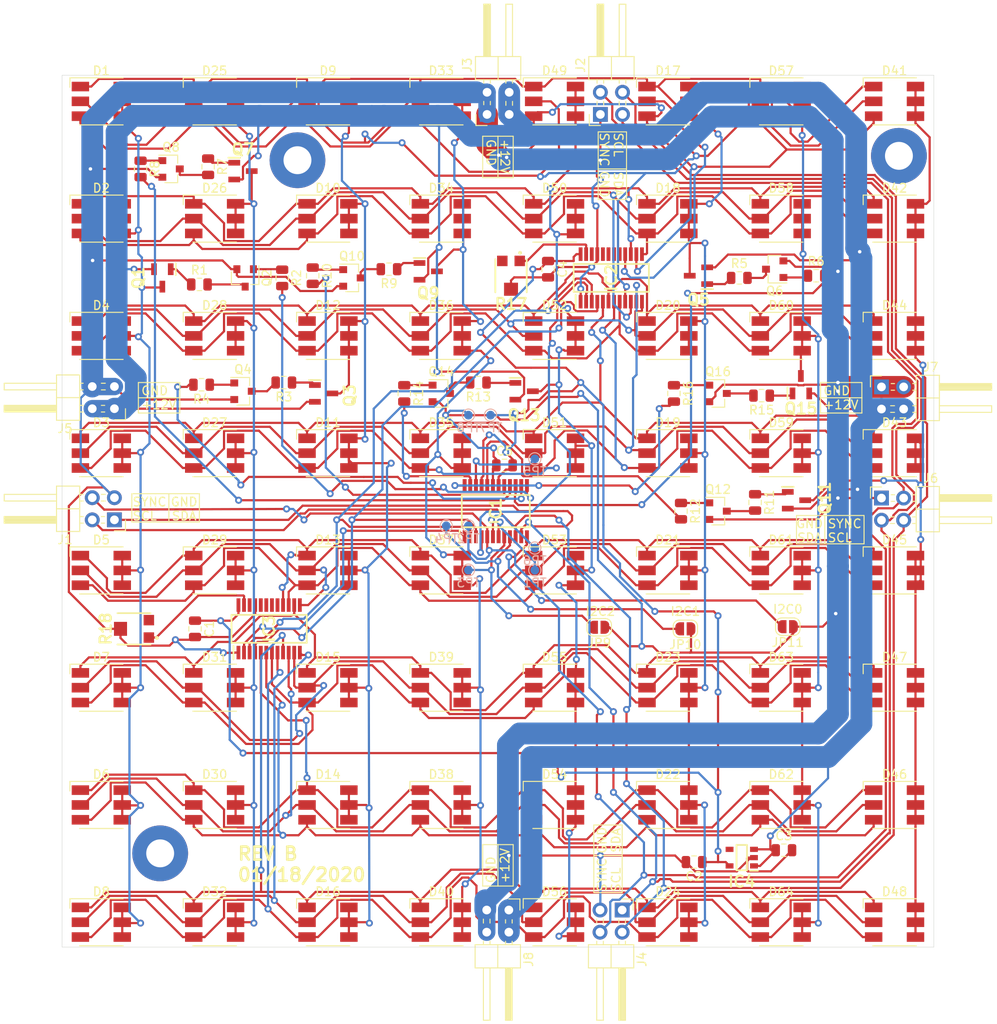
<source format=kicad_pcb>
(kicad_pcb (version 20171130) (host pcbnew "(5.1.5)-3")
  (layers (0 F.Cu signal) (31 B.Cu signal) (35 F.Paste user) (37 F.SilkS user) (38 B.Mask user) (39 F.Mask user) (44 Edge.Cuts user))
  (net 0 "")
  (net 1 "Net-(IC1-Pad22)")
  (net 2 GND)
  (net 3 "Net-(IC1-Pad12)")
  (net 4 "Net-(IC1-Pad9)")
  (net 5 "Net-(IC1-Pad8)")
  (net 6 "Net-(IC1-Pad7)")
  (net 7 "Net-(IC1-Pad6)")
  (net 8 "Net-(IC2-Pad23)")
  (net 9 "Net-(IC2-Pad22)")
  (net 10 "Net-(IC2-Pad17)")
  (net 11 "Net-(IC3-Pad23)")
  (net 12 +12V)
  (net 13 "Net-(Q2-Pad3)")
  (net 14 "Net-(Q2-Pad1)")
  (net 15 "Net-(Q1-Pad1)")
  (net 16 "Net-(D1-Pad4)")
  (net 17 "Net-(D10-Pad4)")
  (net 18 "Net-(D17-Pad4)")
  (net 19 "Net-(D25-Pad4)")
  (net 20 "Net-(D33-Pad4)")
  (net 21 "Net-(D41-Pad4)")
  (net 22 "Net-(D49-Pad4)")
  (net 23 "Net-(D57-Pad4)")
  (net 24 "Net-(IC2-Pad20)")
  (net 25 "Net-(IC2-Pad19)")
  (net 26 "Net-(IC2-Pad18)")
  (net 27 "Net-(Q3-Pad1)")
  (net 28 "Net-(Q4-Pad3)")
  (net 29 "Net-(Q4-Pad1)")
  (net 30 "Net-(Q5-Pad1)")
  (net 31 "Net-(Q6-Pad3)")
  (net 32 "Net-(Q6-Pad1)")
  (net 33 "Net-(Q7-Pad1)")
  (net 34 "Net-(Q8-Pad3)")
  (net 35 "Net-(Q8-Pad1)")
  (net 36 "Net-(Q9-Pad1)")
  (net 37 "Net-(Q10-Pad3)")
  (net 38 "Net-(Q10-Pad1)")
  (net 39 "Net-(Q11-Pad1)")
  (net 40 "Net-(Q12-Pad3)")
  (net 41 "Net-(Q12-Pad1)")
  (net 42 "Net-(Q13-Pad1)")
  (net 43 "Net-(Q14-Pad3)")
  (net 44 "Net-(Q14-Pad1)")
  (net 45 "Net-(Q15-Pad1)")
  (net 46 "Net-(Q16-Pad3)")
  (net 47 "Net-(Q16-Pad1)")
  (net 48 +3V3)
  (net 49 SLAT)
  (net 50 SCK)
  (net 51 "/Shift Registers/c0")
  (net 52 "/Shift Registers/b0")
  (net 53 "/Shift Registers/a0")
  (net 54 "/Shift Registers/c1")
  (net 55 "/Shift Registers/b1")
  (net 56 "/Shift Registers/a1")
  (net 57 "/Shift Registers/c2")
  (net 58 "/Shift Registers/b2")
  (net 59 "/Shift Registers/a2")
  (net 60 "/Shift Registers/c3")
  (net 61 "/Shift Registers/b3")
  (net 62 "/Shift Registers/a3")
  (net 63 "/Shift Registers/c4")
  (net 64 "/Shift Registers/b4")
  (net 65 "/Shift Registers/a4")
  (net 66 "/Shift Registers/c5")
  (net 67 "/Shift Registers/b5")
  (net 68 "/Shift Registers/a5")
  (net 69 "/Shift Registers/c6")
  (net 70 "/Shift Registers/b6")
  (net 71 "/Shift Registers/a6")
  (net 72 "/Shift Registers/c7")
  (net 73 "/Shift Registers/b7")
  (net 74 "/Shift Registers/a7")
  (net 75 /COL7)
  (net 76 /COL6)
  (net 77 /COL5)
  (net 78 /COL4)
  (net 79 /COL3)
  (net 80 /COL2)
  (net 81 /COL1)
  (net 82 /COL0)
  (net 83 SDA)
  (net 84 SCL)
  (net 85 SINB)
  (net 86 SINA)
  (net 87 "Net-(IC3-Pad22)")
  (net 88 "Net-(IC3-Pad20)")
  (net 89 "Net-(IC3-Pad19)")
  (net 90 "Net-(IC3-Pad18)")
  (net 91 "Net-(IC3-Pad17)")
  (net 92 "Net-(IC4-Pad4)")
  (net 93 "Net-(R17-Pad3)")
  (net 94 "Net-(R18-Pad3)")
  (net 95 SYNC)
  (module MountingHole:MountingHole_3.2mm_M3_Pad (layer F.Cu) (at 199.25 49)
    (fp_text reference REF** hide)
    (fp_text value MountingHole_3.2mm_M3_Pad)
    (pad 1 thru_hole circle (at 0 0) (size 6.4 6.4) (drill 3.2) (layers *.Cu *.Mask))
  )
  (module MountingHole:MountingHole_3.2mm_M3_Pad (layer F.Cu) (at 130.25 49.5)
    (fp_text reference REF** hide)
    (fp_text value MountingHole_3.2mm_M3_Pad)
    (pad 1 thru_hole circle (at 0 0) (size 6.4 6.4) (drill 3.2) (layers *.Cu *.Mask))
  )
  (module MountingHole:MountingHole_3.2mm_M3_Pad (layer F.Cu) (at 114.5 129)
    (fp_text reference REF** hide)
    (fp_text value MountingHole_3.2mm_M3_Pad)
    (pad 1 thru_hole circle (at 0 0) (size 6.4 6.4) (drill 3.2) (layers *.Cu *.Mask))
  )
  (module Capacitor_SMD:C_0805_2012Metric (layer F.Cu) (at 154 84.5)
    (fp_text reference C5 (at 0 -1.65) (layer F.SilkS))
    (fp_text value 4.7uF)
    (pad 2 smd roundrect (at 0.9375 0) (size 0.975 1.4) (layers F.Cu F.Paste F.Mask) (net 48 +3V3))
    (pad 1 smd roundrect (at -0.9375 0) (size 0.975 1.4) (layers F.Cu F.Paste F.Mask) (net 2 GND))
  )
  (module SamacSys_Parts:SOP65P640X110-24N (layer F.Cu) (at 153 89.75 90)
    (fp_text reference IC1 (at 0 0 90) (layer F.SilkS) (effects (font (size 1.27 1.27) (thickness 0.254))))
    (fp_text value LPC804M101JDH24J hide)
    (pad 24 smd rect (at 2.938 -3.575 180) (size 0.45 1.475) (layers F.Cu F.Paste F.Mask) (net 75 /COL7))
    (pad 23 smd rect (at 2.938 -2.925 180) (size 0.45 1.475) (layers F.Cu F.Paste F.Mask) (net 76 /COL6))
    (pad 22 smd rect (at 2.938 -2.275 180) (size 0.45 1.475) (layers F.Cu F.Paste F.Mask) (net 1 "Net-(IC1-Pad22)"))
    (pad 21 smd rect (at 2.938 -1.625 180) (size 0.45 1.475) (layers F.Cu F.Paste F.Mask) (net 48 +3V3))
    (pad 20 smd rect (at 2.938 -0.975 180) (size 0.45 1.475) (layers F.Cu F.Paste F.Mask) (net 77 /COL5))
    (pad 19 smd rect (at 2.938 -0.325 180) (size 0.45 1.475) (layers F.Cu F.Paste F.Mask) (net 2 GND))
    (pad 18 smd rect (at 2.938 0.325 180) (size 0.45 1.475) (layers F.Cu F.Paste F.Mask) (net 48 +3V3))
    (pad 17 smd rect (at 2.938 0.975 180) (size 0.45 1.475) (layers F.Cu F.Paste F.Mask) (net 78 /COL4))
    (pad 16 smd rect (at 2.938 1.625 180) (size 0.45 1.475) (layers F.Cu F.Paste F.Mask) (net 79 /COL3))
    (pad 15 smd rect (at 2.938 2.275 180) (size 0.45 1.475) (layers F.Cu F.Paste F.Mask) (net 80 /COL2))
    (pad 14 smd rect (at 2.938 2.925 180) (size 0.45 1.475) (layers F.Cu F.Paste F.Mask) (net 81 /COL1))
    (pad 13 smd rect (at 2.938 3.575 180) (size 0.45 1.475) (layers F.Cu F.Paste F.Mask) (net 82 /COL0))
    (pad 12 smd rect (at -2.938 3.575 180) (size 0.45 1.475) (layers F.Cu F.Paste F.Mask) (net 3 "Net-(IC1-Pad12)"))
    (pad 11 smd rect (at -2.938 2.925 180) (size 0.45 1.475) (layers F.Cu F.Paste F.Mask) (net 83 SDA))
    (pad 10 smd rect (at -2.938 2.275 180) (size 0.45 1.475) (layers F.Cu F.Paste F.Mask) (net 84 SCL))
    (pad 9 smd rect (at -2.938 1.625 180) (size 0.45 1.475) (layers F.Cu F.Paste F.Mask) (net 4 "Net-(IC1-Pad9)"))
    (pad 8 smd rect (at -2.938 0.975 180) (size 0.45 1.475) (layers F.Cu F.Paste F.Mask) (net 5 "Net-(IC1-Pad8)"))
    (pad 7 smd rect (at -2.938 0.325 180) (size 0.45 1.475) (layers F.Cu F.Paste F.Mask) (net 6 "Net-(IC1-Pad7)"))
    (pad 6 smd rect (at -2.938 -0.325 180) (size 0.45 1.475) (layers F.Cu F.Paste F.Mask) (net 7 "Net-(IC1-Pad6)"))
    (pad 5 smd rect (at -2.938 -0.975 180) (size 0.45 1.475) (layers F.Cu F.Paste F.Mask) (net 95 SYNC))
    (pad 4 smd rect (at -2.938 -1.625 180) (size 0.45 1.475) (layers F.Cu F.Paste F.Mask) (net 85 SINB))
    (pad 3 smd rect (at -2.938 -2.275 180) (size 0.45 1.475) (layers F.Cu F.Paste F.Mask) (net 49 SLAT))
    (pad 2 smd rect (at -2.938 -2.925 180) (size 0.45 1.475) (layers F.Cu F.Paste F.Mask) (net 50 SCK))
    (pad 1 smd rect (at -2.938 -3.575 180) (size 0.45 1.475) (layers F.Cu F.Paste F.Mask) (net 86 SINA))
  )
  (module SamacSys_Parts:SOP64P600X175-24N (layer F.Cu) (at 127 103.25 90)
    (fp_text reference IC3 (at 0 0 90) (layer F.SilkS) (effects (font (size 1.27 1.27) (thickness 0.254))))
    (fp_text value "TC62D748CFNAG(CEBH" hide)
    (pad 24 smd rect (at 2.725 -3.52 180) (size 0.44 1.55) (layers F.Cu F.Paste F.Mask) (net 48 +3V3))
    (pad 23 smd rect (at 2.725 -2.88 180) (size 0.44 1.55) (layers F.Cu F.Paste F.Mask) (net 11 "Net-(IC3-Pad23)"))
    (pad 22 smd rect (at 2.725 -2.24 180) (size 0.44 1.55) (layers F.Cu F.Paste F.Mask) (net 87 "Net-(IC3-Pad22)"))
    (pad 21 smd rect (at 2.725 -1.6 180) (size 0.44 1.55) (layers F.Cu F.Paste F.Mask) (net 2 GND))
    (pad 20 smd rect (at 2.725 -0.96 180) (size 0.44 1.55) (layers F.Cu F.Paste F.Mask) (net 88 "Net-(IC3-Pad20)"))
    (pad 19 smd rect (at 2.725 -0.32 180) (size 0.44 1.55) (layers F.Cu F.Paste F.Mask) (net 89 "Net-(IC3-Pad19)"))
    (pad 18 smd rect (at 2.725 0.32 180) (size 0.44 1.55) (layers F.Cu F.Paste F.Mask) (net 90 "Net-(IC3-Pad18)"))
    (pad 17 smd rect (at 2.725 0.96 180) (size 0.44 1.55) (layers F.Cu F.Paste F.Mask) (net 91 "Net-(IC3-Pad17)"))
    (pad 16 smd rect (at 2.725 1.6 180) (size 0.44 1.55) (layers F.Cu F.Paste F.Mask) (net 65 "/Shift Registers/a4"))
    (pad 15 smd rect (at 2.725 2.24 180) (size 0.44 1.55) (layers F.Cu F.Paste F.Mask) (net 63 "/Shift Registers/c4"))
    (pad 14 smd rect (at 2.725 2.88 180) (size 0.44 1.55) (layers F.Cu F.Paste F.Mask) (net 71 "/Shift Registers/a6"))
    (pad 13 smd rect (at 2.725 3.52 180) (size 0.44 1.55) (layers F.Cu F.Paste F.Mask) (net 64 "/Shift Registers/b4"))
    (pad 12 smd rect (at -2.725 3.52 180) (size 0.44 1.55) (layers F.Cu F.Paste F.Mask) (net 73 "/Shift Registers/b7"))
    (pad 11 smd rect (at -2.725 2.88 180) (size 0.44 1.55) (layers F.Cu F.Paste F.Mask) (net 70 "/Shift Registers/b6"))
    (pad 10 smd rect (at -2.725 2.24 180) (size 0.44 1.55) (layers F.Cu F.Paste F.Mask) (net 67 "/Shift Registers/b5"))
    (pad 9 smd rect (at -2.725 1.6 180) (size 0.44 1.55) (layers F.Cu F.Paste F.Mask) (net 74 "/Shift Registers/a7"))
    (pad 8 smd rect (at -2.725 0.96 180) (size 0.44 1.55) (layers F.Cu F.Paste F.Mask) (net 72 "/Shift Registers/c7"))
    (pad 7 smd rect (at -2.725 0.32 180) (size 0.44 1.55) (layers F.Cu F.Paste F.Mask) (net 69 "/Shift Registers/c6"))
    (pad 6 smd rect (at -2.725 -0.32 180) (size 0.44 1.55) (layers F.Cu F.Paste F.Mask) (net 66 "/Shift Registers/c5"))
    (pad 5 smd rect (at -2.725 -0.96 180) (size 0.44 1.55) (layers F.Cu F.Paste F.Mask) (net 68 "/Shift Registers/a5"))
    (pad 4 smd rect (at -2.725 -1.6 180) (size 0.44 1.55) (layers F.Cu F.Paste F.Mask) (net 49 SLAT))
    (pad 3 smd rect (at -2.725 -2.24 180) (size 0.44 1.55) (layers F.Cu F.Paste F.Mask) (net 50 SCK))
    (pad 2 smd rect (at -2.725 -2.88 180) (size 0.44 1.55) (layers F.Cu F.Paste F.Mask) (net 86 SINA))
    (pad 1 smd rect (at -2.725 -3.52 180) (size 0.44 1.55) (layers F.Cu F.Paste F.Mask) (net 2 GND))
  )
  (module Connector_PinHeader_2.54mm:PinHeader_2x02_P2.54mm_Horizontal (layer F.Cu) (at 197.25 75.5)
    (fp_text reference J7 (at 5.655 -2.27) (layer F.SilkS))
    (fp_text value PWR_BULK)
    (pad 4 thru_hole oval (at 2.54 2.54) (size 1.7 1.7) (drill 1) (layers *.Cu *.Mask) (net 12 +12V))
    (pad 3 thru_hole oval (at 0 2.54) (size 1.7 1.7) (drill 1) (layers *.Cu *.Mask) (net 12 +12V))
    (pad 2 thru_hole oval (at 2.54 0) (size 1.7 1.7) (drill 1) (layers *.Cu *.Mask) (net 2 GND))
    (pad 1 thru_hole rect (at 0 0) (size 1.7 1.7) (drill 1) (layers *.Cu *.Mask) (net 2 GND))
  )
  (module Connector_PinHeader_2.54mm:PinHeader_2x02_P2.54mm_Horizontal (layer F.Cu) (at 197.25 88.25)
    (fp_text reference J6 (at 5.655 -2.27) (layer F.SilkS))
    (fp_text value PWR_I2C)
    (pad 4 thru_hole oval (at 2.54 2.54) (size 1.7 1.7) (drill 1) (layers *.Cu *.Mask) (net 84 SCL))
    (pad 3 thru_hole oval (at 0 2.54) (size 1.7 1.7) (drill 1) (layers *.Cu *.Mask) (net 83 SDA))
    (pad 2 thru_hole oval (at 2.54 0) (size 1.7 1.7) (drill 1) (layers *.Cu *.Mask) (net 95 SYNC))
    (pad 1 thru_hole rect (at 0 0) (size 1.7 1.7) (drill 1) (layers *.Cu *.Mask) (net 2 GND))
  )
  (module Connector_PinHeader_2.54mm:PinHeader_2x02_P2.54mm_Horizontal (layer F.Cu) (at 152 44.25 90)
    (fp_text reference J3 (at 5.655 -2.27 90) (layer F.SilkS))
    (fp_text value PWR_BULK)
    (pad 4 thru_hole oval (at 2.54 2.54 90) (size 1.7 1.7) (drill 1) (layers *.Cu *.Mask) (net 12 +12V))
    (pad 3 thru_hole oval (at 0 2.54 90) (size 1.7 1.7) (drill 1) (layers *.Cu *.Mask) (net 12 +12V))
    (pad 2 thru_hole oval (at 2.54 0 90) (size 1.7 1.7) (drill 1) (layers *.Cu *.Mask) (net 2 GND))
    (pad 1 thru_hole rect (at 0 0 90) (size 1.7 1.7) (drill 1) (layers *.Cu *.Mask) (net 2 GND))
  )
  (module Connector_PinHeader_2.54mm:PinHeader_2x02_P2.54mm_Horizontal (layer F.Cu) (at 165 44.25 90)
    (fp_text reference J2 (at 5.655 -2.27 90) (layer F.SilkS))
    (fp_text value PWR_I2C)
    (pad 4 thru_hole oval (at 2.54 2.54 90) (size 1.7 1.7) (drill 1) (layers *.Cu *.Mask) (net 84 SCL))
    (pad 3 thru_hole oval (at 0 2.54 90) (size 1.7 1.7) (drill 1) (layers *.Cu *.Mask) (net 83 SDA))
    (pad 2 thru_hole oval (at 2.54 0 90) (size 1.7 1.7) (drill 1) (layers *.Cu *.Mask) (net 95 SYNC))
    (pad 1 thru_hole rect (at 0 0 90) (size 1.7 1.7) (drill 1) (layers *.Cu *.Mask) (net 2 GND))
  )
  (module TestPoint:TestPoint_Pad_D1.0mm (layer B.Cu) (at 149.86 78.74)
    (fp_text reference TP8 (at 0 1.448) (layer B.SilkS) (effects (justify mirror)))
    (fp_text value GND)
    (pad 1 smd circle (at 0 0) (size 1 1) (layers B.Cu B.Mask) (net 2 GND))
  )
  (module TestPoint:TestPoint_Pad_D1.0mm (layer B.Cu) (at 152.4 78.74)
    (fp_text reference TP7 (at 0 1.448) (layer B.SilkS) (effects (justify mirror)))
    (fp_text value 3.3V)
    (pad 1 smd circle (at 0 0) (size 1 1) (layers B.Cu B.Mask) (net 48 +3V3))
  )
  (module TestPoint:TestPoint_Pad_D1.0mm (layer B.Cu) (at 157.48 93.98)
    (fp_text reference TP6 (at 0 1.448) (layer B.SilkS) (effects (justify mirror)))
    (fp_text value RESET)
    (pad 1 smd circle (at 0 0) (size 1 1) (layers B.Cu B.Mask) (net 7 "Net-(IC1-Pad6)"))
  )
  (module TestPoint:TestPoint_Pad_D1.0mm (layer B.Cu) (at 157.48 83.75)
    (fp_text reference TP5 (at 0 1.448) (layer B.SilkS) (effects (justify mirror)))
    (fp_text value "ISP RX")
    (pad 1 smd circle (at 0 0) (size 1 1) (layers B.Cu B.Mask) (net 1 "Net-(IC1-Pad22)"))
  )
  (module TestPoint:TestPoint_Pad_D1.0mm (layer B.Cu) (at 147.32 91.44)
    (fp_text reference TP4 (at 0 1.448) (layer B.SilkS) (effects (justify mirror)))
    (fp_text value SWDIO)
    (pad 1 smd circle (at 0 0) (size 1 1) (layers B.Cu B.Mask) (net 4 "Net-(IC1-Pad9)"))
  )
  (module TestPoint:TestPoint_Pad_D1.0mm (layer B.Cu) (at 149.86 96.52)
    (fp_text reference TP3 (at 0 1.448) (layer B.SilkS) (effects (justify mirror)))
    (fp_text value SWCLK)
    (pad 1 smd circle (at 0 0) (size 1 1) (layers B.Cu B.Mask) (net 5 "Net-(IC1-Pad8)"))
  )
  (module TestPoint:TestPoint_Pad_D1.0mm (layer B.Cu) (at 149.86 91.44)
    (fp_text reference TP2 (at 0 1.448) (layer B.SilkS) (effects (justify mirror)))
    (fp_text value ISP_EN)
    (pad 1 smd circle (at 0 0) (size 1 1) (layers B.Cu B.Mask) (net 95 SYNC))
  )
  (module TestPoint:TestPoint_Pad_D1.0mm (layer B.Cu) (at 157.48 96.52)
    (fp_text reference TP1 (at 0 1.448) (layer B.SilkS) (effects (justify mirror)))
    (fp_text value "ISP TX")
    (pad 1 smd circle (at 0 0) (size 1 1) (layers B.Cu B.Mask) (net 6 "Net-(IC1-Pad7)"))
  )
  (module SamacSys_Parts:TC33X-2_1 (layer F.Cu) (at 111.5 103.25 90)
    (fp_text reference R18 (at 0 -3.25 90) (layer F.SilkS) (effects (font (size 1.27 1.27) (thickness 0.254))))
    (fp_text value TC33X-2-103E hide)
    (pad 3 smd rect (at 1 1.7 180) (size 1.2 1.2) (layers F.Cu F.Paste F.Mask) (net 94 "Net-(R18-Pad3)"))
    (pad 2 smd rect (at 0 -1.55 180) (size 1.5 1.6) (layers F.Cu F.Paste F.Mask) (net 2 GND))
    (pad 1 smd rect (at -1 1.7 180) (size 1.2 1.2) (layers F.Cu F.Paste F.Mask) (net 11 "Net-(IC3-Pad23)"))
  )
  (module SamacSys_Parts:TC33X-2_1 (layer F.Cu) (at 154.75 62.75 180)
    (fp_text reference R17 (at 0 -3.25) (layer F.SilkS) (effects (font (size 1.27 1.27) (thickness 0.254))))
    (fp_text value TC33X-2-103E hide)
    (pad 3 smd rect (at 1 1.7 270) (size 1.2 1.2) (layers F.Cu F.Paste F.Mask) (net 93 "Net-(R17-Pad3)"))
    (pad 2 smd rect (at 0 -1.55 270) (size 1.5 1.6) (layers F.Cu F.Paste F.Mask) (net 2 GND))
    (pad 1 smd rect (at -1 1.7 270) (size 1.2 1.2) (layers F.Cu F.Paste F.Mask) (net 8 "Net-(IC2-Pad23)"))
  )
  (module Resistor_SMD:R_0805_2012Metric (layer F.Cu) (at 173.4375 76.25 270)
    (fp_text reference R16 (at 0 -1.65 90) (layer F.SilkS))
    (fp_text value 1K)
    (pad 2 smd roundrect (at 0.9375 0 270) (size 0.975 1.4) (layers F.Cu F.Paste F.Mask) (net 75 /COL7))
    (pad 1 smd roundrect (at -0.9375 0 270) (size 0.975 1.4) (layers F.Cu F.Paste F.Mask) (net 47 "Net-(Q16-Pad1)"))
  )
  (module Resistor_SMD:R_0805_2012Metric (layer F.Cu) (at 183.5 76.5 180)
    (fp_text reference R15 (at 0 -1.65) (layer F.SilkS))
    (fp_text value 1K)
    (pad 2 smd roundrect (at 0.9375 0 180) (size 0.975 1.4) (layers F.Cu F.Paste F.Mask) (net 46 "Net-(Q16-Pad3)"))
    (pad 1 smd roundrect (at -0.9375 0 180) (size 0.975 1.4) (layers F.Cu F.Paste F.Mask) (net 45 "Net-(Q15-Pad1)"))
  )
  (module Resistor_SMD:R_0805_2012Metric (layer F.Cu) (at 142.5 76.25 270)
    (fp_text reference R14 (at 0 -1.65 90) (layer F.SilkS))
    (fp_text value 1K)
    (pad 2 smd roundrect (at 0.9375 0 270) (size 0.975 1.4) (layers F.Cu F.Paste F.Mask) (net 76 /COL6))
    (pad 1 smd roundrect (at -0.9375 0 270) (size 0.975 1.4) (layers F.Cu F.Paste F.Mask) (net 44 "Net-(Q14-Pad1)"))
  )
  (module Resistor_SMD:R_0805_2012Metric (layer F.Cu) (at 151 75 180)
    (fp_text reference R13 (at 0 -1.65) (layer F.SilkS))
    (fp_text value 1K)
    (pad 2 smd roundrect (at 0.9375 0 180) (size 0.975 1.4) (layers F.Cu F.Paste F.Mask) (net 43 "Net-(Q14-Pad3)"))
    (pad 1 smd roundrect (at -0.9375 0 180) (size 0.975 1.4) (layers F.Cu F.Paste F.Mask) (net 42 "Net-(Q13-Pad1)"))
  )
  (module Resistor_SMD:R_0805_2012Metric (layer F.Cu) (at 174.25 89.75 270)
    (fp_text reference R12 (at 0 -1.65 90) (layer F.SilkS))
    (fp_text value 1K)
    (pad 2 smd roundrect (at 0.9375 0 270) (size 0.975 1.4) (layers F.Cu F.Paste F.Mask) (net 77 /COL5))
    (pad 1 smd roundrect (at -0.9375 0 270) (size 0.975 1.4) (layers F.Cu F.Paste F.Mask) (net 41 "Net-(Q12-Pad1)"))
  )
  (module Resistor_SMD:R_0805_2012Metric (layer F.Cu) (at 182.75 88.75 270)
    (fp_text reference R11 (at 0 -1.65 90) (layer F.SilkS))
    (fp_text value 1K)
    (pad 2 smd roundrect (at 0.9375 0 270) (size 0.975 1.4) (layers F.Cu F.Paste F.Mask) (net 40 "Net-(Q12-Pad3)"))
    (pad 1 smd roundrect (at -0.9375 0 270) (size 0.975 1.4) (layers F.Cu F.Paste F.Mask) (net 39 "Net-(Q11-Pad1)"))
  )
  (module Resistor_SMD:R_0805_2012Metric (layer F.Cu) (at 132 62.75 270)
    (fp_text reference R10 (at 0 -1.65 90) (layer F.SilkS))
    (fp_text value 1K)
    (pad 2 smd roundrect (at 0.9375 0 270) (size 0.975 1.4) (layers F.Cu F.Paste F.Mask) (net 78 /COL4))
    (pad 1 smd roundrect (at -0.9375 0 270) (size 0.975 1.4) (layers F.Cu F.Paste F.Mask) (net 38 "Net-(Q10-Pad1)"))
  )
  (module Resistor_SMD:R_0805_2012Metric (layer F.Cu) (at 140.75 62 180)
    (fp_text reference R9 (at 0 -1.65) (layer F.SilkS))
    (fp_text value 1K)
    (pad 2 smd roundrect (at 0.9375 0 180) (size 0.975 1.4) (layers F.Cu F.Paste F.Mask) (net 37 "Net-(Q10-Pad3)"))
    (pad 1 smd roundrect (at -0.9375 0 180) (size 0.975 1.4) (layers F.Cu F.Paste F.Mask) (net 36 "Net-(Q9-Pad1)"))
  )
  (module Resistor_SMD:R_0805_2012Metric (layer F.Cu) (at 112.25 50.5 270)
    (fp_text reference R8 (at 0 -1.65 90) (layer F.SilkS))
    (fp_text value 1K)
    (pad 2 smd roundrect (at 0.9375 0 270) (size 0.975 1.4) (layers F.Cu F.Paste F.Mask) (net 79 /COL3))
    (pad 1 smd roundrect (at -0.9375 0 270) (size 0.975 1.4) (layers F.Cu F.Paste F.Mask) (net 35 "Net-(Q8-Pad1)"))
  )
  (module Resistor_SMD:R_0805_2012Metric (layer F.Cu) (at 120 50.25 270)
    (fp_text reference R7 (at 0 -1.65 90) (layer F.SilkS))
    (fp_text value 1K)
    (pad 2 smd roundrect (at 0.9375 0 270) (size 0.975 1.4) (layers F.Cu F.Paste F.Mask) (net 34 "Net-(Q8-Pad3)"))
    (pad 1 smd roundrect (at -0.9375 0 270) (size 0.975 1.4) (layers F.Cu F.Paste F.Mask) (net 33 "Net-(Q7-Pad1)"))
  )
  (module Resistor_SMD:R_0805_2012Metric (layer F.Cu) (at 189.75 62.75)
    (fp_text reference R6 (at 0 -1.65) (layer F.SilkS))
    (fp_text value 1K)
    (pad 2 smd roundrect (at 0.9375 0) (size 0.975 1.4) (layers F.Cu F.Paste F.Mask) (net 80 /COL2))
    (pad 1 smd roundrect (at -0.9375 0) (size 0.975 1.4) (layers F.Cu F.Paste F.Mask) (net 32 "Net-(Q6-Pad1)"))
  )
  (module Resistor_SMD:R_0805_2012Metric (layer F.Cu) (at 180.9375 63)
    (fp_text reference R5 (at 0 -1.65) (layer F.SilkS))
    (fp_text value 1K)
    (pad 2 smd roundrect (at 0.9375 0) (size 0.975 1.4) (layers F.Cu F.Paste F.Mask) (net 31 "Net-(Q6-Pad3)"))
    (pad 1 smd roundrect (at -0.9375 0) (size 0.975 1.4) (layers F.Cu F.Paste F.Mask) (net 30 "Net-(Q5-Pad1)"))
  )
  (module Resistor_SMD:R_0805_2012Metric (layer F.Cu) (at 119.25 75.25 180)
    (fp_text reference R4 (at 0 -1.65) (layer F.SilkS))
    (fp_text value 1K)
    (pad 2 smd roundrect (at 0.9375 0 180) (size 0.975 1.4) (layers F.Cu F.Paste F.Mask) (net 81 /COL1))
    (pad 1 smd roundrect (at -0.9375 0 180) (size 0.975 1.4) (layers F.Cu F.Paste F.Mask) (net 29 "Net-(Q4-Pad1)"))
  )
  (module Resistor_SMD:R_0805_2012Metric (layer F.Cu) (at 128.6875 75 180)
    (fp_text reference R3 (at 0 -1.65) (layer F.SilkS))
    (fp_text value 1K)
    (pad 2 smd roundrect (at 0.9375 0 180) (size 0.975 1.4) (layers F.Cu F.Paste F.Mask) (net 28 "Net-(Q4-Pad3)"))
    (pad 1 smd roundrect (at -0.9375 0 180) (size 0.975 1.4) (layers F.Cu F.Paste F.Mask) (net 27 "Net-(Q3-Pad1)"))
  )
  (module Resistor_SMD:R_0805_2012Metric (layer F.Cu) (at 128.5 63 270)
    (fp_text reference R2 (at 0 -1.65 90) (layer F.SilkS))
    (fp_text value 1K)
    (pad 2 smd roundrect (at 0.9375 0 270) (size 0.975 1.4) (layers F.Cu F.Paste F.Mask) (net 82 /COL0))
    (pad 1 smd roundrect (at -0.9375 0 270) (size 0.975 1.4) (layers F.Cu F.Paste F.Mask) (net 14 "Net-(Q2-Pad1)"))
  )
  (module Resistor_SMD:R_0805_2012Metric (layer F.Cu) (at 119 63.75)
    (fp_text reference R1 (at 0 -1.65) (layer F.SilkS))
    (fp_text value 1K)
    (pad 2 smd roundrect (at 0.9375 0) (size 0.975 1.4) (layers F.Cu F.Paste F.Mask) (net 13 "Net-(Q2-Pad3)"))
    (pad 1 smd roundrect (at -0.9375 0) (size 0.975 1.4) (layers F.Cu F.Paste F.Mask) (net 15 "Net-(Q1-Pad1)"))
  )
  (module Package_TO_SOT_SMD:SOT-23 (layer F.Cu) (at 178.5 76.25)
    (fp_text reference Q16 (at 0 -2.5) (layer F.SilkS))
    (fp_text value BC850)
    (pad 3 smd rect (at 1 0) (size 0.9 0.8) (layers F.Cu F.Paste F.Mask) (net 46 "Net-(Q16-Pad3)"))
    (pad 2 smd rect (at -1 0.95) (size 0.9 0.8) (layers F.Cu F.Paste F.Mask) (net 2 GND))
    (pad 1 smd rect (at -1 -0.95) (size 0.9 0.8) (layers F.Cu F.Paste F.Mask) (net 47 "Net-(Q16-Pad1)"))
  )
  (module SamacSys_Parts:SOT96P237X122-3N (layer F.Cu) (at 188 75.25 90)
    (fp_text reference Q15 (at -2.75 0 180) (layer F.SilkS) (effects (font (size 1.27 1.27) (thickness 0.254))))
    (fp_text value MMSS8550-L-TP hide)
    (pad 3 smd rect (at 1 0 180) (size 0.65 1.35) (layers F.Cu F.Paste F.Mask) (net 23 "Net-(D57-Pad4)"))
    (pad 2 smd rect (at -1 0.96 180) (size 0.65 1.35) (layers F.Cu F.Paste F.Mask) (net 12 +12V))
    (pad 1 smd rect (at -1 -0.96 180) (size 0.65 1.35) (layers F.Cu F.Paste F.Mask) (net 45 "Net-(Q15-Pad1)"))
  )
  (module Package_TO_SOT_SMD:SOT-23 (layer F.Cu) (at 146.75 76.25)
    (fp_text reference Q14 (at 0 -2.5) (layer F.SilkS))
    (fp_text value BC850)
    (pad 3 smd rect (at 1 0) (size 0.9 0.8) (layers F.Cu F.Paste F.Mask) (net 43 "Net-(Q14-Pad3)"))
    (pad 2 smd rect (at -1 0.95) (size 0.9 0.8) (layers F.Cu F.Paste F.Mask) (net 2 GND))
    (pad 1 smd rect (at -1 -0.95) (size 0.9 0.8) (layers F.Cu F.Paste F.Mask) (net 44 "Net-(Q14-Pad1)"))
  )
  (module SamacSys_Parts:SOT96P237X122-3N (layer F.Cu) (at 156.25 76)
    (fp_text reference Q13 (at 0 2.75) (layer F.SilkS) (effects (font (size 1.27 1.27) (thickness 0.254))))
    (fp_text value MMSS8550-L-TP hide)
    (pad 3 smd rect (at 1 0 90) (size 0.65 1.35) (layers F.Cu F.Paste F.Mask) (net 22 "Net-(D49-Pad4)"))
    (pad 2 smd rect (at -1 0.96 90) (size 0.65 1.35) (layers F.Cu F.Paste F.Mask) (net 12 +12V))
    (pad 1 smd rect (at -1 -0.96 90) (size 0.65 1.35) (layers F.Cu F.Paste F.Mask) (net 42 "Net-(Q13-Pad1)"))
  )
  (module Package_TO_SOT_SMD:SOT-23 (layer F.Cu) (at 178.5 89.75)
    (fp_text reference Q12 (at 0 -2.5) (layer F.SilkS))
    (fp_text value BC850)
    (pad 3 smd rect (at 1 0) (size 0.9 0.8) (layers F.Cu F.Paste F.Mask) (net 40 "Net-(Q12-Pad3)"))
    (pad 2 smd rect (at -1 0.95) (size 0.9 0.8) (layers F.Cu F.Paste F.Mask) (net 2 GND))
    (pad 1 smd rect (at -1 -0.95) (size 0.9 0.8) (layers F.Cu F.Paste F.Mask) (net 41 "Net-(Q12-Pad1)"))
  )
  (module SamacSys_Parts:SOT96P237X122-3N (layer F.Cu) (at 187.5 88.5)
    (fp_text reference Q11 (at 3.25 -0.25 90) (layer F.SilkS) (effects (font (size 1.27 1.27) (thickness 0.254))))
    (fp_text value MMSS8550-L-TP hide)
    (pad 3 smd rect (at 1 0 90) (size 0.65 1.35) (layers F.Cu F.Paste F.Mask) (net 21 "Net-(D41-Pad4)"))
    (pad 2 smd rect (at -1 0.96 90) (size 0.65 1.35) (layers F.Cu F.Paste F.Mask) (net 12 +12V))
    (pad 1 smd rect (at -1 -0.96 90) (size 0.65 1.35) (layers F.Cu F.Paste F.Mask) (net 39 "Net-(Q11-Pad1)"))
  )
  (module Package_TO_SOT_SMD:SOT-23 (layer F.Cu) (at 136.5 63)
    (fp_text reference Q10 (at 0 -2.5) (layer F.SilkS))
    (fp_text value BC850)
    (pad 3 smd rect (at 1 0) (size 0.9 0.8) (layers F.Cu F.Paste F.Mask) (net 37 "Net-(Q10-Pad3)"))
    (pad 2 smd rect (at -1 0.95) (size 0.9 0.8) (layers F.Cu F.Paste F.Mask) (net 2 GND))
    (pad 1 smd rect (at -1 -0.95) (size 0.9 0.8) (layers F.Cu F.Paste F.Mask) (net 38 "Net-(Q10-Pad1)"))
  )
  (module SamacSys_Parts:SOT96P237X122-3N (layer F.Cu) (at 145.25 62.25)
    (fp_text reference Q9 (at 0 2.5) (layer F.SilkS) (effects (font (size 1.27 1.27) (thickness 0.254))))
    (fp_text value MMSS8550-L-TP hide)
    (pad 3 smd rect (at 1 0 90) (size 0.65 1.35) (layers F.Cu F.Paste F.Mask) (net 20 "Net-(D33-Pad4)"))
    (pad 2 smd rect (at -1 0.96 90) (size 0.65 1.35) (layers F.Cu F.Paste F.Mask) (net 12 +12V))
    (pad 1 smd rect (at -1 -0.96 90) (size 0.65 1.35) (layers F.Cu F.Paste F.Mask) (net 36 "Net-(Q9-Pad1)"))
  )
  (module Package_TO_SOT_SMD:SOT-23 (layer F.Cu) (at 115.75 50.5)
    (fp_text reference Q8 (at 0 -2.5) (layer F.SilkS))
    (fp_text value BC850)
    (pad 3 smd rect (at 1 0) (size 0.9 0.8) (layers F.Cu F.Paste F.Mask) (net 34 "Net-(Q8-Pad3)"))
    (pad 2 smd rect (at -1 0.95) (size 0.9 0.8) (layers F.Cu F.Paste F.Mask) (net 2 GND))
    (pad 1 smd rect (at -1 -0.95) (size 0.9 0.8) (layers F.Cu F.Paste F.Mask) (net 35 "Net-(Q8-Pad1)"))
  )
  (module SamacSys_Parts:SOT96P237X122-3N (layer F.Cu) (at 124 50.75)
    (fp_text reference Q7 (at 0 -2.5) (layer F.SilkS) (effects (font (size 1.27 1.27) (thickness 0.254))))
    (fp_text value MMSS8550-L-TP hide)
    (pad 3 smd rect (at 1 0 90) (size 0.65 1.35) (layers F.Cu F.Paste F.Mask) (net 19 "Net-(D25-Pad4)"))
    (pad 2 smd rect (at -1 0.96 90) (size 0.65 1.35) (layers F.Cu F.Paste F.Mask) (net 12 +12V))
    (pad 1 smd rect (at -1 -0.96 90) (size 0.65 1.35) (layers F.Cu F.Paste F.Mask) (net 33 "Net-(Q7-Pad1)"))
  )
  (module Package_TO_SOT_SMD:SOT-23 (layer F.Cu) (at 185 62 180)
    (fp_text reference Q6 (at 0 -2.5) (layer F.SilkS))
    (fp_text value BC850)
    (pad 3 smd rect (at 1 0 180) (size 0.9 0.8) (layers F.Cu F.Paste F.Mask) (net 31 "Net-(Q6-Pad3)"))
    (pad 2 smd rect (at -1 0.95 180) (size 0.9 0.8) (layers F.Cu F.Paste F.Mask) (net 2 GND))
    (pad 1 smd rect (at -1 -0.95 180) (size 0.9 0.8) (layers F.Cu F.Paste F.Mask) (net 32 "Net-(Q6-Pad1)"))
  )
  (module SamacSys_Parts:SOT96P237X122-3N (layer F.Cu) (at 176.25 62.75 180)
    (fp_text reference Q5 (at 0 -2.75) (layer F.SilkS) (effects (font (size 1.27 1.27) (thickness 0.254))))
    (fp_text value MMSS8550-L-TP hide)
    (pad 3 smd rect (at 1 0 270) (size 0.65 1.35) (layers F.Cu F.Paste F.Mask) (net 18 "Net-(D17-Pad4)"))
    (pad 2 smd rect (at -1 0.96 270) (size 0.65 1.35) (layers F.Cu F.Paste F.Mask) (net 12 +12V))
    (pad 1 smd rect (at -1 -0.96 270) (size 0.65 1.35) (layers F.Cu F.Paste F.Mask) (net 30 "Net-(Q5-Pad1)"))
  )
  (module Package_TO_SOT_SMD:SOT-23 (layer F.Cu) (at 124 76)
    (fp_text reference Q4 (at 0 -2.5) (layer F.SilkS))
    (fp_text value BC850)
    (pad 3 smd rect (at 1 0) (size 0.9 0.8) (layers F.Cu F.Paste F.Mask) (net 28 "Net-(Q4-Pad3)"))
    (pad 2 smd rect (at -1 0.95) (size 0.9 0.8) (layers F.Cu F.Paste F.Mask) (net 2 GND))
    (pad 1 smd rect (at -1 -0.95) (size 0.9 0.8) (layers F.Cu F.Paste F.Mask) (net 29 "Net-(Q4-Pad1)"))
  )
  (module SamacSys_Parts:SOT96P237X122-3N (layer F.Cu) (at 133.25 76.25)
    (fp_text reference Q3 (at 3 0.25 90) (layer F.SilkS) (effects (font (size 1.27 1.27) (thickness 0.254))))
    (fp_text value MMSS8550-L-TP hide)
    (pad 3 smd rect (at 1 0 90) (size 0.65 1.35) (layers F.Cu F.Paste F.Mask) (net 17 "Net-(D10-Pad4)"))
    (pad 2 smd rect (at -1 0.96 90) (size 0.65 1.35) (layers F.Cu F.Paste F.Mask) (net 12 +12V))
    (pad 1 smd rect (at -1 -0.96 90) (size 0.65 1.35) (layers F.Cu F.Paste F.Mask) (net 27 "Net-(Q3-Pad1)"))
  )
  (module Package_TO_SOT_SMD:SOT-23 (layer F.Cu) (at 124.25 63 270)
    (fp_text reference Q2 (at 0 -2.5 90) (layer F.SilkS))
    (fp_text value BC850)
    (pad 3 smd rect (at 1 0 270) (size 0.9 0.8) (layers F.Cu F.Paste F.Mask) (net 13 "Net-(Q2-Pad3)"))
    (pad 2 smd rect (at -1 0.95 270) (size 0.9 0.8) (layers F.Cu F.Paste F.Mask) (net 2 GND))
    (pad 1 smd rect (at -1 -0.95 270) (size 0.9 0.8) (layers F.Cu F.Paste F.Mask) (net 14 "Net-(Q2-Pad1)"))
  )
  (module SamacSys_Parts:SOT96P237X122-3N (layer F.Cu) (at 114.75 63 270)
    (fp_text reference Q1 (at 0 2.75 90) (layer F.SilkS) (effects (font (size 1.27 1.27) (thickness 0.254))))
    (fp_text value MMSS8550-L-TP hide)
    (pad 3 smd rect (at 1 0) (size 0.65 1.35) (layers F.Cu F.Paste F.Mask) (net 16 "Net-(D1-Pad4)"))
    (pad 2 smd rect (at -1 0.96) (size 0.65 1.35) (layers F.Cu F.Paste F.Mask) (net 12 +12V))
    (pad 1 smd rect (at -1 -0.96) (size 0.65 1.35) (layers F.Cu F.Paste F.Mask) (net 15 "Net-(Q1-Pad1)"))
  )
  (module Jumper:SolderJumper-2_P1.3mm_Open_RoundedPad1.0x1.5mm (layer F.Cu) (at 186.5 103 180)
    (fp_text reference JP11 (at 0 -1.8) (layer F.SilkS))
    (fp_text value I2C0)
    (pad 2 smd custom (at 0.65 0 180) (size 1 0.5) (layers F.Cu F.Mask) (net 3 "Net-(IC1-Pad12)") (options (clearance outline) (anchor rect)) (primitives (gr_circle (center 0 0.25) (end 0.5 0.25) (width 0)) (gr_circle (center 0 -0.25) (end 0.5 -0.25) (width 0)) (gr_poly (pts (xy 0 -0.75) (xy -0.5 -0.75) (xy -0.5 0.75) (xy 0 0.75)) (width 0))))
    (pad 1 smd custom (at -0.65 0 180) (size 1 0.5) (layers F.Cu F.Mask) (net 2 GND) (options (clearance outline) (anchor rect)) (primitives (gr_circle (center 0 0.25) (end 0.5 0.25) (width 0)) (gr_circle (center 0 -0.25) (end 0.5 -0.25) (width 0)) (gr_poly (pts (xy 0 -0.75) (xy 0.5 -0.75) (xy 0.5 0.75) (xy 0 0.75)) (width 0))))
  )
  (module Jumper:SolderJumper-2_P1.3mm_Open_RoundedPad1.0x1.5mm (layer F.Cu) (at 174.75 103.25 180)
    (fp_text reference JP10 (at 0 -1.8) (layer F.SilkS))
    (fp_text value I2C1)
    (pad 2 smd custom (at 0.65 0 180) (size 1 0.5) (layers F.Cu F.Mask) (net 4 "Net-(IC1-Pad9)") (options (clearance outline) (anchor rect)) (primitives (gr_circle (center 0 0.25) (end 0.5 0.25) (width 0)) (gr_circle (center 0 -0.25) (end 0.5 -0.25) (width 0)) (gr_poly (pts (xy 0 -0.75) (xy -0.5 -0.75) (xy -0.5 0.75) (xy 0 0.75)) (width 0))))
    (pad 1 smd custom (at -0.65 0 180) (size 1 0.5) (layers F.Cu F.Mask) (net 2 GND) (options (clearance outline) (anchor rect)) (primitives (gr_circle (center 0 0.25) (end 0.5 0.25) (width 0)) (gr_circle (center 0 -0.25) (end 0.5 -0.25) (width 0)) (gr_poly (pts (xy 0 -0.75) (xy 0.5 -0.75) (xy 0.5 0.75) (xy 0 0.75)) (width 0))))
  )
  (module Jumper:SolderJumper-2_P1.3mm_Open_RoundedPad1.0x1.5mm (layer F.Cu) (at 164.87 103.07 180)
    (fp_text reference JP9 (at 0 -1.8) (layer F.SilkS))
    (fp_text value I2C2)
    (pad 2 smd custom (at 0.65 0 180) (size 1 0.5) (layers F.Cu F.Mask) (net 5 "Net-(IC1-Pad8)") (options (clearance outline) (anchor rect)) (primitives (gr_circle (center 0 0.25) (end 0.5 0.25) (width 0)) (gr_circle (center 0 -0.25) (end 0.5 -0.25) (width 0)) (gr_poly (pts (xy 0 -0.75) (xy -0.5 -0.75) (xy -0.5 0.75) (xy 0 0.75)) (width 0))))
    (pad 1 smd custom (at -0.65 0 180) (size 1 0.5) (layers F.Cu F.Mask) (net 2 GND) (options (clearance outline) (anchor rect)) (primitives (gr_circle (center 0 0.25) (end 0.5 0.25) (width 0)) (gr_circle (center 0 -0.25) (end 0.5 -0.25) (width 0)) (gr_poly (pts (xy 0 -0.75) (xy 0.5 -0.75) (xy 0.5 0.75) (xy 0 0.75)) (width 0))))
  )
  (module Connector_PinHeader_2.54mm:PinHeader_2x02_P2.54mm_Horizontal (layer F.Cu) (at 154.5 135.5 270)
    (fp_text reference J8 (at 5.655 -2.27 90) (layer F.SilkS))
    (fp_text value PWR_BULK)
    (pad 4 thru_hole oval (at 2.54 2.54 270) (size 1.7 1.7) (drill 1) (layers *.Cu *.Mask) (net 2 GND))
    (pad 3 thru_hole oval (at 0 2.54 270) (size 1.7 1.7) (drill 1) (layers *.Cu *.Mask) (net 2 GND))
    (pad 2 thru_hole oval (at 2.54 0 270) (size 1.7 1.7) (drill 1) (layers *.Cu *.Mask) (net 12 +12V))
    (pad 1 thru_hole rect (at 0 0 270) (size 1.7 1.7) (drill 1) (layers *.Cu *.Mask) (net 12 +12V))
  )
  (module Connector_PinHeader_2.54mm:PinHeader_2x02_P2.54mm_Horizontal (layer F.Cu) (at 109.25 78 180)
    (fp_text reference J5 (at 5.655 -2.27) (layer F.SilkS))
    (fp_text value PWR_BULK)
    (pad 4 thru_hole oval (at 2.54 2.54 180) (size 1.7 1.7) (drill 1) (layers *.Cu *.Mask) (net 2 GND))
    (pad 3 thru_hole oval (at 0 2.54 180) (size 1.7 1.7) (drill 1) (layers *.Cu *.Mask) (net 2 GND))
    (pad 2 thru_hole oval (at 2.54 0 180) (size 1.7 1.7) (drill 1) (layers *.Cu *.Mask) (net 12 +12V))
    (pad 1 thru_hole rect (at 0 0 180) (size 1.7 1.7) (drill 1) (layers *.Cu *.Mask) (net 12 +12V))
  )
  (module Connector_PinHeader_2.54mm:PinHeader_2x02_P2.54mm_Horizontal (layer F.Cu) (at 167.5 135.5 270)
    (fp_text reference J4 (at 5.655 -2.27 90) (layer F.SilkS))
    (fp_text value PWR_I2C)
    (pad 4 thru_hole oval (at 2.54 2.54 270) (size 1.7 1.7) (drill 1) (layers *.Cu *.Mask) (net 95 SYNC))
    (pad 3 thru_hole oval (at 0 2.54 270) (size 1.7 1.7) (drill 1) (layers *.Cu *.Mask) (net 2 GND))
    (pad 2 thru_hole oval (at 2.54 0 270) (size 1.7 1.7) (drill 1) (layers *.Cu *.Mask) (net 84 SCL))
    (pad 1 thru_hole rect (at 0 0 270) (size 1.7 1.7) (drill 1) (layers *.Cu *.Mask) (net 83 SDA))
  )
  (module Connector_PinHeader_2.54mm:PinHeader_2x02_P2.54mm_Horizontal (layer F.Cu) (at 109.25 90.75 180)
    (fp_text reference J1 (at 5.655 -2.27) (layer F.SilkS))
    (fp_text value PWR_I2C)
    (pad 4 thru_hole oval (at 2.54 2.54 180) (size 1.7 1.7) (drill 1) (layers *.Cu *.Mask) (net 95 SYNC))
    (pad 3 thru_hole oval (at 0 2.54 180) (size 1.7 1.7) (drill 1) (layers *.Cu *.Mask) (net 2 GND))
    (pad 2 thru_hole oval (at 2.54 0 180) (size 1.7 1.7) (drill 1) (layers *.Cu *.Mask) (net 84 SCL))
    (pad 1 thru_hole rect (at 0 0 180) (size 1.7 1.7) (drill 1) (layers *.Cu *.Mask) (net 83 SDA))
  )
  (module SamacSys_Parts:SOT95P280X130-5N (layer F.Cu) (at 181.22 129.49 180)
    (fp_text reference IC4 (at 0 -2.76) (layer F.SilkS) (effects (font (size 1.27 1.27) (thickness 0.254))))
    (fp_text value NJM2866F33-TE1 hide)
    (pad 5 smd rect (at 1.4 -0.95 270) (size 0.6 0.9) (layers F.Cu F.Paste F.Mask) (net 48 +3V3))
    (pad 4 smd rect (at 1.4 0.95 270) (size 0.6 0.9) (layers F.Cu F.Paste F.Mask) (net 92 "Net-(IC4-Pad4)"))
    (pad 3 smd rect (at -1.4 0.95 270) (size 0.6 0.9) (layers F.Cu F.Paste F.Mask) (net 12 +12V))
    (pad 2 smd rect (at -1.4 0 270) (size 0.6 0.9) (layers F.Cu F.Paste F.Mask) (net 2 GND))
    (pad 1 smd rect (at -1.4 -0.95 270) (size 0.6 0.9) (layers F.Cu F.Paste F.Mask) (net 12 +12V))
  )
  (module SamacSys_Parts:SOP64P600X175-24N (layer F.Cu) (at 166.25 63 90)
    (fp_text reference IC2 (at 0 0 90) (layer F.SilkS) (effects (font (size 1.27 1.27) (thickness 0.254))))
    (fp_text value "TC62D748CFNAG(CEBH" hide)
    (pad 24 smd rect (at 2.725 -3.52 180) (size 0.44 1.55) (layers F.Cu F.Paste F.Mask) (net 48 +3V3))
    (pad 23 smd rect (at 2.725 -2.88 180) (size 0.44 1.55) (layers F.Cu F.Paste F.Mask) (net 8 "Net-(IC2-Pad23)"))
    (pad 22 smd rect (at 2.725 -2.24 180) (size 0.44 1.55) (layers F.Cu F.Paste F.Mask) (net 9 "Net-(IC2-Pad22)"))
    (pad 21 smd rect (at 2.725 -1.6 180) (size 0.44 1.55) (layers F.Cu F.Paste F.Mask) (net 2 GND))
    (pad 20 smd rect (at 2.725 -0.96 180) (size 0.44 1.55) (layers F.Cu F.Paste F.Mask) (net 24 "Net-(IC2-Pad20)"))
    (pad 19 smd rect (at 2.725 -0.32 180) (size 0.44 1.55) (layers F.Cu F.Paste F.Mask) (net 25 "Net-(IC2-Pad19)"))
    (pad 18 smd rect (at 2.725 0.32 180) (size 0.44 1.55) (layers F.Cu F.Paste F.Mask) (net 26 "Net-(IC2-Pad18)"))
    (pad 17 smd rect (at 2.725 0.96 180) (size 0.44 1.55) (layers F.Cu F.Paste F.Mask) (net 10 "Net-(IC2-Pad17)"))
    (pad 16 smd rect (at 2.725 1.6 180) (size 0.44 1.55) (layers F.Cu F.Paste F.Mask) (net 53 "/Shift Registers/a0"))
    (pad 15 smd rect (at 2.725 2.24 180) (size 0.44 1.55) (layers F.Cu F.Paste F.Mask) (net 56 "/Shift Registers/a1"))
    (pad 14 smd rect (at 2.725 2.88 180) (size 0.44 1.55) (layers F.Cu F.Paste F.Mask) (net 51 "/Shift Registers/c0"))
    (pad 13 smd rect (at 2.725 3.52 180) (size 0.44 1.55) (layers F.Cu F.Paste F.Mask) (net 54 "/Shift Registers/c1"))
    (pad 12 smd rect (at -2.725 3.52 180) (size 0.44 1.55) (layers F.Cu F.Paste F.Mask) (net 61 "/Shift Registers/b3"))
    (pad 11 smd rect (at -2.725 2.88 180) (size 0.44 1.55) (layers F.Cu F.Paste F.Mask) (net 58 "/Shift Registers/b2"))
    (pad 10 smd rect (at -2.725 2.24 180) (size 0.44 1.55) (layers F.Cu F.Paste F.Mask) (net 55 "/Shift Registers/b1"))
    (pad 9 smd rect (at -2.725 1.6 180) (size 0.44 1.55) (layers F.Cu F.Paste F.Mask) (net 52 "/Shift Registers/b0"))
    (pad 8 smd rect (at -2.725 0.96 180) (size 0.44 1.55) (layers F.Cu F.Paste F.Mask) (net 60 "/Shift Registers/c3"))
    (pad 7 smd rect (at -2.725 0.32 180) (size 0.44 1.55) (layers F.Cu F.Paste F.Mask) (net 57 "/Shift Registers/c2"))
    (pad 6 smd rect (at -2.725 -0.32 180) (size 0.44 1.55) (layers F.Cu F.Paste F.Mask) (net 62 "/Shift Registers/a3"))
    (pad 5 smd rect (at -2.725 -0.96 180) (size 0.44 1.55) (layers F.Cu F.Paste F.Mask) (net 59 "/Shift Registers/a2"))
    (pad 4 smd rect (at -2.725 -1.6 180) (size 0.44 1.55) (layers F.Cu F.Paste F.Mask) (net 49 SLAT))
    (pad 3 smd rect (at -2.725 -2.24 180) (size 0.44 1.55) (layers F.Cu F.Paste F.Mask) (net 50 SCK))
    (pad 2 smd rect (at -2.725 -2.88 180) (size 0.44 1.55) (layers F.Cu F.Paste F.Mask) (net 85 SINB))
    (pad 1 smd rect (at -2.725 -3.52 180) (size 0.44 1.55) (layers F.Cu F.Paste F.Mask) (net 2 GND))
  )
  (module LED_SMD:LED_RGB_5050-6 (layer F.Cu) (at 185.75 136.9)
    (fp_text reference D64 (at 0 -3.5 180) (layer F.SilkS))
    (fp_text value LED_RGB)
    (pad 6 smd rect (at 2.4 -1.7 90) (size 1.1 2) (layers F.Cu F.Paste F.Mask) (net 23 "Net-(D57-Pad4)"))
    (pad 5 smd rect (at 2.4 0 90) (size 1.1 2) (layers F.Cu F.Paste F.Mask) (net 23 "Net-(D57-Pad4)"))
    (pad 4 smd rect (at 2.4 1.7 90) (size 1.1 2) (layers F.Cu F.Paste F.Mask) (net 23 "Net-(D57-Pad4)"))
    (pad 3 smd rect (at -2.4 1.7 90) (size 1.1 2) (layers F.Cu F.Paste F.Mask) (net 72 "/Shift Registers/c7"))
    (pad 2 smd rect (at -2.4 0 90) (size 1.1 2) (layers F.Cu F.Paste F.Mask) (net 73 "/Shift Registers/b7"))
    (pad 1 smd rect (at -2.4 -1.7 90) (size 1.1 2) (layers F.Cu F.Paste F.Mask) (net 74 "/Shift Registers/a7"))
  )
  (module LED_SMD:LED_RGB_5050-6 (layer F.Cu) (at 185.75 110)
    (fp_text reference D63 (at 0 -3.5 180) (layer F.SilkS))
    (fp_text value LED_RGB)
    (pad 6 smd rect (at 2.4 -1.7 90) (size 1.1 2) (layers F.Cu F.Paste F.Mask) (net 23 "Net-(D57-Pad4)"))
    (pad 5 smd rect (at 2.4 0 90) (size 1.1 2) (layers F.Cu F.Paste F.Mask) (net 23 "Net-(D57-Pad4)"))
    (pad 4 smd rect (at 2.4 1.7 90) (size 1.1 2) (layers F.Cu F.Paste F.Mask) (net 23 "Net-(D57-Pad4)"))
    (pad 3 smd rect (at -2.4 1.7 90) (size 1.1 2) (layers F.Cu F.Paste F.Mask) (net 69 "/Shift Registers/c6"))
    (pad 2 smd rect (at -2.4 0 90) (size 1.1 2) (layers F.Cu F.Paste F.Mask) (net 70 "/Shift Registers/b6"))
    (pad 1 smd rect (at -2.4 -1.7 90) (size 1.1 2) (layers F.Cu F.Paste F.Mask) (net 71 "/Shift Registers/a6"))
  )
  (module LED_SMD:LED_RGB_5050-6 (layer F.Cu) (at 185.75 123.45)
    (fp_text reference D62 (at 0 -3.5 180) (layer F.SilkS))
    (fp_text value LED_RGB)
    (pad 6 smd rect (at 2.4 -1.7 90) (size 1.1 2) (layers F.Cu F.Paste F.Mask) (net 23 "Net-(D57-Pad4)"))
    (pad 5 smd rect (at 2.4 0 90) (size 1.1 2) (layers F.Cu F.Paste F.Mask) (net 23 "Net-(D57-Pad4)"))
    (pad 4 smd rect (at 2.4 1.7 90) (size 1.1 2) (layers F.Cu F.Paste F.Mask) (net 23 "Net-(D57-Pad4)"))
    (pad 3 smd rect (at -2.4 1.7 90) (size 1.1 2) (layers F.Cu F.Paste F.Mask) (net 66 "/Shift Registers/c5"))
    (pad 2 smd rect (at -2.4 0 90) (size 1.1 2) (layers F.Cu F.Paste F.Mask) (net 67 "/Shift Registers/b5"))
    (pad 1 smd rect (at -2.4 -1.7 90) (size 1.1 2) (layers F.Cu F.Paste F.Mask) (net 68 "/Shift Registers/a5"))
  )
  (module LED_SMD:LED_RGB_5050-6 (layer F.Cu) (at 185.75 96.55)
    (fp_text reference D61 (at 0 -3.5 180) (layer F.SilkS))
    (fp_text value LED_RGB)
    (pad 6 smd rect (at 2.4 -1.7 90) (size 1.1 2) (layers F.Cu F.Paste F.Mask) (net 23 "Net-(D57-Pad4)"))
    (pad 5 smd rect (at 2.4 0 90) (size 1.1 2) (layers F.Cu F.Paste F.Mask) (net 23 "Net-(D57-Pad4)"))
    (pad 4 smd rect (at 2.4 1.7 90) (size 1.1 2) (layers F.Cu F.Paste F.Mask) (net 23 "Net-(D57-Pad4)"))
    (pad 3 smd rect (at -2.4 1.7 90) (size 1.1 2) (layers F.Cu F.Paste F.Mask) (net 63 "/Shift Registers/c4"))
    (pad 2 smd rect (at -2.4 0 90) (size 1.1 2) (layers F.Cu F.Paste F.Mask) (net 64 "/Shift Registers/b4"))
    (pad 1 smd rect (at -2.4 -1.7 90) (size 1.1 2) (layers F.Cu F.Paste F.Mask) (net 65 "/Shift Registers/a4"))
  )
  (module LED_SMD:LED_RGB_5050-6 (layer F.Cu) (at 185.75 69.65)
    (fp_text reference D60 (at 0 -3.5 180) (layer F.SilkS))
    (fp_text value LED_RGB)
    (pad 6 smd rect (at 2.4 -1.7 90) (size 1.1 2) (layers F.Cu F.Paste F.Mask) (net 23 "Net-(D57-Pad4)"))
    (pad 5 smd rect (at 2.4 0 90) (size 1.1 2) (layers F.Cu F.Paste F.Mask) (net 23 "Net-(D57-Pad4)"))
    (pad 4 smd rect (at 2.4 1.7 90) (size 1.1 2) (layers F.Cu F.Paste F.Mask) (net 23 "Net-(D57-Pad4)"))
    (pad 3 smd rect (at -2.4 1.7 90) (size 1.1 2) (layers F.Cu F.Paste F.Mask) (net 60 "/Shift Registers/c3"))
    (pad 2 smd rect (at -2.4 0 90) (size 1.1 2) (layers F.Cu F.Paste F.Mask) (net 61 "/Shift Registers/b3"))
    (pad 1 smd rect (at -2.4 -1.7 90) (size 1.1 2) (layers F.Cu F.Paste F.Mask) (net 62 "/Shift Registers/a3"))
  )
  (module LED_SMD:LED_RGB_5050-6 (layer F.Cu) (at 185.75 83.1)
    (fp_text reference D59 (at 0 -3.5 180) (layer F.SilkS))
    (fp_text value LED_RGB)
    (pad 6 smd rect (at 2.4 -1.7 90) (size 1.1 2) (layers F.Cu F.Paste F.Mask) (net 23 "Net-(D57-Pad4)"))
    (pad 5 smd rect (at 2.4 0 90) (size 1.1 2) (layers F.Cu F.Paste F.Mask) (net 23 "Net-(D57-Pad4)"))
    (pad 4 smd rect (at 2.4 1.7 90) (size 1.1 2) (layers F.Cu F.Paste F.Mask) (net 23 "Net-(D57-Pad4)"))
    (pad 3 smd rect (at -2.4 1.7 90) (size 1.1 2) (layers F.Cu F.Paste F.Mask) (net 57 "/Shift Registers/c2"))
    (pad 2 smd rect (at -2.4 0 90) (size 1.1 2) (layers F.Cu F.Paste F.Mask) (net 58 "/Shift Registers/b2"))
    (pad 1 smd rect (at -2.4 -1.7 90) (size 1.1 2) (layers F.Cu F.Paste F.Mask) (net 59 "/Shift Registers/a2"))
  )
  (module LED_SMD:LED_RGB_5050-6 (layer F.Cu) (at 185.75 56.2)
    (fp_text reference D58 (at 0 -3.5 180) (layer F.SilkS))
    (fp_text value LED_RGB)
    (pad 6 smd rect (at 2.4 -1.7 90) (size 1.1 2) (layers F.Cu F.Paste F.Mask) (net 23 "Net-(D57-Pad4)"))
    (pad 5 smd rect (at 2.4 0 90) (size 1.1 2) (layers F.Cu F.Paste F.Mask) (net 23 "Net-(D57-Pad4)"))
    (pad 4 smd rect (at 2.4 1.7 90) (size 1.1 2) (layers F.Cu F.Paste F.Mask) (net 23 "Net-(D57-Pad4)"))
    (pad 3 smd rect (at -2.4 1.7 90) (size 1.1 2) (layers F.Cu F.Paste F.Mask) (net 54 "/Shift Registers/c1"))
    (pad 2 smd rect (at -2.4 0 90) (size 1.1 2) (layers F.Cu F.Paste F.Mask) (net 55 "/Shift Registers/b1"))
    (pad 1 smd rect (at -2.4 -1.7 90) (size 1.1 2) (layers F.Cu F.Paste F.Mask) (net 56 "/Shift Registers/a1"))
  )
  (module LED_SMD:LED_RGB_5050-6 (layer F.Cu) (at 185.75 42.75)
    (fp_text reference D57 (at 0 -3.5 180) (layer F.SilkS))
    (fp_text value LED_RGB)
    (pad 6 smd rect (at 2.4 -1.7 90) (size 1.1 2) (layers F.Cu F.Paste F.Mask) (net 23 "Net-(D57-Pad4)"))
    (pad 5 smd rect (at 2.4 0 90) (size 1.1 2) (layers F.Cu F.Paste F.Mask) (net 23 "Net-(D57-Pad4)"))
    (pad 4 smd rect (at 2.4 1.7 90) (size 1.1 2) (layers F.Cu F.Paste F.Mask) (net 23 "Net-(D57-Pad4)"))
    (pad 3 smd rect (at -2.4 1.7 90) (size 1.1 2) (layers F.Cu F.Paste F.Mask) (net 51 "/Shift Registers/c0"))
    (pad 2 smd rect (at -2.4 0 90) (size 1.1 2) (layers F.Cu F.Paste F.Mask) (net 52 "/Shift Registers/b0"))
    (pad 1 smd rect (at -2.4 -1.7 90) (size 1.1 2) (layers F.Cu F.Paste F.Mask) (net 53 "/Shift Registers/a0"))
  )
  (module LED_SMD:LED_RGB_5050-6 (layer F.Cu) (at 159.75 136.9)
    (fp_text reference D56 (at 0 -3.5 180) (layer F.SilkS))
    (fp_text value LED_RGB)
    (pad 6 smd rect (at 2.4 -1.7 90) (size 1.1 2) (layers F.Cu F.Paste F.Mask) (net 22 "Net-(D49-Pad4)"))
    (pad 5 smd rect (at 2.4 0 90) (size 1.1 2) (layers F.Cu F.Paste F.Mask) (net 22 "Net-(D49-Pad4)"))
    (pad 4 smd rect (at 2.4 1.7 90) (size 1.1 2) (layers F.Cu F.Paste F.Mask) (net 22 "Net-(D49-Pad4)"))
    (pad 3 smd rect (at -2.4 1.7 90) (size 1.1 2) (layers F.Cu F.Paste F.Mask) (net 72 "/Shift Registers/c7"))
    (pad 2 smd rect (at -2.4 0 90) (size 1.1 2) (layers F.Cu F.Paste F.Mask) (net 73 "/Shift Registers/b7"))
    (pad 1 smd rect (at -2.4 -1.7 90) (size 1.1 2) (layers F.Cu F.Paste F.Mask) (net 74 "/Shift Registers/a7"))
  )
  (module LED_SMD:LED_RGB_5050-6 (layer F.Cu) (at 159.75 110)
    (fp_text reference D55 (at 0 -3.5 180) (layer F.SilkS))
    (fp_text value LED_RGB)
    (pad 6 smd rect (at 2.4 -1.7 90) (size 1.1 2) (layers F.Cu F.Paste F.Mask) (net 22 "Net-(D49-Pad4)"))
    (pad 5 smd rect (at 2.4 0 90) (size 1.1 2) (layers F.Cu F.Paste F.Mask) (net 22 "Net-(D49-Pad4)"))
    (pad 4 smd rect (at 2.4 1.7 90) (size 1.1 2) (layers F.Cu F.Paste F.Mask) (net 22 "Net-(D49-Pad4)"))
    (pad 3 smd rect (at -2.4 1.7 90) (size 1.1 2) (layers F.Cu F.Paste F.Mask) (net 69 "/Shift Registers/c6"))
    (pad 2 smd rect (at -2.4 0 90) (size 1.1 2) (layers F.Cu F.Paste F.Mask) (net 70 "/Shift Registers/b6"))
    (pad 1 smd rect (at -2.4 -1.7 90) (size 1.1 2) (layers F.Cu F.Paste F.Mask) (net 71 "/Shift Registers/a6"))
  )
  (module LED_SMD:LED_RGB_5050-6 (layer F.Cu) (at 159.75 123.45)
    (fp_text reference D54 (at 0 -3.5 180) (layer F.SilkS))
    (fp_text value LED_RGB)
    (pad 6 smd rect (at 2.4 -1.7 90) (size 1.1 2) (layers F.Cu F.Paste F.Mask) (net 22 "Net-(D49-Pad4)"))
    (pad 5 smd rect (at 2.4 0 90) (size 1.1 2) (layers F.Cu F.Paste F.Mask) (net 22 "Net-(D49-Pad4)"))
    (pad 4 smd rect (at 2.4 1.7 90) (size 1.1 2) (layers F.Cu F.Paste F.Mask) (net 22 "Net-(D49-Pad4)"))
    (pad 3 smd rect (at -2.4 1.7 90) (size 1.1 2) (layers F.Cu F.Paste F.Mask) (net 66 "/Shift Registers/c5"))
    (pad 2 smd rect (at -2.4 0 90) (size 1.1 2) (layers F.Cu F.Paste F.Mask) (net 67 "/Shift Registers/b5"))
    (pad 1 smd rect (at -2.4 -1.7 90) (size 1.1 2) (layers F.Cu F.Paste F.Mask) (net 68 "/Shift Registers/a5"))
  )
  (module LED_SMD:LED_RGB_5050-6 (layer F.Cu) (at 159.75 96.55)
    (fp_text reference D53 (at 0 -3.5 180) (layer F.SilkS))
    (fp_text value LED_RGB)
    (pad 6 smd rect (at 2.4 -1.7 90) (size 1.1 2) (layers F.Cu F.Paste F.Mask) (net 22 "Net-(D49-Pad4)"))
    (pad 5 smd rect (at 2.4 0 90) (size 1.1 2) (layers F.Cu F.Paste F.Mask) (net 22 "Net-(D49-Pad4)"))
    (pad 4 smd rect (at 2.4 1.7 90) (size 1.1 2) (layers F.Cu F.Paste F.Mask) (net 22 "Net-(D49-Pad4)"))
    (pad 3 smd rect (at -2.4 1.7 90) (size 1.1 2) (layers F.Cu F.Paste F.Mask) (net 63 "/Shift Registers/c4"))
    (pad 2 smd rect (at -2.4 0 90) (size 1.1 2) (layers F.Cu F.Paste F.Mask) (net 64 "/Shift Registers/b4"))
    (pad 1 smd rect (at -2.4 -1.7 90) (size 1.1 2) (layers F.Cu F.Paste F.Mask) (net 65 "/Shift Registers/a4"))
  )
  (module LED_SMD:LED_RGB_5050-6 (layer F.Cu) (at 159.75 69.65)
    (fp_text reference D52 (at 0 -3.5 180) (layer F.SilkS))
    (fp_text value LED_RGB)
    (pad 6 smd rect (at 2.4 -1.7 90) (size 1.1 2) (layers F.Cu F.Paste F.Mask) (net 22 "Net-(D49-Pad4)"))
    (pad 5 smd rect (at 2.4 0 90) (size 1.1 2) (layers F.Cu F.Paste F.Mask) (net 22 "Net-(D49-Pad4)"))
    (pad 4 smd rect (at 2.4 1.7 90) (size 1.1 2) (layers F.Cu F.Paste F.Mask) (net 22 "Net-(D49-Pad4)"))
    (pad 3 smd rect (at -2.4 1.7 90) (size 1.1 2) (layers F.Cu F.Paste F.Mask) (net 60 "/Shift Registers/c3"))
    (pad 2 smd rect (at -2.4 0 90) (size 1.1 2) (layers F.Cu F.Paste F.Mask) (net 61 "/Shift Registers/b3"))
    (pad 1 smd rect (at -2.4 -1.7 90) (size 1.1 2) (layers F.Cu F.Paste F.Mask) (net 62 "/Shift Registers/a3"))
  )
  (module LED_SMD:LED_RGB_5050-6 (layer F.Cu) (at 159.75 83.1)
    (fp_text reference D51 (at 0 -3.5 180) (layer F.SilkS))
    (fp_text value LED_RGB)
    (pad 6 smd rect (at 2.4 -1.7 90) (size 1.1 2) (layers F.Cu F.Paste F.Mask) (net 22 "Net-(D49-Pad4)"))
    (pad 5 smd rect (at 2.4 0 90) (size 1.1 2) (layers F.Cu F.Paste F.Mask) (net 22 "Net-(D49-Pad4)"))
    (pad 4 smd rect (at 2.4 1.7 90) (size 1.1 2) (layers F.Cu F.Paste F.Mask) (net 22 "Net-(D49-Pad4)"))
    (pad 3 smd rect (at -2.4 1.7 90) (size 1.1 2) (layers F.Cu F.Paste F.Mask) (net 57 "/Shift Registers/c2"))
    (pad 2 smd rect (at -2.4 0 90) (size 1.1 2) (layers F.Cu F.Paste F.Mask) (net 58 "/Shift Registers/b2"))
    (pad 1 smd rect (at -2.4 -1.7 90) (size 1.1 2) (layers F.Cu F.Paste F.Mask) (net 59 "/Shift Registers/a2"))
  )
  (module LED_SMD:LED_RGB_5050-6 (layer F.Cu) (at 159.75 56.2)
    (fp_text reference D50 (at 0 -3.5 180) (layer F.SilkS))
    (fp_text value LED_RGB)
    (pad 6 smd rect (at 2.4 -1.7 90) (size 1.1 2) (layers F.Cu F.Paste F.Mask) (net 22 "Net-(D49-Pad4)"))
    (pad 5 smd rect (at 2.4 0 90) (size 1.1 2) (layers F.Cu F.Paste F.Mask) (net 22 "Net-(D49-Pad4)"))
    (pad 4 smd rect (at 2.4 1.7 90) (size 1.1 2) (layers F.Cu F.Paste F.Mask) (net 22 "Net-(D49-Pad4)"))
    (pad 3 smd rect (at -2.4 1.7 90) (size 1.1 2) (layers F.Cu F.Paste F.Mask) (net 54 "/Shift Registers/c1"))
    (pad 2 smd rect (at -2.4 0 90) (size 1.1 2) (layers F.Cu F.Paste F.Mask) (net 55 "/Shift Registers/b1"))
    (pad 1 smd rect (at -2.4 -1.7 90) (size 1.1 2) (layers F.Cu F.Paste F.Mask) (net 56 "/Shift Registers/a1"))
  )
  (module LED_SMD:LED_RGB_5050-6 (layer F.Cu) (at 159.75 42.75)
    (fp_text reference D49 (at 0 -3.5 180) (layer F.SilkS))
    (fp_text value LED_RGB)
    (pad 6 smd rect (at 2.4 -1.7 90) (size 1.1 2) (layers F.Cu F.Paste F.Mask) (net 22 "Net-(D49-Pad4)"))
    (pad 5 smd rect (at 2.4 0 90) (size 1.1 2) (layers F.Cu F.Paste F.Mask) (net 22 "Net-(D49-Pad4)"))
    (pad 4 smd rect (at 2.4 1.7 90) (size 1.1 2) (layers F.Cu F.Paste F.Mask) (net 22 "Net-(D49-Pad4)"))
    (pad 3 smd rect (at -2.4 1.7 90) (size 1.1 2) (layers F.Cu F.Paste F.Mask) (net 51 "/Shift Registers/c0"))
    (pad 2 smd rect (at -2.4 0 90) (size 1.1 2) (layers F.Cu F.Paste F.Mask) (net 52 "/Shift Registers/b0"))
    (pad 1 smd rect (at -2.4 -1.7 90) (size 1.1 2) (layers F.Cu F.Paste F.Mask) (net 53 "/Shift Registers/a0"))
  )
  (module LED_SMD:LED_RGB_5050-6 (layer F.Cu) (at 198.75 136.9)
    (fp_text reference D48 (at 0 -3.5 180) (layer F.SilkS))
    (fp_text value LED_RGB)
    (pad 6 smd rect (at 2.4 -1.7 90) (size 1.1 2) (layers F.Cu F.Paste F.Mask) (net 21 "Net-(D41-Pad4)"))
    (pad 5 smd rect (at 2.4 0 90) (size 1.1 2) (layers F.Cu F.Paste F.Mask) (net 21 "Net-(D41-Pad4)"))
    (pad 4 smd rect (at 2.4 1.7 90) (size 1.1 2) (layers F.Cu F.Paste F.Mask) (net 21 "Net-(D41-Pad4)"))
    (pad 3 smd rect (at -2.4 1.7 90) (size 1.1 2) (layers F.Cu F.Paste F.Mask) (net 72 "/Shift Registers/c7"))
    (pad 2 smd rect (at -2.4 0 90) (size 1.1 2) (layers F.Cu F.Paste F.Mask) (net 73 "/Shift Registers/b7"))
    (pad 1 smd rect (at -2.4 -1.7 90) (size 1.1 2) (layers F.Cu F.Paste F.Mask) (net 74 "/Shift Registers/a7"))
  )
  (module LED_SMD:LED_RGB_5050-6 (layer F.Cu) (at 198.75 110)
    (fp_text reference D47 (at 0 -3.5 180) (layer F.SilkS))
    (fp_text value LED_RGB)
    (pad 6 smd rect (at 2.4 -1.7 90) (size 1.1 2) (layers F.Cu F.Paste F.Mask) (net 21 "Net-(D41-Pad4)"))
    (pad 5 smd rect (at 2.4 0 90) (size 1.1 2) (layers F.Cu F.Paste F.Mask) (net 21 "Net-(D41-Pad4)"))
    (pad 4 smd rect (at 2.4 1.7 90) (size 1.1 2) (layers F.Cu F.Paste F.Mask) (net 21 "Net-(D41-Pad4)"))
    (pad 3 smd rect (at -2.4 1.7 90) (size 1.1 2) (layers F.Cu F.Paste F.Mask) (net 69 "/Shift Registers/c6"))
    (pad 2 smd rect (at -2.4 0 90) (size 1.1 2) (layers F.Cu F.Paste F.Mask) (net 70 "/Shift Registers/b6"))
    (pad 1 smd rect (at -2.4 -1.7 90) (size 1.1 2) (layers F.Cu F.Paste F.Mask) (net 71 "/Shift Registers/a6"))
  )
  (module LED_SMD:LED_RGB_5050-6 (layer F.Cu) (at 198.75 123.45)
    (fp_text reference D46 (at 0 -3.5 180) (layer F.SilkS))
    (fp_text value LED_RGB)
    (pad 6 smd rect (at 2.4 -1.7 90) (size 1.1 2) (layers F.Cu F.Paste F.Mask) (net 21 "Net-(D41-Pad4)"))
    (pad 5 smd rect (at 2.4 0 90) (size 1.1 2) (layers F.Cu F.Paste F.Mask) (net 21 "Net-(D41-Pad4)"))
    (pad 4 smd rect (at 2.4 1.7 90) (size 1.1 2) (layers F.Cu F.Paste F.Mask) (net 21 "Net-(D41-Pad4)"))
    (pad 3 smd rect (at -2.4 1.7 90) (size 1.1 2) (layers F.Cu F.Paste F.Mask) (net 66 "/Shift Registers/c5"))
    (pad 2 smd rect (at -2.4 0 90) (size 1.1 2) (layers F.Cu F.Paste F.Mask) (net 67 "/Shift Registers/b5"))
    (pad 1 smd rect (at -2.4 -1.7 90) (size 1.1 2) (layers F.Cu F.Paste F.Mask) (net 68 "/Shift Registers/a5"))
  )
  (module LED_SMD:LED_RGB_5050-6 (layer F.Cu) (at 198.75 96.55)
    (fp_text reference D45 (at 0 -3.5 180) (layer F.SilkS))
    (fp_text value LED_RGB)
    (pad 6 smd rect (at 2.4 -1.7 90) (size 1.1 2) (layers F.Cu F.Paste F.Mask) (net 21 "Net-(D41-Pad4)"))
    (pad 5 smd rect (at 2.4 0 90) (size 1.1 2) (layers F.Cu F.Paste F.Mask) (net 21 "Net-(D41-Pad4)"))
    (pad 4 smd rect (at 2.4 1.7 90) (size 1.1 2) (layers F.Cu F.Paste F.Mask) (net 21 "Net-(D41-Pad4)"))
    (pad 3 smd rect (at -2.4 1.7 90) (size 1.1 2) (layers F.Cu F.Paste F.Mask) (net 63 "/Shift Registers/c4"))
    (pad 2 smd rect (at -2.4 0 90) (size 1.1 2) (layers F.Cu F.Paste F.Mask) (net 64 "/Shift Registers/b4"))
    (pad 1 smd rect (at -2.4 -1.7 90) (size 1.1 2) (layers F.Cu F.Paste F.Mask) (net 65 "/Shift Registers/a4"))
  )
  (module LED_SMD:LED_RGB_5050-6 (layer F.Cu) (at 198.75 69.65)
    (fp_text reference D44 (at 0 -3.5 180) (layer F.SilkS))
    (fp_text value LED_RGB)
    (pad 6 smd rect (at 2.4 -1.7 90) (size 1.1 2) (layers F.Cu F.Paste F.Mask) (net 21 "Net-(D41-Pad4)"))
    (pad 5 smd rect (at 2.4 0 90) (size 1.1 2) (layers F.Cu F.Paste F.Mask) (net 21 "Net-(D41-Pad4)"))
    (pad 4 smd rect (at 2.4 1.7 90) (size 1.1 2) (layers F.Cu F.Paste F.Mask) (net 21 "Net-(D41-Pad4)"))
    (pad 3 smd rect (at -2.4 1.7 90) (size 1.1 2) (layers F.Cu F.Paste F.Mask) (net 60 "/Shift Registers/c3"))
    (pad 2 smd rect (at -2.4 0 90) (size 1.1 2) (layers F.Cu F.Paste F.Mask) (net 61 "/Shift Registers/b3"))
    (pad 1 smd rect (at -2.4 -1.7 90) (size 1.1 2) (layers F.Cu F.Paste F.Mask) (net 62 "/Shift Registers/a3"))
  )
  (module LED_SMD:LED_RGB_5050-6 (layer F.Cu) (at 198.75 83.1)
    (fp_text reference D43 (at 0 -3.5 180) (layer F.SilkS))
    (fp_text value LED_RGB)
    (pad 6 smd rect (at 2.4 -1.7 90) (size 1.1 2) (layers F.Cu F.Paste F.Mask) (net 21 "Net-(D41-Pad4)"))
    (pad 5 smd rect (at 2.4 0 90) (size 1.1 2) (layers F.Cu F.Paste F.Mask) (net 21 "Net-(D41-Pad4)"))
    (pad 4 smd rect (at 2.4 1.7 90) (size 1.1 2) (layers F.Cu F.Paste F.Mask) (net 21 "Net-(D41-Pad4)"))
    (pad 3 smd rect (at -2.4 1.7 90) (size 1.1 2) (layers F.Cu F.Paste F.Mask) (net 57 "/Shift Registers/c2"))
    (pad 2 smd rect (at -2.4 0 90) (size 1.1 2) (layers F.Cu F.Paste F.Mask) (net 58 "/Shift Registers/b2"))
    (pad 1 smd rect (at -2.4 -1.7 90) (size 1.1 2) (layers F.Cu F.Paste F.Mask) (net 59 "/Shift Registers/a2"))
  )
  (module LED_SMD:LED_RGB_5050-6 (layer F.Cu) (at 198.75 56.2)
    (fp_text reference D42 (at 0 -3.5 180) (layer F.SilkS))
    (fp_text value LED_RGB)
    (pad 6 smd rect (at 2.4 -1.7 90) (size 1.1 2) (layers F.Cu F.Paste F.Mask) (net 21 "Net-(D41-Pad4)"))
    (pad 5 smd rect (at 2.4 0 90) (size 1.1 2) (layers F.Cu F.Paste F.Mask) (net 21 "Net-(D41-Pad4)"))
    (pad 4 smd rect (at 2.4 1.7 90) (size 1.1 2) (layers F.Cu F.Paste F.Mask) (net 21 "Net-(D41-Pad4)"))
    (pad 3 smd rect (at -2.4 1.7 90) (size 1.1 2) (layers F.Cu F.Paste F.Mask) (net 54 "/Shift Registers/c1"))
    (pad 2 smd rect (at -2.4 0 90) (size 1.1 2) (layers F.Cu F.Paste F.Mask) (net 55 "/Shift Registers/b1"))
    (pad 1 smd rect (at -2.4 -1.7 90) (size 1.1 2) (layers F.Cu F.Paste F.Mask) (net 56 "/Shift Registers/a1"))
  )
  (module LED_SMD:LED_RGB_5050-6 (layer F.Cu) (at 198.75 42.75)
    (fp_text reference D41 (at 0 -3.5 180) (layer F.SilkS))
    (fp_text value LED_RGB)
    (pad 6 smd rect (at 2.4 -1.7 90) (size 1.1 2) (layers F.Cu F.Paste F.Mask) (net 21 "Net-(D41-Pad4)"))
    (pad 5 smd rect (at 2.4 0 90) (size 1.1 2) (layers F.Cu F.Paste F.Mask) (net 21 "Net-(D41-Pad4)"))
    (pad 4 smd rect (at 2.4 1.7 90) (size 1.1 2) (layers F.Cu F.Paste F.Mask) (net 21 "Net-(D41-Pad4)"))
    (pad 3 smd rect (at -2.4 1.7 90) (size 1.1 2) (layers F.Cu F.Paste F.Mask) (net 51 "/Shift Registers/c0"))
    (pad 2 smd rect (at -2.4 0 90) (size 1.1 2) (layers F.Cu F.Paste F.Mask) (net 52 "/Shift Registers/b0"))
    (pad 1 smd rect (at -2.4 -1.7 90) (size 1.1 2) (layers F.Cu F.Paste F.Mask) (net 53 "/Shift Registers/a0"))
  )
  (module LED_SMD:LED_RGB_5050-6 (layer F.Cu) (at 146.75 136.9)
    (fp_text reference D40 (at 0 -3.5 180) (layer F.SilkS))
    (fp_text value LED_RGB)
    (pad 6 smd rect (at 2.4 -1.7 90) (size 1.1 2) (layers F.Cu F.Paste F.Mask) (net 20 "Net-(D33-Pad4)"))
    (pad 5 smd rect (at 2.4 0 90) (size 1.1 2) (layers F.Cu F.Paste F.Mask) (net 20 "Net-(D33-Pad4)"))
    (pad 4 smd rect (at 2.4 1.7 90) (size 1.1 2) (layers F.Cu F.Paste F.Mask) (net 20 "Net-(D33-Pad4)"))
    (pad 3 smd rect (at -2.4 1.7 90) (size 1.1 2) (layers F.Cu F.Paste F.Mask) (net 72 "/Shift Registers/c7"))
    (pad 2 smd rect (at -2.4 0 90) (size 1.1 2) (layers F.Cu F.Paste F.Mask) (net 73 "/Shift Registers/b7"))
    (pad 1 smd rect (at -2.4 -1.7 90) (size 1.1 2) (layers F.Cu F.Paste F.Mask) (net 74 "/Shift Registers/a7"))
  )
  (module LED_SMD:LED_RGB_5050-6 (layer F.Cu) (at 146.75 110)
    (fp_text reference D39 (at 0 -3.5 180) (layer F.SilkS))
    (fp_text value LED_RGB)
    (pad 6 smd rect (at 2.4 -1.7 90) (size 1.1 2) (layers F.Cu F.Paste F.Mask) (net 20 "Net-(D33-Pad4)"))
    (pad 5 smd rect (at 2.4 0 90) (size 1.1 2) (layers F.Cu F.Paste F.Mask) (net 20 "Net-(D33-Pad4)"))
    (pad 4 smd rect (at 2.4 1.7 90) (size 1.1 2) (layers F.Cu F.Paste F.Mask) (net 20 "Net-(D33-Pad4)"))
    (pad 3 smd rect (at -2.4 1.7 90) (size 1.1 2) (layers F.Cu F.Paste F.Mask) (net 69 "/Shift Registers/c6"))
    (pad 2 smd rect (at -2.4 0 90) (size 1.1 2) (layers F.Cu F.Paste F.Mask) (net 70 "/Shift Registers/b6"))
    (pad 1 smd rect (at -2.4 -1.7 90) (size 1.1 2) (layers F.Cu F.Paste F.Mask) (net 71 "/Shift Registers/a6"))
  )
  (module LED_SMD:LED_RGB_5050-6 (layer F.Cu) (at 146.75 123.45)
    (fp_text reference D38 (at 0 -3.5 180) (layer F.SilkS))
    (fp_text value LED_RGB)
    (pad 6 smd rect (at 2.4 -1.7 90) (size 1.1 2) (layers F.Cu F.Paste F.Mask) (net 20 "Net-(D33-Pad4)"))
    (pad 5 smd rect (at 2.4 0 90) (size 1.1 2) (layers F.Cu F.Paste F.Mask) (net 20 "Net-(D33-Pad4)"))
    (pad 4 smd rect (at 2.4 1.7 90) (size 1.1 2) (layers F.Cu F.Paste F.Mask) (net 20 "Net-(D33-Pad4)"))
    (pad 3 smd rect (at -2.4 1.7 90) (size 1.1 2) (layers F.Cu F.Paste F.Mask) (net 66 "/Shift Registers/c5"))
    (pad 2 smd rect (at -2.4 0 90) (size 1.1 2) (layers F.Cu F.Paste F.Mask) (net 67 "/Shift Registers/b5"))
    (pad 1 smd rect (at -2.4 -1.7 90) (size 1.1 2) (layers F.Cu F.Paste F.Mask) (net 68 "/Shift Registers/a5"))
  )
  (module LED_SMD:LED_RGB_5050-6 (layer F.Cu) (at 146.75 96.55)
    (fp_text reference D37 (at 0 -3.5 180) (layer F.SilkS))
    (fp_text value LED_RGB)
    (pad 6 smd rect (at 2.4 -1.7 90) (size 1.1 2) (layers F.Cu F.Paste F.Mask) (net 20 "Net-(D33-Pad4)"))
    (pad 5 smd rect (at 2.4 0 90) (size 1.1 2) (layers F.Cu F.Paste F.Mask) (net 20 "Net-(D33-Pad4)"))
    (pad 4 smd rect (at 2.4 1.7 90) (size 1.1 2) (layers F.Cu F.Paste F.Mask) (net 20 "Net-(D33-Pad4)"))
    (pad 3 smd rect (at -2.4 1.7 90) (size 1.1 2) (layers F.Cu F.Paste F.Mask) (net 63 "/Shift Registers/c4"))
    (pad 2 smd rect (at -2.4 0 90) (size 1.1 2) (layers F.Cu F.Paste F.Mask) (net 64 "/Shift Registers/b4"))
    (pad 1 smd rect (at -2.4 -1.7 90) (size 1.1 2) (layers F.Cu F.Paste F.Mask) (net 65 "/Shift Registers/a4"))
  )
  (module LED_SMD:LED_RGB_5050-6 (layer F.Cu) (at 146.75 69.65)
    (fp_text reference D36 (at 0 -3.5 180) (layer F.SilkS))
    (fp_text value LED_RGB)
    (pad 6 smd rect (at 2.4 -1.7 90) (size 1.1 2) (layers F.Cu F.Paste F.Mask) (net 20 "Net-(D33-Pad4)"))
    (pad 5 smd rect (at 2.4 0 90) (size 1.1 2) (layers F.Cu F.Paste F.Mask) (net 20 "Net-(D33-Pad4)"))
    (pad 4 smd rect (at 2.4 1.7 90) (size 1.1 2) (layers F.Cu F.Paste F.Mask) (net 20 "Net-(D33-Pad4)"))
    (pad 3 smd rect (at -2.4 1.7 90) (size 1.1 2) (layers F.Cu F.Paste F.Mask) (net 60 "/Shift Registers/c3"))
    (pad 2 smd rect (at -2.4 0 90) (size 1.1 2) (layers F.Cu F.Paste F.Mask) (net 61 "/Shift Registers/b3"))
    (pad 1 smd rect (at -2.4 -1.7 90) (size 1.1 2) (layers F.Cu F.Paste F.Mask) (net 62 "/Shift Registers/a3"))
  )
  (module LED_SMD:LED_RGB_5050-6 (layer F.Cu) (at 146.75 83.1)
    (fp_text reference D35 (at 0 -3.5 180) (layer F.SilkS))
    (fp_text value LED_RGB)
    (pad 6 smd rect (at 2.4 -1.7 90) (size 1.1 2) (layers F.Cu F.Paste F.Mask) (net 20 "Net-(D33-Pad4)"))
    (pad 5 smd rect (at 2.4 0 90) (size 1.1 2) (layers F.Cu F.Paste F.Mask) (net 20 "Net-(D33-Pad4)"))
    (pad 4 smd rect (at 2.4 1.7 90) (size 1.1 2) (layers F.Cu F.Paste F.Mask) (net 20 "Net-(D33-Pad4)"))
    (pad 3 smd rect (at -2.4 1.7 90) (size 1.1 2) (layers F.Cu F.Paste F.Mask) (net 57 "/Shift Registers/c2"))
    (pad 2 smd rect (at -2.4 0 90) (size 1.1 2) (layers F.Cu F.Paste F.Mask) (net 58 "/Shift Registers/b2"))
    (pad 1 smd rect (at -2.4 -1.7 90) (size 1.1 2) (layers F.Cu F.Paste F.Mask) (net 59 "/Shift Registers/a2"))
  )
  (module LED_SMD:LED_RGB_5050-6 (layer F.Cu) (at 146.75 56.2)
    (fp_text reference D34 (at 0 -3.5 180) (layer F.SilkS))
    (fp_text value LED_RGB)
    (pad 6 smd rect (at 2.4 -1.7 90) (size 1.1 2) (layers F.Cu F.Paste F.Mask) (net 20 "Net-(D33-Pad4)"))
    (pad 5 smd rect (at 2.4 0 90) (size 1.1 2) (layers F.Cu F.Paste F.Mask) (net 20 "Net-(D33-Pad4)"))
    (pad 4 smd rect (at 2.4 1.7 90) (size 1.1 2) (layers F.Cu F.Paste F.Mask) (net 20 "Net-(D33-Pad4)"))
    (pad 3 smd rect (at -2.4 1.7 90) (size 1.1 2) (layers F.Cu F.Paste F.Mask) (net 54 "/Shift Registers/c1"))
    (pad 2 smd rect (at -2.4 0 90) (size 1.1 2) (layers F.Cu F.Paste F.Mask) (net 55 "/Shift Registers/b1"))
    (pad 1 smd rect (at -2.4 -1.7 90) (size 1.1 2) (layers F.Cu F.Paste F.Mask) (net 56 "/Shift Registers/a1"))
  )
  (module LED_SMD:LED_RGB_5050-6 (layer F.Cu) (at 146.75 42.75)
    (fp_text reference D33 (at 0 -3.5 180) (layer F.SilkS))
    (fp_text value LED_RGB)
    (pad 6 smd rect (at 2.4 -1.7 90) (size 1.1 2) (layers F.Cu F.Paste F.Mask) (net 20 "Net-(D33-Pad4)"))
    (pad 5 smd rect (at 2.4 0 90) (size 1.1 2) (layers F.Cu F.Paste F.Mask) (net 20 "Net-(D33-Pad4)"))
    (pad 4 smd rect (at 2.4 1.7 90) (size 1.1 2) (layers F.Cu F.Paste F.Mask) (net 20 "Net-(D33-Pad4)"))
    (pad 3 smd rect (at -2.4 1.7 90) (size 1.1 2) (layers F.Cu F.Paste F.Mask) (net 51 "/Shift Registers/c0"))
    (pad 2 smd rect (at -2.4 0 90) (size 1.1 2) (layers F.Cu F.Paste F.Mask) (net 52 "/Shift Registers/b0"))
    (pad 1 smd rect (at -2.4 -1.7 90) (size 1.1 2) (layers F.Cu F.Paste F.Mask) (net 53 "/Shift Registers/a0"))
  )
  (module LED_SMD:LED_RGB_5050-6 (layer F.Cu) (at 120.75 136.9)
    (fp_text reference D32 (at 0 -3.5 180) (layer F.SilkS))
    (fp_text value LED_RGB)
    (pad 6 smd rect (at 2.4 -1.7 90) (size 1.1 2) (layers F.Cu F.Paste F.Mask) (net 19 "Net-(D25-Pad4)"))
    (pad 5 smd rect (at 2.4 0 90) (size 1.1 2) (layers F.Cu F.Paste F.Mask) (net 19 "Net-(D25-Pad4)"))
    (pad 4 smd rect (at 2.4 1.7 90) (size 1.1 2) (layers F.Cu F.Paste F.Mask) (net 19 "Net-(D25-Pad4)"))
    (pad 3 smd rect (at -2.4 1.7 90) (size 1.1 2) (layers F.Cu F.Paste F.Mask) (net 72 "/Shift Registers/c7"))
    (pad 2 smd rect (at -2.4 0 90) (size 1.1 2) (layers F.Cu F.Paste F.Mask) (net 73 "/Shift Registers/b7"))
    (pad 1 smd rect (at -2.4 -1.7 90) (size 1.1 2) (layers F.Cu F.Paste F.Mask) (net 74 "/Shift Registers/a7"))
  )
  (module LED_SMD:LED_RGB_5050-6 (layer F.Cu) (at 120.75 110)
    (fp_text reference D31 (at 0 -3.5 180) (layer F.SilkS))
    (fp_text value LED_RGB)
    (pad 6 smd rect (at 2.4 -1.7 90) (size 1.1 2) (layers F.Cu F.Paste F.Mask) (net 19 "Net-(D25-Pad4)"))
    (pad 5 smd rect (at 2.4 0 90) (size 1.1 2) (layers F.Cu F.Paste F.Mask) (net 19 "Net-(D25-Pad4)"))
    (pad 4 smd rect (at 2.4 1.7 90) (size 1.1 2) (layers F.Cu F.Paste F.Mask) (net 19 "Net-(D25-Pad4)"))
    (pad 3 smd rect (at -2.4 1.7 90) (size 1.1 2) (layers F.Cu F.Paste F.Mask) (net 69 "/Shift Registers/c6"))
    (pad 2 smd rect (at -2.4 0 90) (size 1.1 2) (layers F.Cu F.Paste F.Mask) (net 70 "/Shift Registers/b6"))
    (pad 1 smd rect (at -2.4 -1.7 90) (size 1.1 2) (layers F.Cu F.Paste F.Mask) (net 71 "/Shift Registers/a6"))
  )
  (module LED_SMD:LED_RGB_5050-6 (layer F.Cu) (at 120.75 123.45)
    (fp_text reference D30 (at 0 -3.5 180) (layer F.SilkS))
    (fp_text value LED_RGB)
    (pad 6 smd rect (at 2.4 -1.7 90) (size 1.1 2) (layers F.Cu F.Paste F.Mask) (net 19 "Net-(D25-Pad4)"))
    (pad 5 smd rect (at 2.4 0 90) (size 1.1 2) (layers F.Cu F.Paste F.Mask) (net 19 "Net-(D25-Pad4)"))
    (pad 4 smd rect (at 2.4 1.7 90) (size 1.1 2) (layers F.Cu F.Paste F.Mask) (net 19 "Net-(D25-Pad4)"))
    (pad 3 smd rect (at -2.4 1.7 90) (size 1.1 2) (layers F.Cu F.Paste F.Mask) (net 66 "/Shift Registers/c5"))
    (pad 2 smd rect (at -2.4 0 90) (size 1.1 2) (layers F.Cu F.Paste F.Mask) (net 67 "/Shift Registers/b5"))
    (pad 1 smd rect (at -2.4 -1.7 90) (size 1.1 2) (layers F.Cu F.Paste F.Mask) (net 68 "/Shift Registers/a5"))
  )
  (module LED_SMD:LED_RGB_5050-6 (layer F.Cu) (at 120.75 96.55)
    (fp_text reference D29 (at 0 -3.5 180) (layer F.SilkS))
    (fp_text value LED_RGB)
    (pad 6 smd rect (at 2.4 -1.7 90) (size 1.1 2) (layers F.Cu F.Paste F.Mask) (net 19 "Net-(D25-Pad4)"))
    (pad 5 smd rect (at 2.4 0 90) (size 1.1 2) (layers F.Cu F.Paste F.Mask) (net 19 "Net-(D25-Pad4)"))
    (pad 4 smd rect (at 2.4 1.7 90) (size 1.1 2) (layers F.Cu F.Paste F.Mask) (net 19 "Net-(D25-Pad4)"))
    (pad 3 smd rect (at -2.4 1.7 90) (size 1.1 2) (layers F.Cu F.Paste F.Mask) (net 63 "/Shift Registers/c4"))
    (pad 2 smd rect (at -2.4 0 90) (size 1.1 2) (layers F.Cu F.Paste F.Mask) (net 64 "/Shift Registers/b4"))
    (pad 1 smd rect (at -2.4 -1.7 90) (size 1.1 2) (layers F.Cu F.Paste F.Mask) (net 65 "/Shift Registers/a4"))
  )
  (module LED_SMD:LED_RGB_5050-6 (layer F.Cu) (at 120.75 69.65)
    (fp_text reference D28 (at 0 -3.5 180) (layer F.SilkS))
    (fp_text value LED_RGB)
    (pad 6 smd rect (at 2.4 -1.7 90) (size 1.1 2) (layers F.Cu F.Paste F.Mask) (net 19 "Net-(D25-Pad4)"))
    (pad 5 smd rect (at 2.4 0 90) (size 1.1 2) (layers F.Cu F.Paste F.Mask) (net 19 "Net-(D25-Pad4)"))
    (pad 4 smd rect (at 2.4 1.7 90) (size 1.1 2) (layers F.Cu F.Paste F.Mask) (net 19 "Net-(D25-Pad4)"))
    (pad 3 smd rect (at -2.4 1.7 90) (size 1.1 2) (layers F.Cu F.Paste F.Mask) (net 60 "/Shift Registers/c3"))
    (pad 2 smd rect (at -2.4 0 90) (size 1.1 2) (layers F.Cu F.Paste F.Mask) (net 61 "/Shift Registers/b3"))
    (pad 1 smd rect (at -2.4 -1.7 90) (size 1.1 2) (layers F.Cu F.Paste F.Mask) (net 62 "/Shift Registers/a3"))
  )
  (module LED_SMD:LED_RGB_5050-6 (layer F.Cu) (at 120.75 83.1)
    (fp_text reference D27 (at 0 -3.5 180) (layer F.SilkS))
    (fp_text value LED_RGB)
    (pad 6 smd rect (at 2.4 -1.7 90) (size 1.1 2) (layers F.Cu F.Paste F.Mask) (net 19 "Net-(D25-Pad4)"))
    (pad 5 smd rect (at 2.4 0 90) (size 1.1 2) (layers F.Cu F.Paste F.Mask) (net 19 "Net-(D25-Pad4)"))
    (pad 4 smd rect (at 2.4 1.7 90) (size 1.1 2) (layers F.Cu F.Paste F.Mask) (net 19 "Net-(D25-Pad4)"))
    (pad 3 smd rect (at -2.4 1.7 90) (size 1.1 2) (layers F.Cu F.Paste F.Mask) (net 57 "/Shift Registers/c2"))
    (pad 2 smd rect (at -2.4 0 90) (size 1.1 2) (layers F.Cu F.Paste F.Mask) (net 58 "/Shift Registers/b2"))
    (pad 1 smd rect (at -2.4 -1.7 90) (size 1.1 2) (layers F.Cu F.Paste F.Mask) (net 59 "/Shift Registers/a2"))
  )
  (module LED_SMD:LED_RGB_5050-6 (layer F.Cu) (at 120.75 56.2)
    (fp_text reference D26 (at 0 -3.5 180) (layer F.SilkS))
    (fp_text value LED_RGB)
    (pad 6 smd rect (at 2.4 -1.7 90) (size 1.1 2) (layers F.Cu F.Paste F.Mask) (net 19 "Net-(D25-Pad4)"))
    (pad 5 smd rect (at 2.4 0 90) (size 1.1 2) (layers F.Cu F.Paste F.Mask) (net 19 "Net-(D25-Pad4)"))
    (pad 4 smd rect (at 2.4 1.7 90) (size 1.1 2) (layers F.Cu F.Paste F.Mask) (net 19 "Net-(D25-Pad4)"))
    (pad 3 smd rect (at -2.4 1.7 90) (size 1.1 2) (layers F.Cu F.Paste F.Mask) (net 54 "/Shift Registers/c1"))
    (pad 2 smd rect (at -2.4 0 90) (size 1.1 2) (layers F.Cu F.Paste F.Mask) (net 55 "/Shift Registers/b1"))
    (pad 1 smd rect (at -2.4 -1.7 90) (size 1.1 2) (layers F.Cu F.Paste F.Mask) (net 56 "/Shift Registers/a1"))
  )
  (module LED_SMD:LED_RGB_5050-6 (layer F.Cu) (at 120.75 42.75)
    (fp_text reference D25 (at 0 -3.5 180) (layer F.SilkS))
    (fp_text value LED_RGB)
    (pad 6 smd rect (at 2.4 -1.7 90) (size 1.1 2) (layers F.Cu F.Paste F.Mask) (net 19 "Net-(D25-Pad4)"))
    (pad 5 smd rect (at 2.4 0 90) (size 1.1 2) (layers F.Cu F.Paste F.Mask) (net 19 "Net-(D25-Pad4)"))
    (pad 4 smd rect (at 2.4 1.7 90) (size 1.1 2) (layers F.Cu F.Paste F.Mask) (net 19 "Net-(D25-Pad4)"))
    (pad 3 smd rect (at -2.4 1.7 90) (size 1.1 2) (layers F.Cu F.Paste F.Mask) (net 51 "/Shift Registers/c0"))
    (pad 2 smd rect (at -2.4 0 90) (size 1.1 2) (layers F.Cu F.Paste F.Mask) (net 52 "/Shift Registers/b0"))
    (pad 1 smd rect (at -2.4 -1.7 90) (size 1.1 2) (layers F.Cu F.Paste F.Mask) (net 53 "/Shift Registers/a0"))
  )
  (module LED_SMD:LED_RGB_5050-6 (layer F.Cu) (at 172.75 136.9)
    (fp_text reference D24 (at 0 -3.5 180) (layer F.SilkS))
    (fp_text value LED_RGB)
    (pad 6 smd rect (at 2.4 -1.7 90) (size 1.1 2) (layers F.Cu F.Paste F.Mask) (net 18 "Net-(D17-Pad4)"))
    (pad 5 smd rect (at 2.4 0 90) (size 1.1 2) (layers F.Cu F.Paste F.Mask) (net 18 "Net-(D17-Pad4)"))
    (pad 4 smd rect (at 2.4 1.7 90) (size 1.1 2) (layers F.Cu F.Paste F.Mask) (net 18 "Net-(D17-Pad4)"))
    (pad 3 smd rect (at -2.4 1.7 90) (size 1.1 2) (layers F.Cu F.Paste F.Mask) (net 72 "/Shift Registers/c7"))
    (pad 2 smd rect (at -2.4 0 90) (size 1.1 2) (layers F.Cu F.Paste F.Mask) (net 73 "/Shift Registers/b7"))
    (pad 1 smd rect (at -2.4 -1.7 90) (size 1.1 2) (layers F.Cu F.Paste F.Mask) (net 74 "/Shift Registers/a7"))
  )
  (module LED_SMD:LED_RGB_5050-6 (layer F.Cu) (at 172.75 110)
    (fp_text reference D23 (at 0 -3.5 180) (layer F.SilkS))
    (fp_text value LED_RGB)
    (pad 6 smd rect (at 2.4 -1.7 90) (size 1.1 2) (layers F.Cu F.Paste F.Mask) (net 18 "Net-(D17-Pad4)"))
    (pad 5 smd rect (at 2.4 0 90) (size 1.1 2) (layers F.Cu F.Paste F.Mask) (net 18 "Net-(D17-Pad4)"))
    (pad 4 smd rect (at 2.4 1.7 90) (size 1.1 2) (layers F.Cu F.Paste F.Mask) (net 18 "Net-(D17-Pad4)"))
    (pad 3 smd rect (at -2.4 1.7 90) (size 1.1 2) (layers F.Cu F.Paste F.Mask) (net 69 "/Shift Registers/c6"))
    (pad 2 smd rect (at -2.4 0 90) (size 1.1 2) (layers F.Cu F.Paste F.Mask) (net 70 "/Shift Registers/b6"))
    (pad 1 smd rect (at -2.4 -1.7 90) (size 1.1 2) (layers F.Cu F.Paste F.Mask) (net 71 "/Shift Registers/a6"))
  )
  (module LED_SMD:LED_RGB_5050-6 (layer F.Cu) (at 172.75 123.45)
    (fp_text reference D22 (at 0 -3.5 180) (layer F.SilkS))
    (fp_text value LED_RGB)
    (pad 6 smd rect (at 2.4 -1.7 90) (size 1.1 2) (layers F.Cu F.Paste F.Mask) (net 18 "Net-(D17-Pad4)"))
    (pad 5 smd rect (at 2.4 0 90) (size 1.1 2) (layers F.Cu F.Paste F.Mask) (net 18 "Net-(D17-Pad4)"))
    (pad 4 smd rect (at 2.4 1.7 90) (size 1.1 2) (layers F.Cu F.Paste F.Mask) (net 18 "Net-(D17-Pad4)"))
    (pad 3 smd rect (at -2.4 1.7 90) (size 1.1 2) (layers F.Cu F.Paste F.Mask) (net 66 "/Shift Registers/c5"))
    (pad 2 smd rect (at -2.4 0 90) (size 1.1 2) (layers F.Cu F.Paste F.Mask) (net 67 "/Shift Registers/b5"))
    (pad 1 smd rect (at -2.4 -1.7 90) (size 1.1 2) (layers F.Cu F.Paste F.Mask) (net 68 "/Shift Registers/a5"))
  )
  (module LED_SMD:LED_RGB_5050-6 (layer F.Cu) (at 172.75 96.55)
    (fp_text reference D21 (at 0 -3.5 180) (layer F.SilkS))
    (fp_text value LED_RGB)
    (pad 6 smd rect (at 2.4 -1.7 90) (size 1.1 2) (layers F.Cu F.Paste F.Mask) (net 18 "Net-(D17-Pad4)"))
    (pad 5 smd rect (at 2.4 0 90) (size 1.1 2) (layers F.Cu F.Paste F.Mask) (net 18 "Net-(D17-Pad4)"))
    (pad 4 smd rect (at 2.4 1.7 90) (size 1.1 2) (layers F.Cu F.Paste F.Mask) (net 18 "Net-(D17-Pad4)"))
    (pad 3 smd rect (at -2.4 1.7 90) (size 1.1 2) (layers F.Cu F.Paste F.Mask) (net 63 "/Shift Registers/c4"))
    (pad 2 smd rect (at -2.4 0 90) (size 1.1 2) (layers F.Cu F.Paste F.Mask) (net 64 "/Shift Registers/b4"))
    (pad 1 smd rect (at -2.4 -1.7 90) (size 1.1 2) (layers F.Cu F.Paste F.Mask) (net 65 "/Shift Registers/a4"))
  )
  (module LED_SMD:LED_RGB_5050-6 (layer F.Cu) (at 172.75 69.65)
    (fp_text reference D20 (at 0 -3.5 180) (layer F.SilkS))
    (fp_text value LED_RGB)
    (pad 6 smd rect (at 2.4 -1.7 90) (size 1.1 2) (layers F.Cu F.Paste F.Mask) (net 18 "Net-(D17-Pad4)"))
    (pad 5 smd rect (at 2.4 0 90) (size 1.1 2) (layers F.Cu F.Paste F.Mask) (net 18 "Net-(D17-Pad4)"))
    (pad 4 smd rect (at 2.4 1.7 90) (size 1.1 2) (layers F.Cu F.Paste F.Mask) (net 18 "Net-(D17-Pad4)"))
    (pad 3 smd rect (at -2.4 1.7 90) (size 1.1 2) (layers F.Cu F.Paste F.Mask) (net 60 "/Shift Registers/c3"))
    (pad 2 smd rect (at -2.4 0 90) (size 1.1 2) (layers F.Cu F.Paste F.Mask) (net 61 "/Shift Registers/b3"))
    (pad 1 smd rect (at -2.4 -1.7 90) (size 1.1 2) (layers F.Cu F.Paste F.Mask) (net 62 "/Shift Registers/a3"))
  )
  (module LED_SMD:LED_RGB_5050-6 (layer F.Cu) (at 172.75 83.1)
    (fp_text reference D19 (at 0 -3.5 180) (layer F.SilkS))
    (fp_text value LED_RGB)
    (pad 6 smd rect (at 2.4 -1.7 90) (size 1.1 2) (layers F.Cu F.Paste F.Mask) (net 18 "Net-(D17-Pad4)"))
    (pad 5 smd rect (at 2.4 0 90) (size 1.1 2) (layers F.Cu F.Paste F.Mask) (net 18 "Net-(D17-Pad4)"))
    (pad 4 smd rect (at 2.4 1.7 90) (size 1.1 2) (layers F.Cu F.Paste F.Mask) (net 18 "Net-(D17-Pad4)"))
    (pad 3 smd rect (at -2.4 1.7 90) (size 1.1 2) (layers F.Cu F.Paste F.Mask) (net 57 "/Shift Registers/c2"))
    (pad 2 smd rect (at -2.4 0 90) (size 1.1 2) (layers F.Cu F.Paste F.Mask) (net 58 "/Shift Registers/b2"))
    (pad 1 smd rect (at -2.4 -1.7 90) (size 1.1 2) (layers F.Cu F.Paste F.Mask) (net 59 "/Shift Registers/a2"))
  )
  (module LED_SMD:LED_RGB_5050-6 (layer F.Cu) (at 172.75 56.2)
    (fp_text reference D18 (at 0 -3.5 180) (layer F.SilkS))
    (fp_text value LED_RGB)
    (pad 6 smd rect (at 2.4 -1.7 90) (size 1.1 2) (layers F.Cu F.Paste F.Mask) (net 18 "Net-(D17-Pad4)"))
    (pad 5 smd rect (at 2.4 0 90) (size 1.1 2) (layers F.Cu F.Paste F.Mask) (net 18 "Net-(D17-Pad4)"))
    (pad 4 smd rect (at 2.4 1.7 90) (size 1.1 2) (layers F.Cu F.Paste F.Mask) (net 18 "Net-(D17-Pad4)"))
    (pad 3 smd rect (at -2.4 1.7 90) (size 1.1 2) (layers F.Cu F.Paste F.Mask) (net 54 "/Shift Registers/c1"))
    (pad 2 smd rect (at -2.4 0 90) (size 1.1 2) (layers F.Cu F.Paste F.Mask) (net 55 "/Shift Registers/b1"))
    (pad 1 smd rect (at -2.4 -1.7 90) (size 1.1 2) (layers F.Cu F.Paste F.Mask) (net 56 "/Shift Registers/a1"))
  )
  (module LED_SMD:LED_RGB_5050-6 (layer F.Cu) (at 172.75 42.75)
    (fp_text reference D17 (at 0 -3.5 180) (layer F.SilkS))
    (fp_text value LED_RGB)
    (pad 6 smd rect (at 2.4 -1.7 90) (size 1.1 2) (layers F.Cu F.Paste F.Mask) (net 18 "Net-(D17-Pad4)"))
    (pad 5 smd rect (at 2.4 0 90) (size 1.1 2) (layers F.Cu F.Paste F.Mask) (net 18 "Net-(D17-Pad4)"))
    (pad 4 smd rect (at 2.4 1.7 90) (size 1.1 2) (layers F.Cu F.Paste F.Mask) (net 18 "Net-(D17-Pad4)"))
    (pad 3 smd rect (at -2.4 1.7 90) (size 1.1 2) (layers F.Cu F.Paste F.Mask) (net 51 "/Shift Registers/c0"))
    (pad 2 smd rect (at -2.4 0 90) (size 1.1 2) (layers F.Cu F.Paste F.Mask) (net 52 "/Shift Registers/b0"))
    (pad 1 smd rect (at -2.4 -1.7 90) (size 1.1 2) (layers F.Cu F.Paste F.Mask) (net 53 "/Shift Registers/a0"))
  )
  (module LED_SMD:LED_RGB_5050-6 (layer F.Cu) (at 133.75 136.9)
    (fp_text reference D16 (at 0 -3.5 180) (layer F.SilkS))
    (fp_text value LED_RGB)
    (pad 6 smd rect (at 2.4 -1.7 90) (size 1.1 2) (layers F.Cu F.Paste F.Mask) (net 17 "Net-(D10-Pad4)"))
    (pad 5 smd rect (at 2.4 0 90) (size 1.1 2) (layers F.Cu F.Paste F.Mask) (net 17 "Net-(D10-Pad4)"))
    (pad 4 smd rect (at 2.4 1.7 90) (size 1.1 2) (layers F.Cu F.Paste F.Mask) (net 17 "Net-(D10-Pad4)"))
    (pad 3 smd rect (at -2.4 1.7 90) (size 1.1 2) (layers F.Cu F.Paste F.Mask) (net 72 "/Shift Registers/c7"))
    (pad 2 smd rect (at -2.4 0 90) (size 1.1 2) (layers F.Cu F.Paste F.Mask) (net 73 "/Shift Registers/b7"))
    (pad 1 smd rect (at -2.4 -1.7 90) (size 1.1 2) (layers F.Cu F.Paste F.Mask) (net 74 "/Shift Registers/a7"))
  )
  (module LED_SMD:LED_RGB_5050-6 (layer F.Cu) (at 133.75 110)
    (fp_text reference D15 (at 0 -3.5 180) (layer F.SilkS))
    (fp_text value LED_RGB)
    (pad 6 smd rect (at 2.4 -1.7 90) (size 1.1 2) (layers F.Cu F.Paste F.Mask) (net 17 "Net-(D10-Pad4)"))
    (pad 5 smd rect (at 2.4 0 90) (size 1.1 2) (layers F.Cu F.Paste F.Mask) (net 17 "Net-(D10-Pad4)"))
    (pad 4 smd rect (at 2.4 1.7 90) (size 1.1 2) (layers F.Cu F.Paste F.Mask) (net 17 "Net-(D10-Pad4)"))
    (pad 3 smd rect (at -2.4 1.7 90) (size 1.1 2) (layers F.Cu F.Paste F.Mask) (net 69 "/Shift Registers/c6"))
    (pad 2 smd rect (at -2.4 0 90) (size 1.1 2) (layers F.Cu F.Paste F.Mask) (net 70 "/Shift Registers/b6"))
    (pad 1 smd rect (at -2.4 -1.7 90) (size 1.1 2) (layers F.Cu F.Paste F.Mask) (net 71 "/Shift Registers/a6"))
  )
  (module LED_SMD:LED_RGB_5050-6 (layer F.Cu) (at 133.75 123.45)
    (fp_text reference D14 (at 0 -3.5 180) (layer F.SilkS))
    (fp_text value LED_RGB)
    (pad 6 smd rect (at 2.4 -1.7 90) (size 1.1 2) (layers F.Cu F.Paste F.Mask) (net 17 "Net-(D10-Pad4)"))
    (pad 5 smd rect (at 2.4 0 90) (size 1.1 2) (layers F.Cu F.Paste F.Mask) (net 17 "Net-(D10-Pad4)"))
    (pad 4 smd rect (at 2.4 1.7 90) (size 1.1 2) (layers F.Cu F.Paste F.Mask) (net 17 "Net-(D10-Pad4)"))
    (pad 3 smd rect (at -2.4 1.7 90) (size 1.1 2) (layers F.Cu F.Paste F.Mask) (net 66 "/Shift Registers/c5"))
    (pad 2 smd rect (at -2.4 0 90) (size 1.1 2) (layers F.Cu F.Paste F.Mask) (net 67 "/Shift Registers/b5"))
    (pad 1 smd rect (at -2.4 -1.7 90) (size 1.1 2) (layers F.Cu F.Paste F.Mask) (net 68 "/Shift Registers/a5"))
  )
  (module LED_SMD:LED_RGB_5050-6 (layer F.Cu) (at 133.75 96.55)
    (fp_text reference D13 (at 0 -3.5 180) (layer F.SilkS))
    (fp_text value LED_RGB)
    (pad 6 smd rect (at 2.4 -1.7 90) (size 1.1 2) (layers F.Cu F.Paste F.Mask) (net 17 "Net-(D10-Pad4)"))
    (pad 5 smd rect (at 2.4 0 90) (size 1.1 2) (layers F.Cu F.Paste F.Mask) (net 17 "Net-(D10-Pad4)"))
    (pad 4 smd rect (at 2.4 1.7 90) (size 1.1 2) (layers F.Cu F.Paste F.Mask) (net 17 "Net-(D10-Pad4)"))
    (pad 3 smd rect (at -2.4 1.7 90) (size 1.1 2) (layers F.Cu F.Paste F.Mask) (net 63 "/Shift Registers/c4"))
    (pad 2 smd rect (at -2.4 0 90) (size 1.1 2) (layers F.Cu F.Paste F.Mask) (net 64 "/Shift Registers/b4"))
    (pad 1 smd rect (at -2.4 -1.7 90) (size 1.1 2) (layers F.Cu F.Paste F.Mask) (net 65 "/Shift Registers/a4"))
  )
  (module LED_SMD:LED_RGB_5050-6 (layer F.Cu) (at 133.75 69.65)
    (fp_text reference D12 (at 0 -3.5 180) (layer F.SilkS))
    (fp_text value LED_RGB)
    (pad 6 smd rect (at 2.4 -1.7 90) (size 1.1 2) (layers F.Cu F.Paste F.Mask) (net 17 "Net-(D10-Pad4)"))
    (pad 5 smd rect (at 2.4 0 90) (size 1.1 2) (layers F.Cu F.Paste F.Mask) (net 17 "Net-(D10-Pad4)"))
    (pad 4 smd rect (at 2.4 1.7 90) (size 1.1 2) (layers F.Cu F.Paste F.Mask) (net 17 "Net-(D10-Pad4)"))
    (pad 3 smd rect (at -2.4 1.7 90) (size 1.1 2) (layers F.Cu F.Paste F.Mask) (net 60 "/Shift Registers/c3"))
    (pad 2 smd rect (at -2.4 0 90) (size 1.1 2) (layers F.Cu F.Paste F.Mask) (net 61 "/Shift Registers/b3"))
    (pad 1 smd rect (at -2.4 -1.7 90) (size 1.1 2) (layers F.Cu F.Paste F.Mask) (net 62 "/Shift Registers/a3"))
  )
  (module LED_SMD:LED_RGB_5050-6 (layer F.Cu) (at 133.75 83.1)
    (fp_text reference D11 (at 0 -3.5 180) (layer F.SilkS))
    (fp_text value LED_RGB)
    (pad 6 smd rect (at 2.4 -1.7 90) (size 1.1 2) (layers F.Cu F.Paste F.Mask) (net 17 "Net-(D10-Pad4)"))
    (pad 5 smd rect (at 2.4 0 90) (size 1.1 2) (layers F.Cu F.Paste F.Mask) (net 17 "Net-(D10-Pad4)"))
    (pad 4 smd rect (at 2.4 1.7 90) (size 1.1 2) (layers F.Cu F.Paste F.Mask) (net 17 "Net-(D10-Pad4)"))
    (pad 3 smd rect (at -2.4 1.7 90) (size 1.1 2) (layers F.Cu F.Paste F.Mask) (net 57 "/Shift Registers/c2"))
    (pad 2 smd rect (at -2.4 0 90) (size 1.1 2) (layers F.Cu F.Paste F.Mask) (net 58 "/Shift Registers/b2"))
    (pad 1 smd rect (at -2.4 -1.7 90) (size 1.1 2) (layers F.Cu F.Paste F.Mask) (net 59 "/Shift Registers/a2"))
  )
  (module LED_SMD:LED_RGB_5050-6 (layer F.Cu) (at 133.75 56.2)
    (fp_text reference D10 (at 0 -3.5 180) (layer F.SilkS))
    (fp_text value LED_RGB)
    (pad 6 smd rect (at 2.4 -1.7 90) (size 1.1 2) (layers F.Cu F.Paste F.Mask) (net 17 "Net-(D10-Pad4)"))
    (pad 5 smd rect (at 2.4 0 90) (size 1.1 2) (layers F.Cu F.Paste F.Mask) (net 17 "Net-(D10-Pad4)"))
    (pad 4 smd rect (at 2.4 1.7 90) (size 1.1 2) (layers F.Cu F.Paste F.Mask) (net 17 "Net-(D10-Pad4)"))
    (pad 3 smd rect (at -2.4 1.7 90) (size 1.1 2) (layers F.Cu F.Paste F.Mask) (net 54 "/Shift Registers/c1"))
    (pad 2 smd rect (at -2.4 0 90) (size 1.1 2) (layers F.Cu F.Paste F.Mask) (net 55 "/Shift Registers/b1"))
    (pad 1 smd rect (at -2.4 -1.7 90) (size 1.1 2) (layers F.Cu F.Paste F.Mask) (net 56 "/Shift Registers/a1"))
  )
  (module LED_SMD:LED_RGB_5050-6 (layer F.Cu) (at 133.75 42.75)
    (fp_text reference D9 (at 0 -3.5 180) (layer F.SilkS))
    (fp_text value LED_RGB)
    (pad 6 smd rect (at 2.4 -1.7 90) (size 1.1 2) (layers F.Cu F.Paste F.Mask) (net 17 "Net-(D10-Pad4)"))
    (pad 5 smd rect (at 2.4 0 90) (size 1.1 2) (layers F.Cu F.Paste F.Mask) (net 17 "Net-(D10-Pad4)"))
    (pad 4 smd rect (at 2.4 1.7 90) (size 1.1 2) (layers F.Cu F.Paste F.Mask) (net 17 "Net-(D10-Pad4)"))
    (pad 3 smd rect (at -2.4 1.7 90) (size 1.1 2) (layers F.Cu F.Paste F.Mask) (net 51 "/Shift Registers/c0"))
    (pad 2 smd rect (at -2.4 0 90) (size 1.1 2) (layers F.Cu F.Paste F.Mask) (net 52 "/Shift Registers/b0"))
    (pad 1 smd rect (at -2.4 -1.7 90) (size 1.1 2) (layers F.Cu F.Paste F.Mask) (net 53 "/Shift Registers/a0"))
  )
  (module LED_SMD:LED_RGB_5050-6 (layer F.Cu) (at 107.75 136.9)
    (fp_text reference D8 (at 0 -3.5 180) (layer F.SilkS))
    (fp_text value LED_RGB)
    (pad 6 smd rect (at 2.4 -1.7 90) (size 1.1 2) (layers F.Cu F.Paste F.Mask) (net 16 "Net-(D1-Pad4)"))
    (pad 5 smd rect (at 2.4 0 90) (size 1.1 2) (layers F.Cu F.Paste F.Mask) (net 16 "Net-(D1-Pad4)"))
    (pad 4 smd rect (at 2.4 1.7 90) (size 1.1 2) (layers F.Cu F.Paste F.Mask) (net 16 "Net-(D1-Pad4)"))
    (pad 3 smd rect (at -2.4 1.7 90) (size 1.1 2) (layers F.Cu F.Paste F.Mask) (net 72 "/Shift Registers/c7"))
    (pad 2 smd rect (at -2.4 0 90) (size 1.1 2) (layers F.Cu F.Paste F.Mask) (net 73 "/Shift Registers/b7"))
    (pad 1 smd rect (at -2.4 -1.7 90) (size 1.1 2) (layers F.Cu F.Paste F.Mask) (net 74 "/Shift Registers/a7"))
  )
  (module LED_SMD:LED_RGB_5050-6 (layer F.Cu) (at 107.75 110)
    (fp_text reference D7 (at 0 -3.5 180) (layer F.SilkS))
    (fp_text value LED_RGB)
    (pad 6 smd rect (at 2.4 -1.7 90) (size 1.1 2) (layers F.Cu F.Paste F.Mask) (net 16 "Net-(D1-Pad4)"))
    (pad 5 smd rect (at 2.4 0 90) (size 1.1 2) (layers F.Cu F.Paste F.Mask) (net 16 "Net-(D1-Pad4)"))
    (pad 4 smd rect (at 2.4 1.7 90) (size 1.1 2) (layers F.Cu F.Paste F.Mask) (net 16 "Net-(D1-Pad4)"))
    (pad 3 smd rect (at -2.4 1.7 90) (size 1.1 2) (layers F.Cu F.Paste F.Mask) (net 69 "/Shift Registers/c6"))
    (pad 2 smd rect (at -2.4 0 90) (size 1.1 2) (layers F.Cu F.Paste F.Mask) (net 70 "/Shift Registers/b6"))
    (pad 1 smd rect (at -2.4 -1.7 90) (size 1.1 2) (layers F.Cu F.Paste F.Mask) (net 71 "/Shift Registers/a6"))
  )
  (module LED_SMD:LED_RGB_5050-6 (layer F.Cu) (at 107.75 123.45)
    (fp_text reference D6 (at 0 -3.5 180) (layer F.SilkS))
    (fp_text value LED_RGB)
    (pad 6 smd rect (at 2.4 -1.7 90) (size 1.1 2) (layers F.Cu F.Paste F.Mask) (net 16 "Net-(D1-Pad4)"))
    (pad 5 smd rect (at 2.4 0 90) (size 1.1 2) (layers F.Cu F.Paste F.Mask) (net 16 "Net-(D1-Pad4)"))
    (pad 4 smd rect (at 2.4 1.7 90) (size 1.1 2) (layers F.Cu F.Paste F.Mask) (net 16 "Net-(D1-Pad4)"))
    (pad 3 smd rect (at -2.4 1.7 90) (size 1.1 2) (layers F.Cu F.Paste F.Mask) (net 66 "/Shift Registers/c5"))
    (pad 2 smd rect (at -2.4 0 90) (size 1.1 2) (layers F.Cu F.Paste F.Mask) (net 67 "/Shift Registers/b5"))
    (pad 1 smd rect (at -2.4 -1.7 90) (size 1.1 2) (layers F.Cu F.Paste F.Mask) (net 68 "/Shift Registers/a5"))
  )
  (module LED_SMD:LED_RGB_5050-6 (layer F.Cu) (at 107.75 96.55)
    (fp_text reference D5 (at 0 -3.5 180) (layer F.SilkS))
    (fp_text value LED_RGB)
    (pad 6 smd rect (at 2.4 -1.7 90) (size 1.1 2) (layers F.Cu F.Paste F.Mask) (net 16 "Net-(D1-Pad4)"))
    (pad 5 smd rect (at 2.4 0 90) (size 1.1 2) (layers F.Cu F.Paste F.Mask) (net 16 "Net-(D1-Pad4)"))
    (pad 4 smd rect (at 2.4 1.7 90) (size 1.1 2) (layers F.Cu F.Paste F.Mask) (net 16 "Net-(D1-Pad4)"))
    (pad 3 smd rect (at -2.4 1.7 90) (size 1.1 2) (layers F.Cu F.Paste F.Mask) (net 63 "/Shift Registers/c4"))
    (pad 2 smd rect (at -2.4 0 90) (size 1.1 2) (layers F.Cu F.Paste F.Mask) (net 64 "/Shift Registers/b4"))
    (pad 1 smd rect (at -2.4 -1.7 90) (size 1.1 2) (layers F.Cu F.Paste F.Mask) (net 65 "/Shift Registers/a4"))
  )
  (module LED_SMD:LED_RGB_5050-6 (layer F.Cu) (at 107.75 69.65)
    (fp_text reference D4 (at 0 -3.5 180) (layer F.SilkS))
    (fp_text value LED_RGB)
    (pad 6 smd rect (at 2.4 -1.7 90) (size 1.1 2) (layers F.Cu F.Paste F.Mask) (net 16 "Net-(D1-Pad4)"))
    (pad 5 smd rect (at 2.4 0 90) (size 1.1 2) (layers F.Cu F.Paste F.Mask) (net 16 "Net-(D1-Pad4)"))
    (pad 4 smd rect (at 2.4 1.7 90) (size 1.1 2) (layers F.Cu F.Paste F.Mask) (net 16 "Net-(D1-Pad4)"))
    (pad 3 smd rect (at -2.4 1.7 90) (size 1.1 2) (layers F.Cu F.Paste F.Mask) (net 60 "/Shift Registers/c3"))
    (pad 2 smd rect (at -2.4 0 90) (size 1.1 2) (layers F.Cu F.Paste F.Mask) (net 61 "/Shift Registers/b3"))
    (pad 1 smd rect (at -2.4 -1.7 90) (size 1.1 2) (layers F.Cu F.Paste F.Mask) (net 62 "/Shift Registers/a3"))
  )
  (module LED_SMD:LED_RGB_5050-6 (layer F.Cu) (at 107.75 83.1)
    (fp_text reference D3 (at 0 -3.5 180) (layer F.SilkS))
    (fp_text value LED_RGB)
    (pad 6 smd rect (at 2.4 -1.7 90) (size 1.1 2) (layers F.Cu F.Paste F.Mask) (net 16 "Net-(D1-Pad4)"))
    (pad 5 smd rect (at 2.4 0 90) (size 1.1 2) (layers F.Cu F.Paste F.Mask) (net 16 "Net-(D1-Pad4)"))
    (pad 4 smd rect (at 2.4 1.7 90) (size 1.1 2) (layers F.Cu F.Paste F.Mask) (net 16 "Net-(D1-Pad4)"))
    (pad 3 smd rect (at -2.4 1.7 90) (size 1.1 2) (layers F.Cu F.Paste F.Mask) (net 57 "/Shift Registers/c2"))
    (pad 2 smd rect (at -2.4 0 90) (size 1.1 2) (layers F.Cu F.Paste F.Mask) (net 58 "/Shift Registers/b2"))
    (pad 1 smd rect (at -2.4 -1.7 90) (size 1.1 2) (layers F.Cu F.Paste F.Mask) (net 59 "/Shift Registers/a2"))
  )
  (module LED_SMD:LED_RGB_5050-6 (layer F.Cu) (at 107.75 56.2)
    (fp_text reference D2 (at 0 -3.5 180) (layer F.SilkS))
    (fp_text value LED_RGB)
    (pad 6 smd rect (at 2.4 -1.7 90) (size 1.1 2) (layers F.Cu F.Paste F.Mask) (net 16 "Net-(D1-Pad4)"))
    (pad 5 smd rect (at 2.4 0 90) (size 1.1 2) (layers F.Cu F.Paste F.Mask) (net 16 "Net-(D1-Pad4)"))
    (pad 4 smd rect (at 2.4 1.7 90) (size 1.1 2) (layers F.Cu F.Paste F.Mask) (net 16 "Net-(D1-Pad4)"))
    (pad 3 smd rect (at -2.4 1.7 90) (size 1.1 2) (layers F.Cu F.Paste F.Mask) (net 54 "/Shift Registers/c1"))
    (pad 2 smd rect (at -2.4 0 90) (size 1.1 2) (layers F.Cu F.Paste F.Mask) (net 55 "/Shift Registers/b1"))
    (pad 1 smd rect (at -2.4 -1.7 90) (size 1.1 2) (layers F.Cu F.Paste F.Mask) (net 56 "/Shift Registers/a1"))
  )
  (module LED_SMD:LED_RGB_5050-6 (layer F.Cu) (at 107.75 42.75)
    (fp_text reference D1 (at 0 -3.5 180) (layer F.SilkS))
    (fp_text value LED_RGB)
    (pad 6 smd rect (at 2.4 -1.7 90) (size 1.1 2) (layers F.Cu F.Paste F.Mask) (net 16 "Net-(D1-Pad4)"))
    (pad 5 smd rect (at 2.4 0 90) (size 1.1 2) (layers F.Cu F.Paste F.Mask) (net 16 "Net-(D1-Pad4)"))
    (pad 4 smd rect (at 2.4 1.7 90) (size 1.1 2) (layers F.Cu F.Paste F.Mask) (net 16 "Net-(D1-Pad4)"))
    (pad 3 smd rect (at -2.4 1.7 90) (size 1.1 2) (layers F.Cu F.Paste F.Mask) (net 51 "/Shift Registers/c0"))
    (pad 2 smd rect (at -2.4 0 90) (size 1.1 2) (layers F.Cu F.Paste F.Mask) (net 52 "/Shift Registers/b0"))
    (pad 1 smd rect (at -2.4 -1.7 90) (size 1.1 2) (layers F.Cu F.Paste F.Mask) (net 53 "/Shift Registers/a0"))
  )
  (module Capacitor_SMD:C_0805_2012Metric (layer F.Cu) (at 159 62 270)
    (fp_text reference C4 (at 0 -1.65 90) (layer F.SilkS))
    (fp_text value 4.7uF)
    (pad 2 smd roundrect (at 0.9375 0 270) (size 0.975 1.4) (layers F.Cu F.Paste F.Mask) (net 2 GND))
    (pad 1 smd roundrect (at -0.9375 0 270) (size 0.975 1.4) (layers F.Cu F.Paste F.Mask) (net 48 +3V3))
  )
  (module Capacitor_SMD:C_0805_2012Metric (layer F.Cu) (at 186.05 128.64)
    (fp_text reference C3 (at 0 -1.65) (layer F.SilkS))
    (fp_text value 4.7uF)
    (pad 2 smd roundrect (at 0.9375 0) (size 0.975 1.4) (layers F.Cu F.Paste F.Mask) (net 2 GND))
    (pad 1 smd roundrect (at -0.9375 0) (size 0.975 1.4) (layers F.Cu F.Paste F.Mask) (net 12 +12V))
  )
  (module Capacitor_SMD:C_0805_2012Metric (layer F.Cu) (at 175.75 130 180)
    (fp_text reference C2 (at 0 -1.65) (layer F.SilkS))
    (fp_text value 4.7u)
    (pad 2 smd roundrect (at 0.9375 0 180) (size 0.975 1.4) (layers F.Cu F.Paste F.Mask) (net 2 GND))
    (pad 1 smd roundrect (at -0.9375 0 180) (size 0.975 1.4) (layers F.Cu F.Paste F.Mask) (net 48 +3V3))
  )
  (module Capacitor_SMD:C_0805_2012Metric (layer F.Cu) (at 118.5 103.25 270)
    (fp_text reference C1 (at 0 -1.65 90) (layer F.SilkS))
    (fp_text value 4.7u)
    (pad 2 smd roundrect (at 0.9375 0 270) (size 0.975 1.4) (layers F.Cu F.Paste F.Mask) (net 2 GND))
    (pad 1 smd roundrect (at -0.9375 0 270) (size 0.975 1.4) (layers F.Cu F.Paste F.Mask) (net 48 +3V3))
  )
  (gr_text "SYNC\nSCL" (at 111.25 89.5) (layer F.SilkS) (effects (font (size 1 1)) (justify left)))
  (gr_text "GND\nSDA" (at 117.25 89.5) (layer F.SilkS) (effects (font (size 1 1))))
  (gr_text "GND\n+12V" (at 112.25 76.75) (layer F.SilkS) (effects (font (size 1 1)) (justify left)))
  (gr_line (start 112 76.75) (end 116.75 76.75) (layer F.SilkS) (width 0.12))
  (gr_line (start 115.5 87.75) (end 115.5 91) (layer F.SilkS) (width 0.12))
  (gr_line (start 119 91) (end 115.5 91) (layer F.SilkS) (width 0.12))
  (gr_line (start 116.75 76.75) (end 116.75 75) (layer F.SilkS) (width 0.12))
  (gr_line (start 116.75 78.5) (end 112 78.5) (layer F.SilkS) (width 0.12))
  (gr_line (start 112 76.75) (end 112 75) (layer F.SilkS) (width 0.12))
  (gr_line (start 116.75 75) (end 112 75) (layer F.SilkS) (width 0.12))
  (gr_line (start 112 78.5) (end 112 76.75) (layer F.SilkS) (width 0.12))
  (gr_line (start 111.25 87.75) (end 119 87.75) (layer F.SilkS) (width 0.12))
  (gr_line (start 111.25 91) (end 111.25 87.75) (layer F.SilkS) (width 0.12))
  (gr_line (start 115.5 91) (end 111.25 91) (layer F.SilkS) (width 0.12))
  (gr_line (start 116.75 76.75) (end 116.75 78.5) (layer F.SilkS) (width 0.12))
  (gr_line (start 119 87.75) (end 119 91) (layer F.SilkS) (width 0.12))
  (gr_text "SCL\nSYNC" (at 166.25 46.25 270) (layer F.SilkS) (effects (font (size 1 1)) (justify left)))
  (gr_text "SDA\nGND" (at 166.25 52.25 270) (layer F.SilkS) (effects (font (size 1 1))))
  (gr_text "+12V\nGND" (at 153.25 47 270) (layer F.SilkS) (effects (font (size 1 1)) (justify left)))
  (gr_line (start 153.25 46.75) (end 153.25 51.5) (layer F.SilkS) (width 0.12))
  (gr_line (start 168 50.5) (end 164.75 50.5) (layer F.SilkS) (width 0.12))
  (gr_line (start 164.75 54) (end 164.75 50.5) (layer F.SilkS) (width 0.12))
  (gr_line (start 153.25 51.5) (end 155 51.5) (layer F.SilkS) (width 0.12))
  (gr_line (start 151.5 51.5) (end 151.5 46.75) (layer F.SilkS) (width 0.12))
  (gr_line (start 153.25 46.75) (end 155 46.75) (layer F.SilkS) (width 0.12))
  (gr_line (start 155 51.5) (end 155 46.75) (layer F.SilkS) (width 0.12))
  (gr_line (start 151.5 46.75) (end 153.25 46.75) (layer F.SilkS) (width 0.12))
  (gr_line (start 168 46.25) (end 168 54) (layer F.SilkS) (width 0.12))
  (gr_line (start 164.75 46.25) (end 168 46.25) (layer F.SilkS) (width 0.12))
  (gr_line (start 164.75 50.5) (end 164.75 46.25) (layer F.SilkS) (width 0.12))
  (gr_line (start 153.25 51.5) (end 151.5 51.5) (layer F.SilkS) (width 0.12))
  (gr_line (start 168 54) (end 164.75 54) (layer F.SilkS) (width 0.12))
  (gr_text "SYNC\nSCL" (at 191 92) (layer F.SilkS) (effects (font (size 1 1)) (justify left)))
  (gr_text "GND\nSDA" (at 189 92) (layer F.SilkS) (effects (font (size 1 1))))
  (gr_text "GND\n+12V" (at 190.5 76.75) (layer F.SilkS) (effects (font (size 1 1)) (justify left)))
  (gr_line (start 190.25 76.75) (end 195 76.75) (layer F.SilkS) (width 0.12))
  (gr_line (start 190.75 90.25) (end 190.75 93.5) (layer F.SilkS) (width 0.12))
  (gr_line (start 191.75 93.5) (end 195.25 93.5) (layer F.SilkS) (width 0.12))
  (gr_line (start 195 76.75) (end 195 75) (layer F.SilkS) (width 0.12))
  (gr_line (start 195 78.5) (end 190.25 78.5) (layer F.SilkS) (width 0.12))
  (gr_line (start 190.25 76.75) (end 190.25 75) (layer F.SilkS) (width 0.12))
  (gr_line (start 195 75) (end 190.25 75) (layer F.SilkS) (width 0.12))
  (gr_line (start 190.25 78.5) (end 190.25 76.75) (layer F.SilkS) (width 0.12))
  (gr_line (start 187.5 90.25) (end 195.25 90.25) (layer F.SilkS) (width 0.12))
  (gr_line (start 187.5 93.5) (end 187.5 90.25) (layer F.SilkS) (width 0.12))
  (gr_line (start 191.75 93.5) (end 187.5 93.5) (layer F.SilkS) (width 0.12))
  (gr_line (start 195 76.75) (end 195 78.5) (layer F.SilkS) (width 0.12))
  (gr_line (start 195.25 90.25) (end 195.25 93.5) (layer F.SilkS) (width 0.12))
  (gr_line (start 167.5 125.75) (end 167.5 129.25) (layer F.SilkS) (width 0.12))
  (gr_line (start 164.25 125.75) (end 167.5 125.75) (layer F.SilkS) (width 0.12))
  (gr_line (start 164.25 133.5) (end 164.25 125.75) (layer F.SilkS) (width 0.12))
  (gr_line (start 167.5 133.5) (end 164.25 133.5) (layer F.SilkS) (width 0.12))
  (gr_line (start 167.5 129.25) (end 167.5 133.5) (layer F.SilkS) (width 0.12))
  (gr_line (start 164.25 129.25) (end 167.5 129.25) (layer F.SilkS) (width 0.12))
  (gr_text "GND\nSDA" (at 166 127.5 90) (layer F.SilkS) (effects (font (size 1 1))))
  (gr_text "SYNC\nSCL" (at 166 133.5 90) (layer F.SilkS) (effects (font (size 1 1)) (justify left)))
  (gr_line (start 151.5 128) (end 151.5 132.75) (layer F.SilkS) (width 0.12))
  (gr_line (start 153.25 128) (end 151.5 128) (layer F.SilkS) (width 0.12))
  (gr_line (start 153.25 132.75) (end 151.5 132.75) (layer F.SilkS) (width 0.12))
  (gr_line (start 155 132.75) (end 153.25 132.75) (layer F.SilkS) (width 0.12))
  (gr_line (start 155 128) (end 155 132.75) (layer F.SilkS) (width 0.12))
  (gr_line (start 153.25 128) (end 155 128) (layer F.SilkS) (width 0.12))
  (gr_line (start 153.25 132.75) (end 153.25 128) (layer F.SilkS) (width 0.12))
  (gr_text "GND\n+12V" (at 153.25 132.5 90) (layer F.SilkS) (effects (font (size 1 1)) (justify left)))
  (gr_text "REV B\n01/18/2020" (at 123.25 130.25) (layer F.SilkS) (effects (font (size 1.5 1.5) (thickness 0.3)) (justify left)))
  (gr_text I2C2 (at 165 101.25) (layer F.SilkS) (effects (font (size 1 1))))
  (gr_text I2C1 (at 174.75 101.25) (layer F.SilkS) (effects (font (size 1 1))))
  (gr_text I2C0 (at 186.5 101) (layer F.SilkS) (effects (font (size 1 1))))
  (gr_line (start 203.25 39.75) (end 203.25 54.75) (layer Edge.Cuts) (width 0.05))
  (gr_line (start 103.25 39.75) (end 203.25 39.75) (layer Edge.Cuts) (width 0.05))
  (gr_line (start 103.25 139.75) (end 103.25 39.75) (layer Edge.Cuts) (width 0.05))
  (gr_line (start 203.25 139.75) (end 103.25 139.75) (layer Edge.Cuts) (width 0.05))
  (gr_line (start 203.25 54.75) (end 203.25 139.75) (layer Edge.Cuts) (width 0.05))
  (via (at 150.75 84) (size 0.8) (drill 0.4) (layers F.Cu B.Cu) (net 1))
  (segment (start 150.725 84.025) (end 150.75 84) (width 0.25) (layer F.Cu) (net 1))
  (segment (start 150.725 86.812) (end 150.725 84.025) (width 0.25) (layer F.Cu) (net 1))
  (segment (start 156.980001 84.249999) (end 157.48 83.75) (width 0.25) (layer B.Cu) (net 1))
  (segment (start 156.830001 84.399999) (end 156.980001 84.249999) (width 0.25) (layer B.Cu) (net 1))
  (segment (start 151.149999 84.399999) (end 156.830001 84.399999) (width 0.25) (layer B.Cu) (net 1))
  (segment (start 150.75 84) (end 151.149999 84.399999) (width 0.25) (layer B.Cu) (net 1))
  (segment (start 151.96 138.04) (end 151.96 135.5) (width 2) (layer B.Cu) (net 2))
  (segment (start 151.79999 134.38162) (end 151.79999 135.5) (width 2.5) (layer B.Cu) (net 2))
  (via (at 192.25 75) (size 0.8) (drill 0.4) (layers F.Cu B.Cu) (net 2))
  (segment (start 192.25 75.5) (end 192.249989 75.500011) (width 2.5) (layer F.Cu) (net 2))
  (segment (start 199.79 75.5) (end 192.25 75.5) (width 2.5) (layer F.Cu) (net 2))
  (segment (start 152 44.25) (end 152 41.71) (width 2) (layer B.Cu) (net 2))
  (segment (start 150.797919 41.71) (end 150.757919 41.75) (width 2) (layer B.Cu) (net 2))
  (segment (start 152 41.71) (end 150.797919 41.71) (width 2) (layer B.Cu) (net 2))
  (segment (start 150.797919 41.71) (end 110.04 41.71) (width 2.5) (layer B.Cu) (net 2))
  (segment (start 106.71 45.04) (end 106.71 75.46) (width 2.5) (layer B.Cu) (net 2))
  (segment (start 110.04 41.71) (end 106.71 45.04) (width 2.5) (layer B.Cu) (net 2))
  (segment (start 106.71 75.46) (end 109.25 75.46) (width 2) (layer B.Cu) (net 2))
  (segment (start 152 47.6) (end 153.325 48.925) (width 2.5) (layer F.Cu) (net 2))
  (segment (start 152 44.25) (end 152 47.6) (width 2.5) (layer F.Cu) (net 2))
  (segment (start 153.65 49.25) (end 153.65 49.25) (width 2.5) (layer F.Cu) (net 2))
  (segment (start 153.575 49.175) (end 153.65 49.25) (width 2.5) (layer F.Cu) (net 2))
  (via (at 154.25 49.175) (size 0.8) (drill 0.4) (layers F.Cu B.Cu) (net 2))
  (segment (start 197.25 88.25) (end 192.25 88.25) (width 0.25) (layer F.Cu) (net 2))
  (segment (start 192.25 88.25) (end 192.25 88.25) (width 0.25) (layer F.Cu) (net 2))
  (via (at 192.25 88.25) (size 0.8) (drill 0.4) (layers F.Cu B.Cu) (net 2))
  (segment (start 165 44.25) (end 165 45.35) (width 0.25) (layer F.Cu) (net 2))
  (segment (start 165 45.35) (end 165 49.5) (width 0.25) (layer F.Cu) (net 2))
  (segment (start 165 49.5) (end 165 49.5) (width 0.25) (layer F.Cu) (net 2))
  (via (at 165 49.5) (size 0.8) (drill 0.4) (layers F.Cu B.Cu) (net 2))
  (segment (start 105.860001 76.309999) (end 106.71 75.46) (width 0.25) (layer B.Cu) (net 2))
  (segment (start 105.38499 76.78501) (end 105.860001 76.309999) (width 0.25) (layer B.Cu) (net 2))
  (segment (start 105.38499 84.34499) (end 105.38499 76.78501) (width 0.25) (layer B.Cu) (net 2))
  (segment (start 109.25 88.21) (end 105.38499 84.34499) (width 0.25) (layer B.Cu) (net 2))
  (segment (start 189.8 90.7) (end 192.25 88.25) (width 0.25) (layer F.Cu) (net 2))
  (segment (start 177.5 90.7) (end 189.8 90.7) (width 0.25) (layer F.Cu) (net 2))
  (segment (start 191.684304 75.500011) (end 192.249989 75.500011) (width 0.25) (layer F.Cu) (net 2))
  (segment (start 191.434292 75.249999) (end 191.684304 75.500011) (width 0.25) (layer F.Cu) (net 2))
  (segment (start 188.374999 75.249999) (end 191.434292 75.249999) (width 0.25) (layer F.Cu) (net 2))
  (segment (start 187.690001 75.314999) (end 188.309999 75.314999) (width 0.25) (layer F.Cu) (net 2))
  (segment (start 179.064999 75.249999) (end 187.625001 75.249999) (width 0.25) (layer F.Cu) (net 2))
  (segment (start 178.2 76.114998) (end 179.064999 75.249999) (width 0.25) (layer F.Cu) (net 2))
  (segment (start 188.309999 75.314999) (end 188.374999 75.249999) (width 0.25) (layer F.Cu) (net 2))
  (segment (start 177.55 77.2) (end 178.2 76.55) (width 0.25) (layer F.Cu) (net 2))
  (segment (start 187.625001 75.249999) (end 187.690001 75.314999) (width 0.25) (layer F.Cu) (net 2))
  (segment (start 178.2 76.55) (end 178.2 76.114998) (width 0.25) (layer F.Cu) (net 2))
  (segment (start 177.5 77.2) (end 177.55 77.2) (width 0.25) (layer F.Cu) (net 2))
  (segment (start 186 61.05) (end 186.7 61.05) (width 0.25) (layer F.Cu) (net 2))
  (segment (start 187.37499 61.72499) (end 191.72499 61.72499) (width 0.25) (layer F.Cu) (net 2))
  (segment (start 186.7 61.05) (end 187.37499 61.72499) (width 0.25) (layer F.Cu) (net 2))
  (segment (start 191.72499 61.72499) (end 192.25 62.25) (width 0.25) (layer F.Cu) (net 2))
  (segment (start 192.25 62.25) (end 192.25 62.25) (width 0.25) (layer F.Cu) (net 2))
  (via (at 192.25 62.25) (size 0.8) (drill 0.4) (layers F.Cu B.Cu) (net 2))
  (segment (start 164.65 60.275) (end 164.65 54.9) (width 0.25) (layer F.Cu) (net 2))
  (segment (start 164.65 54.9) (end 164.5 54.75) (width 0.25) (layer F.Cu) (net 2))
  (segment (start 164.5 54.75) (end 164.5 54.75) (width 0.25) (layer F.Cu) (net 2))
  (segment (start 164.5 54.75) (end 164.5 54.75) (width 0.25) (layer F.Cu) (net 2))
  (via (at 164.5 54.75) (size 0.8) (drill 0.4) (layers F.Cu B.Cu) (net 2))
  (segment (start 164.100001 54.350001) (end 164.100001 52.649999) (width 0.25) (layer B.Cu) (net 2))
  (segment (start 164.5 54.75) (end 164.100001 54.350001) (width 0.25) (layer B.Cu) (net 2))
  (segment (start 164.100001 52.649999) (end 164.75 52) (width 0.25) (layer B.Cu) (net 2))
  (segment (start 164.75 52) (end 165 51.75) (width 0.25) (layer B.Cu) (net 2))
  (segment (start 165 51.75) (end 165 51.75) (width 0.25) (layer B.Cu) (net 2))
  (via (at 165 51.75) (size 0.8) (drill 0.4) (layers F.Cu B.Cu) (net 2))
  (segment (start 164.600001 49.899999) (end 165 49.5) (width 0.25) (layer F.Cu) (net 2))
  (segment (start 164.600001 51.350001) (end 164.600001 49.899999) (width 0.25) (layer F.Cu) (net 2))
  (segment (start 165 51.75) (end 164.600001 51.350001) (width 0.25) (layer F.Cu) (net 2))
  (segment (start 114.05 51.45) (end 113.1 50.5) (width 0.25) (layer F.Cu) (net 2))
  (segment (start 114.75 51.45) (end 114.05 51.45) (width 0.25) (layer F.Cu) (net 2))
  (segment (start 113.1 50.5) (end 106.5 50.5) (width 0.25) (layer F.Cu) (net 2))
  (segment (start 106.5 50.5) (end 106.5 50.5) (width 0.25) (layer F.Cu) (net 2))
  (via (at 106.5 50.5) (size 0.8) (drill 0.4) (layers F.Cu B.Cu) (net 2))
  (segment (start 122.65 62) (end 121.65 61) (width 0.25) (layer F.Cu) (net 2))
  (segment (start 123.3 62) (end 122.65 62) (width 0.25) (layer F.Cu) (net 2))
  (segment (start 121.65 61) (end 106.75 61) (width 0.25) (layer F.Cu) (net 2))
  (segment (start 106.75 61) (end 106.75 61) (width 0.25) (layer F.Cu) (net 2))
  (via (at 106.75 61) (size 0.8) (drill 0.4) (layers F.Cu B.Cu) (net 2))
  (segment (start 123.3 62.7) (end 123.3 62) (width 0.25) (layer F.Cu) (net 2))
  (segment (start 123.47501 62.87501) (end 123.3 62.7) (width 0.25) (layer F.Cu) (net 2))
  (segment (start 130.56686 64.50001) (end 128.94186 62.87501) (width 0.25) (layer F.Cu) (net 2))
  (segment (start 134.24999 64.50001) (end 130.56686 64.50001) (width 0.25) (layer F.Cu) (net 2))
  (segment (start 128.94186 62.87501) (end 123.47501 62.87501) (width 0.25) (layer F.Cu) (net 2))
  (segment (start 134.8 63.95) (end 134.24999 64.50001) (width 0.25) (layer F.Cu) (net 2))
  (segment (start 135.5 63.95) (end 134.8 63.95) (width 0.25) (layer F.Cu) (net 2))
  (segment (start 110.74 76.95) (end 109.25 75.46) (width 0.25) (layer F.Cu) (net 2))
  (segment (start 123 76.95) (end 110.74 76.95) (width 0.25) (layer F.Cu) (net 2))
  (segment (start 123.01 105.975) (end 122.985 106) (width 0.25) (layer F.Cu) (net 2))
  (segment (start 123.48 105.975) (end 123.01 105.975) (width 0.25) (layer F.Cu) (net 2))
  (segment (start 122.985 106) (end 121.75 106) (width 0.25) (layer F.Cu) (net 2))
  (segment (start 121.75 106) (end 121.75 106) (width 0.25) (layer F.Cu) (net 2))
  (via (at 121.75 106) (size 0.8) (drill 0.4) (layers F.Cu B.Cu) (net 2))
  (segment (start 121.350001 105.600001) (end 117.350001 105.600001) (width 0.25) (layer B.Cu) (net 2))
  (segment (start 121.75 106) (end 121.350001 105.600001) (width 0.25) (layer B.Cu) (net 2))
  (segment (start 117.350001 105.600001) (end 116.25 104.5) (width 0.25) (layer B.Cu) (net 2))
  (segment (start 116.25 104.5) (end 116.25 104.5) (width 0.25) (layer B.Cu) (net 2))
  (via (at 116.25 104.5) (size 0.8) (drill 0.4) (layers F.Cu B.Cu) (net 2))
  (segment (start 118.1875 104.5) (end 118.5 104.1875) (width 0.25) (layer F.Cu) (net 2))
  (segment (start 116.25 104.5) (end 118.1875 104.5) (width 0.25) (layer F.Cu) (net 2))
  (segment (start 125.4 101.55) (end 125.4 100.525) (width 0.25) (layer F.Cu) (net 2))
  (segment (start 118.5 104.1875) (end 122.7625 104.1875) (width 0.25) (layer F.Cu) (net 2))
  (segment (start 122.7625 104.1875) (end 125.4 101.55) (width 0.25) (layer F.Cu) (net 2))
  (segment (start 109.95 104.3) (end 109.95 103.25) (width 0.25) (layer F.Cu) (net 2))
  (segment (start 110.825001 105.175001) (end 109.95 104.3) (width 0.25) (layer F.Cu) (net 2))
  (segment (start 115.574999 105.175001) (end 110.825001 105.175001) (width 0.25) (layer F.Cu) (net 2))
  (segment (start 116.25 104.5) (end 115.574999 105.175001) (width 0.25) (layer F.Cu) (net 2))
  (segment (start 108.400001 87.360001) (end 109.25 88.21) (width 0.25) (layer F.Cu) (net 2))
  (segment (start 108.074999 87.034999) (end 108.400001 87.360001) (width 0.25) (layer F.Cu) (net 2))
  (segment (start 106.145999 87.034999) (end 108.074999 87.034999) (width 0.25) (layer F.Cu) (net 2))
  (segment (start 104.024999 89.155999) (end 106.145999 87.034999) (width 0.25) (layer F.Cu) (net 2))
  (segment (start 104.024999 99.024999) (end 104.024999 89.155999) (width 0.25) (layer F.Cu) (net 2))
  (segment (start 108.25 103.25) (end 104.024999 99.024999) (width 0.25) (layer F.Cu) (net 2))
  (segment (start 109.95 103.25) (end 108.25 103.25) (width 0.25) (layer F.Cu) (net 2))
  (segment (start 145.75 77.2) (end 146.45 77.2) (width 0.25) (layer F.Cu) (net 2))
  (segment (start 162.73 65.725) (end 162.75 64.25) (width 0.25) (layer F.Cu) (net 2))
  (segment (start 162.75 64.25) (end 162.73 64.27) (width 0.25) (layer F.Cu) (net 2))
  (via (at 162.75 64.25) (size 0.8) (drill 0.4) (layers F.Cu B.Cu) (net 2))
  (segment (start 162.75 64.25) (end 162.75 63) (width 0.25) (layer B.Cu) (net 2))
  (segment (start 162.75 63) (end 164 61.75) (width 0.25) (layer B.Cu) (net 2))
  (segment (start 164 61.75) (end 164 61.75) (width 0.25) (layer B.Cu) (net 2))
  (segment (start 152.675 84.8875) (end 153.0625 84.5) (width 0.25) (layer F.Cu) (net 2))
  (segment (start 152.675 86.812) (end 152.675 84.8875) (width 0.25) (layer F.Cu) (net 2))
  (segment (start 174.325 130) (end 173.575 129.25) (width 0.25) (layer F.Cu) (net 2))
  (segment (start 174.8125 130) (end 174.325 130) (width 0.25) (layer F.Cu) (net 2))
  (segment (start 173.575 129.25) (end 165 129.25) (width 0.25) (layer F.Cu) (net 2))
  (segment (start 154.5 129.25) (end 154.5 129.25) (width 0.25) (layer F.Cu) (net 2))
  (segment (start 165 129.25) (end 154.5 129.25) (width 0.25) (layer F.Cu) (net 2))
  (via (at 165 129.25) (size 0.8) (drill 0.4) (layers F.Cu B.Cu) (net 2))
  (segment (start 165 135.46) (end 164.96 135.5) (width 0.25) (layer B.Cu) (net 2))
  (segment (start 165 129.25) (end 165 135.46) (width 0.25) (layer B.Cu) (net 2))
  (segment (start 175.877501 131.065001) (end 180.659997 131.065001) (width 0.25) (layer F.Cu) (net 2))
  (segment (start 182.234998 129.49) (end 182.62 129.49) (width 0.25) (layer F.Cu) (net 2))
  (segment (start 180.659997 131.065001) (end 182.234998 129.49) (width 0.25) (layer F.Cu) (net 2))
  (segment (start 174.8125 130) (end 175.877501 131.065001) (width 0.25) (layer F.Cu) (net 2))
  (segment (start 186.501973 129.125527) (end 186.9875 128.64) (width 0.25) (layer F.Cu) (net 2))
  (segment (start 181.909999 131.065001) (end 184.562499 131.065001) (width 0.25) (layer F.Cu) (net 2))
  (segment (start 181.844999 129.565001) (end 181.844999 131.000001) (width 0.25) (layer F.Cu) (net 2))
  (segment (start 184.562499 131.065001) (end 186.501973 129.125527) (width 0.25) (layer F.Cu) (net 2))
  (segment (start 181.92 129.49) (end 181.844999 129.565001) (width 0.25) (layer F.Cu) (net 2))
  (segment (start 181.844999 131.000001) (end 181.909999 131.065001) (width 0.25) (layer F.Cu) (net 2))
  (segment (start 182.62 129.49) (end 181.92 129.49) (width 0.25) (layer F.Cu) (net 2))
  (segment (start 187.15 103) (end 190.5 103) (width 0.25) (layer F.Cu) (net 2))
  (segment (start 190.5 103) (end 192 101.5) (width 0.25) (layer F.Cu) (net 2))
  (segment (start 192 101.5) (end 192 101.5) (width 0.25) (layer F.Cu) (net 2))
  (via (at 192 101.5) (size 0.8) (drill 0.4) (layers F.Cu B.Cu) (net 2))
  (segment (start 187.15 103) (end 187.15 103.747592) (width 0.25) (layer F.Cu) (net 2))
  (segment (start 187.15 103.747592) (end 184.922591 105.975001) (width 0.25) (layer F.Cu) (net 2))
  (segment (start 171.725001 105.975001) (end 171 105.25) (width 0.25) (layer F.Cu) (net 2))
  (segment (start 171 105.25) (end 171 105.25) (width 0.25) (layer F.Cu) (net 2))
  (segment (start 153.0625 83.8) (end 152.75 83.4875) (width 0.25) (layer F.Cu) (net 2))
  (segment (start 153.0625 84.5) (end 153.0625 83.8) (width 0.25) (layer F.Cu) (net 2))
  (segment (start 152.75 83.4875) (end 152.75 82.5) (width 0.25) (layer F.Cu) (net 2))
  (segment (start 152.75 82.5) (end 152.75 82.5) (width 0.25) (layer F.Cu) (net 2))
  (via (at 152.75 82.5) (size 0.8) (drill 0.4) (layers F.Cu B.Cu) (net 2))
  (segment (start 152.75 82.5) (end 151 82.5) (width 0.25) (layer B.Cu) (net 2))
  (segment (start 151 82.5) (end 147.25 78.75) (width 0.25) (layer B.Cu) (net 2))
  (segment (start 147.25 78.75) (end 147.25 78.75) (width 0.25) (layer B.Cu) (net 2))
  (via (at 147.25 78.75) (size 0.8) (drill 0.4) (layers F.Cu B.Cu) (net 2))
  (segment (start 147.25 78) (end 146.45 77.2) (width 0.25) (layer F.Cu) (net 2))
  (segment (start 147.25 78.75) (end 147.25 78) (width 0.25) (layer F.Cu) (net 2))
  (via (at 154.5 129.25) (size 0.8) (drill 0.4) (layers F.Cu B.Cu) (net 2))
  (segment (start 151.96 134.575163) (end 154.392582 132.142582) (width 2) (layer B.Cu) (net 2))
  (segment (start 151.96 135.5) (end 151.96 134.575163) (width 2) (layer B.Cu) (net 2))
  (segment (start 192.25 113) (end 192.25 96.06839) (width 2.5) (layer B.Cu) (net 2))
  (segment (start 192.25 96.06839) (end 192.249989 96.068379) (width 2.5) (layer B.Cu) (net 2))
  (segment (start 192.249989 96.068379) (end 192.249989 76.000011) (width 2.5) (layer B.Cu) (net 2))
  (segment (start 155.75 115.25) (end 190 115.25) (width 2.5) (layer B.Cu) (net 2))
  (segment (start 190 115.25) (end 192.25 113) (width 2.5) (layer B.Cu) (net 2))
  (segment (start 154.392582 132.142582) (end 154.392582 116.607418) (width 2.5) (layer B.Cu) (net 2))
  (segment (start 154.392582 116.607418) (end 155.75 115.25) (width 2.5) (layer B.Cu) (net 2))
  (segment (start 192.249989 69.511987) (end 192.249989 74.934326) (width 2.5) (layer B.Cu) (net 2))
  (segment (start 191.649991 68.911989) (end 192.249989 69.511987) (width 2.5) (layer B.Cu) (net 2))
  (segment (start 172.91837 49.40002) (end 177.81839 44.5) (width 2.5) (layer B.Cu) (net 2))
  (segment (start 177.81839 44.5) (end 188.93161 44.5) (width 2.5) (layer B.Cu) (net 2))
  (segment (start 153.5 49.40002) (end 172.91837 49.40002) (width 2.5) (layer B.Cu) (net 2))
  (segment (start 188.93161 44.5) (end 191.649991 47.218381) (width 2.5) (layer B.Cu) (net 2))
  (segment (start 192.249989 74.934326) (end 192.249989 75.500011) (width 2.5) (layer B.Cu) (net 2))
  (segment (start 191.649991 47.218381) (end 191.649991 68.911989) (width 2.5) (layer B.Cu) (net 2))
  (segment (start 147.649999 78.350001) (end 147.25 78.75) (width 0.25) (layer B.Cu) (net 2))
  (segment (start 147.759999 78.240001) (end 147.649999 78.350001) (width 0.25) (layer B.Cu) (net 2))
  (segment (start 149.360001 78.240001) (end 147.759999 78.240001) (width 0.25) (layer B.Cu) (net 2))
  (segment (start 149.86 78.74) (end 149.360001 78.240001) (width 0.25) (layer B.Cu) (net 2))
  (segment (start 175.4 105.85) (end 175.4 103.25) (width 0.25) (layer F.Cu) (net 2))
  (segment (start 175.274999 105.975001) (end 175.4 105.85) (width 0.25) (layer F.Cu) (net 2))
  (segment (start 175.274999 105.975001) (end 171.725001 105.975001) (width 0.25) (layer F.Cu) (net 2))
  (segment (start 184.922591 105.975001) (end 175.274999 105.975001) (width 0.25) (layer F.Cu) (net 2))
  (segment (start 168.2 105.25) (end 169.75 105.25) (width 0.25) (layer F.Cu) (net 2))
  (segment (start 166.02 103.07) (end 168.2 105.25) (width 0.25) (layer F.Cu) (net 2))
  (segment (start 165.52 103.07) (end 166.02 103.07) (width 0.25) (layer F.Cu) (net 2))
  (segment (start 169.75 105.25) (end 171 105.25) (width 0.25) (layer F.Cu) (net 2))
  (via (at 169.75 105.25) (size 0.8) (drill 0.4) (layers F.Cu B.Cu) (net 2))
  (segment (start 164.725001 95.361411) (end 164.725001 78.225001) (width 0.25) (layer B.Cu) (net 2))
  (segment (start 169.75 105.25) (end 169.75 100.38641) (width 0.25) (layer B.Cu) (net 2))
  (segment (start 169.75 100.38641) (end 164.725001 95.361411) (width 0.25) (layer B.Cu) (net 2))
  (segment (start 164.725001 78.225001) (end 162.75 76.25) (width 0.25) (layer B.Cu) (net 2))
  (segment (start 162.75 76.25) (end 162.75 76.25) (width 0.25) (layer B.Cu) (net 2))
  (segment (start 162.75 76.25) (end 162.75 76.25) (width 0.25) (layer B.Cu) (net 2))
  (via (at 162.75 76.25) (size 0.8) (drill 0.4) (layers F.Cu B.Cu) (net 2))
  (segment (start 147.815685 78.75) (end 147.25 78.75) (width 0.25) (layer F.Cu) (net 2))
  (segment (start 153.52282 79.25) (end 153.02282 78.75) (width 0.25) (layer F.Cu) (net 2))
  (segment (start 156.38641 79.25) (end 153.52282 79.25) (width 0.25) (layer F.Cu) (net 2))
  (segment (start 158.986411 76.649999) (end 156.38641 79.25) (width 0.25) (layer F.Cu) (net 2))
  (segment (start 153.02282 78.75) (end 147.815685 78.75) (width 0.25) (layer F.Cu) (net 2))
  (segment (start 162.350001 76.649999) (end 158.986411 76.649999) (width 0.25) (layer F.Cu) (net 2))
  (segment (start 162.75 76.25) (end 162.350001 76.649999) (width 0.25) (layer F.Cu) (net 2))
  (segment (start 192.249989 76.000011) (end 192.249989 75.500011) (width 2.5) (layer B.Cu) (net 2))
  (via (at 192.249989 76.000011) (size 0.8) (drill 0.4) (layers F.Cu B.Cu) (net 2))
  (segment (start 153.325 48.925) (end 153.575 49.175) (width 2.5) (layer F.Cu) (net 2))
  (via (at 153.325 48.925) (size 0.8) (drill 0.4) (layers F.Cu B.Cu) (net 2))
  (segment (start 164 61.75) (end 164 61.75) (width 0.25) (layer B.Cu) (net 2))
  (via (at 164 61.75) (size 0.8) (drill 0.4) (layers F.Cu B.Cu) (net 2))
  (segment (start 160.1875 61.75) (end 159 62.9375) (width 0.25) (layer F.Cu) (net 2))
  (segment (start 164 61.75) (end 160.1875 61.75) (width 0.25) (layer F.Cu) (net 2))
  (segment (start 154.75 63.3) (end 154.75 64.3) (width 0.25) (layer F.Cu) (net 2))
  (segment (start 155.1125 62.9375) (end 154.75 63.3) (width 0.25) (layer F.Cu) (net 2))
  (segment (start 159 62.9375) (end 155.1125 62.9375) (width 0.25) (layer F.Cu) (net 2))
  (segment (start 164.65 61.1) (end 164.65 60.275) (width 0.25) (layer F.Cu) (net 2))
  (segment (start 164 61.75) (end 164.65 61.1) (width 0.25) (layer F.Cu) (net 2))
  (segment (start 156.575 93.585502) (end 155.160502 95) (width 0.25) (layer F.Cu) (net 3))
  (segment (start 156.575 92.688) (end 156.575 93.585502) (width 0.25) (layer F.Cu) (net 3))
  (segment (start 155.160502 95) (end 154.5 95) (width 0.25) (layer F.Cu) (net 3))
  (segment (start 154.5 95) (end 154.5 95) (width 0.25) (layer F.Cu) (net 3))
  (via (at 154.5 95) (size 0.8) (drill 0.4) (layers F.Cu B.Cu) (net 3))
  (segment (start 154.5 95) (end 154.5 96.25) (width 0.25) (layer B.Cu) (net 3))
  (segment (start 154.5 96.25) (end 158.25 100) (width 0.25) (layer B.Cu) (net 3))
  (segment (start 158.25 100) (end 158.25 100) (width 0.25) (layer B.Cu) (net 3))
  (segment (start 158.25 100) (end 158.25 100) (width 0.25) (layer B.Cu) (net 3))
  (via (at 158.25 100) (size 0.8) (drill 0.4) (layers F.Cu B.Cu) (net 3))
  (segment (start 182.85 100) (end 185.85 103) (width 0.25) (layer F.Cu) (net 3))
  (segment (start 158.25 100) (end 182.85 100) (width 0.25) (layer F.Cu) (net 3))
  (segment (start 154.625 93.6755) (end 153.25 95.0505) (width 0.25) (layer F.Cu) (net 4))
  (segment (start 154.625 92.688) (end 154.625 93.6755) (width 0.25) (layer F.Cu) (net 4))
  (segment (start 153.25 95.0505) (end 153.25 95.5) (width 0.25) (layer F.Cu) (net 4))
  (segment (start 153.25 95.5) (end 153.25 95.5) (width 0.25) (layer F.Cu) (net 4))
  (via (at 153.25 95.5) (size 0.8) (drill 0.4) (layers F.Cu B.Cu) (net 4))
  (segment (start 153.25 95.5) (end 153.25 97.25) (width 0.25) (layer B.Cu) (net 4))
  (segment (start 153.25 97.25) (end 157 101) (width 0.25) (layer B.Cu) (net 4))
  (segment (start 157 101) (end 157 101) (width 0.25) (layer B.Cu) (net 4))
  (segment (start 147.32 92.147106) (end 147.32 91.44) (width 0.25) (layer B.Cu) (net 4))
  (segment (start 147.32 92.279412) (end 147.32 92.147106) (width 0.25) (layer B.Cu) (net 4))
  (segment (start 152.202095 95.5) (end 152.027084 95.675011) (width 0.25) (layer B.Cu) (net 4))
  (segment (start 150.715598 95.67501) (end 147.32 92.279412) (width 0.25) (layer B.Cu) (net 4))
  (segment (start 152.027084 95.675011) (end 150.715598 95.67501) (width 0.25) (layer B.Cu) (net 4))
  (segment (start 153.25 95.5) (end 152.202095 95.5) (width 0.25) (layer B.Cu) (net 4))
  (segment (start 157 101) (end 157 101) (width 0.25) (layer B.Cu) (net 4))
  (via (at 157 101) (size 0.8) (drill 0.4) (layers F.Cu B.Cu) (net 4))
  (segment (start 173.6 103.25) (end 174.1 103.25) (width 0.25) (layer F.Cu) (net 4))
  (segment (start 172.176998 103.25) (end 173.6 103.25) (width 0.25) (layer F.Cu) (net 4))
  (segment (start 169.926998 101) (end 172.176998 103.25) (width 0.25) (layer F.Cu) (net 4))
  (segment (start 157 101) (end 169.926998 101) (width 0.25) (layer F.Cu) (net 4))
  (segment (start 153.975 93.6755) (end 152.9005 94.75) (width 0.25) (layer F.Cu) (net 5))
  (segment (start 153.975 92.688) (end 153.975 93.6755) (width 0.25) (layer F.Cu) (net 5))
  (segment (start 152.9005 94.75) (end 152.5 95.1505) (width 0.25) (layer F.Cu) (net 5))
  (segment (start 152.5 95.1505) (end 152.5 96.5) (width 0.25) (layer F.Cu) (net 5))
  (segment (start 152.5 96.5) (end 152.5 96.5) (width 0.25) (layer F.Cu) (net 5))
  (via (at 152.5 96.5) (size 0.8) (drill 0.4) (layers F.Cu B.Cu) (net 5))
  (segment (start 152.5 96.5) (end 152.5 99.75) (width 0.25) (layer B.Cu) (net 5))
  (segment (start 152.5 99.75) (end 154.5 101.75) (width 0.25) (layer B.Cu) (net 5))
  (segment (start 154.5 101.75) (end 154.5 101.75) (width 0.25) (layer B.Cu) (net 5))
  (segment (start 149.88 96.5) (end 149.86 96.52) (width 0.25) (layer B.Cu) (net 5))
  (segment (start 152.5 96.5) (end 149.88 96.5) (width 0.25) (layer B.Cu) (net 5))
  (segment (start 154.5 101.75) (end 154.5 101.75) (width 0.25) (layer B.Cu) (net 5))
  (via (at 154.5 101.75) (size 0.8) (drill 0.4) (layers F.Cu B.Cu) (net 5))
  (segment (start 162.9 101.75) (end 164.22 103.07) (width 0.25) (layer F.Cu) (net 5))
  (segment (start 154.5 101.75) (end 162.9 101.75) (width 0.25) (layer F.Cu) (net 5))
  (segment (start 153.325 92.688) (end 153.325 91.175) (width 0.25) (layer F.Cu) (net 6))
  (segment (start 153.325 91.175) (end 153.5 91) (width 0.25) (layer F.Cu) (net 6))
  (segment (start 153.5 91) (end 153.5 91) (width 0.25) (layer F.Cu) (net 6))
  (segment (start 153.5 91) (end 153.5 91) (width 0.25) (layer F.Cu) (net 6))
  (segment (start 153.5 91) (end 153.5 91) (width 0.25) (layer F.Cu) (net 6))
  (via (at 153.5 91) (size 0.8) (drill 0.4) (layers F.Cu B.Cu) (net 6))
  (segment (start 157.48 95.812894) (end 157.48 96.52) (width 0.25) (layer B.Cu) (net 6))
  (segment (start 157.48 95.545685) (end 157.48 95.812894) (width 0.25) (layer B.Cu) (net 6))
  (segment (start 153.5 91.565685) (end 157.48 95.545685) (width 0.25) (layer B.Cu) (net 6))
  (segment (start 153.5 91) (end 153.5 91.565685) (width 0.25) (layer B.Cu) (net 6))
  (segment (start 152.675 92.688) (end 152.675 90.925) (width 0.25) (layer F.Cu) (net 7))
  (segment (start 152.675 90.925) (end 152.51 90.76) (width 0.25) (layer F.Cu) (net 7))
  (segment (start 152.5 90.75) (end 152.5 90.75) (width 0.25) (layer F.Cu) (net 7))
  (segment (start 152.51 90.76) (end 152.5 90.75) (width 0.25) (layer F.Cu) (net 7))
  (via (at 152.51 90.76) (size 0.8) (drill 0.4) (layers F.Cu B.Cu) (net 7))
  (segment (start 152.995001 90.274999) (end 152.909999 90.360001) (width 0.25) (layer B.Cu) (net 7))
  (segment (start 152.909999 90.360001) (end 152.51 90.76) (width 0.25) (layer B.Cu) (net 7))
  (segment (start 153.848001 90.274999) (end 152.995001 90.274999) (width 0.25) (layer B.Cu) (net 7))
  (segment (start 154.225001 90.651999) (end 153.848001 90.274999) (width 0.25) (layer B.Cu) (net 7))
  (segment (start 154.225001 90.725001) (end 154.225001 90.651999) (width 0.25) (layer B.Cu) (net 7))
  (segment (start 157.48 93.98) (end 154.225001 90.725001) (width 0.25) (layer B.Cu) (net 7))
  (segment (start 158.475001 59.174999) (end 163.294999 59.174999) (width 0.25) (layer F.Cu) (net 8))
  (segment (start 163.37 59.25) (end 163.37 60.275) (width 0.25) (layer F.Cu) (net 8))
  (segment (start 163.294999 59.174999) (end 163.37 59.25) (width 0.25) (layer F.Cu) (net 8))
  (segment (start 156.6 61.05) (end 158.475001 59.174999) (width 0.25) (layer F.Cu) (net 8))
  (segment (start 155.75 61.05) (end 156.6 61.05) (width 0.25) (layer F.Cu) (net 8))
  (segment (start 124.12 99.5) (end 124.12 100.525) (width 0.25) (layer F.Cu) (net 11))
  (segment (start 124.044999 99.424999) (end 124.12 99.5) (width 0.25) (layer F.Cu) (net 11))
  (segment (start 118.875001 99.424999) (end 124.044999 99.424999) (width 0.25) (layer F.Cu) (net 11))
  (segment (start 114.05 104.25) (end 118.875001 99.424999) (width 0.25) (layer F.Cu) (net 11))
  (segment (start 113.2 104.25) (end 114.05 104.25) (width 0.25) (layer F.Cu) (net 11))
  (segment (start 154.5 135.5) (end 154.5 138.04) (width 2.5) (layer B.Cu) (net 12))
  (segment (start 199.79 78.04) (end 197.25 78.04) (width 2.5) (layer B.Cu) (net 12))
  (segment (start 196.400001 78.889999) (end 197.25 78.04) (width 2.5) (layer B.Cu) (net 12))
  (segment (start 194.949999 80.340001) (end 196.400001 78.889999) (width 2.5) (layer B.Cu) (net 12))
  (segment (start 156.840001 46.550001) (end 155.389999 45.099999) (width 2.5) (layer B.Cu) (net 12))
  (segment (start 155.389999 45.099999) (end 154.54 44.25) (width 2.5) (layer B.Cu) (net 12))
  (segment (start 190 41.75) (end 176.75 41.75) (width 2.5) (layer B.Cu) (net 12))
  (segment (start 176.75 41.75) (end 171.949999 46.550001) (width 2.5) (layer B.Cu) (net 12))
  (segment (start 171.949999 46.550001) (end 156.840001 46.550001) (width 2.5) (layer B.Cu) (net 12))
  (segment (start 154.54 44.25) (end 154.54 41.71) (width 2.5) (layer B.Cu) (net 12))
  (segment (start 106.71 78) (end 109.25 78) (width 2) (layer B.Cu) (net 12))
  (segment (start 156.689992 46.70001) (end 156.840001 46.550001) (width 2.5) (layer B.Cu) (net 12))
  (segment (start 150.20001 46.70001) (end 156.689992 46.70001) (width 2.5) (layer B.Cu) (net 12))
  (segment (start 147.91001 44.41001) (end 150.20001 46.70001) (width 2.5) (layer B.Cu) (net 12))
  (segment (start 109.504837 46.245163) (end 111.33999 44.41001) (width 2.5) (layer B.Cu) (net 12))
  (segment (start 110.174837 78) (end 111.70001 76.474827) (width 2.5) (layer B.Cu) (net 12))
  (segment (start 109.25 78) (end 110.174837 78) (width 2.5) (layer B.Cu) (net 12))
  (segment (start 111.70001 76.474827) (end 111.70001 74.445173) (width 2.5) (layer B.Cu) (net 12))
  (segment (start 111.70001 74.445173) (end 109.504837 72.25) (width 2.5) (layer B.Cu) (net 12))
  (segment (start 139.91001 44.41001) (end 138.78501 43.28501) (width 0.25) (layer B.Cu) (net 12))
  (segment (start 140.16001 44.41001) (end 139.91001 44.41001) (width 0.25) (layer B.Cu) (net 12))
  (segment (start 113.79 62) (end 113.215 62) (width 0.25) (layer F.Cu) (net 12))
  (segment (start 113.215 62) (end 111.5 62) (width 0.25) (layer F.Cu) (net 12))
  (segment (start 111.5 62) (end 111.5 62) (width 0.25) (layer F.Cu) (net 12))
  (via (at 111.5 62) (size 0.8) (drill 0.4) (layers F.Cu B.Cu) (net 12))
  (segment (start 109.504837 61.995163) (end 109.509674 62) (width 0.25) (layer B.Cu) (net 12))
  (segment (start 109.509674 62) (end 111.5 62) (width 0.25) (layer B.Cu) (net 12))
  (segment (start 109.504837 61.995163) (end 109.504837 46.245163) (width 2.5) (layer B.Cu) (net 12))
  (segment (start 109.504837 72.25) (end 109.504837 61.995163) (width 2.5) (layer B.Cu) (net 12))
  (segment (start 123.999999 50.250001) (end 125.25 49) (width 0.25) (layer F.Cu) (net 12))
  (segment (start 123.999999 51.635001) (end 123.999999 50.250001) (width 0.25) (layer F.Cu) (net 12))
  (segment (start 123 51.71) (end 123.925 51.71) (width 0.25) (layer F.Cu) (net 12))
  (segment (start 123.925 51.71) (end 123.999999 51.635001) (width 0.25) (layer F.Cu) (net 12))
  (segment (start 125.25 49) (end 125.75 49) (width 0.25) (layer F.Cu) (net 12))
  (segment (start 125.75 49) (end 125.75 49) (width 0.25) (layer F.Cu) (net 12))
  (via (at 125.75 49) (size 0.8) (drill 0.4) (layers F.Cu B.Cu) (net 12))
  (segment (start 125.75 44.57002) (end 125.75 49) (width 0.25) (layer B.Cu) (net 12))
  (segment (start 125.91001 44.41001) (end 125.75 44.57002) (width 0.25) (layer B.Cu) (net 12))
  (segment (start 125.91001 44.41001) (end 140.16001 44.41001) (width 2.5) (layer B.Cu) (net 12))
  (segment (start 111.33999 44.41001) (end 125.91001 44.41001) (width 2.5) (layer B.Cu) (net 12))
  (segment (start 185.0125 128.54) (end 185.1125 128.64) (width 0.25) (layer F.Cu) (net 12))
  (segment (start 182.62 128.54) (end 185.0125 128.54) (width 0.25) (layer F.Cu) (net 12))
  (segment (start 184.625 128.64) (end 184.5 128.515) (width 0.25) (layer F.Cu) (net 12))
  (segment (start 185.1125 128.64) (end 184.625 128.64) (width 0.25) (layer F.Cu) (net 12))
  (segment (start 184.5 128.515) (end 184.5 127) (width 0.25) (layer F.Cu) (net 12))
  (segment (start 184.5 127) (end 184.5 127) (width 0.25) (layer F.Cu) (net 12))
  (segment (start 185.1125 128.6475) (end 185.1125 128.64) (width 0.25) (layer F.Cu) (net 12))
  (segment (start 183.32 130.44) (end 185.1125 128.6475) (width 0.25) (layer F.Cu) (net 12))
  (segment (start 182.62 130.44) (end 183.32 130.44) (width 0.25) (layer F.Cu) (net 12))
  (segment (start 110.35 78) (end 109.25 78) (width 0.25) (layer F.Cu) (net 12))
  (segment (start 130.535 78) (end 110.35 78) (width 0.25) (layer F.Cu) (net 12))
  (segment (start 131.325 77.21) (end 130.535 78) (width 0.25) (layer F.Cu) (net 12))
  (segment (start 132.25 77.21) (end 131.325 77.21) (width 0.25) (layer F.Cu) (net 12))
  (segment (start 145.25 62.56) (end 145.25 60.75) (width 0.25) (layer F.Cu) (net 12))
  (segment (start 144.25 63.21) (end 144.6 63.21) (width 0.25) (layer F.Cu) (net 12))
  (segment (start 144.6 63.21) (end 145.25 62.56) (width 0.25) (layer F.Cu) (net 12))
  (segment (start 145.25 60.75) (end 146.5 59.5) (width 0.25) (layer F.Cu) (net 12))
  (segment (start 146.5 59.5) (end 146.5 59.5) (width 0.25) (layer F.Cu) (net 12))
  (via (at 146.5 59.5) (size 0.8) (drill 0.4) (layers F.Cu B.Cu) (net 12))
  (segment (start 146.5 44.57002) (end 146.5 59.5) (width 0.25) (layer B.Cu) (net 12))
  (segment (start 146.33999 44.41001) (end 146.5 44.57002) (width 0.25) (layer B.Cu) (net 12))
  (segment (start 146.33999 44.41001) (end 147.91001 44.41001) (width 2.5) (layer B.Cu) (net 12))
  (segment (start 140.16001 44.41001) (end 146.33999 44.41001) (width 2.5) (layer B.Cu) (net 12))
  (segment (start 146.25 73.75) (end 146.25 73.75) (width 0.25) (layer F.Cu) (net 12))
  (via (at 146.25 73.75) (size 0.8) (drill 0.4) (layers F.Cu B.Cu) (net 12))
  (segment (start 146.25 59.75) (end 146.5 59.5) (width 0.25) (layer B.Cu) (net 12))
  (segment (start 146.25 73.75) (end 146.25 59.75) (width 0.25) (layer B.Cu) (net 12))
  (segment (start 187.251997 60.324999) (end 187.901999 60.975001) (width 0.25) (layer F.Cu) (net 12))
  (segment (start 179.640001 60.324999) (end 187.251997 60.324999) (width 0.25) (layer F.Cu) (net 12))
  (segment (start 177.25 61.79) (end 178.175 61.79) (width 0.25) (layer F.Cu) (net 12))
  (segment (start 187.901999 60.975001) (end 193.774999 60.975001) (width 0.25) (layer F.Cu) (net 12))
  (segment (start 178.175 61.79) (end 179.640001 60.324999) (width 0.25) (layer F.Cu) (net 12))
  (segment (start 193.774999 60.975001) (end 194.75 60) (width 0.25) (layer F.Cu) (net 12))
  (segment (start 194.75 60) (end 194.75 60) (width 0.25) (layer F.Cu) (net 12))
  (via (at 194.75 60) (size 0.8) (drill 0.4) (layers F.Cu B.Cu) (net 12))
  (segment (start 196.047919 78.04) (end 197.25 78.04) (width 0.25) (layer F.Cu) (net 12))
  (segment (start 191.325 78.04) (end 196.047919 78.04) (width 0.25) (layer F.Cu) (net 12))
  (segment (start 189.535 76.25) (end 191.325 78.04) (width 0.25) (layer F.Cu) (net 12))
  (segment (start 188.96 76.25) (end 189.535 76.25) (width 0.25) (layer F.Cu) (net 12))
  (segment (start 189.10141 89.46) (end 191.31141 87.25) (width 0.25) (layer F.Cu) (net 12))
  (segment (start 186.5 89.46) (end 189.10141 89.46) (width 0.25) (layer F.Cu) (net 12))
  (segment (start 191.31141 87.25) (end 194.5 87.25) (width 0.25) (layer F.Cu) (net 12))
  (segment (start 194.5 87.25) (end 194.5 87.25) (width 0.25) (layer F.Cu) (net 12))
  (via (at 194.5 87.25) (size 0.8) (drill 0.4) (layers F.Cu B.Cu) (net 12))
  (segment (start 194.95001 114.11838) (end 194.95001 94.95001) (width 2.5) (layer B.Cu) (net 12))
  (segment (start 194.949999 94.949999) (end 194.949999 80.340001) (width 2.5) (layer B.Cu) (net 12))
  (segment (start 194.95001 94.95001) (end 194.949999 94.949999) (width 2.5) (layer B.Cu) (net 12))
  (segment (start 157.092592 133.260962) (end 157.092592 117.95001) (width 2.5) (layer B.Cu) (net 12))
  (segment (start 154.5 135.5) (end 154.853554 135.5) (width 2.5) (layer B.Cu) (net 12))
  (segment (start 157.092592 117.95001) (end 191.118381 117.950009) (width 2.5) (layer B.Cu) (net 12))
  (segment (start 154.853554 135.5) (end 157.092592 133.260962) (width 2.5) (layer B.Cu) (net 12))
  (segment (start 191.118381 117.950009) (end 194.95001 114.11838) (width 2.5) (layer B.Cu) (net 12))
  (segment (start 191.118381 117.950009) (end 191.118381 120.381619) (width 0.25) (layer B.Cu) (net 12))
  (segment (start 191.118381 120.381619) (end 184.5 127) (width 0.25) (layer B.Cu) (net 12))
  (via (at 184.5 127) (size 0.8) (drill 0.4) (layers F.Cu B.Cu) (net 12))
  (segment (start 194.350001 59.600001) (end 194.75 60) (width 2.5) (layer B.Cu) (net 12))
  (segment (start 194.350001 46.100001) (end 194.350001 59.600001) (width 2.5) (layer B.Cu) (net 12))
  (segment (start 190 41.75) (end 194.350001 46.100001) (width 2.5) (layer B.Cu) (net 12))
  (segment (start 196.047919 78.04) (end 197.25 78.04) (width 2.5) (layer B.Cu) (net 12))
  (segment (start 195.479998 78.04) (end 196.047919 78.04) (width 2.5) (layer B.Cu) (net 12))
  (segment (start 194.949999 77.510001) (end 195.479998 78.04) (width 2.5) (layer B.Cu) (net 12))
  (segment (start 194.949999 60.765684) (end 194.949999 77.510001) (width 2.5) (layer B.Cu) (net 12))
  (segment (start 194.75 60.565685) (end 194.949999 60.765684) (width 2.5) (layer B.Cu) (net 12))
  (segment (start 194.75 60) (end 194.75 60.565685) (width 2.5) (layer B.Cu) (net 12))
  (segment (start 156.250001 74.454999) (end 155.545002 73.75) (width 0.25) (layer F.Cu) (net 12))
  (segment (start 156.25 76.31) (end 156.250001 74.454999) (width 0.25) (layer F.Cu) (net 12))
  (segment (start 155.545002 73.75) (end 146.25 73.75) (width 0.25) (layer F.Cu) (net 12))
  (segment (start 155.25 76.96) (end 155.6 76.96) (width 0.25) (layer F.Cu) (net 12))
  (segment (start 155.6 76.96) (end 156.25 76.31) (width 0.25) (layer F.Cu) (net 12))
  (segment (start 124 63.75) (end 124.25 64) (width 0.25) (layer F.Cu) (net 13))
  (segment (start 119.9375 63.75) (end 124 63.75) (width 0.25) (layer F.Cu) (net 13))
  (segment (start 128.4375 62) (end 128.5 62.0625) (width 0.25) (layer F.Cu) (net 14))
  (segment (start 125.2 62) (end 128.4375 62) (width 0.25) (layer F.Cu) (net 14))
  (segment (start 116.3125 62) (end 118.0625 63.75) (width 0.25) (layer F.Cu) (net 15))
  (segment (start 115.71 62) (end 116.3125 62) (width 0.25) (layer F.Cu) (net 15))
  (segment (start 110.15 57.9) (end 110.15 54.5) (width 0.25) (layer F.Cu) (net 16))
  (segment (start 110.15 44.45) (end 110.15 41.05) (width 0.25) (layer F.Cu) (net 16))
  (segment (start 110.15 45.25) (end 112 47) (width 0.25) (layer F.Cu) (net 16))
  (segment (start 110.15 44.45) (end 110.15 45.25) (width 0.25) (layer F.Cu) (net 16))
  (segment (start 112 47) (end 111.9 47) (width 0.25) (layer F.Cu) (net 16))
  (via (at 112 47) (size 0.8) (drill 0.4) (layers F.Cu B.Cu) (net 16))
  (segment (start 112 47) (end 112 57.5) (width 0.25) (layer B.Cu) (net 16))
  (segment (start 112 60.25) (end 112 60.25) (width 0.25) (layer B.Cu) (net 16))
  (segment (start 112 57.5) (end 112 60.25) (width 0.25) (layer B.Cu) (net 16))
  (via (at 112 57.5) (size 0.8) (drill 0.4) (layers F.Cu B.Cu) (net 16))
  (segment (start 111.6 57.9) (end 112 57.5) (width 0.25) (layer F.Cu) (net 16))
  (segment (start 110.15 57.9) (end 111.6 57.9) (width 0.25) (layer F.Cu) (net 16))
  (segment (start 112 69.75) (end 112 69.75) (width 0.25) (layer B.Cu) (net 16))
  (via (at 112 69.75) (size 0.8) (drill 0.4) (layers F.Cu B.Cu) (net 16))
  (segment (start 110.15 67.95) (end 110.15 71.35) (width 0.25) (layer F.Cu) (net 16))
  (segment (start 111.9 69.65) (end 112 69.75) (width 0.25) (layer F.Cu) (net 16))
  (segment (start 110.15 69.65) (end 111.9 69.65) (width 0.25) (layer F.Cu) (net 16))
  (segment (start 113.27502 71.02502) (end 113.27502 81.97498) (width 0.25) (layer B.Cu) (net 16))
  (segment (start 112 69.75) (end 113.27502 71.02502) (width 0.25) (layer B.Cu) (net 16))
  (segment (start 113.27502 81.97498) (end 112.25 83) (width 0.25) (layer B.Cu) (net 16))
  (segment (start 112.25 83) (end 112.25 96.5) (width 0.25) (layer B.Cu) (net 16))
  (segment (start 112.25 96.5) (end 112.25 96.5) (width 0.25) (layer B.Cu) (net 16))
  (via (at 112.25 96.5) (size 0.8) (drill 0.4) (layers F.Cu B.Cu) (net 16))
  (segment (start 112.25 83) (end 112.25 83) (width 0.25) (layer B.Cu) (net 16))
  (via (at 112.25 83) (size 0.8) (drill 0.4) (layers F.Cu B.Cu) (net 16))
  (segment (start 110.15 81.4) (end 110.15 84.8) (width 0.25) (layer F.Cu) (net 16))
  (segment (start 112.15 83.1) (end 112.25 83) (width 0.25) (layer F.Cu) (net 16))
  (segment (start 110.15 83.1) (end 112.15 83.1) (width 0.25) (layer F.Cu) (net 16))
  (segment (start 110.15 98.25) (end 110.15 94.85) (width 0.25) (layer F.Cu) (net 16))
  (segment (start 112.2 96.55) (end 112.25 96.5) (width 0.25) (layer F.Cu) (net 16))
  (segment (start 110.15 96.55) (end 112.2 96.55) (width 0.25) (layer F.Cu) (net 16))
  (segment (start 112.399999 69.350001) (end 112 69.75) (width 0.25) (layer B.Cu) (net 16))
  (segment (start 112.399999 60.649999) (end 112.399999 64.100001) (width 0.25) (layer B.Cu) (net 16))
  (segment (start 112 60.25) (end 112.399999 60.649999) (width 0.25) (layer B.Cu) (net 16))
  (segment (start 112.399999 64.100001) (end 112.399999 69.350001) (width 0.25) (layer B.Cu) (net 16))
  (via (at 112.399999 64.100001) (size 0.8) (drill 0.4) (layers F.Cu B.Cu) (net 16))
  (segment (start 114.649999 64.100001) (end 114.75 64) (width 0.25) (layer F.Cu) (net 16))
  (segment (start 112.399999 64.100001) (end 114.649999 64.100001) (width 0.25) (layer F.Cu) (net 16))
  (segment (start 112.25 96.5) (end 112.25 110) (width 0.25) (layer B.Cu) (net 16))
  (segment (start 112.25 137) (end 112.25 137) (width 0.25) (layer B.Cu) (net 16))
  (via (at 112.25 137) (size 0.8) (drill 0.4) (layers F.Cu B.Cu) (net 16))
  (via (at 112.25 123.5) (size 0.8) (drill 0.4) (layers F.Cu B.Cu) (net 16))
  (segment (start 112.25 110) (end 112.25 110) (width 0.25) (layer B.Cu) (net 16))
  (via (at 112.25 110) (size 0.8) (drill 0.4) (layers F.Cu B.Cu) (net 16))
  (segment (start 112.25 110) (end 110.15 110) (width 0.25) (layer F.Cu) (net 16))
  (segment (start 110.15 111.7) (end 110.15 108.3) (width 0.25) (layer F.Cu) (net 16))
  (segment (start 110.2 123.5) (end 110.15 123.45) (width 0.25) (layer F.Cu) (net 16))
  (segment (start 112.25 123.5) (end 110.2 123.5) (width 0.25) (layer F.Cu) (net 16))
  (segment (start 110.15 125.15) (end 110.15 121.75) (width 0.25) (layer F.Cu) (net 16))
  (segment (start 110.25 137) (end 110.15 136.9) (width 0.25) (layer F.Cu) (net 16))
  (segment (start 112.25 137) (end 110.25 137) (width 0.25) (layer F.Cu) (net 16))
  (segment (start 110.15 138.6) (end 110.15 135.2) (width 0.25) (layer F.Cu) (net 16))
  (segment (start 111.850001 123.100001) (end 112.25 123.5) (width 0.25) (layer B.Cu) (net 16))
  (segment (start 110.974999 111.275001) (end 110.974999 122.224999) (width 0.25) (layer B.Cu) (net 16))
  (segment (start 110.974999 122.224999) (end 111.850001 123.100001) (width 0.25) (layer B.Cu) (net 16))
  (segment (start 112.25 110) (end 110.974999 111.275001) (width 0.25) (layer B.Cu) (net 16))
  (segment (start 111.850001 136.600001) (end 112.25 137) (width 0.25) (layer B.Cu) (net 16))
  (segment (start 110.974999 124.775001) (end 110.974999 135.724999) (width 0.25) (layer B.Cu) (net 16))
  (segment (start 110.974999 135.724999) (end 111.850001 136.600001) (width 0.25) (layer B.Cu) (net 16))
  (segment (start 112.25 123.5) (end 110.974999 124.775001) (width 0.25) (layer B.Cu) (net 16))
  (segment (start 136.15 41.05) (end 136.15 44.45) (width 0.25) (layer F.Cu) (net 17))
  (segment (start 136.15 54.5) (end 136.15 57.9) (width 0.25) (layer F.Cu) (net 17))
  (segment (start 136.15 44.45) (end 136.15 46.35) (width 0.25) (layer F.Cu) (net 17))
  (segment (start 136.15 46.35) (end 135.75 46.75) (width 0.25) (layer F.Cu) (net 17))
  (segment (start 135.75 46.75) (end 135.75 46.75) (width 0.25) (layer F.Cu) (net 17))
  (via (at 135.75 46.75) (size 0.8) (drill 0.4) (layers F.Cu B.Cu) (net 17))
  (segment (start 135.350001 47.149999) (end 135.350001 51.850001) (width 0.25) (layer B.Cu) (net 17))
  (segment (start 135.75 46.75) (end 135.350001 47.149999) (width 0.25) (layer B.Cu) (net 17))
  (segment (start 135.350001 51.850001) (end 138 54.5) (width 0.25) (layer B.Cu) (net 17))
  (segment (start 138 54.5) (end 138 54.5) (width 0.25) (layer B.Cu) (net 17))
  (via (at 138 54.5) (size 0.8) (drill 0.4) (layers F.Cu B.Cu) (net 17))
  (segment (start 138 54.5) (end 136.15 54.5) (width 0.25) (layer F.Cu) (net 17))
  (segment (start 138 54.5) (end 138 68) (width 0.25) (layer B.Cu) (net 17))
  (segment (start 138 68) (end 138 68) (width 0.25) (layer B.Cu) (net 17))
  (via (at 138 68) (size 0.8) (drill 0.4) (layers F.Cu B.Cu) (net 17))
  (segment (start 138 68) (end 138 81.5) (width 0.25) (layer B.Cu) (net 17))
  (segment (start 138 81.5) (end 138 81.5) (width 0.25) (layer B.Cu) (net 17))
  (via (at 138 81.5) (size 0.8) (drill 0.4) (layers F.Cu B.Cu) (net 17))
  (segment (start 136.15 71.35) (end 136.15 69.65) (width 0.25) (layer F.Cu) (net 17))
  (segment (start 136.15 69.65) (end 136.15 67.95) (width 0.25) (layer F.Cu) (net 17))
  (segment (start 137.95 67.95) (end 138 68) (width 0.25) (layer F.Cu) (net 17))
  (segment (start 136.15 67.95) (end 137.95 67.95) (width 0.25) (layer F.Cu) (net 17))
  (segment (start 136.15 84.8) (end 136.15 81.4) (width 0.25) (layer F.Cu) (net 17))
  (segment (start 137.9 81.4) (end 138 81.5) (width 0.25) (layer F.Cu) (net 17))
  (segment (start 136.15 81.4) (end 137.9 81.4) (width 0.25) (layer F.Cu) (net 17))
  (segment (start 138 96.5) (end 138 96.5) (width 0.25) (layer B.Cu) (net 17))
  (via (at 138 96.5) (size 0.8) (drill 0.4) (layers F.Cu B.Cu) (net 17))
  (segment (start 136.15 94.85) (end 136.15 98.25) (width 0.25) (layer F.Cu) (net 17))
  (segment (start 137.95 96.55) (end 138 96.5) (width 0.25) (layer F.Cu) (net 17))
  (segment (start 136.15 96.55) (end 137.95 96.55) (width 0.25) (layer F.Cu) (net 17))
  (segment (start 138.399999 96.899999) (end 138.432836 110.067164) (width 0.25) (layer B.Cu) (net 17))
  (segment (start 138 96.5) (end 138.399999 96.899999) (width 0.25) (layer B.Cu) (net 17))
  (segment (start 138.5 137) (end 138.399999 136.899999) (width 0.25) (layer B.Cu) (net 17))
  (via (at 138.5 137) (size 0.8) (drill 0.4) (layers F.Cu B.Cu) (net 17))
  (segment (start 138.46704 123.78296) (end 138.5 137) (width 0.25) (layer B.Cu) (net 17))
  (via (at 138.46704 123.78296) (size 0.8) (drill 0.4) (layers F.Cu B.Cu) (net 17))
  (segment (start 138.432836 110.067164) (end 138.46704 123.78296) (width 0.25) (layer B.Cu) (net 17))
  (via (at 138.432836 110.067164) (size 0.8) (drill 0.4) (layers F.Cu B.Cu) (net 17))
  (segment (start 136.15 108.3) (end 136.15 111.7) (width 0.25) (layer F.Cu) (net 17))
  (segment (start 138.365672 110) (end 138.432836 110.067164) (width 0.25) (layer F.Cu) (net 17))
  (segment (start 136.15 110) (end 138.365672 110) (width 0.25) (layer F.Cu) (net 17))
  (segment (start 136.15 121.75) (end 136.15 125.15) (width 0.25) (layer F.Cu) (net 17))
  (segment (start 138.13408 123.45) (end 138.46704 123.78296) (width 0.25) (layer F.Cu) (net 17))
  (segment (start 136.15 123.45) (end 138.13408 123.45) (width 0.25) (layer F.Cu) (net 17))
  (segment (start 136.15 135.2) (end 136.15 138.6) (width 0.25) (layer F.Cu) (net 17))
  (segment (start 138.4 136.9) (end 138.5 137) (width 0.25) (layer F.Cu) (net 17))
  (segment (start 136.15 136.9) (end 138.4 136.9) (width 0.25) (layer F.Cu) (net 17))
  (segment (start 136.15 72.15) (end 136.15 71.35) (width 0.25) (layer F.Cu) (net 17))
  (segment (start 136.15 75.275) (end 136.15 72.15) (width 0.25) (layer F.Cu) (net 17))
  (segment (start 135.175 76.25) (end 136.15 75.275) (width 0.25) (layer F.Cu) (net 17))
  (segment (start 134.25 76.25) (end 135.175 76.25) (width 0.25) (layer F.Cu) (net 17))
  (segment (start 140.524999 93.975001) (end 140.524999 84.725001) (width 0.25) (layer B.Cu) (net 17))
  (segment (start 138 96.5) (end 140.524999 93.975001) (width 0.25) (layer B.Cu) (net 17))
  (segment (start 140.524999 84.725001) (end 141 84.25) (width 0.25) (layer B.Cu) (net 17))
  (segment (start 141 84.25) (end 141 84.25) (width 0.25) (layer B.Cu) (net 17))
  (via (at 141 84.25) (size 0.8) (drill 0.4) (layers F.Cu B.Cu) (net 17))
  (segment (start 136.15 83.9) (end 136.15 83.1) (width 0.25) (layer F.Cu) (net 17))
  (segment (start 136.5 84.25) (end 136.15 83.9) (width 0.25) (layer F.Cu) (net 17))
  (segment (start 141 84.25) (end 136.5 84.25) (width 0.25) (layer F.Cu) (net 17))
  (segment (start 177 59) (end 177 60.5) (width 0.25) (layer B.Cu) (net 18))
  (via (at 177 59) (size 0.8) (drill 0.4) (layers F.Cu B.Cu) (net 18))
  (segment (start 175.15 54.5) (end 175.15 57.9) (width 0.25) (layer F.Cu) (net 18))
  (segment (start 176.434315 59) (end 177 59) (width 0.25) (layer F.Cu) (net 18))
  (segment (start 175.45 59) (end 176.434315 59) (width 0.25) (layer F.Cu) (net 18))
  (segment (start 175.15 57.9) (end 175.15 58.7) (width 0.25) (layer F.Cu) (net 18))
  (segment (start 175.15 41.05) (end 175.15 42.75) (width 0.25) (layer F.Cu) (net 18))
  (segment (start 175.15 42.75) (end 175.15 44.45) (width 0.25) (layer F.Cu) (net 18))
  (segment (start 176.4 44.45) (end 178.5 46.5) (width 0.25) (layer F.Cu) (net 18))
  (segment (start 175.15 44.45) (end 176.4 44.45) (width 0.25) (layer F.Cu) (net 18))
  (segment (start 178.5 46.5) (end 178.45 46.5) (width 0.25) (layer F.Cu) (net 18))
  (via (at 178.5 46.5) (size 0.8) (drill 0.4) (layers F.Cu B.Cu) (net 18))
  (segment (start 178.899999 46.899999) (end 178.899999 53.100001) (width 0.25) (layer B.Cu) (net 18))
  (segment (start 178.5 46.5) (end 178.899999 46.899999) (width 0.25) (layer B.Cu) (net 18))
  (segment (start 178.899999 53.100001) (end 177.5 54.5) (width 0.25) (layer B.Cu) (net 18))
  (segment (start 177.5 54.5) (end 177.5 54.5) (width 0.25) (layer B.Cu) (net 18))
  (via (at 177.5 54.5) (size 0.8) (drill 0.4) (layers F.Cu B.Cu) (net 18))
  (segment (start 177.5 54.5) (end 175.15 54.5) (width 0.25) (layer F.Cu) (net 18))
  (segment (start 177 60.5) (end 177 68) (width 0.25) (layer B.Cu) (net 18))
  (segment (start 177 68) (end 177 68) (width 0.25) (layer B.Cu) (net 18))
  (via (at 177 68) (size 0.8) (drill 0.4) (layers F.Cu B.Cu) (net 18))
  (segment (start 175.15 71.35) (end 175.15 67.95) (width 0.25) (layer F.Cu) (net 18))
  (segment (start 176.95 67.95) (end 177 68) (width 0.25) (layer F.Cu) (net 18))
  (segment (start 175.15 67.95) (end 176.95 67.95) (width 0.25) (layer F.Cu) (net 18))
  (segment (start 175.15 111.7) (end 175.15 125.15) (width 0.25) (layer F.Cu) (net 18))
  (segment (start 177 68) (end 177 83.25) (width 0.25) (layer B.Cu) (net 18))
  (segment (start 177 110) (end 177 110) (width 0.25) (layer B.Cu) (net 18))
  (via (at 177 110) (size 0.8) (drill 0.4) (layers F.Cu B.Cu) (net 18))
  (segment (start 177 96.5) (end 177 110) (width 0.25) (layer B.Cu) (net 18))
  (via (at 177 96.5) (size 0.8) (drill 0.4) (layers F.Cu B.Cu) (net 18))
  (segment (start 177 83.25) (end 177 96.5) (width 0.25) (layer B.Cu) (net 18))
  (via (at 177 83.25) (size 0.8) (drill 0.4) (layers F.Cu B.Cu) (net 18))
  (segment (start 175.15 81.4) (end 175.15 84.8) (width 0.25) (layer F.Cu) (net 18))
  (segment (start 176.85 83.1) (end 177 83.25) (width 0.25) (layer F.Cu) (net 18))
  (segment (start 175.15 83.1) (end 176.85 83.1) (width 0.25) (layer F.Cu) (net 18))
  (segment (start 175.15 94.85) (end 175.15 98.25) (width 0.25) (layer F.Cu) (net 18))
  (segment (start 176.95 96.55) (end 177 96.5) (width 0.25) (layer F.Cu) (net 18))
  (segment (start 175.15 96.55) (end 176.95 96.55) (width 0.25) (layer F.Cu) (net 18))
  (segment (start 175.15 111.7) (end 175.15 108.3) (width 0.25) (layer F.Cu) (net 18))
  (segment (start 175.15 110) (end 177 110) (width 0.25) (layer F.Cu) (net 18))
  (segment (start 175.15 123.45) (end 176.95 123.45) (width 0.25) (layer F.Cu) (net 18))
  (segment (start 176.95 123.45) (end 176.95 123.45) (width 0.25) (layer F.Cu) (net 18))
  (via (at 176.95 123.45) (size 0.8) (drill 0.4) (layers F.Cu B.Cu) (net 18))
  (segment (start 176.95 123.45) (end 177 137) (width 0.25) (layer B.Cu) (net 18))
  (segment (start 177 137) (end 176.95 136.95) (width 0.25) (layer B.Cu) (net 18))
  (via (at 177 137) (size 0.8) (drill 0.4) (layers F.Cu B.Cu) (net 18))
  (segment (start 175.15 138.6) (end 175.15 135.2) (width 0.25) (layer F.Cu) (net 18))
  (segment (start 176.9 136.9) (end 177 137) (width 0.25) (layer F.Cu) (net 18))
  (segment (start 175.15 136.9) (end 176.9 136.9) (width 0.25) (layer F.Cu) (net 18))
  (segment (start 175.25 60.75) (end 175.25 59) (width 0.25) (layer F.Cu) (net 18))
  (segment (start 175.25 62.75) (end 175.25 60.75) (width 0.25) (layer F.Cu) (net 18))
  (segment (start 175.15 58.7) (end 175.25 59) (width 0.25) (layer F.Cu) (net 18))
  (segment (start 175.25 59) (end 175.45 59) (width 0.25) (layer F.Cu) (net 18))
  (segment (start 123.15 41.05) (end 123.15 44.45) (width 0.25) (layer F.Cu) (net 19))
  (segment (start 123.15 54.5) (end 123.15 57.9) (width 0.25) (layer F.Cu) (net 19))
  (segment (start 123.15 45.25) (end 124.75 46.75) (width 0.25) (layer F.Cu) (net 19))
  (segment (start 123.15 44.45) (end 123.15 45.25) (width 0.25) (layer F.Cu) (net 19))
  (segment (start 124.75 46.75) (end 124.65 46.75) (width 0.25) (layer F.Cu) (net 19))
  (via (at 124.75 46.75) (size 0.8) (drill 0.4) (layers F.Cu B.Cu) (net 19))
  (segment (start 124.75 46.75) (end 124.75 54) (width 0.25) (layer B.Cu) (net 19))
  (segment (start 124.75 54) (end 125.25 54.5) (width 0.25) (layer B.Cu) (net 19))
  (segment (start 125.25 54.5) (end 125.25 54.5) (width 0.25) (layer B.Cu) (net 19))
  (via (at 125.25 54.5) (size 0.8) (drill 0.4) (layers F.Cu B.Cu) (net 19))
  (segment (start 123.15 54.5) (end 125.25 54.5) (width 0.25) (layer F.Cu) (net 19))
  (segment (start 125.25 54.5) (end 125.25 68.75) (width 0.25) (layer B.Cu) (net 19))
  (segment (start 125.25 68.75) (end 125.25 68.75) (width 0.25) (layer B.Cu) (net 19))
  (via (at 125.25 68.75) (size 0.8) (drill 0.4) (layers F.Cu B.Cu) (net 19))
  (segment (start 123.15 71.35) (end 123.15 69.65) (width 0.25) (layer F.Cu) (net 19))
  (segment (start 123.15 69.65) (end 123.15 67.95) (width 0.25) (layer F.Cu) (net 19))
  (segment (start 124.45 67.95) (end 125.25 68.75) (width 0.25) (layer F.Cu) (net 19))
  (segment (start 123.15 67.95) (end 124.45 67.95) (width 0.25) (layer F.Cu) (net 19))
  (segment (start 125.25 68.75) (end 125.25 83) (width 0.25) (layer B.Cu) (net 19))
  (segment (start 125.25 83) (end 125.25 83) (width 0.25) (layer B.Cu) (net 19))
  (via (at 125.25 83) (size 0.8) (drill 0.4) (layers F.Cu B.Cu) (net 19))
  (segment (start 123.15 84.8) (end 123.15 83.1) (width 0.25) (layer F.Cu) (net 19))
  (segment (start 123.15 83.1) (end 123.15 81.4) (width 0.25) (layer F.Cu) (net 19))
  (segment (start 125.15 83.1) (end 125.25 83) (width 0.25) (layer F.Cu) (net 19))
  (segment (start 123.15 83.1) (end 125.15 83.1) (width 0.25) (layer F.Cu) (net 19))
  (segment (start 125.25 83) (end 125.25 96.5) (width 0.25) (layer B.Cu) (net 19))
  (segment (start 125.25 96.5) (end 125.25 96.5) (width 0.25) (layer B.Cu) (net 19))
  (via (at 125.25 96.5) (size 0.8) (drill 0.4) (layers F.Cu B.Cu) (net 19))
  (segment (start 123.15 98.25) (end 123.15 94.85) (width 0.25) (layer F.Cu) (net 19))
  (segment (start 125.2 96.55) (end 125.25 96.5) (width 0.25) (layer F.Cu) (net 19))
  (segment (start 123.15 96.55) (end 125.2 96.55) (width 0.25) (layer F.Cu) (net 19))
  (segment (start 125 54.25) (end 125.25 54.5) (width 0.25) (layer F.Cu) (net 19))
  (segment (start 125 50.75) (end 125 54.25) (width 0.25) (layer F.Cu) (net 19))
  (segment (start 125.25 96.5) (end 125.25 110) (width 0.25) (layer B.Cu) (net 19))
  (segment (start 125.25 110) (end 125.25 123.5) (width 0.25) (layer B.Cu) (net 19))
  (segment (start 125.25 137) (end 125.25 137) (width 0.25) (layer B.Cu) (net 19))
  (via (at 125.25 137) (size 0.8) (drill 0.4) (layers F.Cu B.Cu) (net 19))
  (segment (start 125.25 123.5) (end 125.25 137) (width 0.25) (layer B.Cu) (net 19))
  (via (at 125.25 123.5) (size 0.8) (drill 0.4) (layers F.Cu B.Cu) (net 19))
  (segment (start 125.25 110) (end 125.25 110) (width 0.25) (layer B.Cu) (net 19))
  (via (at 125.25 110) (size 0.8) (drill 0.4) (layers F.Cu B.Cu) (net 19))
  (segment (start 123.15 108.3) (end 123.15 111.7) (width 0.25) (layer F.Cu) (net 19))
  (segment (start 123.15 121.75) (end 123.15 125.15) (width 0.25) (layer F.Cu) (net 19))
  (segment (start 123.15 135.2) (end 123.15 138.6) (width 0.25) (layer F.Cu) (net 19))
  (segment (start 125.15 136.9) (end 125.25 137) (width 0.25) (layer F.Cu) (net 19))
  (segment (start 123.15 136.9) (end 125.15 136.9) (width 0.25) (layer F.Cu) (net 19))
  (segment (start 125.2 123.45) (end 125.25 123.5) (width 0.25) (layer F.Cu) (net 19))
  (segment (start 123.15 123.45) (end 125.2 123.45) (width 0.25) (layer F.Cu) (net 19))
  (segment (start 123.15 110) (end 125.25 110) (width 0.25) (layer F.Cu) (net 19))
  (segment (start 149.15 41.05) (end 149.15 46.6) (width 0.25) (layer F.Cu) (net 20))
  (segment (start 149.15 46.6) (end 148.25 47.5) (width 0.25) (layer F.Cu) (net 20))
  (segment (start 148.25 47.5) (end 148.25 47.5) (width 0.25) (layer F.Cu) (net 20))
  (via (at 148.25 47.5) (size 0.8) (drill 0.4) (layers F.Cu B.Cu) (net 20))
  (segment (start 148.25 47.5) (end 148.25 51.75) (width 0.25) (layer B.Cu) (net 20))
  (segment (start 148.25 51.75) (end 149.25 52.75) (width 0.25) (layer B.Cu) (net 20))
  (segment (start 149.25 52.75) (end 149.25 59.75) (width 0.25) (layer B.Cu) (net 20))
  (segment (start 149.25 59.75) (end 149.25 59.75) (width 0.25) (layer B.Cu) (net 20))
  (via (at 149.25 59.75) (size 0.8) (drill 0.4) (layers F.Cu B.Cu) (net 20))
  (segment (start 149.25 54.6) (end 149.15 54.5) (width 0.25) (layer F.Cu) (net 20))
  (segment (start 149.25 59.75) (end 149.25 54.6) (width 0.25) (layer F.Cu) (net 20))
  (segment (start 149.25 59.75) (end 149.25 66) (width 0.25) (layer B.Cu) (net 20))
  (segment (start 149.25 66) (end 151.25 68) (width 0.25) (layer B.Cu) (net 20))
  (segment (start 151.25 68) (end 151.25 68) (width 0.25) (layer B.Cu) (net 20))
  (via (at 151.25 68) (size 0.8) (drill 0.4) (layers F.Cu B.Cu) (net 20))
  (segment (start 149.15 71.35) (end 149.15 69.65) (width 0.25) (layer F.Cu) (net 20))
  (segment (start 149.15 69.65) (end 149.15 67.95) (width 0.25) (layer F.Cu) (net 20))
  (segment (start 151.2 67.95) (end 151.25 68) (width 0.25) (layer F.Cu) (net 20))
  (segment (start 149.15 67.95) (end 151.2 67.95) (width 0.25) (layer F.Cu) (net 20))
  (segment (start 151.25 130.75) (end 149.5 132.5) (width 0.25) (layer B.Cu) (net 20))
  (segment (start 149.5 132.5) (end 149.5 132.5) (width 0.25) (layer B.Cu) (net 20))
  (via (at 149.5 132.5) (size 0.8) (drill 0.4) (layers F.Cu B.Cu) (net 20))
  (segment (start 151.25 123.5) (end 151.25 130.75) (width 0.25) (layer B.Cu) (net 20))
  (via (at 151.25 123.5) (size 0.8) (drill 0.4) (layers F.Cu B.Cu) (net 20))
  (segment (start 151.25 110.25) (end 151.25 123.5) (width 0.25) (layer B.Cu) (net 20))
  (via (at 151.25 110.25) (size 0.8) (drill 0.4) (layers F.Cu B.Cu) (net 20))
  (segment (start 149.15 81.4) (end 149.15 84.8) (width 0.25) (layer F.Cu) (net 20))
  (segment (start 149.15 94.85) (end 149.15 98.25) (width 0.25) (layer F.Cu) (net 20))
  (segment (start 149.15 108.3) (end 149.15 111.7) (width 0.25) (layer F.Cu) (net 20))
  (segment (start 151 110) (end 151.25 110.25) (width 0.25) (layer F.Cu) (net 20))
  (segment (start 149.15 110) (end 151 110) (width 0.25) (layer F.Cu) (net 20))
  (segment (start 149.15 121.75) (end 149.15 125.15) (width 0.25) (layer F.Cu) (net 20))
  (segment (start 151.2 123.45) (end 151.25 123.5) (width 0.25) (layer F.Cu) (net 20))
  (segment (start 149.15 123.45) (end 151.2 123.45) (width 0.25) (layer F.Cu) (net 20))
  (segment (start 149.15 132.85) (end 149.5 132.5) (width 0.25) (layer F.Cu) (net 20))
  (segment (start 149.15 138.6) (end 149.15 132.85) (width 0.25) (layer F.Cu) (net 20))
  (segment (start 148.684315 59.75) (end 149.25 59.75) (width 0.25) (layer F.Cu) (net 20))
  (segment (start 148.175 59.75) (end 148.684315 59.75) (width 0.25) (layer F.Cu) (net 20))
  (segment (start 146.25 61.675) (end 148.175 59.75) (width 0.25) (layer F.Cu) (net 20))
  (segment (start 146.25 62.25) (end 146.25 61.675) (width 0.25) (layer F.Cu) (net 20))
  (segment (start 147.9 84.8) (end 146.35 83.25) (width 0.25) (layer F.Cu) (net 20))
  (segment (start 149.15 84.8) (end 147.9 84.8) (width 0.25) (layer F.Cu) (net 20))
  (segment (start 146.35 83.25) (end 146.35 83.25) (width 0.25) (layer F.Cu) (net 20))
  (via (at 146.35 83.25) (size 0.8) (drill 0.4) (layers F.Cu B.Cu) (net 20))
  (segment (start 145.024999 84.575001) (end 145.024999 92.774999) (width 0.25) (layer B.Cu) (net 20))
  (segment (start 146.35 83.25) (end 145.024999 84.575001) (width 0.25) (layer B.Cu) (net 20))
  (segment (start 145.024999 92.774999) (end 147 94.75) (width 0.25) (layer B.Cu) (net 20))
  (segment (start 147 94.75) (end 147 94.75) (width 0.25) (layer B.Cu) (net 20))
  (via (at 147 94.75) (size 0.8) (drill 0.4) (layers F.Cu B.Cu) (net 20))
  (segment (start 149.05 94.75) (end 149.15 94.85) (width 0.25) (layer F.Cu) (net 20))
  (segment (start 147 94.75) (end 149.05 94.75) (width 0.25) (layer F.Cu) (net 20))
  (segment (start 146.35 78.576998) (end 152.426998 72.5) (width 0.25) (layer B.Cu) (net 20))
  (segment (start 146.35 83.25) (end 146.35 78.576998) (width 0.25) (layer B.Cu) (net 20))
  (segment (start 152.426998 72.5) (end 152.426998 72.5) (width 0.25) (layer B.Cu) (net 20))
  (via (at 152.426998 72.5) (size 0.8) (drill 0.4) (layers F.Cu B.Cu) (net 20))
  (segment (start 151.276998 71.35) (end 149.15 71.35) (width 0.25) (layer F.Cu) (net 20))
  (segment (start 152.426998 72.5) (end 151.276998 71.35) (width 0.25) (layer F.Cu) (net 20))
  (segment (start 150.4 98.25) (end 151.15 97.5) (width 0.25) (layer F.Cu) (net 20))
  (segment (start 149.15 98.25) (end 150.4 98.25) (width 0.25) (layer F.Cu) (net 20))
  (segment (start 151.15 97.5) (end 151.15 97.5) (width 0.25) (layer F.Cu) (net 20))
  (via (at 151.15 97.5) (size 0.8) (drill 0.4) (layers F.Cu B.Cu) (net 20))
  (segment (start 151.15 110.15) (end 151.25 110.25) (width 0.25) (layer B.Cu) (net 20))
  (segment (start 151.15 97.5) (end 151.15 110.15) (width 0.25) (layer B.Cu) (net 20))
  (segment (start 201.15 71.35) (end 201.15 72.15) (width 0.25) (layer F.Cu) (net 21))
  (segment (start 201.15 72.15) (end 202 73) (width 0.25) (layer F.Cu) (net 21))
  (segment (start 202 73) (end 202 73) (width 0.25) (layer F.Cu) (net 21))
  (segment (start 201.75 86.75) (end 201.75 86.75) (width 0.25) (layer B.Cu) (net 21))
  (segment (start 201.75 86.75) (end 201.75 93) (width 0.25) (layer B.Cu) (net 21))
  (via (at 201.75 86.75) (size 0.8) (drill 0.4) (layers F.Cu B.Cu) (net 21))
  (segment (start 201.75 93) (end 201.75 93) (width 0.25) (layer B.Cu) (net 21))
  (via (at 201.75 93) (size 0.8) (drill 0.4) (layers F.Cu B.Cu) (net 21))
  (segment (start 201.75 82) (end 201.15 81.4) (width 0.25) (layer F.Cu) (net 21))
  (segment (start 201.75 86.75) (end 201.75 82) (width 0.25) (layer F.Cu) (net 21))
  (segment (start 201.75 97.65) (end 201.15 98.25) (width 0.25) (layer F.Cu) (net 21))
  (segment (start 201.75 93) (end 201.75 97.65) (width 0.25) (layer F.Cu) (net 21))
  (segment (start 201.15 94.85) (end 201.15 96.55) (width 0.25) (layer F.Cu) (net 21))
  (segment (start 201.15 96.55) (end 201.15 98.25) (width 0.25) (layer F.Cu) (net 21))
  (segment (start 201.15 83.1) (end 201.15 84.8) (width 0.25) (layer F.Cu) (net 21))
  (segment (start 201.15 83.1) (end 201.15 81.4) (width 0.25) (layer F.Cu) (net 21))
  (segment (start 201.15 98.25) (end 201.15 108.3) (width 0.25) (layer F.Cu) (net 21))
  (segment (start 201.15 108.3) (end 201.15 110) (width 0.25) (layer F.Cu) (net 21))
  (segment (start 201.15 110) (end 201.15 111.7) (width 0.25) (layer F.Cu) (net 21))
  (segment (start 201.15 112.5) (end 201.15 121.75) (width 0.25) (layer F.Cu) (net 21))
  (segment (start 201.15 111.7) (end 201.15 112.5) (width 0.25) (layer F.Cu) (net 21))
  (segment (start 201.15 121.75) (end 201.15 123.45) (width 0.25) (layer F.Cu) (net 21))
  (segment (start 201.15 123.45) (end 201.15 125.15) (width 0.25) (layer F.Cu) (net 21))
  (segment (start 201.15 125.95) (end 201.15 135.2) (width 0.25) (layer F.Cu) (net 21))
  (segment (start 201.15 125.15) (end 201.15 125.95) (width 0.25) (layer F.Cu) (net 21))
  (segment (start 201.15 135.2) (end 201.15 136.9) (width 0.25) (layer F.Cu) (net 21))
  (segment (start 201.15 136.9) (end 201.15 138.6) (width 0.25) (layer F.Cu) (net 21))
  (segment (start 202 73) (end 202 73) (width 0.25) (layer F.Cu) (net 21))
  (via (at 202 73) (size 0.8) (drill 0.4) (layers F.Cu B.Cu) (net 21))
  (segment (start 202 86.5) (end 201.75 86.75) (width 0.25) (layer B.Cu) (net 21))
  (segment (start 202 73) (end 202 86.5) (width 0.25) (layer B.Cu) (net 21))
  (segment (start 189.425 88.5) (end 191.675 86.25) (width 0.25) (layer F.Cu) (net 21))
  (segment (start 188.5 88.5) (end 189.425 88.5) (width 0.25) (layer F.Cu) (net 21))
  (segment (start 191.675 86.25) (end 197.5 86.25) (width 0.25) (layer F.Cu) (net 21))
  (segment (start 197.5 86.25) (end 197.5 86.25) (width 0.25) (layer F.Cu) (net 21))
  (via (at 197.5 86.25) (size 0.8) (drill 0.4) (layers F.Cu B.Cu) (net 21))
  (segment (start 201.25 86.25) (end 201.75 86.75) (width 0.25) (layer B.Cu) (net 21))
  (segment (start 197.5 86.25) (end 201.25 86.25) (width 0.25) (layer B.Cu) (net 21))
  (segment (start 201.15 54.5) (end 201.15 71.35) (width 0.25) (layer F.Cu) (net 21))
  (segment (start 201.15 41.05) (end 201.15 44.45) (width 0.25) (layer F.Cu) (net 21))
  (segment (start 202.775001 46.875001) (end 202.775001 54.124999) (width 0.25) (layer F.Cu) (net 21))
  (segment (start 202.775001 54.124999) (end 202.4 54.5) (width 0.25) (layer F.Cu) (net 21))
  (segment (start 201.15 45.25) (end 202.775001 46.875001) (width 0.25) (layer F.Cu) (net 21))
  (segment (start 202.4 54.5) (end 201.15 54.5) (width 0.25) (layer F.Cu) (net 21))
  (segment (start 201.15 44.45) (end 201.15 45.25) (width 0.25) (layer F.Cu) (net 21))
  (segment (start 162.15 41.05) (end 162.15 42.75) (width 0.25) (layer F.Cu) (net 22))
  (segment (start 162.15 42.75) (end 162.15 44.45) (width 0.25) (layer F.Cu) (net 22))
  (segment (start 162.15 44.45) (end 162.15 49.85) (width 0.25) (layer F.Cu) (net 22))
  (segment (start 162.15 49.85) (end 159.25 52.75) (width 0.25) (layer F.Cu) (net 22))
  (segment (start 159.25 52.75) (end 159.25 52.75) (width 0.25) (layer F.Cu) (net 22))
  (via (at 159.25 52.75) (size 0.8) (drill 0.4) (layers F.Cu B.Cu) (net 22))
  (segment (start 159.25 52.75) (end 159.25 57.25) (width 0.25) (layer B.Cu) (net 22))
  (segment (start 159.25 57.25) (end 160 58) (width 0.25) (layer B.Cu) (net 22))
  (segment (start 160 58) (end 160 65.5) (width 0.25) (layer B.Cu) (net 22))
  (segment (start 160 65.5) (end 160 65.75) (width 0.25) (layer B.Cu) (net 22))
  (segment (start 160 65.75) (end 160.75 66.5) (width 0.25) (layer B.Cu) (net 22))
  (segment (start 160.75 66.5) (end 161.25 66.5) (width 0.25) (layer B.Cu) (net 22))
  (segment (start 161.25 66.5) (end 161.25 66.5) (width 0.25) (layer B.Cu) (net 22))
  (via (at 161.25 66.5) (size 0.8) (drill 0.4) (layers F.Cu B.Cu) (net 22))
  (segment (start 160 58) (end 160 58) (width 0.25) (layer B.Cu) (net 22))
  (via (at 160 58) (size 0.8) (drill 0.4) (layers F.Cu B.Cu) (net 22))
  (segment (start 162.05 58) (end 162.15 57.9) (width 0.25) (layer F.Cu) (net 22))
  (segment (start 160 58) (end 162.05 58) (width 0.25) (layer F.Cu) (net 22))
  (segment (start 162.15 57.9) (end 162.15 56.2) (width 0.25) (layer F.Cu) (net 22))
  (segment (start 162.15 56.2) (end 162.15 54.5) (width 0.25) (layer F.Cu) (net 22))
  (segment (start 161.25 67.05) (end 162.15 67.95) (width 0.25) (layer F.Cu) (net 22))
  (segment (start 161.25 66.5) (end 161.25 67.05) (width 0.25) (layer F.Cu) (net 22))
  (segment (start 162.15 67.95) (end 162.15 69.65) (width 0.25) (layer F.Cu) (net 22))
  (segment (start 162.15 69.65) (end 162.15 71.35) (width 0.25) (layer F.Cu) (net 22))
  (segment (start 160.9 71.35) (end 160.8 71.25) (width 0.25) (layer F.Cu) (net 22))
  (segment (start 162.15 71.35) (end 160.9 71.35) (width 0.25) (layer F.Cu) (net 22))
  (segment (start 160.8 71.25) (end 160.25 71.25) (width 0.25) (layer F.Cu) (net 22))
  (segment (start 160.25 71.25) (end 160.25 71.25) (width 0.25) (layer F.Cu) (net 22))
  (via (at 160.25 71.25) (size 0.8) (drill 0.4) (layers F.Cu B.Cu) (net 22))
  (segment (start 160.25 71.25) (end 160.25 78.5) (width 0.25) (layer B.Cu) (net 22))
  (segment (start 160.25 78.5) (end 164 82.25) (width 0.25) (layer B.Cu) (net 22))
  (segment (start 164 82.25) (end 164 82.25) (width 0.25) (layer B.Cu) (net 22))
  (via (at 164 82.25) (size 0.8) (drill 0.4) (layers F.Cu B.Cu) (net 22))
  (segment (start 162.15 82.2) (end 162.15 81.4) (width 0.25) (layer F.Cu) (net 22))
  (segment (start 162.2 82.25) (end 162.15 82.2) (width 0.25) (layer F.Cu) (net 22))
  (segment (start 164 82.25) (end 162.2 82.25) (width 0.25) (layer F.Cu) (net 22))
  (segment (start 162.15 82.3) (end 162.2 82.25) (width 0.25) (layer F.Cu) (net 22))
  (segment (start 162.15 83.1) (end 162.15 82.3) (width 0.25) (layer F.Cu) (net 22))
  (segment (start 162.15 83.1) (end 162.15 84.8) (width 0.25) (layer F.Cu) (net 22))
  (segment (start 162.15 138.6) (end 162.15 135.2) (width 0.25) (layer F.Cu) (net 22))
  (segment (start 162.15 125.15) (end 162.15 121.75) (width 0.25) (layer F.Cu) (net 22))
  (segment (start 162.15 125.95) (end 161.425 126.675) (width 0.25) (layer F.Cu) (net 22))
  (segment (start 162.15 125.15) (end 162.15 125.95) (width 0.25) (layer F.Cu) (net 22))
  (segment (start 161.425 126.675) (end 161.35 126.75) (width 0.25) (layer F.Cu) (net 22))
  (via (at 161.425 126.675) (size 0.8) (drill 0.4) (layers F.Cu B.Cu) (net 22))
  (segment (start 161.425 126.675) (end 161.425 137.325) (width 0.25) (layer B.Cu) (net 22))
  (segment (start 161.425 137.325) (end 160.25 138.5) (width 0.25) (layer B.Cu) (net 22))
  (segment (start 160.25 138.5) (end 160.25 138.5) (width 0.25) (layer B.Cu) (net 22))
  (via (at 160.25 138.5) (size 0.8) (drill 0.4) (layers F.Cu B.Cu) (net 22))
  (segment (start 162.05 138.5) (end 162.15 138.6) (width 0.25) (layer F.Cu) (net 22))
  (segment (start 160.25 138.5) (end 162.05 138.5) (width 0.25) (layer F.Cu) (net 22))
  (segment (start 164 82.25) (end 164 96.5) (width 0.25) (layer B.Cu) (net 22))
  (via (at 164 96.5) (size 0.8) (drill 0.4) (layers F.Cu B.Cu) (net 22))
  (segment (start 162.15 94.85) (end 162.15 98.25) (width 0.25) (layer F.Cu) (net 22))
  (segment (start 163.95 96.55) (end 164 96.5) (width 0.25) (layer F.Cu) (net 22))
  (segment (start 162.15 96.55) (end 163.95 96.55) (width 0.25) (layer F.Cu) (net 22))
  (segment (start 162.15 111.7) (end 162.15 108.3) (width 0.25) (layer F.Cu) (net 22))
  (segment (start 162.15 111.7) (end 162.15 121.75) (width 0.25) (layer F.Cu) (net 22))
  (segment (start 158.175 76) (end 158.925 75.25) (width 0.25) (layer F.Cu) (net 22))
  (segment (start 157.25 76) (end 158.175 76) (width 0.25) (layer F.Cu) (net 22))
  (segment (start 158.925 75.25) (end 160.25 75.25) (width 0.25) (layer F.Cu) (net 22))
  (segment (start 160.25 75.25) (end 160.25 75.25) (width 0.25) (layer F.Cu) (net 22))
  (via (at 160.25 75.25) (size 0.8) (drill 0.4) (layers F.Cu B.Cu) (net 22))
  (segment (start 162.15 108.3) (end 162.25 106.75) (width 0.25) (layer F.Cu) (net 22))
  (segment (start 162.25 106.75) (end 162.15 106.85) (width 0.25) (layer F.Cu) (net 22))
  (via (at 162.25 106.75) (size 0.8) (drill 0.4) (layers F.Cu B.Cu) (net 22))
  (segment (start 162.25 106.75) (end 162.25 100.25) (width 0.25) (layer B.Cu) (net 22))
  (segment (start 162.25 100.25) (end 160.25 98.25) (width 0.25) (layer B.Cu) (net 22))
  (segment (start 160.25 98.25) (end 160.25 98.25) (width 0.25) (layer B.Cu) (net 22))
  (via (at 160.25 98.25) (size 0.8) (drill 0.4) (layers F.Cu B.Cu) (net 22))
  (segment (start 160.25 98.25) (end 162.15 98.25) (width 0.25) (layer F.Cu) (net 22))
  (segment (start 188.15 41.05) (end 188.15 44.45) (width 0.25) (layer F.Cu) (net 23))
  (segment (start 188.15 44.45) (end 188.15 46.65) (width 0.25) (layer F.Cu) (net 23))
  (segment (start 188.15 46.65) (end 188.15 46.65) (width 0.25) (layer F.Cu) (net 23))
  (via (at 188.15 46.65) (size 0.8) (drill 0.4) (layers F.Cu B.Cu) (net 23))
  (segment (start 188.15 47.215685) (end 188.25 47.315685) (width 0.25) (layer B.Cu) (net 23))
  (segment (start 188.15 46.65) (end 188.15 47.215685) (width 0.25) (layer B.Cu) (net 23))
  (segment (start 188.25 47.315685) (end 188.25 60.25) (width 0.25) (layer B.Cu) (net 23))
  (segment (start 188.25 60.25) (end 188.25 60.25) (width 0.25) (layer B.Cu) (net 23))
  (via (at 188.25 60.25) (size 0.8) (drill 0.4) (layers F.Cu B.Cu) (net 23))
  (segment (start 188.15 60.15) (end 188.25 60.25) (width 0.25) (layer F.Cu) (net 23))
  (segment (start 188.15 54.5) (end 188.15 60.15) (width 0.25) (layer F.Cu) (net 23))
  (segment (start 188.25 60.25) (end 188.25 67.75) (width 0.25) (layer B.Cu) (net 23))
  (segment (start 188.25 67.75) (end 190 69.5) (width 0.25) (layer B.Cu) (net 23))
  (segment (start 190 69.5) (end 190 70) (width 0.25) (layer B.Cu) (net 23))
  (segment (start 190 108.25) (end 190 110) (width 0.25) (layer B.Cu) (net 23))
  (segment (start 190 110) (end 190 110) (width 0.25) (layer B.Cu) (net 23))
  (via (at 190 110) (size 0.8) (drill 0.4) (layers F.Cu B.Cu) (net 23))
  (segment (start 190 96.5) (end 190 108.25) (width 0.25) (layer B.Cu) (net 23))
  (via (at 190 96.5) (size 0.8) (drill 0.4) (layers F.Cu B.Cu) (net 23))
  (segment (start 190 83) (end 190 96.5) (width 0.25) (layer B.Cu) (net 23))
  (via (at 190 83) (size 0.8) (drill 0.4) (layers F.Cu B.Cu) (net 23))
  (segment (start 190 70) (end 190 83) (width 0.25) (layer B.Cu) (net 23))
  (via (at 190 70) (size 0.8) (drill 0.4) (layers F.Cu B.Cu) (net 23))
  (segment (start 188.15 67.95) (end 188.15 71.35) (width 0.25) (layer F.Cu) (net 23))
  (segment (start 189.65 69.65) (end 190 70) (width 0.25) (layer F.Cu) (net 23))
  (segment (start 188.15 69.65) (end 189.65 69.65) (width 0.25) (layer F.Cu) (net 23))
  (segment (start 188.15 84.8) (end 188.15 81.4) (width 0.25) (layer F.Cu) (net 23))
  (segment (start 189.9 83.1) (end 190 83) (width 0.25) (layer F.Cu) (net 23))
  (segment (start 188.15 83.1) (end 189.9 83.1) (width 0.25) (layer F.Cu) (net 23))
  (segment (start 188.15 98.25) (end 188.15 94.85) (width 0.25) (layer F.Cu) (net 23))
  (segment (start 189.95 96.55) (end 190 96.5) (width 0.25) (layer F.Cu) (net 23))
  (segment (start 188.15 96.55) (end 189.95 96.55) (width 0.25) (layer F.Cu) (net 23))
  (segment (start 188.15 111.7) (end 188.15 108.3) (width 0.25) (layer F.Cu) (net 23))
  (segment (start 188.15 110) (end 190 110) (width 0.25) (layer F.Cu) (net 23))
  (segment (start 188.15 111.7) (end 188.15 125.15) (width 0.25) (layer F.Cu) (net 23))
  (segment (start 189.4 123.45) (end 189.45 123.5) (width 0.25) (layer F.Cu) (net 23))
  (segment (start 188.15 123.45) (end 189.4 123.45) (width 0.25) (layer F.Cu) (net 23))
  (segment (start 189.45 123.5) (end 190 123.5) (width 0.25) (layer F.Cu) (net 23))
  (segment (start 190 123.5) (end 190 123.5) (width 0.25) (layer F.Cu) (net 23))
  (via (at 190 123.5) (size 0.8) (drill 0.4) (layers F.Cu B.Cu) (net 23))
  (segment (start 190 123.5) (end 190 137) (width 0.25) (layer B.Cu) (net 23))
  (segment (start 190 137) (end 190 137) (width 0.25) (layer B.Cu) (net 23))
  (via (at 190 137) (size 0.8) (drill 0.4) (layers F.Cu B.Cu) (net 23))
  (segment (start 188.15 138.6) (end 188.15 135.2) (width 0.25) (layer F.Cu) (net 23))
  (segment (start 189.9 136.9) (end 190 137) (width 0.25) (layer F.Cu) (net 23))
  (segment (start 188.15 136.9) (end 189.9 136.9) (width 0.25) (layer F.Cu) (net 23))
  (segment (start 188 71.5) (end 188.15 71.35) (width 0.25) (layer F.Cu) (net 23))
  (segment (start 188 74.25) (end 188 71.5) (width 0.25) (layer F.Cu) (net 23))
  (segment (start 131.96 75) (end 132.25 75.29) (width 0.25) (layer F.Cu) (net 27))
  (segment (start 129.625 75) (end 131.96 75) (width 0.25) (layer F.Cu) (net 27))
  (segment (start 126.75 76) (end 127.75 75) (width 0.25) (layer F.Cu) (net 28))
  (segment (start 125 76) (end 126.75 76) (width 0.25) (layer F.Cu) (net 28))
  (segment (start 122.8 75.25) (end 123 75.05) (width 0.25) (layer F.Cu) (net 29))
  (segment (start 120.1875 75.25) (end 122.8 75.25) (width 0.25) (layer F.Cu) (net 29))
  (segment (start 179.29 63.71) (end 180 63) (width 0.25) (layer F.Cu) (net 30))
  (segment (start 177.25 63.71) (end 179.29 63.71) (width 0.25) (layer F.Cu) (net 30))
  (segment (start 184 62.65) (end 184 62) (width 0.25) (layer F.Cu) (net 31))
  (segment (start 183.65 63) (end 184 62.65) (width 0.25) (layer F.Cu) (net 31))
  (segment (start 181.875 63) (end 183.65 63) (width 0.25) (layer F.Cu) (net 31))
  (segment (start 188.6125 62.95) (end 188.8125 62.75) (width 0.25) (layer F.Cu) (net 32))
  (segment (start 186 62.95) (end 188.6125 62.95) (width 0.25) (layer F.Cu) (net 32))
  (segment (start 120.4775 49.79) (end 120 49.3125) (width 0.25) (layer F.Cu) (net 33))
  (segment (start 123 49.79) (end 120.4775 49.79) (width 0.25) (layer F.Cu) (net 33))
  (segment (start 116.75 51.15) (end 116.75 50.5) (width 0.25) (layer F.Cu) (net 34))
  (segment (start 116.7875 51.1875) (end 116.75 51.15) (width 0.25) (layer F.Cu) (net 34))
  (segment (start 120 51.1875) (end 116.7875 51.1875) (width 0.25) (layer F.Cu) (net 34))
  (segment (start 112.2625 49.55) (end 112.25 49.5625) (width 0.25) (layer F.Cu) (net 35))
  (segment (start 114.75 49.55) (end 112.2625 49.55) (width 0.25) (layer F.Cu) (net 35))
  (segment (start 142.3975 61.29) (end 141.6875 62) (width 0.25) (layer F.Cu) (net 36))
  (segment (start 144.25 61.29) (end 142.3975 61.29) (width 0.25) (layer F.Cu) (net 36))
  (segment (start 137.5 62.35) (end 137.5 63) (width 0.25) (layer F.Cu) (net 37))
  (segment (start 137.85 62) (end 137.5 62.35) (width 0.25) (layer F.Cu) (net 37))
  (segment (start 139.8125 62) (end 137.85 62) (width 0.25) (layer F.Cu) (net 37))
  (segment (start 132.2375 62.05) (end 132 61.8125) (width 0.25) (layer F.Cu) (net 38))
  (segment (start 135.5 62.05) (end 132.2375 62.05) (width 0.25) (layer F.Cu) (net 38))
  (segment (start 186.2275 87.8125) (end 186.5 87.54) (width 0.25) (layer F.Cu) (net 39))
  (segment (start 182.75 87.8125) (end 186.2275 87.8125) (width 0.25) (layer F.Cu) (net 39))
  (segment (start 182.6875 89.75) (end 182.75 89.6875) (width 0.25) (layer F.Cu) (net 40))
  (segment (start 179.5 89.75) (end 182.6875 89.75) (width 0.25) (layer F.Cu) (net 40))
  (segment (start 177.4875 88.8125) (end 177.5 88.8) (width 0.25) (layer F.Cu) (net 41))
  (segment (start 174.25 88.8125) (end 177.4875 88.8125) (width 0.25) (layer F.Cu) (net 41))
  (segment (start 151.9775 75.04) (end 151.9375 75) (width 0.25) (layer F.Cu) (net 42))
  (segment (start 155.25 75.04) (end 151.9775 75.04) (width 0.25) (layer F.Cu) (net 42))
  (segment (start 147.75 75.6) (end 147.75 76.25) (width 0.25) (layer F.Cu) (net 43))
  (segment (start 148.35 75) (end 147.75 75.6) (width 0.25) (layer F.Cu) (net 43))
  (segment (start 150.0625 75) (end 148.35 75) (width 0.25) (layer F.Cu) (net 43))
  (segment (start 142.5125 75.3) (end 142.5 75.3125) (width 0.25) (layer F.Cu) (net 44))
  (segment (start 145.75 75.3) (end 142.5125 75.3) (width 0.25) (layer F.Cu) (net 44))
  (segment (start 186.79 76.5) (end 187.04 76.25) (width 0.25) (layer F.Cu) (net 45))
  (segment (start 184.4375 76.5) (end 186.79 76.5) (width 0.25) (layer F.Cu) (net 45))
  (segment (start 182.3125 76.25) (end 182.5625 76.5) (width 0.25) (layer F.Cu) (net 46))
  (segment (start 179.5 76.25) (end 182.3125 76.25) (width 0.25) (layer F.Cu) (net 46))
  (segment (start 173.45 75.3) (end 173.4375 75.3125) (width 0.25) (layer F.Cu) (net 47))
  (segment (start 177.5 75.3) (end 173.45 75.3) (width 0.25) (layer F.Cu) (net 47))
  (segment (start 123.48 101.55) (end 123.48 100.525) (width 0.25) (layer F.Cu) (net 48))
  (segment (start 122.7175 102.3125) (end 123.48 101.55) (width 0.25) (layer F.Cu) (net 48))
  (segment (start 118.5 102.3125) (end 121.4375 102.3125) (width 0.25) (layer F.Cu) (net 48))
  (segment (start 179.38 130) (end 179.82 130.44) (width 0.25) (layer F.Cu) (net 48))
  (segment (start 154.163973 84.985527) (end 154.451973 84.985527) (width 0.25) (layer F.Cu) (net 48))
  (segment (start 154.451973 84.985527) (end 154.9375 84.5) (width 0.25) (layer F.Cu) (net 48))
  (segment (start 153.325 85.8245) (end 154.163973 84.985527) (width 0.25) (layer F.Cu) (net 48))
  (segment (start 153.325 86.812) (end 153.325 85.8245) (width 0.25) (layer F.Cu) (net 48))
  (segment (start 178.5 130) (end 178.5 128.75) (width 0.25) (layer F.Cu) (net 48))
  (segment (start 178.5 130) (end 179.38 130) (width 0.25) (layer F.Cu) (net 48))
  (segment (start 176.6875 130) (end 178.5 130) (width 0.25) (layer F.Cu) (net 48))
  (segment (start 178.5 128.75) (end 178.5 128.75) (width 0.25) (layer F.Cu) (net 48))
  (segment (start 178.5 128.75) (end 178.5 128.75) (width 0.25) (layer F.Cu) (net 48))
  (via (at 178.5 128.75) (size 0.8) (drill 0.4) (layers F.Cu B.Cu) (net 48))
  (segment (start 178.5 128.75) (end 178.5 122) (width 0.25) (layer B.Cu) (net 48))
  (segment (start 178.5 122) (end 178.5 122) (width 0.25) (layer B.Cu) (net 48))
  (via (at 178.5 122) (size 0.8) (drill 0.4) (layers F.Cu B.Cu) (net 48))
  (segment (start 178.5 122) (end 178.5 110.5) (width 0.25) (layer F.Cu) (net 48))
  (segment (start 178.5 110.5) (end 178.5 110.5) (width 0.25) (layer F.Cu) (net 48))
  (segment (start 167.25 95.75) (end 165.348001 93.848001) (width 0.25) (layer B.Cu) (net 48))
  (segment (start 165.348001 77.598001) (end 162.75 75) (width 0.25) (layer B.Cu) (net 48))
  (segment (start 162.75 75) (end 162.75 75) (width 0.25) (layer B.Cu) (net 48))
  (via (at 162.75 75) (size 0.8) (drill 0.4) (layers F.Cu B.Cu) (net 48))
  (segment (start 155.25 78.5) (end 155.27141 78.5) (width 0.25) (layer F.Cu) (net 48))
  (via (at 155.25 78.5) (size 0.8) (drill 0.4) (layers F.Cu B.Cu) (net 48))
  (segment (start 161.04999 73.29999) (end 157.04999 73.29999) (width 0.25) (layer F.Cu) (net 48))
  (segment (start 162.75 75) (end 161.04999 73.29999) (width 0.25) (layer F.Cu) (net 48))
  (segment (start 157.04999 73.29999) (end 155.29999 73.29999) (width 0.25) (layer F.Cu) (net 48))
  (segment (start 155.29999 73.29999) (end 151.25 69.25) (width 0.25) (layer F.Cu) (net 48))
  (segment (start 151.25 69.25) (end 151.25 69.25) (width 0.25) (layer F.Cu) (net 48))
  (segment (start 154.9375 83.8) (end 154.1375 83) (width 0.25) (layer F.Cu) (net 48))
  (segment (start 154.9375 84.5) (end 154.9375 83.8) (width 0.25) (layer F.Cu) (net 48))
  (segment (start 154.1375 83) (end 154.1375 83) (width 0.25) (layer F.Cu) (net 48))
  (via (at 154.1375 83) (size 0.8) (drill 0.4) (layers F.Cu B.Cu) (net 48))
  (segment (start 155.25 81.8875) (end 154.1375 83) (width 0.25) (layer B.Cu) (net 48))
  (segment (start 155.25 78.5) (end 155.25 81.8875) (width 0.25) (layer B.Cu) (net 48))
  (segment (start 171.25 101.25) (end 171.25 101.25) (width 0.25) (layer F.Cu) (net 48))
  (via (at 171.25 101.25) (size 0.8) (drill 0.4) (layers F.Cu B.Cu) (net 48))
  (segment (start 167.25 97.25) (end 167.25 95.75) (width 0.25) (layer B.Cu) (net 48))
  (segment (start 171.25 101.25) (end 167.25 97.25) (width 0.25) (layer B.Cu) (net 48))
  (segment (start 121.4375 102.3125) (end 122.7175 102.3125) (width 0.25) (layer F.Cu) (net 48))
  (via (at 121.4375 102.3125) (size 0.8) (drill 0.4) (layers F.Cu B.Cu) (net 48))
  (segment (start 121.4375 102.3125) (end 122.475001 103.350001) (width 0.25) (layer B.Cu) (net 48))
  (segment (start 176.25 119.75) (end 178.5 122) (width 0.25) (layer B.Cu) (net 48))
  (segment (start 161.25 119.75) (end 176.25 119.75) (width 0.25) (layer B.Cu) (net 48))
  (segment (start 161.25 119.75) (end 161 119.75) (width 0.25) (layer B.Cu) (net 48))
  (segment (start 161 119.75) (end 160.5 120.25) (width 0.25) (layer B.Cu) (net 48))
  (segment (start 160.5 120.25) (end 160.5 120.25) (width 0.25) (layer B.Cu) (net 48))
  (via (at 160.5 120.25) (size 0.8) (drill 0.4) (layers F.Cu B.Cu) (net 48))
  (segment (start 165.348001 91.348001) (end 165.348001 77.598001) (width 0.25) (layer B.Cu) (net 48))
  (segment (start 165.348001 93.848001) (end 165.348001 91.348001) (width 0.25) (layer B.Cu) (net 48))
  (segment (start 122.475001 103.350001) (end 122.475001 115.975001) (width 0.25) (layer B.Cu) (net 48))
  (segment (start 122.475001 115.975001) (end 124 117.5) (width 0.25) (layer B.Cu) (net 48))
  (segment (start 124 117.5) (end 124 117.5) (width 0.25) (layer B.Cu) (net 48))
  (via (at 124 117.5) (size 0.8) (drill 0.4) (layers F.Cu B.Cu) (net 48))
  (segment (start 160.100001 119.850001) (end 160.5 120.25) (width 0.25) (layer F.Cu) (net 48))
  (segment (start 160.100001 118.600001) (end 160.100001 119.850001) (width 0.25) (layer F.Cu) (net 48))
  (segment (start 124 117.5) (end 159 117.5) (width 0.25) (layer F.Cu) (net 48))
  (segment (start 159 117.5) (end 160.100001 118.600001) (width 0.25) (layer F.Cu) (net 48))
  (segment (start 155.01 78.74) (end 155.25 78.5) (width 0.25) (layer B.Cu) (net 48))
  (segment (start 152.4 78.74) (end 155.01 78.74) (width 0.25) (layer B.Cu) (net 48))
  (segment (start 178.5 110.5) (end 178.5 110.5) (width 0.25) (layer F.Cu) (net 48))
  (via (at 178.5 110.5) (size 0.8) (drill 0.4) (layers F.Cu B.Cu) (net 48))
  (segment (start 178.5 110.5) (end 178.5 101.75) (width 0.25) (layer B.Cu) (net 48))
  (segment (start 178.5 101.75) (end 178.5 101.75) (width 0.25) (layer B.Cu) (net 48))
  (segment (start 178.5 101.75) (end 178.5 101.75) (width 0.25) (layer B.Cu) (net 48))
  (via (at 178.5 101.75) (size 0.8) (drill 0.4) (layers F.Cu B.Cu) (net 48))
  (segment (start 178 101.25) (end 178.5 101.75) (width 0.25) (layer F.Cu) (net 48))
  (segment (start 171.25 101.25) (end 178 101.25) (width 0.25) (layer F.Cu) (net 48))
  (segment (start 156.335002 78.5) (end 156.75 78.085002) (width 0.25) (layer F.Cu) (net 48))
  (segment (start 155.25 78.5) (end 156.335002 78.5) (width 0.25) (layer F.Cu) (net 48))
  (segment (start 156.75 78.085002) (end 156.75 77) (width 0.25) (layer F.Cu) (net 48))
  (segment (start 156.75 77) (end 158 77) (width 0.25) (layer F.Cu) (net 48))
  (segment (start 158 77) (end 159 76) (width 0.25) (layer F.Cu) (net 48))
  (segment (start 161.75 76) (end 162.75 75) (width 0.25) (layer F.Cu) (net 48))
  (segment (start 159 76) (end 161.75 76) (width 0.25) (layer F.Cu) (net 48))
  (segment (start 159 61.0625) (end 161.9375 61.0625) (width 0.25) (layer F.Cu) (net 48))
  (segment (start 162.26 60.275) (end 162.73 60.275) (width 0.25) (layer F.Cu) (net 48))
  (segment (start 161.9375 60.5975) (end 162.26 60.275) (width 0.25) (layer F.Cu) (net 48))
  (segment (start 161.9375 61.0625) (end 161.9375 60.5975) (width 0.25) (layer F.Cu) (net 48))
  (segment (start 151.25 69.25) (end 151.25 69.25) (width 0.25) (layer F.Cu) (net 48))
  (via (at 151.25 69.25) (size 0.8) (drill 0.4) (layers F.Cu B.Cu) (net 48))
  (segment (start 151.25 69.25) (end 157.25 63.25) (width 0.25) (layer B.Cu) (net 48))
  (segment (start 157.25 63.25) (end 157.25 62) (width 0.25) (layer B.Cu) (net 48))
  (segment (start 157.25 62) (end 157.25 62) (width 0.25) (layer B.Cu) (net 48))
  (via (at 157.25 62) (size 0.8) (drill 0.4) (layers F.Cu B.Cu) (net 48))
  (segment (start 158.0625 62) (end 159 61.0625) (width 0.25) (layer F.Cu) (net 48))
  (segment (start 157.25 62) (end 158.0625 62) (width 0.25) (layer F.Cu) (net 48))
  (segment (start 151.574991 85.714508) (end 151.574991 81.675009) (width 0.25) (layer F.Cu) (net 48))
  (segment (start 151.375 86.812) (end 151.375 85.914498) (width 0.25) (layer F.Cu) (net 48))
  (segment (start 151.375 85.914498) (end 151.574991 85.714508) (width 0.25) (layer F.Cu) (net 48))
  (segment (start 151.574991 81.675009) (end 152.25 81) (width 0.25) (layer F.Cu) (net 48))
  (segment (start 152.25 81) (end 152.25 81) (width 0.25) (layer F.Cu) (net 48))
  (via (at 152.25 81) (size 0.8) (drill 0.4) (layers F.Cu B.Cu) (net 48))
  (segment (start 154.1375 82.321815) (end 154.1375 82.434315) (width 0.25) (layer B.Cu) (net 48))
  (segment (start 152.815685 81) (end 154.1375 82.321815) (width 0.25) (layer B.Cu) (net 48))
  (segment (start 154.1375 82.434315) (end 154.1375 83) (width 0.25) (layer B.Cu) (net 48))
  (segment (start 152.25 81) (end 152.815685 81) (width 0.25) (layer B.Cu) (net 48))
  (via (at 130.75 104.25) (size 0.8) (drill 0.4) (layers F.Cu B.Cu) (net 49))
  (segment (start 125.4 105.975) (end 125.4 104.95) (width 0.25) (layer F.Cu) (net 49))
  (segment (start 130.75 104.25) (end 130.75 104.25) (width 0.25) (layer F.Cu) (net 49))
  (segment (start 129.774999 103.274999) (end 130.75 104.25) (width 0.25) (layer F.Cu) (net 49))
  (segment (start 125.684998 104.75) (end 126.676998 104.75) (width 0.25) (layer F.Cu) (net 49))
  (segment (start 125.4 105.034998) (end 125.684998 104.75) (width 0.25) (layer F.Cu) (net 49))
  (segment (start 126.676998 104.75) (end 128.151999 103.274999) (width 0.25) (layer F.Cu) (net 49))
  (segment (start 125.4 105.975) (end 125.4 105.034998) (width 0.25) (layer F.Cu) (net 49))
  (segment (start 128.151999 103.274999) (end 129.774999 103.274999) (width 0.25) (layer F.Cu) (net 49))
  (segment (start 130.75 104.25) (end 136.5 98.5) (width 0.25) (layer B.Cu) (net 49))
  (segment (start 136.5 98.5) (end 136.5 92.25) (width 0.25) (layer B.Cu) (net 49))
  (segment (start 136.5 92.25) (end 136.5 92.25) (width 0.25) (layer B.Cu) (net 49))
  (via (at 136.5 90.75) (size 0.8) (drill 0.4) (layers F.Cu B.Cu) (net 49))
  (segment (start 136.5 92.25) (end 136.5 90.75) (width 0.25) (layer B.Cu) (net 49))
  (segment (start 150.725 91.7005) (end 150.725 92.688) (width 0.25) (layer F.Cu) (net 49))
  (segment (start 149.7745 90.75) (end 150.725 91.7005) (width 0.25) (layer F.Cu) (net 49))
  (segment (start 136.5 90.75) (end 149.7745 90.75) (width 0.25) (layer F.Cu) (net 49))
  (segment (start 160.901999 65.774999) (end 160.5 66.176998) (width 0.25) (layer F.Cu) (net 49))
  (segment (start 161.598001 65.774999) (end 160.901999 65.774999) (width 0.25) (layer F.Cu) (net 49))
  (segment (start 164.65 66.75) (end 164.574999 66.825001) (width 0.25) (layer F.Cu) (net 49))
  (segment (start 164.65 65.725) (end 164.65 66.75) (width 0.25) (layer F.Cu) (net 49))
  (segment (start 164.574999 66.825001) (end 162.249999 66.825001) (width 0.25) (layer F.Cu) (net 49))
  (segment (start 162.249999 66.825001) (end 161.975001 66.550003) (width 0.25) (layer F.Cu) (net 49))
  (segment (start 161.975001 66.151999) (end 161.598001 65.774999) (width 0.25) (layer F.Cu) (net 49))
  (segment (start 161.975001 66.550003) (end 161.975001 66.151999) (width 0.25) (layer F.Cu) (net 49))
  (segment (start 160.5 66.176998) (end 160.5 67.5) (width 0.25) (layer F.Cu) (net 49))
  (segment (start 160.5 67.5) (end 160.5 68.5) (width 0.25) (layer F.Cu) (net 49))
  (segment (start 160.5 68.5) (end 160.25 68.75) (width 0.25) (layer F.Cu) (net 49))
  (segment (start 160.25 68.75) (end 160.25 68.75) (width 0.25) (layer F.Cu) (net 49))
  (via (at 160.25 68.75) (size 0.8) (drill 0.4) (layers F.Cu B.Cu) (net 49))
  (segment (start 140 87.25) (end 136.5 90.75) (width 0.25) (layer B.Cu) (net 49))
  (segment (start 159.850001 69.149999) (end 154.559413 69.149999) (width 0.25) (layer B.Cu) (net 49))
  (segment (start 160.25 68.75) (end 159.850001 69.149999) (width 0.25) (layer B.Cu) (net 49))
  (segment (start 140 79.926998) (end 140 87.25) (width 0.25) (layer B.Cu) (net 49))
  (segment (start 154.559413 69.149999) (end 145.934413 77.774999) (width 0.25) (layer B.Cu) (net 49))
  (segment (start 145.934413 77.774999) (end 142.151999 77.774999) (width 0.25) (layer B.Cu) (net 49))
  (segment (start 142.151999 77.774999) (end 140 79.926998) (width 0.25) (layer B.Cu) (net 49))
  (segment (start 124.76 105.975) (end 124.76 104.95359) (width 0.25) (layer F.Cu) (net 50))
  (segment (start 128.25 102.5) (end 128.25 102.5) (width 0.25) (layer F.Cu) (net 50))
  (via (at 128.25 102.5) (size 0.8) (drill 0.4) (layers F.Cu B.Cu) (net 50))
  (segment (start 124.76 104.95359) (end 125.418301 104.295289) (width 0.25) (layer F.Cu) (net 50))
  (segment (start 126.454711 104.295289) (end 128.25 102.5) (width 0.25) (layer F.Cu) (net 50))
  (segment (start 125.418301 104.295289) (end 126.454711 104.295289) (width 0.25) (layer F.Cu) (net 50))
  (segment (start 130.973001 102.100001) (end 134.75 98.323002) (width 0.25) (layer B.Cu) (net 50))
  (segment (start 128.25 102.5) (end 128.649999 102.100001) (width 0.25) (layer B.Cu) (net 50))
  (segment (start 128.649999 102.100001) (end 130.973001 102.100001) (width 0.25) (layer B.Cu) (net 50))
  (segment (start 134.75 98.323002) (end 134.75 90.75) (width 0.25) (layer B.Cu) (net 50))
  (segment (start 134.75 90.75) (end 134.75 90.75) (width 0.25) (layer B.Cu) (net 50))
  (via (at 134.75 90.75) (size 0.8) (drill 0.4) (layers F.Cu B.Cu) (net 50))
  (segment (start 150.075 91.7005) (end 150.075 92.688) (width 0.25) (layer F.Cu) (net 50))
  (segment (start 149.92449 91.54999) (end 150.075 91.7005) (width 0.25) (layer F.Cu) (net 50))
  (segment (start 136.226988 91.54999) (end 149.92449 91.54999) (width 0.25) (layer F.Cu) (net 50))
  (segment (start 135.426998 90.75) (end 136.226988 91.54999) (width 0.25) (layer F.Cu) (net 50))
  (segment (start 134.75 90.75) (end 135.426998 90.75) (width 0.25) (layer F.Cu) (net 50))
  (segment (start 162.215598 63.07499) (end 161.5 63.790588) (width 0.25) (layer F.Cu) (net 50))
  (segment (start 163.284401 63.074989) (end 162.215598 63.07499) (width 0.25) (layer F.Cu) (net 50))
  (segment (start 164.01 65.725) (end 164.01 63.800588) (width 0.25) (layer F.Cu) (net 50))
  (segment (start 164.01 63.800588) (end 163.284401 63.074989) (width 0.25) (layer F.Cu) (net 50))
  (segment (start 161.5 63.790588) (end 159.599981 65.690607) (width 0.25) (layer F.Cu) (net 50))
  (segment (start 159.599981 65.690607) (end 159.599981 66.150019) (width 0.25) (layer F.Cu) (net 50))
  (segment (start 159.599981 66.150019) (end 159 66.75) (width 0.25) (layer F.Cu) (net 50))
  (segment (start 159 66.75) (end 159 66.75) (width 0.25) (layer F.Cu) (net 50))
  (via (at 159 66.75) (size 0.8) (drill 0.4) (layers F.Cu B.Cu) (net 50))
  (segment (start 139 86.5) (end 134.75 90.75) (width 0.25) (layer B.Cu) (net 50))
  (segment (start 139 78) (end 139 86.5) (width 0.25) (layer B.Cu) (net 50))
  (segment (start 141 76) (end 139 78) (width 0.25) (layer B.Cu) (net 50))
  (segment (start 155.176998 66.75) (end 147.975001 73.951997) (width 0.25) (layer B.Cu) (net 50))
  (segment (start 147.073002 76) (end 141 76) (width 0.25) (layer B.Cu) (net 50))
  (segment (start 147.975001 73.951997) (end 147.975001 75.098001) (width 0.25) (layer B.Cu) (net 50))
  (segment (start 159 66.75) (end 155.176998 66.75) (width 0.25) (layer B.Cu) (net 50))
  (segment (start 147.975001 75.098001) (end 147.073002 76) (width 0.25) (layer B.Cu) (net 50))
  (segment (start 196.35 45.25) (end 196.35 44.45) (width 0.25) (layer F.Cu) (net 51))
  (segment (start 183.35 45.25) (end 186.375021 48.275021) (width 0.25) (layer F.Cu) (net 51))
  (segment (start 193.324979 48.275021) (end 196.35 45.25) (width 0.25) (layer F.Cu) (net 51))
  (segment (start 186.375021 48.275021) (end 193.324979 48.275021) (width 0.25) (layer F.Cu) (net 51))
  (segment (start 183.35 44.45) (end 183.35 45.25) (width 0.25) (layer F.Cu) (net 51))
  (segment (start 170.35 45.25) (end 174.35 49.25) (width 0.25) (layer F.Cu) (net 51))
  (segment (start 170.35 44.45) (end 170.35 45.25) (width 0.25) (layer F.Cu) (net 51))
  (segment (start 174.35 49.25) (end 174.5 49.25) (width 0.25) (layer F.Cu) (net 51))
  (segment (start 174.5 49.25) (end 175.5 50.25) (width 0.25) (layer F.Cu) (net 51))
  (segment (start 175.5 50.25) (end 175.75 50.25) (width 0.25) (layer F.Cu) (net 51))
  (via (at 175.75 50.25) (size 0.8) (drill 0.4) (layers F.Cu B.Cu) (net 51))
  (segment (start 184.400042 50.25) (end 186.375021 48.275021) (width 0.25) (layer F.Cu) (net 51))
  (segment (start 175.75 50.25) (end 184.400042 50.25) (width 0.25) (layer F.Cu) (net 51))
  (segment (start 175.350001 50.649999) (end 175.350001 56.149999) (width 0.25) (layer B.Cu) (net 51))
  (segment (start 175.75 50.25) (end 175.350001 50.649999) (width 0.25) (layer B.Cu) (net 51))
  (segment (start 175.350001 56.149999) (end 169.25 62.25) (width 0.25) (layer B.Cu) (net 51))
  (segment (start 169.25 62.25) (end 169.25 62.25) (width 0.25) (layer B.Cu) (net 51))
  (via (at 169.25 62.25) (size 0.8) (drill 0.4) (layers F.Cu B.Cu) (net 51))
  (segment (start 169.13 62.13) (end 169.13 60.275) (width 0.25) (layer F.Cu) (net 51))
  (segment (start 169.25 62.25) (end 169.13 62.13) (width 0.25) (layer F.Cu) (net 51))
  (segment (start 134.025011 47.925011) (end 131.35 45.25) (width 0.25) (layer F.Cu) (net 51))
  (segment (start 131.35 45.25) (end 131.35 44.45) (width 0.25) (layer F.Cu) (net 51))
  (segment (start 138.561399 47.925011) (end 134.025011 47.925011) (width 0.25) (layer F.Cu) (net 51))
  (segment (start 142.03641 44.45) (end 138.561399 47.925011) (width 0.25) (layer F.Cu) (net 51))
  (segment (start 144.35 44.45) (end 142.03641 44.45) (width 0.25) (layer F.Cu) (net 51))
  (segment (start 108.27501 48.17501) (end 105.35 45.25) (width 0.25) (layer F.Cu) (net 51))
  (segment (start 115.42499 48.17501) (end 108.27501 48.17501) (width 0.25) (layer F.Cu) (net 51))
  (segment (start 105.35 45.25) (end 105.35 44.45) (width 0.25) (layer F.Cu) (net 51))
  (segment (start 118.35 45.25) (end 115.42499 48.17501) (width 0.25) (layer F.Cu) (net 51))
  (segment (start 118.35 44.45) (end 118.35 45.25) (width 0.25) (layer F.Cu) (net 51))
  (segment (start 154.302391 50.825009) (end 149.925009 50.825009) (width 0.25) (layer F.Cu) (net 51))
  (segment (start 157.35 47.7774) (end 154.302391 50.825009) (width 0.25) (layer F.Cu) (net 51))
  (segment (start 144.35 45.25) (end 144.35 44.45) (width 0.25) (layer F.Cu) (net 51))
  (segment (start 149.925009 50.825009) (end 144.35 45.25) (width 0.25) (layer F.Cu) (net 51))
  (segment (start 157.35 44.45) (end 157.35 47.7774) (width 0.25) (layer F.Cu) (net 51))
  (segment (start 171.6 44.45) (end 172 44.05) (width 0.25) (layer F.Cu) (net 51))
  (segment (start 170.35 44.45) (end 171.6 44.45) (width 0.25) (layer F.Cu) (net 51))
  (segment (start 172 44.05) (end 172 43.5) (width 0.25) (layer F.Cu) (net 51))
  (segment (start 172 43.5) (end 172 43.5) (width 0.25) (layer F.Cu) (net 51))
  (via (at 172 43.5) (size 0.8) (drill 0.4) (layers F.Cu B.Cu) (net 51))
  (segment (start 171.574999 43.074999) (end 160.425001 43.074999) (width 0.25) (layer B.Cu) (net 51))
  (segment (start 172 43.5) (end 171.574999 43.074999) (width 0.25) (layer B.Cu) (net 51))
  (segment (start 160.425001 43.074999) (end 159.5 44) (width 0.25) (layer B.Cu) (net 51))
  (segment (start 159.5 44) (end 159.5 44) (width 0.25) (layer B.Cu) (net 51))
  (via (at 159.5 44) (size 0.8) (drill 0.4) (layers F.Cu B.Cu) (net 51))
  (segment (start 157.8 44) (end 157.35 44.45) (width 0.25) (layer F.Cu) (net 51))
  (segment (start 159.5 44) (end 157.8 44) (width 0.25) (layer F.Cu) (net 51))
  (segment (start 126.624989 47.925011) (end 130.1 44.45) (width 0.25) (layer F.Cu) (net 51))
  (segment (start 130.1 44.45) (end 131.35 44.45) (width 0.25) (layer F.Cu) (net 51))
  (segment (start 119.6 44.45) (end 123.075011 47.925011) (width 0.25) (layer F.Cu) (net 51))
  (segment (start 123.075011 47.925011) (end 126.624989 47.925011) (width 0.25) (layer F.Cu) (net 51))
  (segment (start 118.35 44.45) (end 119.6 44.45) (width 0.25) (layer F.Cu) (net 51))
  (segment (start 184.6 42.75) (end 183.35 42.75) (width 0.25) (layer F.Cu) (net 52))
  (segment (start 184.675001 42.825001) (end 184.6 42.75) (width 0.25) (layer F.Cu) (net 52))
  (segment (start 184.675001 45.675001) (end 184.675001 42.825001) (width 0.25) (layer F.Cu) (net 52))
  (segment (start 186.825011 47.825011) (end 184.675001 45.675001) (width 0.25) (layer F.Cu) (net 52))
  (segment (start 190.024989 47.825011) (end 186.825011 47.825011) (width 0.25) (layer F.Cu) (net 52))
  (segment (start 195.1 42.75) (end 190.024989 47.825011) (width 0.25) (layer F.Cu) (net 52))
  (segment (start 196.35 42.75) (end 195.1 42.75) (width 0.25) (layer F.Cu) (net 52))
  (segment (start 176 49) (end 176 49) (width 0.25) (layer F.Cu) (net 52))
  (via (at 176 49) (size 0.8) (drill 0.4) (layers F.Cu B.Cu) (net 52))
  (segment (start 182.1 42.75) (end 183.35 42.75) (width 0.25) (layer F.Cu) (net 52))
  (segment (start 182.024999 42.825001) (end 182.1 42.75) (width 0.25) (layer F.Cu) (net 52))
  (segment (start 182.024999 44.298003) (end 182.024999 42.825001) (width 0.25) (layer F.Cu) (net 52))
  (segment (start 177.323002 49) (end 182.024999 44.298003) (width 0.25) (layer F.Cu) (net 52))
  (segment (start 176 49) (end 177.323002 49) (width 0.25) (layer F.Cu) (net 52))
  (segment (start 168 64) (end 168 64) (width 0.25) (layer B.Cu) (net 52))
  (via (at 168 64) (size 0.8) (drill 0.4) (layers F.Cu B.Cu) (net 52))
  (segment (start 167.85 64.15) (end 167.85 65.725) (width 0.25) (layer F.Cu) (net 52))
  (segment (start 168 64) (end 167.85 64.15) (width 0.25) (layer F.Cu) (net 52))
  (segment (start 175.600001 49.399999) (end 176 49) (width 0.25) (layer B.Cu) (net 52))
  (segment (start 175.145791 49.399999) (end 175.600001 49.399999) (width 0.25) (layer B.Cu) (net 52))
  (segment (start 170.201968 50.97503) (end 173.57076 50.97503) (width 0.25) (layer B.Cu) (net 52))
  (segment (start 167.024999 63.024999) (end 167.024999 54.151999) (width 0.25) (layer B.Cu) (net 52))
  (segment (start 173.57076 50.97503) (end 175.145791 49.399999) (width 0.25) (layer B.Cu) (net 52))
  (segment (start 168 64) (end 167.024999 63.024999) (width 0.25) (layer B.Cu) (net 52))
  (segment (start 132.675001 42.825001) (end 132.6 42.75) (width 0.25) (layer F.Cu) (net 52))
  (segment (start 132.675001 44.748003) (end 132.675001 42.825001) (width 0.25) (layer F.Cu) (net 52))
  (segment (start 135.401999 47.475001) (end 132.675001 44.748003) (width 0.25) (layer F.Cu) (net 52))
  (segment (start 143.1 42.75) (end 138.374999 47.475001) (width 0.25) (layer F.Cu) (net 52))
  (segment (start 132.6 42.75) (end 131.35 42.75) (width 0.25) (layer F.Cu) (net 52))
  (segment (start 144.35 42.75) (end 143.1 42.75) (width 0.25) (layer F.Cu) (net 52))
  (segment (start 118.8 42.75) (end 118.35 42.75) (width 0.25) (layer F.Cu) (net 52))
  (segment (start 123.525001 47.475001) (end 118.8 42.75) (width 0.25) (layer F.Cu) (net 52))
  (segment (start 125.098001 47.475001) (end 123.525001 47.475001) (width 0.25) (layer F.Cu) (net 52))
  (segment (start 129.823002 42.75) (end 125.098001 47.475001) (width 0.25) (layer F.Cu) (net 52))
  (segment (start 131.35 42.75) (end 129.823002 42.75) (width 0.25) (layer F.Cu) (net 52))
  (segment (start 105.8 42.75) (end 105.35 42.75) (width 0.25) (layer F.Cu) (net 52))
  (segment (start 110.775001 47.725001) (end 105.8 42.75) (width 0.25) (layer F.Cu) (net 52))
  (segment (start 112.924999 47.725001) (end 110.775001 47.725001) (width 0.25) (layer F.Cu) (net 52))
  (segment (start 117.9 42.75) (end 112.924999 47.725001) (width 0.25) (layer F.Cu) (net 52))
  (segment (start 118.35 42.75) (end 117.9 42.75) (width 0.25) (layer F.Cu) (net 52))
  (segment (start 142.25 47.5) (end 142.25 47.5) (width 0.25) (layer F.Cu) (net 52))
  (via (at 142.25 47.5) (size 0.8) (drill 0.4) (layers F.Cu B.Cu) (net 52))
  (segment (start 142.25 47.5) (end 139 47.5) (width 0.25) (layer B.Cu) (net 52))
  (segment (start 139 47.5) (end 138 46.5) (width 0.25) (layer B.Cu) (net 52))
  (segment (start 138 46.5) (end 138 46.5) (width 0.25) (layer B.Cu) (net 52))
  (via (at 138 46.5) (size 0.8) (drill 0.4) (layers F.Cu B.Cu) (net 52))
  (segment (start 138 47.450002) (end 138.024999 47.475001) (width 0.25) (layer F.Cu) (net 52))
  (segment (start 138.374999 47.475001) (end 138.024999 47.475001) (width 0.25) (layer F.Cu) (net 52))
  (segment (start 138 46.5) (end 138 47.450002) (width 0.25) (layer F.Cu) (net 52))
  (segment (start 138.024999 47.475001) (end 135.401999 47.475001) (width 0.25) (layer F.Cu) (net 52))
  (segment (start 159.323002 42.75) (end 160.225001 43.651999) (width 0.25) (layer F.Cu) (net 52))
  (segment (start 157.35 42.75) (end 159.323002 42.75) (width 0.25) (layer F.Cu) (net 52))
  (segment (start 146.025019 51.275019) (end 157.974981 51.275019) (width 0.25) (layer F.Cu) (net 52))
  (segment (start 160.225001 43.651999) (end 160.25 48.25) (width 0.25) (layer F.Cu) (net 52))
  (segment (start 160.25 49) (end 160.25 48.25) (width 0.25) (layer F.Cu) (net 52))
  (segment (start 142.25 47.5) (end 146.025019 51.275019) (width 0.25) (layer F.Cu) (net 52))
  (segment (start 157.974981 51.275019) (end 160.25 49) (width 0.25) (layer F.Cu) (net 52))
  (segment (start 175.600001 48.600001) (end 176 49) (width 0.25) (layer F.Cu) (net 52))
  (segment (start 173.374989 46.374989) (end 175.600001 48.600001) (width 0.25) (layer F.Cu) (net 52))
  (segment (start 173.374989 43.801987) (end 173.374989 46.374989) (width 0.25) (layer F.Cu) (net 52))
  (segment (start 172.323002 42.75) (end 173.374989 43.801987) (width 0.25) (layer F.Cu) (net 52))
  (segment (start 170.35 42.75) (end 172.323002 42.75) (width 0.25) (layer F.Cu) (net 52))
  (segment (start 169.463499 51.713499) (end 170.201968 50.97503) (width 0.25) (layer B.Cu) (net 52))
  (segment (start 167.024999 54.151999) (end 169.463499 51.713499) (width 0.25) (layer B.Cu) (net 52))
  (segment (start 158.125 51.375) (end 158 51.25) (width 0.25) (layer B.Cu) (net 52))
  (via (at 158.125 51.375) (size 0.8) (drill 0.4) (layers F.Cu B.Cu) (net 52))
  (segment (start 158.690685 51.375) (end 159.090655 50.97503) (width 0.25) (layer B.Cu) (net 52))
  (segment (start 159.090655 50.97503) (end 170.201968 50.97503) (width 0.25) (layer B.Cu) (net 52))
  (segment (start 158.125 51.375) (end 158.690685 51.375) (width 0.25) (layer B.Cu) (net 52))
  (segment (start 144.425001 40.174999) (end 144.35 40.25) (width 0.25) (layer F.Cu) (net 53))
  (segment (start 155.224999 40.174999) (end 144.425001 40.174999) (width 0.25) (layer F.Cu) (net 53))
  (segment (start 156.1 41.05) (end 155.224999 40.174999) (width 0.25) (layer F.Cu) (net 53))
  (segment (start 157.35 41.05) (end 156.1 41.05) (width 0.25) (layer F.Cu) (net 53))
  (segment (start 170.35 40.25) (end 170.35 41.05) (width 0.25) (layer F.Cu) (net 53))
  (segment (start 158.6 41.05) (end 159.54999 40.10001) (width 0.25) (layer F.Cu) (net 53))
  (segment (start 170.20001 40.10001) (end 170.35 40.25) (width 0.25) (layer F.Cu) (net 53))
  (segment (start 159.54999 40.10001) (end 170.20001 40.10001) (width 0.25) (layer F.Cu) (net 53))
  (segment (start 157.35 41.05) (end 158.6 41.05) (width 0.25) (layer F.Cu) (net 53))
  (segment (start 195.1 41.05) (end 196.35 41.05) (width 0.25) (layer F.Cu) (net 53))
  (segment (start 188.774999 47.375001) (end 195.1 41.05) (width 0.25) (layer F.Cu) (net 53))
  (segment (start 187.801999 47.375001) (end 188.774999 47.375001) (width 0.25) (layer F.Cu) (net 53))
  (segment (start 186.824999 43.274999) (end 186.824999 46.398001) (width 0.25) (layer F.Cu) (net 53))
  (segment (start 186.824999 46.398001) (end 187.801999 47.375001) (width 0.25) (layer F.Cu) (net 53))
  (segment (start 184.6 41.05) (end 186.824999 43.274999) (width 0.25) (layer F.Cu) (net 53))
  (segment (start 183.35 41.05) (end 184.6 41.05) (width 0.25) (layer F.Cu) (net 53))
  (segment (start 173.824999 45.260001) (end 176.564998 48) (width 0.25) (layer F.Cu) (net 53))
  (segment (start 173.824999 43.274999) (end 173.824999 45.260001) (width 0.25) (layer F.Cu) (net 53))
  (segment (start 171.6 41.05) (end 173.824999 43.274999) (width 0.25) (layer F.Cu) (net 53))
  (segment (start 176.564998 48) (end 177 48) (width 0.25) (layer F.Cu) (net 53))
  (segment (start 177 48) (end 177 48) (width 0.25) (layer F.Cu) (net 53))
  (via (at 177 48) (size 0.8) (drill 0.4) (layers F.Cu B.Cu) (net 53))
  (segment (start 183.274999 40.174999) (end 183.35 40.25) (width 0.25) (layer F.Cu) (net 53))
  (segment (start 183.35 40.25) (end 183.35 41.05) (width 0.25) (layer F.Cu) (net 53))
  (segment (start 172.475001 40.174999) (end 183.274999 40.174999) (width 0.25) (layer F.Cu) (net 53))
  (segment (start 171.6 41.05) (end 172.475001 40.174999) (width 0.25) (layer F.Cu) (net 53))
  (segment (start 170.35 41.05) (end 171.6 41.05) (width 0.25) (layer F.Cu) (net 53))
  (segment (start 171.098001 62.975001) (end 168.475001 62.975001) (width 0.25) (layer B.Cu) (net 53))
  (segment (start 175.800011 58.272991) (end 171.098001 62.975001) (width 0.25) (layer B.Cu) (net 53))
  (segment (start 177 48) (end 177 50.073002) (width 0.25) (layer B.Cu) (net 53))
  (segment (start 175.800011 51.272991) (end 175.800011 58.272991) (width 0.25) (layer B.Cu) (net 53))
  (segment (start 177 50.073002) (end 175.800011 51.272991) (width 0.25) (layer B.Cu) (net 53))
  (segment (start 168.475001 62.975001) (end 167.75 62.25) (width 0.25) (layer B.Cu) (net 53))
  (segment (start 167.75 62.25) (end 167.75 62.25) (width 0.25) (layer B.Cu) (net 53))
  (via (at 167.75 62.25) (size 0.8) (drill 0.4) (layers F.Cu B.Cu) (net 53))
  (segment (start 167.85 62.15) (end 167.75 62.25) (width 0.25) (layer F.Cu) (net 53))
  (segment (start 167.85 60.275) (end 167.85 62.15) (width 0.25) (layer F.Cu) (net 53))
  (segment (start 144.274999 40.174999) (end 144.35 40.25) (width 0.25) (layer F.Cu) (net 53))
  (segment (start 133.475001 40.174999) (end 144.274999 40.174999) (width 0.25) (layer F.Cu) (net 53))
  (segment (start 144.35 40.25) (end 144.35 41.05) (width 0.25) (layer F.Cu) (net 53))
  (segment (start 132.6 41.05) (end 133.475001 40.174999) (width 0.25) (layer F.Cu) (net 53))
  (segment (start 131.35 41.05) (end 132.6 41.05) (width 0.25) (layer F.Cu) (net 53))
  (segment (start 131.35 40.25) (end 131.35 41.05) (width 0.25) (layer F.Cu) (net 53))
  (segment (start 131.274999 40.174999) (end 131.35 40.25) (width 0.25) (layer F.Cu) (net 53))
  (segment (start 120.475001 40.174999) (end 131.274999 40.174999) (width 0.25) (layer F.Cu) (net 53))
  (segment (start 119.6 41.05) (end 120.475001 40.174999) (width 0.25) (layer F.Cu) (net 53))
  (segment (start 118.35 41.05) (end 119.6 41.05) (width 0.25) (layer F.Cu) (net 53))
  (segment (start 118.35 40.25) (end 118.35 41.05) (width 0.25) (layer F.Cu) (net 53))
  (segment (start 107.475001 40.174999) (end 118.274999 40.174999) (width 0.25) (layer F.Cu) (net 53))
  (segment (start 106.6 41.05) (end 107.475001 40.174999) (width 0.25) (layer F.Cu) (net 53))
  (segment (start 118.274999 40.174999) (end 118.35 40.25) (width 0.25) (layer F.Cu) (net 53))
  (segment (start 105.35 41.05) (end 106.6 41.05) (width 0.25) (layer F.Cu) (net 53))
  (segment (start 105.875011 59.225011) (end 117.824989 59.225011) (width 0.25) (layer F.Cu) (net 54))
  (segment (start 117.824989 59.225011) (end 118.35 58.7) (width 0.25) (layer F.Cu) (net 54))
  (segment (start 105.35 58.7) (end 105.875011 59.225011) (width 0.25) (layer F.Cu) (net 54))
  (segment (start 105.35 57.9) (end 105.35 58.7) (width 0.25) (layer F.Cu) (net 54))
  (segment (start 143.1 57.9) (end 144.35 57.9) (width 0.25) (layer F.Cu) (net 54))
  (segment (start 138.824999 53.624999) (end 143.1 57.9) (width 0.25) (layer F.Cu) (net 54))
  (segment (start 134.889999 53.624999) (end 138.824999 53.624999) (width 0.25) (layer F.Cu) (net 54))
  (segment (start 134.824999 53.689999) (end 134.889999 53.624999) (width 0.25) (layer F.Cu) (net 54))
  (segment (start 132.6 57.9) (end 134.824999 55.675001) (width 0.25) (layer F.Cu) (net 54))
  (segment (start 134.824999 55.675001) (end 134.824999 53.689999) (width 0.25) (layer F.Cu) (net 54))
  (segment (start 131.35 57.9) (end 132.6 57.9) (width 0.25) (layer F.Cu) (net 54))
  (segment (start 156.1 57.9) (end 157.35 57.9) (width 0.25) (layer F.Cu) (net 54))
  (segment (start 151.824999 53.624999) (end 156.1 57.9) (width 0.25) (layer F.Cu) (net 54))
  (segment (start 147.889999 53.624999) (end 151.824999 53.624999) (width 0.25) (layer F.Cu) (net 54))
  (segment (start 147.824999 53.689999) (end 147.889999 53.624999) (width 0.25) (layer F.Cu) (net 54))
  (segment (start 147.824999 55.675001) (end 147.824999 53.689999) (width 0.25) (layer F.Cu) (net 54))
  (segment (start 145.6 57.9) (end 147.824999 55.675001) (width 0.25) (layer F.Cu) (net 54))
  (segment (start 144.35 57.9) (end 145.6 57.9) (width 0.25) (layer F.Cu) (net 54))
  (segment (start 169.1 57.9) (end 170.35 57.9) (width 0.25) (layer F.Cu) (net 54))
  (segment (start 164.824999 53.624999) (end 169.1 57.9) (width 0.25) (layer F.Cu) (net 54))
  (segment (start 160.889999 53.624999) (end 164.824999 53.624999) (width 0.25) (layer F.Cu) (net 54))
  (segment (start 160.824999 53.689999) (end 160.889999 53.624999) (width 0.25) (layer F.Cu) (net 54))
  (segment (start 160.824999 55.675001) (end 160.824999 53.689999) (width 0.25) (layer F.Cu) (net 54))
  (segment (start 158.6 57.9) (end 160.824999 55.675001) (width 0.25) (layer F.Cu) (net 54))
  (segment (start 157.35 57.9) (end 158.6 57.9) (width 0.25) (layer F.Cu) (net 54))
  (segment (start 182.1 57.9) (end 183.35 57.9) (width 0.25) (layer F.Cu) (net 54))
  (segment (start 177.824999 53.624999) (end 182.1 57.9) (width 0.25) (layer F.Cu) (net 54))
  (segment (start 173.889999 53.624999) (end 177.824999 53.624999) (width 0.25) (layer F.Cu) (net 54))
  (segment (start 173.824999 55.675001) (end 173.824999 53.689999) (width 0.25) (layer F.Cu) (net 54))
  (segment (start 173.824999 53.689999) (end 173.889999 53.624999) (width 0.25) (layer F.Cu) (net 54))
  (segment (start 171.6 57.9) (end 173.824999 55.675001) (width 0.25) (layer F.Cu) (net 54))
  (segment (start 170.35 57.9) (end 171.6 57.9) (width 0.25) (layer F.Cu) (net 54))
  (segment (start 195.1 57.9) (end 196.35 57.9) (width 0.25) (layer F.Cu) (net 54))
  (segment (start 190.824999 53.624999) (end 195.1 57.9) (width 0.25) (layer F.Cu) (net 54))
  (segment (start 186.889999 53.624999) (end 190.824999 53.624999) (width 0.25) (layer F.Cu) (net 54))
  (segment (start 186.824999 53.689999) (end 186.889999 53.624999) (width 0.25) (layer F.Cu) (net 54))
  (segment (start 186.824999 55.675001) (end 186.824999 53.689999) (width 0.25) (layer F.Cu) (net 54))
  (segment (start 184.6 57.9) (end 186.824999 55.675001) (width 0.25) (layer F.Cu) (net 54))
  (segment (start 183.35 57.9) (end 184.6 57.9) (width 0.25) (layer F.Cu) (net 54))
  (segment (start 170.24 60.275) (end 169.77 60.275) (width 0.25) (layer F.Cu) (net 54))
  (segment (start 170.35 60.165) (end 170.24 60.275) (width 0.25) (layer F.Cu) (net 54))
  (segment (start 170.35 57.9) (end 170.35 60.165) (width 0.25) (layer F.Cu) (net 54))
  (segment (start 131.35 58.7) (end 131.35 57.9) (width 0.25) (layer F.Cu) (net 54))
  (segment (start 130.374979 59.675021) (end 131.35 58.7) (width 0.25) (layer F.Cu) (net 54))
  (segment (start 118.35 58.7) (end 119.325021 59.675021) (width 0.25) (layer F.Cu) (net 54))
  (segment (start 119.325021 59.675021) (end 130.374979 59.675021) (width 0.25) (layer F.Cu) (net 54))
  (segment (start 118.35 57.9) (end 118.35 58.7) (width 0.25) (layer F.Cu) (net 54))
  (segment (start 117.1 56.2) (end 118.35 56.2) (width 0.25) (layer F.Cu) (net 55))
  (segment (start 114.524999 58.775001) (end 117.1 56.2) (width 0.25) (layer F.Cu) (net 55))
  (segment (start 105.8 56.2) (end 108.375001 58.775001) (width 0.25) (layer F.Cu) (net 55))
  (segment (start 108.375001 58.775001) (end 114.524999 58.775001) (width 0.25) (layer F.Cu) (net 55))
  (segment (start 105.35 56.2) (end 105.8 56.2) (width 0.25) (layer F.Cu) (net 55))
  (segment (start 143.1 56.2) (end 144.35 56.2) (width 0.25) (layer F.Cu) (net 55))
  (segment (start 140.074989 53.174989) (end 143.1 56.2) (width 0.25) (layer F.Cu) (net 55))
  (segment (start 134.703599 53.174989) (end 140.074989 53.174989) (width 0.25) (layer F.Cu) (net 55))
  (segment (start 131.678588 56.2) (end 134.703599 53.174989) (width 0.25) (layer F.Cu) (net 55))
  (segment (start 131.35 56.2) (end 131.678588 56.2) (width 0.25) (layer F.Cu) (net 55))
  (segment (start 153.074989 53.174989) (end 156.1 56.2) (width 0.25) (layer F.Cu) (net 55))
  (segment (start 147.703599 53.174989) (end 153.074989 53.174989) (width 0.25) (layer F.Cu) (net 55))
  (segment (start 144.678588 56.2) (end 147.703599 53.174989) (width 0.25) (layer F.Cu) (net 55))
  (segment (start 156.1 56.2) (end 157.35 56.2) (width 0.25) (layer F.Cu) (net 55))
  (segment (start 144.35 56.2) (end 144.678588 56.2) (width 0.25) (layer F.Cu) (net 55))
  (segment (start 169.1 56.2) (end 170.35 56.2) (width 0.25) (layer F.Cu) (net 55))
  (segment (start 160.703599 53.174989) (end 166.074989 53.174989) (width 0.25) (layer F.Cu) (net 55))
  (segment (start 157.678588 56.2) (end 160.703599 53.174989) (width 0.25) (layer F.Cu) (net 55))
  (segment (start 166.074989 53.174989) (end 169.1 56.2) (width 0.25) (layer F.Cu) (net 55))
  (segment (start 157.35 56.2) (end 157.678588 56.2) (width 0.25) (layer F.Cu) (net 55))
  (segment (start 179.074989 53.174989) (end 182.1 56.2) (width 0.25) (layer F.Cu) (net 55))
  (segment (start 173.703599 53.174989) (end 179.074989 53.174989) (width 0.25) (layer F.Cu) (net 55))
  (segment (start 170.678588 56.2) (end 173.703599 53.174989) (width 0.25) (layer F.Cu) (net 55))
  (segment (start 182.1 56.2) (end 183.35 56.2) (width 0.25) (layer F.Cu) (net 55))
  (segment (start 170.35 56.2) (end 170.678588 56.2) (width 0.25) (layer F.Cu) (net 55))
  (segment (start 195.1 56.2) (end 196.35 56.2) (width 0.25) (layer F.Cu) (net 55))
  (segment (start 191.9 53) (end 195.1 56.2) (width 0.25) (layer F.Cu) (net 55))
  (segment (start 186.878588 53) (end 191.9 53) (width 0.25) (layer F.Cu) (net 55))
  (segment (start 183.678588 56.2) (end 186.878588 53) (width 0.25) (layer F.Cu) (net 55))
  (segment (start 183.35 56.2) (end 183.678588 56.2) (width 0.25) (layer F.Cu) (net 55))
  (segment (start 168.49 65.725) (end 168.49 67.01) (width 0.25) (layer F.Cu) (net 55))
  (segment (start 168.49 67.01) (end 168 67.5) (width 0.25) (layer F.Cu) (net 55))
  (segment (start 168 67.5) (end 168 67.5) (width 0.25) (layer F.Cu) (net 55))
  (via (at 168 67.5) (size 0.8) (drill 0.4) (layers F.Cu B.Cu) (net 55))
  (segment (start 168 67.5) (end 166.5 66) (width 0.25) (layer B.Cu) (net 55))
  (segment (start 166.5 66) (end 166.5 53.5) (width 0.25) (layer B.Cu) (net 55))
  (segment (start 166.5 53.5) (end 166.5 53.5) (width 0.25) (layer B.Cu) (net 55))
  (via (at 166.5 53.5) (size 0.8) (drill 0.4) (layers F.Cu B.Cu) (net 55))
  (segment (start 121.703599 59.225011) (end 127.074989 59.225011) (width 0.25) (layer F.Cu) (net 55))
  (segment (start 130.1 56.2) (end 131.35 56.2) (width 0.25) (layer F.Cu) (net 55))
  (segment (start 118.678588 56.2) (end 121.703599 59.225011) (width 0.25) (layer F.Cu) (net 55))
  (segment (start 127.074989 59.225011) (end 130.1 56.2) (width 0.25) (layer F.Cu) (net 55))
  (segment (start 118.35 56.2) (end 118.678588 56.2) (width 0.25) (layer F.Cu) (net 55))
  (segment (start 118.35 53.7) (end 118.35 54.5) (width 0.25) (layer F.Cu) (net 56))
  (segment (start 118.274999 53.624999) (end 118.35 53.7) (width 0.25) (layer F.Cu) (net 56))
  (segment (start 107.475001 53.624999) (end 118.274999 53.624999) (width 0.25) (layer F.Cu) (net 56))
  (segment (start 106.6 54.5) (end 107.475001 53.624999) (width 0.25) (layer F.Cu) (net 56))
  (segment (start 105.35 54.5) (end 106.6 54.5) (width 0.25) (layer F.Cu) (net 56))
  (segment (start 144.35 53.7) (end 144.35 54.5) (width 0.25) (layer F.Cu) (net 56))
  (segment (start 134.375021 52.724979) (end 143.374979 52.724979) (width 0.25) (layer F.Cu) (net 56))
  (segment (start 143.374979 52.724979) (end 144.35 53.7) (width 0.25) (layer F.Cu) (net 56))
  (segment (start 132.6 54.5) (end 134.375021 52.724979) (width 0.25) (layer F.Cu) (net 56))
  (segment (start 131.35 54.5) (end 132.6 54.5) (width 0.25) (layer F.Cu) (net 56))
  (segment (start 157.35 53.7) (end 157.35 54.5) (width 0.25) (layer F.Cu) (net 56))
  (segment (start 156.374979 52.724979) (end 157.35 53.7) (width 0.25) (layer F.Cu) (net 56))
  (segment (start 147.517199 52.724979) (end 156.374979 52.724979) (width 0.25) (layer F.Cu) (net 56))
  (segment (start 145.742178 54.5) (end 147.517199 52.724979) (width 0.25) (layer F.Cu) (net 56))
  (segment (start 144.35 54.5) (end 145.742178 54.5) (width 0.25) (layer F.Cu) (net 56))
  (segment (start 170.35 53.7) (end 170.35 54.5) (width 0.25) (layer F.Cu) (net 56))
  (segment (start 169.374979 52.724979) (end 170.35 53.7) (width 0.25) (layer F.Cu) (net 56))
  (segment (start 158.6 54.5) (end 160.375021 52.724979) (width 0.25) (layer F.Cu) (net 56))
  (segment (start 157.35 54.5) (end 158.6 54.5) (width 0.25) (layer F.Cu) (net 56))
  (segment (start 173.517199 52.724979) (end 182.374979 52.724979) (width 0.25) (layer F.Cu) (net 56))
  (segment (start 182.374979 52.724979) (end 183.35 53.7) (width 0.25) (layer F.Cu) (net 56))
  (segment (start 171.742178 54.5) (end 173.517199 52.724979) (width 0.25) (layer F.Cu) (net 56))
  (segment (start 170.35 54.5) (end 171.742178 54.5) (width 0.25) (layer F.Cu) (net 56))
  (segment (start 196.35 53.7) (end 196.35 54.5) (width 0.25) (layer F.Cu) (net 56))
  (segment (start 184.50001 52.54999) (end 195.19999 52.54999) (width 0.25) (layer F.Cu) (net 56))
  (segment (start 195.19999 52.54999) (end 196.35 53.7) (width 0.25) (layer F.Cu) (net 56))
  (segment (start 183.35 53.7) (end 184.50001 52.54999) (width 0.25) (layer F.Cu) (net 56))
  (segment (start 183.35 54.5) (end 183.35 53.7) (width 0.25) (layer F.Cu) (net 56))
  (segment (start 168.224979 52.724979) (end 168.25 54) (width 0.25) (layer F.Cu) (net 56))
  (segment (start 168.224979 52.724979) (end 169.374979 52.724979) (width 0.25) (layer F.Cu) (net 56))
  (segment (start 160.375021 52.724979) (end 168.224979 52.724979) (width 0.25) (layer F.Cu) (net 56))
  (segment (start 168.25 54) (end 168.224979 53.974979) (width 0.25) (layer F.Cu) (net 56))
  (via (at 168.25 54) (size 0.8) (drill 0.4) (layers F.Cu B.Cu) (net 56))
  (segment (start 168.25 54) (end 168.25 58.25) (width 0.25) (layer B.Cu) (net 56))
  (segment (start 168.25 58.25) (end 168.5 58.5) (width 0.25) (layer B.Cu) (net 56))
  (segment (start 168.5 58.5) (end 168.5 58.5) (width 0.25) (layer B.Cu) (net 56))
  (via (at 168.5 58.5) (size 0.8) (drill 0.4) (layers F.Cu B.Cu) (net 56))
  (segment (start 168.5 60.265) (end 168.49 60.275) (width 0.25) (layer F.Cu) (net 56))
  (segment (start 168.5 58.5) (end 168.5 60.265) (width 0.25) (layer F.Cu) (net 56))
  (segment (start 130.1 54.5) (end 131.35 54.5) (width 0.25) (layer F.Cu) (net 56))
  (segment (start 125.824999 58.775001) (end 130.1 54.5) (width 0.25) (layer F.Cu) (net 56))
  (segment (start 121.824999 56.724999) (end 121.824999 58.710001) (width 0.25) (layer F.Cu) (net 56))
  (segment (start 121.889999 58.775001) (end 125.824999 58.775001) (width 0.25) (layer F.Cu) (net 56))
  (segment (start 119.6 54.5) (end 121.824999 56.724999) (width 0.25) (layer F.Cu) (net 56))
  (segment (start 121.824999 58.710001) (end 121.889999 58.775001) (width 0.25) (layer F.Cu) (net 56))
  (segment (start 118.35 54.5) (end 119.6 54.5) (width 0.25) (layer F.Cu) (net 56))
  (segment (start 166.75 70.5) (end 165.25 69) (width 0.25) (layer B.Cu) (net 57))
  (segment (start 165.25 69) (end 165.25 69) (width 0.25) (layer B.Cu) (net 57))
  (via (at 165.25 69) (size 0.8) (drill 0.4) (layers F.Cu B.Cu) (net 57))
  (segment (start 166.57 67.68) (end 166.57 65.725) (width 0.25) (layer F.Cu) (net 57))
  (segment (start 165.25 69) (end 166.57 67.68) (width 0.25) (layer F.Cu) (net 57))
  (segment (start 166.75 70.5) (end 166.75 83.75) (width 0.25) (layer B.Cu) (net 57))
  (segment (start 166.75 83.75) (end 167.75 84.75) (width 0.25) (layer B.Cu) (net 57))
  (segment (start 167.75 84.75) (end 167.75 84.75) (width 0.25) (layer B.Cu) (net 57))
  (via (at 167.75 84.75) (size 0.8) (drill 0.4) (layers F.Cu B.Cu) (net 57))
  (segment (start 167.8 84.8) (end 167.75 84.75) (width 0.25) (layer F.Cu) (net 57))
  (segment (start 170.35 84.8) (end 167.8 84.8) (width 0.25) (layer F.Cu) (net 57))
  (segment (start 182.1 84.8) (end 183.35 84.8) (width 0.25) (layer F.Cu) (net 57))
  (segment (start 177.824999 80.524999) (end 182.1 84.8) (width 0.25) (layer F.Cu) (net 57))
  (segment (start 173.889999 80.524999) (end 177.824999 80.524999) (width 0.25) (layer F.Cu) (net 57))
  (segment (start 173.824999 82.575001) (end 173.824999 80.589999) (width 0.25) (layer F.Cu) (net 57))
  (segment (start 173.824999 80.589999) (end 173.889999 80.524999) (width 0.25) (layer F.Cu) (net 57))
  (segment (start 171.6 84.8) (end 173.824999 82.575001) (width 0.25) (layer F.Cu) (net 57))
  (segment (start 170.35 84.8) (end 171.6 84.8) (width 0.25) (layer F.Cu) (net 57))
  (segment (start 158.6 84.8) (end 157.35 84.8) (width 0.25) (layer F.Cu) (net 57))
  (segment (start 167.75 84.75) (end 163.5 80.5) (width 0.25) (layer F.Cu) (net 57))
  (segment (start 163.5 80.5) (end 160.914998 80.5) (width 0.25) (layer F.Cu) (net 57))
  (segment (start 160.914998 80.5) (end 159.75 81.664998) (width 0.25) (layer F.Cu) (net 57))
  (segment (start 159.75 81.664998) (end 159.75 83.65) (width 0.25) (layer F.Cu) (net 57))
  (segment (start 159.75 83.65) (end 158.6 84.8) (width 0.25) (layer F.Cu) (net 57))
  (segment (start 195.1 84.8) (end 196.35 84.8) (width 0.25) (layer F.Cu) (net 57))
  (segment (start 190.824999 80.524999) (end 195.1 84.8) (width 0.25) (layer F.Cu) (net 57))
  (segment (start 186.824999 80.589999) (end 186.889999 80.524999) (width 0.25) (layer F.Cu) (net 57))
  (segment (start 186.824999 82.575001) (end 186.824999 80.589999) (width 0.25) (layer F.Cu) (net 57))
  (segment (start 186.889999 80.524999) (end 190.824999 80.524999) (width 0.25) (layer F.Cu) (net 57))
  (segment (start 184.6 84.8) (end 186.824999 82.575001) (width 0.25) (layer F.Cu) (net 57))
  (segment (start 183.35 84.8) (end 184.6 84.8) (width 0.25) (layer F.Cu) (net 57))
  (segment (start 143.1 84.8) (end 144.35 84.8) (width 0.25) (layer F.Cu) (net 57))
  (segment (start 138.824999 80.524999) (end 143.1 84.8) (width 0.25) (layer F.Cu) (net 57))
  (segment (start 134.889999 80.524999) (end 138.824999 80.524999) (width 0.25) (layer F.Cu) (net 57))
  (segment (start 134.824999 82.575001) (end 134.824999 80.589999) (width 0.25) (layer F.Cu) (net 57))
  (segment (start 132.6 84.8) (end 134.824999 82.575001) (width 0.25) (layer F.Cu) (net 57))
  (segment (start 134.824999 80.589999) (end 134.889999 80.524999) (width 0.25) (layer F.Cu) (net 57))
  (segment (start 131.35 84.8) (end 132.6 84.8) (width 0.25) (layer F.Cu) (net 57))
  (segment (start 130.1 84.8) (end 131.35 84.8) (width 0.25) (layer F.Cu) (net 57))
  (segment (start 125.824999 80.524999) (end 130.1 84.8) (width 0.25) (layer F.Cu) (net 57))
  (segment (start 121.889999 80.524999) (end 125.824999 80.524999) (width 0.25) (layer F.Cu) (net 57))
  (segment (start 121.824999 80.589999) (end 121.889999 80.524999) (width 0.25) (layer F.Cu) (net 57))
  (segment (start 121.824999 82.575001) (end 121.824999 80.589999) (width 0.25) (layer F.Cu) (net 57))
  (segment (start 119.6 84.8) (end 121.824999 82.575001) (width 0.25) (layer F.Cu) (net 57))
  (segment (start 118.35 84.8) (end 119.6 84.8) (width 0.25) (layer F.Cu) (net 57))
  (segment (start 117.1 84.8) (end 118.35 84.8) (width 0.25) (layer F.Cu) (net 57))
  (segment (start 112.824999 80.524999) (end 117.1 84.8) (width 0.25) (layer F.Cu) (net 57))
  (segment (start 108.889999 80.524999) (end 112.824999 80.524999) (width 0.25) (layer F.Cu) (net 57))
  (segment (start 108.824999 80.589999) (end 108.889999 80.524999) (width 0.25) (layer F.Cu) (net 57))
  (segment (start 108.824999 82.575001) (end 108.824999 80.589999) (width 0.25) (layer F.Cu) (net 57))
  (segment (start 106.6 84.8) (end 108.824999 82.575001) (width 0.25) (layer F.Cu) (net 57))
  (segment (start 105.35 84.8) (end 106.6 84.8) (width 0.25) (layer F.Cu) (net 57))
  (segment (start 157.35 84.8) (end 159.95 84.8) (width 0.25) (layer F.Cu) (net 57))
  (segment (start 159.95 84.8) (end 159.95 84.8) (width 0.25) (layer F.Cu) (net 57))
  (via (at 159.95 84.8) (size 0.8) (drill 0.4) (layers F.Cu B.Cu) (net 57))
  (segment (start 159.95 84.8) (end 158.876998 84.8) (width 0.25) (layer B.Cu) (net 57))
  (segment (start 158.201997 85.475001) (end 146.975001 85.475001) (width 0.25) (layer B.Cu) (net 57))
  (segment (start 158.876998 84.8) (end 158.201997 85.475001) (width 0.25) (layer B.Cu) (net 57))
  (segment (start 146.975001 85.475001) (end 146.5 85) (width 0.25) (layer B.Cu) (net 57))
  (segment (start 146.5 85) (end 146.5 85) (width 0.25) (layer B.Cu) (net 57))
  (via (at 146.5 85) (size 0.8) (drill 0.4) (layers F.Cu B.Cu) (net 57))
  (segment (start 144.55 85) (end 144.35 84.8) (width 0.25) (layer F.Cu) (net 57))
  (segment (start 146.5 85) (end 144.55 85) (width 0.25) (layer F.Cu) (net 57))
  (segment (start 169.149999 74.100001) (end 169.149999 63.850001) (width 0.25) (layer B.Cu) (net 58))
  (segment (start 168.75 74.5) (end 169.149999 74.100001) (width 0.25) (layer B.Cu) (net 58))
  (segment (start 169.149999 63.850001) (end 169.149999 63.850001) (width 0.25) (layer B.Cu) (net 58))
  (via (at 169.149999 63.850001) (size 0.8) (drill 0.4) (layers F.Cu B.Cu) (net 58))
  (segment (start 169.149999 65.705001) (end 169.13 65.725) (width 0.25) (layer F.Cu) (net 58))
  (segment (start 169.149999 63.850001) (end 169.149999 65.705001) (width 0.25) (layer F.Cu) (net 58))
  (segment (start 168.75 74.5) (end 168.75 82.25) (width 0.25) (layer B.Cu) (net 58))
  (segment (start 168.75 82.25) (end 168.25 82.75) (width 0.25) (layer B.Cu) (net 58))
  (segment (start 168.25 82.75) (end 168.25 82.75) (width 0.25) (layer B.Cu) (net 58))
  (via (at 168.25 82.75) (size 0.8) (drill 0.4) (layers F.Cu B.Cu) (net 58))
  (segment (start 168.25 82.75) (end 168.25 82.75) (width 0.25) (layer B.Cu) (net 58))
  (via (at 168.25 82.75) (size 0.8) (drill 0.4) (layers F.Cu B.Cu) (net 58))
  (segment (start 170 82.75) (end 170.35 83.1) (width 0.25) (layer F.Cu) (net 58))
  (segment (start 168.25 82.75) (end 170 82.75) (width 0.25) (layer F.Cu) (net 58))
  (segment (start 182.1 83.1) (end 183.35 83.1) (width 0.25) (layer F.Cu) (net 58))
  (segment (start 179.074989 80.074989) (end 182.1 83.1) (width 0.25) (layer F.Cu) (net 58))
  (segment (start 170.678588 83.1) (end 173.703599 80.074989) (width 0.25) (layer F.Cu) (net 58))
  (segment (start 173.703599 80.074989) (end 179.074989 80.074989) (width 0.25) (layer F.Cu) (net 58))
  (segment (start 170.35 83.1) (end 170.678588 83.1) (width 0.25) (layer F.Cu) (net 58))
  (segment (start 158.6 83.1) (end 157.35 83.1) (width 0.25) (layer F.Cu) (net 58))
  (segment (start 158.675001 83.024999) (end 158.6 83.1) (width 0.25) (layer F.Cu) (net 58))
  (segment (start 159.45001 80.04999) (end 158.675001 80.824999) (width 0.25) (layer F.Cu) (net 58))
  (segment (start 165.54999 80.04999) (end 159.45001 80.04999) (width 0.25) (layer F.Cu) (net 58))
  (segment (start 158.675001 80.824999) (end 158.675001 83.024999) (width 0.25) (layer F.Cu) (net 58))
  (segment (start 168.25 82.75) (end 165.54999 80.04999) (width 0.25) (layer F.Cu) (net 58))
  (segment (start 195.1 83.1) (end 196.35 83.1) (width 0.25) (layer F.Cu) (net 58))
  (segment (start 191.25 79.25) (end 195.1 83.1) (width 0.25) (layer F.Cu) (net 58))
  (segment (start 183.678588 83.1) (end 187.528588 79.25) (width 0.25) (layer F.Cu) (net 58))
  (segment (start 187.528588 79.25) (end 191.25 79.25) (width 0.25) (layer F.Cu) (net 58))
  (segment (start 183.35 83.1) (end 183.678588 83.1) (width 0.25) (layer F.Cu) (net 58))
  (segment (start 153.074989 80.074989) (end 156.1 83.1) (width 0.25) (layer F.Cu) (net 58))
  (segment (start 147.703599 80.074989) (end 153.074989 80.074989) (width 0.25) (layer F.Cu) (net 58))
  (segment (start 144.678588 83.1) (end 147.703599 80.074989) (width 0.25) (layer F.Cu) (net 58))
  (segment (start 156.1 83.1) (end 157.35 83.1) (width 0.25) (layer F.Cu) (net 58))
  (segment (start 144.35 83.1) (end 144.678588 83.1) (width 0.25) (layer F.Cu) (net 58))
  (segment (start 134.703599 80.074989) (end 140.074989 80.074989) (width 0.25) (layer F.Cu) (net 58))
  (segment (start 143.1 83.1) (end 144.35 83.1) (width 0.25) (layer F.Cu) (net 58))
  (segment (start 131.678588 83.1) (end 134.703599 80.074989) (width 0.25) (layer F.Cu) (net 58))
  (segment (start 140.074989 80.074989) (end 143.1 83.1) (width 0.25) (layer F.Cu) (net 58))
  (segment (start 131.35 83.1) (end 131.678588 83.1) (width 0.25) (layer F.Cu) (net 58))
  (segment (start 130.1 83.1) (end 131.35 83.1) (width 0.25) (layer F.Cu) (net 58))
  (segment (start 127.074989 80.074989) (end 130.1 83.1) (width 0.25) (layer F.Cu) (net 58))
  (segment (start 118.678588 83.1) (end 121.703599 80.074989) (width 0.25) (layer F.Cu) (net 58))
  (segment (start 121.703599 80.074989) (end 127.074989 80.074989) (width 0.25) (layer F.Cu) (net 58))
  (segment (start 118.35 83.1) (end 118.678588 83.1) (width 0.25) (layer F.Cu) (net 58))
  (segment (start 114.074989 80.074989) (end 117.1 83.1) (width 0.25) (layer F.Cu) (net 58))
  (segment (start 108.703599 80.074989) (end 114.074989 80.074989) (width 0.25) (layer F.Cu) (net 58))
  (segment (start 105.678588 83.1) (end 108.703599 80.074989) (width 0.25) (layer F.Cu) (net 58))
  (segment (start 117.1 83.1) (end 118.35 83.1) (width 0.25) (layer F.Cu) (net 58))
  (segment (start 105.35 83.1) (end 105.678588 83.1) (width 0.25) (layer F.Cu) (net 58))
  (segment (start 169.1 81.4) (end 165 77.3) (width 0.25) (layer F.Cu) (net 59))
  (segment (start 170.35 81.4) (end 169.1 81.4) (width 0.25) (layer F.Cu) (net 59))
  (segment (start 165 77.3) (end 165 72.5) (width 0.25) (layer F.Cu) (net 59))
  (segment (start 165 72.5) (end 165 72.5) (width 0.25) (layer F.Cu) (net 59))
  (segment (start 165 72.5) (end 165 72.5) (width 0.25) (layer F.Cu) (net 59))
  (via (at 165 72.5) (size 0.8) (drill 0.4) (layers F.Cu B.Cu) (net 59))
  (segment (start 165 72.5) (end 165 70.25) (width 0.25) (layer B.Cu) (net 59))
  (segment (start 165 70.25) (end 164 69.25) (width 0.25) (layer B.Cu) (net 59))
  (segment (start 164 69.25) (end 164 69.25) (width 0.25) (layer B.Cu) (net 59))
  (via (at 164 69.25) (size 0.8) (drill 0.4) (layers F.Cu B.Cu) (net 59))
  (segment (start 165.29 66.75) (end 165.29 65.725) (width 0.25) (layer F.Cu) (net 59))
  (segment (start 165.29 67.394315) (end 165.29 66.75) (width 0.25) (layer F.Cu) (net 59))
  (segment (start 164 68.684315) (end 165.29 67.394315) (width 0.25) (layer F.Cu) (net 59))
  (segment (start 164 69.25) (end 164 68.684315) (width 0.25) (layer F.Cu) (net 59))
  (segment (start 182.374979 79.624979) (end 183.35 80.6) (width 0.25) (layer F.Cu) (net 59))
  (segment (start 171.325021 79.624979) (end 182.374979 79.624979) (width 0.25) (layer F.Cu) (net 59))
  (segment (start 170.35 80.6) (end 171.325021 79.624979) (width 0.25) (layer F.Cu) (net 59))
  (segment (start 170.35 81.4) (end 170.35 80.6) (width 0.25) (layer F.Cu) (net 59))
  (segment (start 160.65 77.3) (end 157.35 80.6) (width 0.25) (layer F.Cu) (net 59))
  (segment (start 165 77.3) (end 160.65 77.3) (width 0.25) (layer F.Cu) (net 59))
  (segment (start 196.35 80.6) (end 196.35 81.4) (width 0.25) (layer F.Cu) (net 59))
  (segment (start 194.54999 78.79999) (end 196.35 80.6) (width 0.25) (layer F.Cu) (net 59))
  (segment (start 183.35 80.6) (end 185.15001 78.79999) (width 0.25) (layer F.Cu) (net 59))
  (segment (start 185.15001 78.79999) (end 194.54999 78.79999) (width 0.25) (layer F.Cu) (net 59))
  (segment (start 183.35 81.4) (end 183.35 80.6) (width 0.25) (layer F.Cu) (net 59))
  (segment (start 157.35 80.6) (end 157.35 81.4) (width 0.25) (layer F.Cu) (net 59))
  (segment (start 143.374979 79.624979) (end 144.35 80.6) (width 0.25) (layer F.Cu) (net 59))
  (segment (start 132.325021 79.624979) (end 143.374979 79.624979) (width 0.25) (layer F.Cu) (net 59))
  (segment (start 131.35 80.6) (end 132.325021 79.624979) (width 0.25) (layer F.Cu) (net 59))
  (segment (start 130.374979 79.624979) (end 131.35 80.6) (width 0.25) (layer F.Cu) (net 59))
  (segment (start 131.35 80.6) (end 131.35 81.4) (width 0.25) (layer F.Cu) (net 59))
  (segment (start 119.325021 79.624979) (end 130.374979 79.624979) (width 0.25) (layer F.Cu) (net 59))
  (segment (start 118.35 80.6) (end 119.325021 79.624979) (width 0.25) (layer F.Cu) (net 59))
  (segment (start 106.325021 79.624979) (end 117.374979 79.624979) (width 0.25) (layer F.Cu) (net 59))
  (segment (start 118.35 80.6) (end 118.35 81.4) (width 0.25) (layer F.Cu) (net 59))
  (segment (start 117.374979 79.624979) (end 118.35 80.6) (width 0.25) (layer F.Cu) (net 59))
  (segment (start 105.35 80.6) (end 106.325021 79.624979) (width 0.25) (layer F.Cu) (net 59))
  (segment (start 105.35 81.4) (end 105.35 80.6) (width 0.25) (layer F.Cu) (net 59))
  (segment (start 144.35 80.6) (end 144.35 81.4) (width 0.25) (layer F.Cu) (net 59))
  (segment (start 153.261389 79.624979) (end 145.325021 79.624979) (width 0.25) (layer F.Cu) (net 59))
  (segment (start 154.23641 80.6) (end 153.261389 79.624979) (width 0.25) (layer F.Cu) (net 59))
  (segment (start 145.325021 79.624979) (end 144.35 80.6) (width 0.25) (layer F.Cu) (net 59))
  (segment (start 157.35 80.6) (end 154.23641 80.6) (width 0.25) (layer F.Cu) (net 59))
  (segment (start 117.1 71.35) (end 118.35 71.35) (width 0.25) (layer F.Cu) (net 60))
  (segment (start 112.824999 67.074999) (end 117.1 71.35) (width 0.25) (layer F.Cu) (net 60))
  (segment (start 108.889999 67.074999) (end 112.824999 67.074999) (width 0.25) (layer F.Cu) (net 60))
  (segment (start 108.824999 67.139999) (end 108.889999 67.074999) (width 0.25) (layer F.Cu) (net 60))
  (segment (start 108.824999 69.125001) (end 108.824999 67.139999) (width 0.25) (layer F.Cu) (net 60))
  (segment (start 106.6 71.35) (end 108.824999 69.125001) (width 0.25) (layer F.Cu) (net 60))
  (segment (start 105.35 71.35) (end 106.6 71.35) (width 0.25) (layer F.Cu) (net 60))
  (segment (start 130.1 71.35) (end 131.35 71.35) (width 0.25) (layer F.Cu) (net 60))
  (segment (start 125.824999 67.074999) (end 130.1 71.35) (width 0.25) (layer F.Cu) (net 60))
  (segment (start 121.889999 67.074999) (end 125.824999 67.074999) (width 0.25) (layer F.Cu) (net 60))
  (segment (start 121.824999 67.139999) (end 121.889999 67.074999) (width 0.25) (layer F.Cu) (net 60))
  (segment (start 121.824999 69.125001) (end 121.824999 67.139999) (width 0.25) (layer F.Cu) (net 60))
  (segment (start 119.6 71.35) (end 121.824999 69.125001) (width 0.25) (layer F.Cu) (net 60))
  (segment (start 118.35 71.35) (end 119.6 71.35) (width 0.25) (layer F.Cu) (net 60))
  (segment (start 143.1 71.35) (end 144.35 71.35) (width 0.25) (layer F.Cu) (net 60))
  (segment (start 134.889999 67.074999) (end 138.824999 67.074999) (width 0.25) (layer F.Cu) (net 60))
  (segment (start 138.824999 67.074999) (end 143.1 71.35) (width 0.25) (layer F.Cu) (net 60))
  (segment (start 134.824999 67.139999) (end 134.889999 67.074999) (width 0.25) (layer F.Cu) (net 60))
  (segment (start 134.824999 69.125001) (end 134.824999 67.139999) (width 0.25) (layer F.Cu) (net 60))
  (segment (start 132.6 71.35) (end 134.824999 69.125001) (width 0.25) (layer F.Cu) (net 60))
  (segment (start 131.35 71.35) (end 132.6 71.35) (width 0.25) (layer F.Cu) (net 60))
  (segment (start 147.889999 67.074999) (end 151.824999 67.074999) (width 0.25) (layer F.Cu) (net 60))
  (segment (start 147.824999 67.139999) (end 147.889999 67.074999) (width 0.25) (layer F.Cu) (net 60))
  (segment (start 151.824999 67.074999) (end 156.1 71.35) (width 0.25) (layer F.Cu) (net 60))
  (segment (start 147.824999 69.125001) (end 147.824999 67.139999) (width 0.25) (layer F.Cu) (net 60))
  (segment (start 145.6 71.35) (end 147.824999 69.125001) (width 0.25) (layer F.Cu) (net 60))
  (segment (start 156.1 71.35) (end 157.35 71.35) (width 0.25) (layer F.Cu) (net 60))
  (segment (start 144.35 71.35) (end 145.6 71.35) (width 0.25) (layer F.Cu) (net 60))
  (segment (start 182.1 71.35) (end 183.35 71.35) (width 0.25) (layer F.Cu) (net 60))
  (segment (start 177.824999 67.074999) (end 182.1 71.35) (width 0.25) (layer F.Cu) (net 60))
  (segment (start 173.889999 67.074999) (end 177.824999 67.074999) (width 0.25) (layer F.Cu) (net 60))
  (segment (start 173.824999 67.139999) (end 173.889999 67.074999) (width 0.25) (layer F.Cu) (net 60))
  (segment (start 171.6 71.35) (end 173.824999 69.125001) (width 0.25) (layer F.Cu) (net 60))
  (segment (start 173.824999 69.125001) (end 173.824999 67.139999) (width 0.25) (layer F.Cu) (net 60))
  (segment (start 170.35 71.35) (end 171.6 71.35) (width 0.25) (layer F.Cu) (net 60))
  (segment (start 195.1 71.35) (end 196.35 71.35) (width 0.25) (layer F.Cu) (net 60))
  (segment (start 190.824999 67.074999) (end 195.1 71.35) (width 0.25) (layer F.Cu) (net 60))
  (segment (start 186.889999 67.074999) (end 190.824999 67.074999) (width 0.25) (layer F.Cu) (net 60))
  (segment (start 186.824999 69.125001) (end 186.824999 67.139999) (width 0.25) (layer F.Cu) (net 60))
  (segment (start 184.6 71.35) (end 186.824999 69.125001) (width 0.25) (layer F.Cu) (net 60))
  (segment (start 186.824999 67.139999) (end 186.889999 67.074999) (width 0.25) (layer F.Cu) (net 60))
  (segment (start 183.35 71.35) (end 184.6 71.35) (width 0.25) (layer F.Cu) (net 60))
  (segment (start 163.410001 72.225001) (end 167.21 68.425002) (width 0.25) (layer F.Cu) (net 60))
  (segment (start 159.475001 72.225001) (end 163.410001 72.225001) (width 0.25) (layer F.Cu) (net 60))
  (segment (start 157.35 71.35) (end 158.6 71.35) (width 0.25) (layer F.Cu) (net 60))
  (segment (start 167.21 68.425002) (end 167.21 65.725) (width 0.25) (layer F.Cu) (net 60))
  (segment (start 158.6 71.35) (end 159.475001 72.225001) (width 0.25) (layer F.Cu) (net 60))
  (segment (start 167.21 69.46) (end 167.21 68.425002) (width 0.25) (layer F.Cu) (net 60))
  (segment (start 169.1 71.35) (end 167.21 69.46) (width 0.25) (layer F.Cu) (net 60))
  (segment (start 170.35 71.35) (end 169.1 71.35) (width 0.25) (layer F.Cu) (net 60))
  (segment (start 117.1 69.65) (end 118.35 69.65) (width 0.25) (layer F.Cu) (net 61))
  (segment (start 108.703599 66.624989) (end 114.074989 66.624989) (width 0.25) (layer F.Cu) (net 61))
  (segment (start 105.678588 69.65) (end 108.703599 66.624989) (width 0.25) (layer F.Cu) (net 61))
  (segment (start 114.074989 66.624989) (end 117.1 69.65) (width 0.25) (layer F.Cu) (net 61))
  (segment (start 105.35 69.65) (end 105.678588 69.65) (width 0.25) (layer F.Cu) (net 61))
  (segment (start 127.074989 66.624989) (end 130.1 69.65) (width 0.25) (layer F.Cu) (net 61))
  (segment (start 121.703599 66.624989) (end 127.074989 66.624989) (width 0.25) (layer F.Cu) (net 61))
  (segment (start 118.678588 69.65) (end 121.703599 66.624989) (width 0.25) (layer F.Cu) (net 61))
  (segment (start 130.1 69.65) (end 131.35 69.65) (width 0.25) (layer F.Cu) (net 61))
  (segment (start 118.35 69.65) (end 118.678588 69.65) (width 0.25) (layer F.Cu) (net 61))
  (segment (start 143.1 69.65) (end 144.35 69.65) (width 0.25) (layer F.Cu) (net 61))
  (segment (start 140.074989 66.624989) (end 143.1 69.65) (width 0.25) (layer F.Cu) (net 61))
  (segment (start 134.703599 66.624989) (end 140.074989 66.624989) (width 0.25) (layer F.Cu) (net 61))
  (segment (start 131.678588 69.65) (end 134.703599 66.624989) (width 0.25) (layer F.Cu) (net 61))
  (segment (start 131.35 69.65) (end 131.678588 69.65) (width 0.25) (layer F.Cu) (net 61))
  (segment (start 156.1 69.65) (end 157.35 69.65) (width 0.25) (layer F.Cu) (net 61))
  (segment (start 153.074989 66.624989) (end 154.725 68.275) (width 0.25) (layer F.Cu) (net 61))
  (segment (start 147.703599 66.624989) (end 153.074989 66.624989) (width 0.25) (layer F.Cu) (net 61))
  (segment (start 144.678588 69.65) (end 147.703599 66.624989) (width 0.25) (layer F.Cu) (net 61))
  (segment (start 144.35 69.65) (end 144.678588 69.65) (width 0.25) (layer F.Cu) (net 61))
  (segment (start 182.1 69.65) (end 183.35 69.65) (width 0.25) (layer F.Cu) (net 61))
  (segment (start 179.074989 66.624989) (end 182.1 69.65) (width 0.25) (layer F.Cu) (net 61))
  (segment (start 173.703599 66.624989) (end 179.074989 66.624989) (width 0.25) (layer F.Cu) (net 61))
  (segment (start 170.678588 69.65) (end 173.703599 66.624989) (width 0.25) (layer F.Cu) (net 61))
  (segment (start 170.35 69.65) (end 170.678588 69.65) (width 0.25) (layer F.Cu) (net 61))
  (segment (start 195.1 69.65) (end 196.35 69.65) (width 0.25) (layer F.Cu) (net 61))
  (segment (start 192.074989 66.624989) (end 195.1 69.65) (width 0.25) (layer F.Cu) (net 61))
  (segment (start 183.678588 69.65) (end 186.703599 66.624989) (width 0.25) (layer F.Cu) (net 61))
  (segment (start 186.703599 66.624989) (end 192.074989 66.624989) (width 0.25) (layer F.Cu) (net 61))
  (segment (start 183.35 69.65) (end 183.678588 69.65) (width 0.25) (layer F.Cu) (net 61))
  (segment (start 169.694999 66.825001) (end 169.77 66.75) (width 0.25) (layer F.Cu) (net 61))
  (segment (start 169.77 66.75) (end 169.77 65.725) (width 0.25) (layer F.Cu) (net 61))
  (segment (start 169.024999 66.825001) (end 169.694999 66.825001) (width 0.25) (layer F.Cu) (net 61))
  (segment (start 169.1 69.65) (end 169.024999 69.574999) (width 0.25) (layer F.Cu) (net 61))
  (segment (start 170.35 69.65) (end 169.1 69.65) (width 0.25) (layer F.Cu) (net 61))
  (segment (start 154.725 68.275) (end 156.1 69.65) (width 0.25) (layer F.Cu) (net 61))
  (via (at 154.725 68.275) (size 0.8) (drill 0.4) (layers F.Cu B.Cu) (net 61))
  (segment (start 155.124999 67.875001) (end 167.125001 67.875001) (width 0.25) (layer B.Cu) (net 61))
  (segment (start 154.725 68.275) (end 155.124999 67.875001) (width 0.25) (layer B.Cu) (net 61))
  (segment (start 167.125001 67.875001) (end 168.25 69) (width 0.25) (layer B.Cu) (net 61))
  (segment (start 168.25 69) (end 168.25 69) (width 0.25) (layer B.Cu) (net 61))
  (via (at 168.25 69) (size 0.8) (drill 0.4) (layers F.Cu B.Cu) (net 61))
  (segment (start 168.25 69) (end 169 69) (width 0.25) (layer F.Cu) (net 61))
  (segment (start 169.024999 69.574999) (end 169 69) (width 0.25) (layer F.Cu) (net 61))
  (segment (start 169 69) (end 169.024999 66.825001) (width 0.25) (layer F.Cu) (net 61))
  (segment (start 118.35 67.15) (end 118.35 67.95) (width 0.25) (layer F.Cu) (net 62))
  (segment (start 107.575021 66.174979) (end 117.374979 66.174979) (width 0.25) (layer F.Cu) (net 62))
  (segment (start 105.8 67.95) (end 107.575021 66.174979) (width 0.25) (layer F.Cu) (net 62))
  (segment (start 117.374979 66.174979) (end 118.35 67.15) (width 0.25) (layer F.Cu) (net 62))
  (segment (start 105.35 67.95) (end 105.8 67.95) (width 0.25) (layer F.Cu) (net 62))
  (segment (start 130.374979 66.174979) (end 131.35 67.15) (width 0.25) (layer F.Cu) (net 62))
  (segment (start 121.375021 66.174979) (end 130.374979 66.174979) (width 0.25) (layer F.Cu) (net 62))
  (segment (start 119.6 67.95) (end 121.375021 66.174979) (width 0.25) (layer F.Cu) (net 62))
  (segment (start 118.35 67.95) (end 119.6 67.95) (width 0.25) (layer F.Cu) (net 62))
  (segment (start 132.325021 66.174979) (end 143.374979 66.174979) (width 0.25) (layer F.Cu) (net 62))
  (segment (start 143.374979 66.174979) (end 144.35 67.15) (width 0.25) (layer F.Cu) (net 62))
  (segment (start 131.35 67.15) (end 132.325021 66.174979) (width 0.25) (layer F.Cu) (net 62))
  (segment (start 131.35 67.95) (end 131.35 67.15) (width 0.25) (layer F.Cu) (net 62))
  (segment (start 156.374979 66.174979) (end 157.35 67.15) (width 0.25) (layer F.Cu) (net 62))
  (segment (start 145.325021 66.174979) (end 156.374979 66.174979) (width 0.25) (layer F.Cu) (net 62))
  (segment (start 144.35 67.15) (end 145.325021 66.174979) (width 0.25) (layer F.Cu) (net 62))
  (segment (start 144.35 67.95) (end 144.35 67.15) (width 0.25) (layer F.Cu) (net 62))
  (segment (start 157.35 67.95) (end 157.35 67.15) (width 0.25) (layer F.Cu) (net 62))
  (segment (start 182.374979 66.174979) (end 183.35 67.15) (width 0.25) (layer F.Cu) (net 62))
  (segment (start 171.325021 66.174979) (end 182.374979 66.174979) (width 0.25) (layer F.Cu) (net 62))
  (segment (start 170.35 67.15) (end 171.325021 66.174979) (width 0.25) (layer F.Cu) (net 62))
  (segment (start 184.325021 66.174979) (end 195.374979 66.174979) (width 0.25) (layer F.Cu) (net 62))
  (segment (start 196.35 67.15) (end 196.35 67.95) (width 0.25) (layer F.Cu) (net 62))
  (segment (start 183.35 67.15) (end 184.325021 66.174979) (width 0.25) (layer F.Cu) (net 62))
  (segment (start 195.374979 66.174979) (end 196.35 67.15) (width 0.25) (layer F.Cu) (net 62))
  (segment (start 183.35 67.95) (end 183.35 67.15) (width 0.25) (layer F.Cu) (net 62))
  (segment (start 170.35 67.15) (end 170.35 67.95) (width 0.25) (layer F.Cu) (net 62))
  (segment (start 170.35 63.977) (end 170.35 67.15) (width 0.25) (layer F.Cu) (net 62))
  (segment (start 169.498 63.125) (end 170.35 63.977) (width 0.25) (layer F.Cu) (net 62))
  (segment (start 167.505 63.125) (end 169.498 63.125) (width 0.25) (layer F.Cu) (net 62))
  (segment (start 165.93 64.7) (end 167.505 63.125) (width 0.25) (layer F.Cu) (net 62))
  (segment (start 165.93 65.725) (end 165.93 64.7) (width 0.25) (layer F.Cu) (net 62))
  (segment (start 165.25 63.5) (end 165.93 64.18) (width 0.25) (layer F.Cu) (net 62))
  (segment (start 165.93 64.18) (end 165.93 65.725) (width 0.25) (layer F.Cu) (net 62))
  (segment (start 165.25 63) (end 165.25 63.5) (width 0.25) (layer F.Cu) (net 62))
  (segment (start 164.75 62.5) (end 165.25 63) (width 0.25) (layer F.Cu) (net 62))
  (segment (start 163.676998 62.5) (end 164.75 62.5) (width 0.25) (layer F.Cu) (net 62))
  (segment (start 161.97498 62.27502) (end 163.452018 62.27502) (width 0.25) (layer F.Cu) (net 62))
  (segment (start 157.35 67.15) (end 161 63.5) (width 0.25) (layer F.Cu) (net 62))
  (segment (start 161 63.5) (end 161 63.25) (width 0.25) (layer F.Cu) (net 62))
  (segment (start 161 63.25) (end 161.97498 62.27502) (width 0.25) (layer F.Cu) (net 62))
  (segment (start 163.452018 62.27502) (end 163.676998 62.5) (width 0.25) (layer F.Cu) (net 62))
  (segment (start 117.374979 100.025021) (end 118.35 99.05) (width 0.25) (layer F.Cu) (net 63))
  (segment (start 108.517199 100.025021) (end 117.374979 100.025021) (width 0.25) (layer F.Cu) (net 63))
  (segment (start 118.35 99.05) (end 118.35 98.25) (width 0.25) (layer F.Cu) (net 63))
  (segment (start 106.742178 98.25) (end 108.517199 100.025021) (width 0.25) (layer F.Cu) (net 63))
  (segment (start 105.35 98.25) (end 106.742178 98.25) (width 0.25) (layer F.Cu) (net 63))
  (segment (start 121.889999 93.974999) (end 125.824999 93.974999) (width 0.25) (layer F.Cu) (net 63))
  (segment (start 130.1 98.25) (end 131.35 98.25) (width 0.25) (layer F.Cu) (net 63))
  (segment (start 121.824999 94.039999) (end 121.889999 93.974999) (width 0.25) (layer F.Cu) (net 63))
  (segment (start 121.824999 96.025001) (end 121.824999 94.039999) (width 0.25) (layer F.Cu) (net 63))
  (segment (start 119.6 98.25) (end 121.824999 96.025001) (width 0.25) (layer F.Cu) (net 63))
  (segment (start 118.35 98.25) (end 119.6 98.25) (width 0.25) (layer F.Cu) (net 63))
  (segment (start 138.824999 93.974999) (end 143.1 98.25) (width 0.25) (layer F.Cu) (net 63))
  (segment (start 134.889999 93.974999) (end 138.824999 93.974999) (width 0.25) (layer F.Cu) (net 63))
  (segment (start 134.824999 94.039999) (end 134.889999 93.974999) (width 0.25) (layer F.Cu) (net 63))
  (segment (start 143.1 98.25) (end 144.35 98.25) (width 0.25) (layer F.Cu) (net 63))
  (segment (start 134.824999 96.025001) (end 134.824999 94.039999) (width 0.25) (layer F.Cu) (net 63))
  (segment (start 132.6 98.25) (end 134.824999 96.025001) (width 0.25) (layer F.Cu) (net 63))
  (segment (start 131.35 98.25) (end 132.6 98.25) (width 0.25) (layer F.Cu) (net 63))
  (segment (start 129.24 99.01) (end 130 98.25) (width 0.25) (layer F.Cu) (net 63))
  (segment (start 129.24 100.525) (end 129.24 99.01) (width 0.25) (layer F.Cu) (net 63))
  (segment (start 125.824999 93.974999) (end 130 98.25) (width 0.25) (layer F.Cu) (net 63))
  (segment (start 130 98.25) (end 130.1 98.25) (width 0.25) (layer F.Cu) (net 63))
  (segment (start 160.889999 93.974999) (end 164.824999 93.974999) (width 0.25) (layer F.Cu) (net 63))
  (segment (start 160.824999 94.039999) (end 160.889999 93.974999) (width 0.25) (layer F.Cu) (net 63))
  (segment (start 164.824999 93.974999) (end 169.1 98.25) (width 0.25) (layer F.Cu) (net 63))
  (segment (start 158.6 98.25) (end 160.824999 96.025001) (width 0.25) (layer F.Cu) (net 63))
  (segment (start 169.1 98.25) (end 170.35 98.25) (width 0.25) (layer F.Cu) (net 63))
  (segment (start 160.824999 96.025001) (end 160.824999 94.039999) (width 0.25) (layer F.Cu) (net 63))
  (segment (start 157.35 98.25) (end 158.6 98.25) (width 0.25) (layer F.Cu) (net 63))
  (segment (start 182.1 98.25) (end 183.35 98.25) (width 0.25) (layer F.Cu) (net 63))
  (segment (start 177.824999 93.974999) (end 182.1 98.25) (width 0.25) (layer F.Cu) (net 63))
  (segment (start 173.889999 93.974999) (end 177.824999 93.974999) (width 0.25) (layer F.Cu) (net 63))
  (segment (start 173.824999 96.025001) (end 173.824999 94.039999) (width 0.25) (layer F.Cu) (net 63))
  (segment (start 173.824999 94.039999) (end 173.889999 93.974999) (width 0.25) (layer F.Cu) (net 63))
  (segment (start 171.6 98.25) (end 173.824999 96.025001) (width 0.25) (layer F.Cu) (net 63))
  (segment (start 170.35 98.25) (end 171.6 98.25) (width 0.25) (layer F.Cu) (net 63))
  (segment (start 190.824999 93.974999) (end 195.1 98.25) (width 0.25) (layer F.Cu) (net 63))
  (segment (start 186.824999 94.039999) (end 186.889999 93.974999) (width 0.25) (layer F.Cu) (net 63))
  (segment (start 186.824999 96.025001) (end 186.824999 94.039999) (width 0.25) (layer F.Cu) (net 63))
  (segment (start 195.1 98.25) (end 196.35 98.25) (width 0.25) (layer F.Cu) (net 63))
  (segment (start 184.6 98.25) (end 186.824999 96.025001) (width 0.25) (layer F.Cu) (net 63))
  (segment (start 186.889999 93.974999) (end 190.824999 93.974999) (width 0.25) (layer F.Cu) (net 63))
  (segment (start 183.35 98.25) (end 184.6 98.25) (width 0.25) (layer F.Cu) (net 63))
  (segment (start 156.374979 100.025021) (end 157.35 99.05) (width 0.25) (layer F.Cu) (net 63))
  (segment (start 145.325021 100.025021) (end 156.374979 100.025021) (width 0.25) (layer F.Cu) (net 63))
  (segment (start 144.35 99.05) (end 145.325021 100.025021) (width 0.25) (layer F.Cu) (net 63))
  (segment (start 157.35 99.05) (end 157.35 98.25) (width 0.25) (layer F.Cu) (net 63))
  (segment (start 144.35 98.25) (end 144.35 99.05) (width 0.25) (layer F.Cu) (net 63))
  (segment (start 117.1 96.55) (end 118.35 96.55) (width 0.25) (layer F.Cu) (net 64))
  (segment (start 114.074989 99.575011) (end 117.1 96.55) (width 0.25) (layer F.Cu) (net 64))
  (segment (start 108.703599 99.575011) (end 114.074989 99.575011) (width 0.25) (layer F.Cu) (net 64))
  (segment (start 105.678588 96.55) (end 108.703599 99.575011) (width 0.25) (layer F.Cu) (net 64))
  (segment (start 105.35 96.55) (end 105.678588 96.55) (width 0.25) (layer F.Cu) (net 64))
  (segment (start 130.1 96.55) (end 131.35 96.55) (width 0.25) (layer F.Cu) (net 64))
  (segment (start 127.074989 93.524989) (end 130.1 96.55) (width 0.25) (layer F.Cu) (net 64))
  (segment (start 121.703599 93.524989) (end 127.074989 93.524989) (width 0.25) (layer F.Cu) (net 64))
  (segment (start 118.678588 96.55) (end 121.703599 93.524989) (width 0.25) (layer F.Cu) (net 64))
  (segment (start 118.35 96.55) (end 118.678588 96.55) (width 0.25) (layer F.Cu) (net 64))
  (segment (start 143.1 96.55) (end 144.35 96.55) (width 0.25) (layer F.Cu) (net 64))
  (segment (start 140.074989 93.524989) (end 143.1 96.55) (width 0.25) (layer F.Cu) (net 64))
  (segment (start 134.703599 93.524989) (end 140.074989 93.524989) (width 0.25) (layer F.Cu) (net 64))
  (segment (start 131.678588 96.55) (end 134.703599 93.524989) (width 0.25) (layer F.Cu) (net 64))
  (segment (start 131.35 96.55) (end 131.678588 96.55) (width 0.25) (layer F.Cu) (net 64))
  (segment (start 130.52 100.525) (end 131.475 100.525) (width 0.25) (layer F.Cu) (net 64))
  (segment (start 131.475 100.525) (end 133.5 98.5) (width 0.25) (layer F.Cu) (net 64))
  (segment (start 133.5 98.5) (end 133.5 98.5) (width 0.25) (layer F.Cu) (net 64))
  (via (at 133.5 98.5) (size 0.8) (drill 0.4) (layers F.Cu B.Cu) (net 64))
  (segment (start 133.5 98.5) (end 133.5 96.75) (width 0.25) (layer B.Cu) (net 64))
  (segment (start 133.5 96.75) (end 133.25 96.5) (width 0.25) (layer B.Cu) (net 64))
  (segment (start 133.25 96.5) (end 133.25 96.5) (width 0.25) (layer B.Cu) (net 64))
  (via (at 133.25 96.5) (size 0.8) (drill 0.4) (layers F.Cu B.Cu) (net 64))
  (segment (start 131.4 96.5) (end 131.35 96.55) (width 0.25) (layer F.Cu) (net 64))
  (segment (start 133.25 96.5) (end 131.4 96.5) (width 0.25) (layer F.Cu) (net 64))
  (segment (start 169.1 96.55) (end 170.35 96.55) (width 0.25) (layer F.Cu) (net 64))
  (segment (start 166.074989 93.524989) (end 169.1 96.55) (width 0.25) (layer F.Cu) (net 64))
  (segment (start 157.678588 96.55) (end 160.703599 93.524989) (width 0.25) (layer F.Cu) (net 64))
  (segment (start 160.703599 93.524989) (end 166.074989 93.524989) (width 0.25) (layer F.Cu) (net 64))
  (segment (start 157.35 96.55) (end 157.678588 96.55) (width 0.25) (layer F.Cu) (net 64))
  (segment (start 182.1 96.55) (end 183.35 96.55) (width 0.25) (layer F.Cu) (net 64))
  (segment (start 179.074989 93.524989) (end 182.1 96.55) (width 0.25) (layer F.Cu) (net 64))
  (segment (start 173.703599 93.524989) (end 179.074989 93.524989) (width 0.25) (layer F.Cu) (net 64))
  (segment (start 170.678588 96.55) (end 173.703599 93.524989) (width 0.25) (layer F.Cu) (net 64))
  (segment (start 170.35 96.55) (end 170.678588 96.55) (width 0.25) (layer F.Cu) (net 64))
  (segment (start 195.1 96.55) (end 196.35 96.55) (width 0.25) (layer F.Cu) (net 64))
  (segment (start 192.074989 93.524989) (end 195.1 96.55) (width 0.25) (layer F.Cu) (net 64))
  (segment (start 183.678588 96.55) (end 186.703599 93.524989) (width 0.25) (layer F.Cu) (net 64))
  (segment (start 186.703599 93.524989) (end 192.074989 93.524989) (width 0.25) (layer F.Cu) (net 64))
  (segment (start 183.35 96.55) (end 183.678588 96.55) (width 0.25) (layer F.Cu) (net 64))
  (segment (start 156.1 96.55) (end 157.35 96.55) (width 0.25) (layer F.Cu) (net 64))
  (segment (start 153.074989 99.575011) (end 156.1 96.55) (width 0.25) (layer F.Cu) (net 64))
  (segment (start 144.678588 96.55) (end 147.703599 99.575011) (width 0.25) (layer F.Cu) (net 64))
  (segment (start 147.703599 99.575011) (end 153.074989 99.575011) (width 0.25) (layer F.Cu) (net 64))
  (segment (start 144.35 96.55) (end 144.678588 96.55) (width 0.25) (layer F.Cu) (net 64))
  (segment (start 112.824999 99.125001) (end 117.1 94.85) (width 0.25) (layer F.Cu) (net 65))
  (segment (start 108.889999 99.125001) (end 112.824999 99.125001) (width 0.25) (layer F.Cu) (net 65))
  (segment (start 108.389999 98.625001) (end 108.889999 99.125001) (width 0.25) (layer F.Cu) (net 65))
  (segment (start 117.1 94.85) (end 118.35 94.85) (width 0.25) (layer F.Cu) (net 65))
  (segment (start 108.389999 97.439999) (end 108.389999 98.625001) (width 0.25) (layer F.Cu) (net 65))
  (segment (start 105.8 94.85) (end 108.389999 97.439999) (width 0.25) (layer F.Cu) (net 65))
  (segment (start 105.35 94.85) (end 105.8 94.85) (width 0.25) (layer F.Cu) (net 65))
  (segment (start 130.374979 93.074979) (end 131.35 94.05) (width 0.25) (layer F.Cu) (net 65))
  (segment (start 119.325021 93.074979) (end 130.374979 93.074979) (width 0.25) (layer F.Cu) (net 65))
  (segment (start 118.35 94.05) (end 119.325021 93.074979) (width 0.25) (layer F.Cu) (net 65))
  (segment (start 118.35 94.85) (end 118.35 94.05) (width 0.25) (layer F.Cu) (net 65))
  (segment (start 143.37498 93.07498) (end 144.35 94.05) (width 0.25) (layer F.Cu) (net 65))
  (segment (start 131.35 94.05) (end 132.32502 93.07498) (width 0.25) (layer F.Cu) (net 65))
  (segment (start 132.32502 93.07498) (end 143.37498 93.07498) (width 0.25) (layer F.Cu) (net 65))
  (segment (start 131.35 94.85) (end 131.35 94.05) (width 0.25) (layer F.Cu) (net 65))
  (segment (start 130.1 94.85) (end 130 94.75) (width 0.25) (layer F.Cu) (net 65))
  (segment (start 131.35 94.85) (end 130.1 94.85) (width 0.25) (layer F.Cu) (net 65))
  (segment (start 130 94.75) (end 129.5 94.75) (width 0.25) (layer F.Cu) (net 65))
  (segment (start 129.5 94.75) (end 129.5 94.75) (width 0.25) (layer F.Cu) (net 65))
  (segment (start 129.5 94.75) (end 129.5 94.75) (width 0.25) (layer F.Cu) (net 65))
  (via (at 129.5 94.75) (size 0.8) (drill 0.4) (layers F.Cu B.Cu) (net 65))
  (segment (start 129.100001 95.149999) (end 129.100001 97.899999) (width 0.25) (layer B.Cu) (net 65))
  (segment (start 129.5 94.75) (end 129.100001 95.149999) (width 0.25) (layer B.Cu) (net 65))
  (segment (start 129.100001 97.899999) (end 128.5 98.5) (width 0.25) (layer B.Cu) (net 65))
  (segment (start 128.5 98.5) (end 128.5 98.5) (width 0.25) (layer B.Cu) (net 65))
  (via (at 128.5 98.5) (size 0.8) (drill 0.4) (layers F.Cu B.Cu) (net 65))
  (segment (start 128.6 98.6) (end 128.6 100.525) (width 0.25) (layer F.Cu) (net 65))
  (segment (start 128.5 98.5) (end 128.6 98.6) (width 0.25) (layer F.Cu) (net 65))
  (segment (start 144.35 94.85) (end 144.35 94.05) (width 0.25) (layer F.Cu) (net 65))
  (segment (start 169.374979 93.074979) (end 170.35 94.05) (width 0.25) (layer F.Cu) (net 65))
  (segment (start 158.325021 93.074979) (end 169.374979 93.074979) (width 0.25) (layer F.Cu) (net 65))
  (segment (start 157.35 94.05) (end 158.325021 93.074979) (width 0.25) (layer F.Cu) (net 65))
  (segment (start 157.35 94.85) (end 157.35 94.05) (width 0.25) (layer F.Cu) (net 65))
  (segment (start 182.374979 93.074979) (end 183.35 94.05) (width 0.25) (layer F.Cu) (net 65))
  (segment (start 171.325021 93.074979) (end 182.374979 93.074979) (width 0.25) (layer F.Cu) (net 65))
  (segment (start 170.35 94.05) (end 171.325021 93.074979) (width 0.25) (layer F.Cu) (net 65))
  (segment (start 170.35 94.85) (end 170.35 94.05) (width 0.25) (layer F.Cu) (net 65))
  (segment (start 195.37498 93.07498) (end 196.35 94.05) (width 0.25) (layer F.Cu) (net 65))
  (segment (start 196.35 94.05) (end 196.35 94.85) (width 0.25) (layer F.Cu) (net 65))
  (segment (start 184.32502 93.07498) (end 195.37498 93.07498) (width 0.25) (layer F.Cu) (net 65))
  (segment (start 183.35 94.05) (end 184.32502 93.07498) (width 0.25) (layer F.Cu) (net 65))
  (segment (start 183.35 94.85) (end 183.35 94.05) (width 0.25) (layer F.Cu) (net 65))
  (segment (start 156.1 94.85) (end 157.35 94.85) (width 0.25) (layer F.Cu) (net 65))
  (segment (start 151.824999 99.125001) (end 156.1 94.85) (width 0.25) (layer F.Cu) (net 65))
  (segment (start 147.889999 99.125001) (end 151.824999 99.125001) (width 0.25) (layer F.Cu) (net 65))
  (segment (start 145.6 94.85) (end 147.824999 97.074999) (width 0.25) (layer F.Cu) (net 65))
  (segment (start 147.824999 99.060001) (end 147.889999 99.125001) (width 0.25) (layer F.Cu) (net 65))
  (segment (start 147.824999 97.074999) (end 147.824999 99.060001) (width 0.25) (layer F.Cu) (net 65))
  (segment (start 144.35 94.85) (end 145.6 94.85) (width 0.25) (layer F.Cu) (net 65))
  (segment (start 143.374979 126.925021) (end 144.35 125.95) (width 0.25) (layer F.Cu) (net 66))
  (segment (start 132.325021 126.925021) (end 143.374979 126.925021) (width 0.25) (layer F.Cu) (net 66))
  (segment (start 131.35 125.95) (end 132.325021 126.925021) (width 0.25) (layer F.Cu) (net 66))
  (segment (start 131.35 125.15) (end 131.35 125.95) (width 0.25) (layer F.Cu) (net 66))
  (segment (start 118.35 125.95) (end 119.325021 126.925021) (width 0.25) (layer F.Cu) (net 66))
  (segment (start 130.374979 126.925021) (end 131.35 125.95) (width 0.25) (layer F.Cu) (net 66))
  (segment (start 119.325021 126.925021) (end 128.574979 126.925021) (width 0.25) (layer F.Cu) (net 66))
  (segment (start 128.574979 126.925021) (end 130.374979 126.925021) (width 0.25) (layer F.Cu) (net 66))
  (via (at 128.574979 126.925021) (size 0.8) (drill 0.4) (layers F.Cu B.Cu) (net 66))
  (segment (start 126.68 105.975) (end 126.68 109.93) (width 0.25) (layer F.Cu) (net 66))
  (segment (start 126.68 109.93) (end 128.5 111.75) (width 0.25) (layer F.Cu) (net 66))
  (segment (start 128.5 111.75) (end 128.5 112) (width 0.25) (layer F.Cu) (net 66))
  (segment (start 128.5 112) (end 128.5 112) (width 0.25) (layer F.Cu) (net 66))
  (via (at 128.5 112) (size 0.8) (drill 0.4) (layers F.Cu B.Cu) (net 66))
  (segment (start 128.17498 126.525022) (end 128.574979 126.925021) (width 0.25) (layer B.Cu) (net 66))
  (segment (start 128.074999 112.425001) (end 128.074999 126.425041) (width 0.25) (layer B.Cu) (net 66))
  (segment (start 128.074999 126.425041) (end 128.17498 126.525022) (width 0.25) (layer B.Cu) (net 66))
  (segment (start 128.5 112) (end 128.074999 112.425001) (width 0.25) (layer B.Cu) (net 66))
  (segment (start 156.37498 126.92502) (end 157.35 125.95) (width 0.25) (layer F.Cu) (net 66))
  (segment (start 144.35 125.95) (end 145.32502 126.92502) (width 0.25) (layer F.Cu) (net 66))
  (segment (start 145.32502 126.92502) (end 156.37498 126.92502) (width 0.25) (layer F.Cu) (net 66))
  (segment (start 144.35 125.15) (end 144.35 125.95) (width 0.25) (layer F.Cu) (net 66))
  (segment (start 167.99998 128.30002) (end 170.35 125.95) (width 0.25) (layer F.Cu) (net 66))
  (segment (start 159.70002 128.30002) (end 167.99998 128.30002) (width 0.25) (layer F.Cu) (net 66))
  (segment (start 157.35 125.95) (end 159.70002 128.30002) (width 0.25) (layer F.Cu) (net 66))
  (segment (start 157.35 125.15) (end 157.35 125.95) (width 0.25) (layer F.Cu) (net 66))
  (segment (start 183.35 125.95) (end 183.35 125.15) (width 0.25) (layer F.Cu) (net 66))
  (segment (start 182.37498 126.92502) (end 183.35 125.95) (width 0.25) (layer F.Cu) (net 66))
  (segment (start 171.32502 126.92502) (end 182.37498 126.92502) (width 0.25) (layer F.Cu) (net 66))
  (segment (start 170.35 125.95) (end 171.32502 126.92502) (width 0.25) (layer F.Cu) (net 66))
  (segment (start 170.35 125.15) (end 170.35 125.95) (width 0.25) (layer F.Cu) (net 66))
  (segment (start 196.35 125.95) (end 196.35 125.15) (width 0.25) (layer F.Cu) (net 66))
  (segment (start 195.374979 126.925021) (end 196.35 125.95) (width 0.25) (layer F.Cu) (net 66))
  (segment (start 186.517199 126.925021) (end 195.374979 126.925021) (width 0.25) (layer F.Cu) (net 66))
  (segment (start 184.742178 125.15) (end 186.517199 126.925021) (width 0.25) (layer F.Cu) (net 66))
  (segment (start 183.35 125.15) (end 184.742178 125.15) (width 0.25) (layer F.Cu) (net 66))
  (segment (start 118.35 125.95) (end 118.35 125.15) (width 0.25) (layer F.Cu) (net 66))
  (segment (start 117.1 125.15) (end 118.35 125.15) (width 0.25) (layer F.Cu) (net 66))
  (segment (start 108.889999 120.874999) (end 112.824999 120.874999) (width 0.25) (layer F.Cu) (net 66))
  (segment (start 108.824999 120.939999) (end 108.889999 120.874999) (width 0.25) (layer F.Cu) (net 66))
  (segment (start 108.824999 122.925001) (end 108.824999 120.939999) (width 0.25) (layer F.Cu) (net 66))
  (segment (start 106.6 125.15) (end 108.824999 122.925001) (width 0.25) (layer F.Cu) (net 66))
  (segment (start 112.824999 120.874999) (end 117.1 125.15) (width 0.25) (layer F.Cu) (net 66))
  (segment (start 105.35 125.15) (end 106.6 125.15) (width 0.25) (layer F.Cu) (net 66))
  (segment (start 143.1 123.45) (end 144.35 123.45) (width 0.25) (layer F.Cu) (net 67))
  (segment (start 140.074989 126.475011) (end 143.1 123.45) (width 0.25) (layer F.Cu) (net 67))
  (segment (start 131.678588 123.45) (end 134.703599 126.475011) (width 0.25) (layer F.Cu) (net 67))
  (segment (start 134.703599 126.475011) (end 140.074989 126.475011) (width 0.25) (layer F.Cu) (net 67))
  (segment (start 131.35 123.45) (end 131.678588 123.45) (width 0.25) (layer F.Cu) (net 67))
  (segment (start 118.35 123.45) (end 118.678588 123.45) (width 0.25) (layer F.Cu) (net 67))
  (segment (start 121.703599 126.475011) (end 127.074989 126.475011) (width 0.25) (layer F.Cu) (net 67))
  (segment (start 118.678588 123.45) (end 121.703599 126.475011) (width 0.25) (layer F.Cu) (net 67))
  (segment (start 130.1 123.45) (end 131.35 123.45) (width 0.25) (layer F.Cu) (net 67))
  (segment (start 127.074989 126.475011) (end 128.9 124.65) (width 0.25) (layer F.Cu) (net 67))
  (segment (start 128.9 124.65) (end 130.1 123.45) (width 0.25) (layer F.Cu) (net 67))
  (via (at 128.9 124.65) (size 0.8) (drill 0.4) (layers F.Cu B.Cu) (net 67))
  (segment (start 129.525001 124.590684) (end 129.525001 110.724999) (width 0.25) (layer B.Cu) (net 67))
  (segment (start 128.9 124.65) (end 129.465685 124.65) (width 0.25) (layer B.Cu) (net 67))
  (segment (start 129.465685 124.65) (end 129.525001 124.590684) (width 0.25) (layer B.Cu) (net 67))
  (via (at 129.525001 110.724999) (size 0.8) (drill 0.4) (layers F.Cu B.Cu) (net 67))
  (segment (start 129.24 107) (end 129.24 105.975) (width 0.25) (layer F.Cu) (net 67))
  (segment (start 129.24 109.874313) (end 129.24 107) (width 0.25) (layer F.Cu) (net 67))
  (segment (start 129.525001 110.159314) (end 129.24 109.874313) (width 0.25) (layer F.Cu) (net 67))
  (segment (start 129.525001 110.724999) (end 129.525001 110.159314) (width 0.25) (layer F.Cu) (net 67))
  (segment (start 156.1 123.45) (end 157.35 123.45) (width 0.25) (layer F.Cu) (net 67))
  (segment (start 147.703599 126.475011) (end 153.074989 126.475011) (width 0.25) (layer F.Cu) (net 67))
  (segment (start 153.074989 126.475011) (end 156.1 123.45) (width 0.25) (layer F.Cu) (net 67))
  (segment (start 144.678588 123.45) (end 147.703599 126.475011) (width 0.25) (layer F.Cu) (net 67))
  (segment (start 144.35 123.45) (end 144.678588 123.45) (width 0.25) (layer F.Cu) (net 67))
  (segment (start 169.1 123.45) (end 170.35 123.45) (width 0.25) (layer F.Cu) (net 67))
  (segment (start 164.699989 127.850011) (end 169.1 123.45) (width 0.25) (layer F.Cu) (net 67))
  (segment (start 160.890599 127.850011) (end 164.699989 127.850011) (width 0.25) (layer F.Cu) (net 67))
  (segment (start 160.24999 127.209402) (end 160.890599 127.850011) (width 0.25) (layer F.Cu) (net 67))
  (segment (start 160.249989 125.099989) (end 160.24999 127.209402) (width 0.25) (layer F.Cu) (net 67))
  (segment (start 158.6 123.45) (end 160.249989 125.099989) (width 0.25) (layer F.Cu) (net 67))
  (segment (start 157.35 123.45) (end 158.6 123.45) (width 0.25) (layer F.Cu) (net 67))
  (segment (start 182.1 123.45) (end 183.35 123.45) (width 0.25) (layer F.Cu) (net 67))
  (segment (start 173.703599 126.475011) (end 179.074989 126.475011) (width 0.25) (layer F.Cu) (net 67))
  (segment (start 170.678588 123.45) (end 173.703599 126.475011) (width 0.25) (layer F.Cu) (net 67))
  (segment (start 179.074989 126.475011) (end 182.1 123.45) (width 0.25) (layer F.Cu) (net 67))
  (segment (start 170.35 123.45) (end 170.678588 123.45) (width 0.25) (layer F.Cu) (net 67))
  (segment (start 195.1 123.45) (end 196.35 123.45) (width 0.25) (layer F.Cu) (net 67))
  (segment (start 183.678588 123.45) (end 186.703599 126.475011) (width 0.25) (layer F.Cu) (net 67))
  (segment (start 192.074989 126.475011) (end 195.1 123.45) (width 0.25) (layer F.Cu) (net 67))
  (segment (start 186.703599 126.475011) (end 192.074989 126.475011) (width 0.25) (layer F.Cu) (net 67))
  (segment (start 183.35 123.45) (end 183.678588 123.45) (width 0.25) (layer F.Cu) (net 67))
  (segment (start 114.07499 120.42499) (end 117.1 123.45) (width 0.25) (layer F.Cu) (net 67))
  (segment (start 117.1 123.45) (end 118.35 123.45) (width 0.25) (layer F.Cu) (net 67))
  (segment (start 108.703599 120.424989) (end 114.07499 120.42499) (width 0.25) (layer F.Cu) (net 67))
  (segment (start 105.678588 123.45) (end 108.703599 120.424989) (width 0.25) (layer F.Cu) (net 67))
  (segment (start 105.35 123.45) (end 105.678588 123.45) (width 0.25) (layer F.Cu) (net 67))
  (segment (start 143.1 121.75) (end 144.35 121.75) (width 0.25) (layer F.Cu) (net 68))
  (segment (start 138.824999 126.025001) (end 143.1 121.75) (width 0.25) (layer F.Cu) (net 68))
  (segment (start 134.889999 126.025001) (end 138.824999 126.025001) (width 0.25) (layer F.Cu) (net 68))
  (segment (start 134.824999 125.960001) (end 134.889999 126.025001) (width 0.25) (layer F.Cu) (net 68))
  (segment (start 134.824999 123.974999) (end 134.824999 125.960001) (width 0.25) (layer F.Cu) (net 68))
  (segment (start 132.6 121.75) (end 134.824999 123.974999) (width 0.25) (layer F.Cu) (net 68))
  (segment (start 131.35 121.75) (end 132.6 121.75) (width 0.25) (layer F.Cu) (net 68))
  (segment (start 121.889999 126.025001) (end 125.824999 126.025001) (width 0.25) (layer F.Cu) (net 68))
  (segment (start 130.1 121.75) (end 131.35 121.75) (width 0.25) (layer F.Cu) (net 68))
  (segment (start 118.35 121.75) (end 119.6 121.75) (width 0.25) (layer F.Cu) (net 68))
  (segment (start 119.6 121.75) (end 121.824999 123.974999) (width 0.25) (layer F.Cu) (net 68))
  (segment (start 121.824999 123.974999) (end 121.824999 125.960001) (width 0.25) (layer F.Cu) (net 68))
  (segment (start 125.824999 126.025001) (end 128.8 123.05) (width 0.25) (layer F.Cu) (net 68))
  (segment (start 121.824999 125.960001) (end 121.889999 126.025001) (width 0.25) (layer F.Cu) (net 68))
  (segment (start 128.8 123.05) (end 130.1 121.75) (width 0.25) (layer F.Cu) (net 68))
  (segment (start 126.04 105.975) (end 126.04 110.613002) (width 0.25) (layer F.Cu) (net 68))
  (segment (start 156.1 121.75) (end 157.35 121.75) (width 0.25) (layer F.Cu) (net 68))
  (segment (start 151.824999 126.025001) (end 156.1 121.75) (width 0.25) (layer F.Cu) (net 68))
  (segment (start 147.889999 126.025001) (end 151.824999 126.025001) (width 0.25) (layer F.Cu) (net 68))
  (segment (start 147.824999 125.960001) (end 147.889999 126.025001) (width 0.25) (layer F.Cu) (net 68))
  (segment (start 147.824999 123.974999) (end 147.824999 125.960001) (width 0.25) (layer F.Cu) (net 68))
  (segment (start 145.6 121.75) (end 147.824999 123.974999) (width 0.25) (layer F.Cu) (net 68))
  (segment (start 144.35 121.75) (end 145.6 121.75) (width 0.25) (layer F.Cu) (net 68))
  (segment (start 163.449999 127.400001) (end 169.1 121.75) (width 0.25) (layer F.Cu) (net 68))
  (segment (start 161.076999 127.400001) (end 163.449999 127.400001) (width 0.25) (layer F.Cu) (net 68))
  (segment (start 160.699999 127.023001) (end 161.076999 127.400001) (width 0.25) (layer F.Cu) (net 68))
  (segment (start 160.699999 123.849999) (end 160.699999 127.023001) (width 0.25) (layer F.Cu) (net 68))
  (segment (start 158.6 121.75) (end 160.699999 123.849999) (width 0.25) (layer F.Cu) (net 68))
  (segment (start 169.1 121.75) (end 170.35 121.75) (width 0.25) (layer F.Cu) (net 68))
  (segment (start 157.35 121.75) (end 158.6 121.75) (width 0.25) (layer F.Cu) (net 68))
  (segment (start 182.1 121.75) (end 183.35 121.75) (width 0.25) (layer F.Cu) (net 68))
  (segment (start 173.889999 126.025001) (end 177.824999 126.025001) (width 0.25) (layer F.Cu) (net 68))
  (segment (start 173.824999 125.960001) (end 173.889999 126.025001) (width 0.25) (layer F.Cu) (net 68))
  (segment (start 173.824999 123.974999) (end 173.824999 125.960001) (width 0.25) (layer F.Cu) (net 68))
  (segment (start 177.824999 126.025001) (end 182.1 121.75) (width 0.25) (layer F.Cu) (net 68))
  (segment (start 171.6 121.75) (end 173.824999 123.974999) (width 0.25) (layer F.Cu) (net 68))
  (segment (start 170.35 121.75) (end 171.6 121.75) (width 0.25) (layer F.Cu) (net 68))
  (segment (start 195.1 121.75) (end 196.35 121.75) (width 0.25) (layer F.Cu) (net 68))
  (segment (start 190.824999 126.025001) (end 195.1 121.75) (width 0.25) (layer F.Cu) (net 68))
  (segment (start 186.889999 126.025001) (end 190.824999 126.025001) (width 0.25) (layer F.Cu) (net 68))
  (segment (start 186.824999 125.960001) (end 186.889999 126.025001) (width 0.25) (layer F.Cu) (net 68))
  (segment (start 186.824999 123.974999) (end 186.824999 125.960001) (width 0.25) (layer F.Cu) (net 68))
  (segment (start 184.6 121.75) (end 186.824999 123.974999) (width 0.25) (layer F.Cu) (net 68))
  (segment (start 183.35 121.75) (end 184.6 121.75) (width 0.25) (layer F.Cu) (net 68))
  (segment (start 118.35 120.95) (end 118.35 121.75) (width 0.25) (layer F.Cu) (net 68))
  (segment (start 117.374981 119.974981) (end 118.35 120.95) (width 0.25) (layer F.Cu) (net 68))
  (segment (start 108.375019 119.974981) (end 117.374981 119.974981) (width 0.25) (layer F.Cu) (net 68))
  (segment (start 106.6 121.75) (end 108.375019 119.974981) (width 0.25) (layer F.Cu) (net 68))
  (segment (start 105.35 121.75) (end 106.6 121.75) (width 0.25) (layer F.Cu) (net 68))
  (segment (start 131.35 121.75) (end 131.35 120.35) (width 0.25) (layer F.Cu) (net 68))
  (segment (start 131.35 120.35) (end 131.35 120.35) (width 0.25) (layer F.Cu) (net 68))
  (via (at 131.35 120.35) (size 0.8) (drill 0.4) (layers F.Cu B.Cu) (net 68))
  (segment (start 131.35 119.784315) (end 131.25 119.684315) (width 0.25) (layer B.Cu) (net 68))
  (segment (start 131.35 120.35) (end 131.35 119.784315) (width 0.25) (layer B.Cu) (net 68))
  (segment (start 131.25 119.684315) (end 131.25 113.75) (width 0.25) (layer B.Cu) (net 68))
  (segment (start 131.25 113.75) (end 131.25 113.75) (width 0.25) (layer B.Cu) (net 68))
  (via (at 131.25 113.75) (size 0.8) (drill 0.4) (layers F.Cu B.Cu) (net 68))
  (segment (start 129.176998 113.75) (end 126.04 110.613002) (width 0.25) (layer F.Cu) (net 68))
  (segment (start 131.25 113.75) (end 129.176998 113.75) (width 0.25) (layer F.Cu) (net 68))
  (segment (start 117.1 111.7) (end 118.35 111.7) (width 0.25) (layer F.Cu) (net 69))
  (segment (start 108.889999 107.424999) (end 112.824999 107.424999) (width 0.25) (layer F.Cu) (net 69))
  (segment (start 108.824999 107.489999) (end 108.889999 107.424999) (width 0.25) (layer F.Cu) (net 69))
  (segment (start 108.824999 109.475001) (end 108.824999 107.489999) (width 0.25) (layer F.Cu) (net 69))
  (segment (start 106.6 111.7) (end 108.824999 109.475001) (width 0.25) (layer F.Cu) (net 69))
  (segment (start 112.824999 107.424999) (end 117.1 111.7) (width 0.25) (layer F.Cu) (net 69))
  (segment (start 105.35 111.7) (end 106.6 111.7) (width 0.25) (layer F.Cu) (net 69))
  (segment (start 143.1 111.7) (end 144.35 111.7) (width 0.25) (layer F.Cu) (net 69))
  (segment (start 134.889999 107.424999) (end 138.824999 107.424999) (width 0.25) (layer F.Cu) (net 69))
  (segment (start 138.824999 107.424999) (end 143.1 111.7) (width 0.25) (layer F.Cu) (net 69))
  (segment (start 134.824999 107.489999) (end 134.889999 107.424999) (width 0.25) (layer F.Cu) (net 69))
  (segment (start 132.6 111.7) (end 134.824999 109.475001) (width 0.25) (layer F.Cu) (net 69))
  (segment (start 134.824999 109.475001) (end 134.824999 107.489999) (width 0.25) (layer F.Cu) (net 69))
  (segment (start 131.35 111.7) (end 132.6 111.7) (width 0.25) (layer F.Cu) (net 69))
  (segment (start 129.427 111.7) (end 130.1 111.7) (width 0.25) (layer F.Cu) (net 69))
  (segment (start 127.32 109.593) (end 129.427 111.7) (width 0.25) (layer F.Cu) (net 69))
  (segment (start 130.1 111.7) (end 131.35 111.7) (width 0.25) (layer F.Cu) (net 69))
  (segment (start 127.32 105.975) (end 127.32 109.593) (width 0.25) (layer F.Cu) (net 69))
  (segment (start 156.374979 113.475021) (end 157.35 112.5) (width 0.25) (layer F.Cu) (net 69))
  (segment (start 157.35 112.5) (end 157.35 111.7) (width 0.25) (layer F.Cu) (net 69))
  (segment (start 145.325021 113.475021) (end 156.374979 113.475021) (width 0.25) (layer F.Cu) (net 69))
  (segment (start 144.35 112.5) (end 145.325021 113.475021) (width 0.25) (layer F.Cu) (net 69))
  (segment (start 144.35 111.7) (end 144.35 112.5) (width 0.25) (layer F.Cu) (net 69))
  (segment (start 182.1 111.7) (end 183.35 111.7) (width 0.25) (layer F.Cu) (net 69))
  (segment (start 177.824999 107.424999) (end 182.1 111.7) (width 0.25) (layer F.Cu) (net 69))
  (segment (start 173.889999 107.424999) (end 177.824999 107.424999) (width 0.25) (layer F.Cu) (net 69))
  (segment (start 173.824999 108.675001) (end 173.824999 107.489999) (width 0.25) (layer F.Cu) (net 69))
  (segment (start 170.8 111.7) (end 173.824999 108.675001) (width 0.25) (layer F.Cu) (net 69))
  (segment (start 173.824999 107.489999) (end 173.889999 107.424999) (width 0.25) (layer F.Cu) (net 69))
  (segment (start 170.35 111.7) (end 170.8 111.7) (width 0.25) (layer F.Cu) (net 69))
  (segment (start 195.1 111.7) (end 196.35 111.7) (width 0.25) (layer F.Cu) (net 69))
  (segment (start 190.824999 107.424999) (end 195.1 111.7) (width 0.25) (layer F.Cu) (net 69))
  (segment (start 186.889999 107.424999) (end 190.824999 107.424999) (width 0.25) (layer F.Cu) (net 69))
  (segment (start 186.824999 107.489999) (end 186.889999 107.424999) (width 0.25) (layer F.Cu) (net 69))
  (segment (start 186.824999 109.475001) (end 186.824999 107.489999) (width 0.25) (layer F.Cu) (net 69))
  (segment (start 184.6 111.7) (end 186.824999 109.475001) (width 0.25) (layer F.Cu) (net 69))
  (segment (start 183.35 111.7) (end 184.6 111.7) (width 0.25) (layer F.Cu) (net 69))
  (segment (start 169.1 111.7) (end 170.35 111.7) (width 0.25) (layer F.Cu) (net 69))
  (segment (start 163.424999 106.024999) (end 169.1 111.7) (width 0.25) (layer F.Cu) (net 69))
  (segment (start 161.901999 106.024999) (end 163.424999 106.024999) (width 0.25) (layer F.Cu) (net 69))
  (segment (start 160.824999 107.101999) (end 161.901999 106.024999) (width 0.25) (layer F.Cu) (net 69))
  (segment (start 157.8 111.7) (end 160.824999 108.675001) (width 0.25) (layer F.Cu) (net 69))
  (segment (start 160.824999 108.675001) (end 160.824999 107.101999) (width 0.25) (layer F.Cu) (net 69))
  (segment (start 157.35 111.7) (end 157.8 111.7) (width 0.25) (layer F.Cu) (net 69))
  (segment (start 131.35 112.5) (end 131.35 111.7) (width 0.25) (layer F.Cu) (net 69))
  (segment (start 131.975001 113.125001) (end 131.35 112.5) (width 0.25) (layer F.Cu) (net 69))
  (segment (start 130.372993 116.450009) (end 131.975001 114.848001) (width 0.25) (layer F.Cu) (net 69))
  (segment (start 124.350009 116.450009) (end 130.372993 116.450009) (width 0.25) (layer F.Cu) (net 69))
  (segment (start 119.6 111.7) (end 124.350009 116.450009) (width 0.25) (layer F.Cu) (net 69))
  (segment (start 131.975001 114.848001) (end 131.975001 113.125001) (width 0.25) (layer F.Cu) (net 69))
  (segment (start 118.35 111.7) (end 119.6 111.7) (width 0.25) (layer F.Cu) (net 69))
  (segment (start 117.1 110) (end 118.35 110) (width 0.25) (layer F.Cu) (net 70))
  (segment (start 114.074989 106.974989) (end 117.1 110) (width 0.25) (layer F.Cu) (net 70))
  (segment (start 105.678588 110) (end 108.703599 106.974989) (width 0.25) (layer F.Cu) (net 70))
  (segment (start 108.703599 106.974989) (end 114.074989 106.974989) (width 0.25) (layer F.Cu) (net 70))
  (segment (start 105.35 110) (end 105.678588 110) (width 0.25) (layer F.Cu) (net 70))
  (segment (start 140.074989 106.974989) (end 143.1 110) (width 0.25) (layer F.Cu) (net 70))
  (segment (start 134.703599 106.974989) (end 140.074989 106.974989) (width 0.25) (layer F.Cu) (net 70))
  (segment (start 131.678588 110) (end 134.703599 106.974989) (width 0.25) (layer F.Cu) (net 70))
  (segment (start 143.1 110) (end 144.35 110) (width 0.25) (layer F.Cu) (net 70))
  (segment (start 131.35 110) (end 131.678588 110) (width 0.25) (layer F.Cu) (net 70))
  (segment (start 129.88 107) (end 129.88 105.975) (width 0.25) (layer F.Cu) (net 70))
  (segment (start 129.88 109.78) (end 129.88 107) (width 0.25) (layer F.Cu) (net 70))
  (segment (start 130.1 110) (end 129.88 109.78) (width 0.25) (layer F.Cu) (net 70))
  (segment (start 131.35 110) (end 130.1 110) (width 0.25) (layer F.Cu) (net 70))
  (segment (start 118.8 110) (end 124.8 116) (width 0.25) (layer F.Cu) (net 70))
  (segment (start 118.35 110) (end 118.8 110) (width 0.25) (layer F.Cu) (net 70))
  (segment (start 124.8 116) (end 129.75 116) (width 0.25) (layer F.Cu) (net 70))
  (segment (start 133.25 109.75) (end 133.25 109.75) (width 0.25) (layer B.Cu) (net 70))
  (via (at 133.25 109.75) (size 0.8) (drill 0.4) (layers F.Cu B.Cu) (net 70))
  (segment (start 131.6 109.75) (end 131.35 110) (width 0.25) (layer F.Cu) (net 70))
  (segment (start 133.25 109.75) (end 131.6 109.75) (width 0.25) (layer F.Cu) (net 70))
  (segment (start 156.1 110) (end 157.35 110) (width 0.25) (layer F.Cu) (net 70))
  (segment (start 153.074989 113.025011) (end 156.1 110) (width 0.25) (layer F.Cu) (net 70))
  (segment (start 147.703599 113.025011) (end 153.074989 113.025011) (width 0.25) (layer F.Cu) (net 70))
  (segment (start 144.678588 110) (end 147.703599 113.025011) (width 0.25) (layer F.Cu) (net 70))
  (segment (start 144.35 110) (end 144.678588 110) (width 0.25) (layer F.Cu) (net 70))
  (segment (start 182.1 110) (end 183.35 110) (width 0.25) (layer F.Cu) (net 70))
  (segment (start 179.074989 106.974989) (end 182.1 110) (width 0.25) (layer F.Cu) (net 70))
  (segment (start 173.703599 106.974989) (end 179.074989 106.974989) (width 0.25) (layer F.Cu) (net 70))
  (segment (start 170.678588 110) (end 173.703599 106.974989) (width 0.25) (layer F.Cu) (net 70))
  (segment (start 170.35 110) (end 170.678588 110) (width 0.25) (layer F.Cu) (net 70))
  (segment (start 192.074989 106.974989) (end 195.1 110) (width 0.25) (layer F.Cu) (net 70))
  (segment (start 195.1 110) (end 196.35 110) (width 0.25) (layer F.Cu) (net 70))
  (segment (start 186.703599 106.974989) (end 192.074989 106.974989) (width 0.25) (layer F.Cu) (net 70))
  (segment (start 183.678588 110) (end 186.703599 106.974989) (width 0.25) (layer F.Cu) (net 70))
  (segment (start 183.35 110) (end 183.678588 110) (width 0.25) (layer F.Cu) (net 70))
  (segment (start 164.674989 105.574989) (end 169.1 110) (width 0.25) (layer F.Cu) (net 70))
  (segment (start 161.715599 105.574989) (end 164.674989 105.574989) (width 0.25) (layer F.Cu) (net 70))
  (segment (start 160.37499 106.915598) (end 161.715599 105.574989) (width 0.25) (layer F.Cu) (net 70))
  (segment (start 160.374989 108.225011) (end 160.37499 106.915598) (width 0.25) (layer F.Cu) (net 70))
  (segment (start 169.1 110) (end 170.35 110) (width 0.25) (layer F.Cu) (net 70))
  (segment (start 158.6 110) (end 160.374989 108.225011) (width 0.25) (layer F.Cu) (net 70))
  (segment (start 157.35 110) (end 158.6 110) (width 0.25) (layer F.Cu) (net 70))
  (segment (start 129.75 116) (end 130.5 115.25) (width 0.25) (layer F.Cu) (net 70))
  (segment (start 130.5 115.25) (end 130.5 115.25) (width 0.25) (layer F.Cu) (net 70))
  (via (at 130.5 115.25) (size 0.8) (drill 0.4) (layers F.Cu B.Cu) (net 70))
  (segment (start 133.25 110) (end 133.25 109.75) (width 0.25) (layer B.Cu) (net 70))
  (segment (start 130.100001 113.149999) (end 133.25 110) (width 0.25) (layer B.Cu) (net 70))
  (segment (start 130.100001 114.850001) (end 130.100001 113.149999) (width 0.25) (layer B.Cu) (net 70))
  (segment (start 130.5 115.25) (end 130.100001 114.850001) (width 0.25) (layer B.Cu) (net 70))
  (segment (start 117.374979 106.524979) (end 118.35 107.5) (width 0.25) (layer F.Cu) (net 71))
  (segment (start 106.325021 106.524979) (end 117.374979 106.524979) (width 0.25) (layer F.Cu) (net 71))
  (segment (start 105.35 107.5) (end 106.325021 106.524979) (width 0.25) (layer F.Cu) (net 71))
  (segment (start 105.35 108.3) (end 105.35 107.5) (width 0.25) (layer F.Cu) (net 71))
  (segment (start 144.35 107.5) (end 144.35 108.3) (width 0.25) (layer F.Cu) (net 71))
  (segment (start 132.325021 106.524979) (end 143.374979 106.524979) (width 0.25) (layer F.Cu) (net 71))
  (segment (start 143.374979 106.524979) (end 144.35 107.5) (width 0.25) (layer F.Cu) (net 71))
  (segment (start 131.35 107.5) (end 132.325021 106.524979) (width 0.25) (layer F.Cu) (net 71))
  (segment (start 131.35 108.3) (end 131.35 107.5) (width 0.25) (layer F.Cu) (net 71))
  (segment (start 129.88 101.55) (end 132.25 103.92) (width 0.25) (layer F.Cu) (net 71))
  (segment (start 129.88 100.525) (end 129.88 101.55) (width 0.25) (layer F.Cu) (net 71))
  (segment (start 132.25 106.449958) (end 132.325021 106.524979) (width 0.25) (layer F.Cu) (net 71))
  (segment (start 132.25 103.92) (end 132.25 106.449958) (width 0.25) (layer F.Cu) (net 71))
  (segment (start 118.35 107.5) (end 118.35 108.3) (width 0.25) (layer F.Cu) (net 71))
  (segment (start 151.824999 112.575001) (end 156.1 108.3) (width 0.25) (layer F.Cu) (net 71))
  (segment (start 147.889999 112.575001) (end 151.824999 112.575001) (width 0.25) (layer F.Cu) (net 71))
  (segment (start 156.1 108.3) (end 157.35 108.3) (width 0.25) (layer F.Cu) (net 71))
  (segment (start 147.824999 112.510001) (end 147.889999 112.575001) (width 0.25) (layer F.Cu) (net 71))
  (segment (start 147.824999 110.524999) (end 147.824999 112.510001) (width 0.25) (layer F.Cu) (net 71))
  (segment (start 145.6 108.3) (end 147.824999 110.524999) (width 0.25) (layer F.Cu) (net 71))
  (segment (start 144.35 108.3) (end 145.6 108.3) (width 0.25) (layer F.Cu) (net 71))
  (segment (start 182.374979 106.524979) (end 183.35 107.5) (width 0.25) (layer F.Cu) (net 71))
  (segment (start 170.35 107.5) (end 171.325021 106.524979) (width 0.25) (layer F.Cu) (net 71))
  (segment (start 171.325021 106.524979) (end 182.374979 106.524979) (width 0.25) (layer F.Cu) (net 71))
  (segment (start 170.35 108.3) (end 170.35 107.5) (width 0.25) (layer F.Cu) (net 71))
  (segment (start 196.35 107.5) (end 196.35 108.3) (width 0.25) (layer F.Cu) (net 71))
  (segment (start 195.374979 106.524979) (end 196.35 107.5) (width 0.25) (layer F.Cu) (net 71))
  (segment (start 184.325021 106.524979) (end 195.374979 106.524979) (width 0.25) (layer F.Cu) (net 71))
  (segment (start 183.35 107.5) (end 184.325021 106.524979) (width 0.25) (layer F.Cu) (net 71))
  (segment (start 183.35 108.3) (end 183.35 107.5) (width 0.25) (layer F.Cu) (net 71))
  (segment (start 129.804999 101.625001) (end 129.88 101.55) (width 0.25) (layer F.Cu) (net 71))
  (segment (start 118.35 107.5) (end 121.1 104.75) (width 0.25) (layer F.Cu) (net 71))
  (segment (start 121.1 104.75) (end 123 104.75) (width 0.25) (layer F.Cu) (net 71))
  (segment (start 123 104.75) (end 126 101.75) (width 0.25) (layer F.Cu) (net 71))
  (segment (start 129.5 101.75) (end 129.804999 101.625001) (width 0.25) (layer F.Cu) (net 71))
  (segment (start 126 101.75) (end 129.5 101.75) (width 0.25) (layer F.Cu) (net 71))
  (segment (start 169.1 108.3) (end 170.35 108.3) (width 0.25) (layer F.Cu) (net 71))
  (segment (start 168.976998 108.3) (end 169.1 108.3) (width 0.25) (layer F.Cu) (net 71))
  (segment (start 165.801977 105.124979) (end 168.976998 108.3) (width 0.25) (layer F.Cu) (net 71))
  (segment (start 159.725021 105.124979) (end 165.801977 105.124979) (width 0.25) (layer F.Cu) (net 71))
  (segment (start 157.35 107.5) (end 159.725021 105.124979) (width 0.25) (layer F.Cu) (net 71))
  (segment (start 157.35 108.3) (end 157.35 107.5) (width 0.25) (layer F.Cu) (net 71))
  (segment (start 117.1 138.6) (end 118.35 138.6) (width 0.25) (layer F.Cu) (net 72))
  (segment (start 108.889999 134.324999) (end 112.824999 134.324999) (width 0.25) (layer F.Cu) (net 72))
  (segment (start 108.824999 136.375001) (end 108.824999 134.389999) (width 0.25) (layer F.Cu) (net 72))
  (segment (start 108.824999 134.389999) (end 108.889999 134.324999) (width 0.25) (layer F.Cu) (net 72))
  (segment (start 106.6 138.6) (end 108.824999 136.375001) (width 0.25) (layer F.Cu) (net 72))
  (segment (start 112.824999 134.324999) (end 117.1 138.6) (width 0.25) (layer F.Cu) (net 72))
  (segment (start 105.35 138.6) (end 106.6 138.6) (width 0.25) (layer F.Cu) (net 72))
  (segment (start 130.1 138.6) (end 131.35 138.6) (width 0.25) (layer F.Cu) (net 72))
  (segment (start 125.824999 134.324999) (end 126.875 135.375) (width 0.25) (layer F.Cu) (net 72))
  (segment (start 121.889999 134.324999) (end 125.824999 134.324999) (width 0.25) (layer F.Cu) (net 72))
  (segment (start 121.824999 134.389999) (end 121.889999 134.324999) (width 0.25) (layer F.Cu) (net 72))
  (segment (start 121.824999 136.375001) (end 121.824999 134.389999) (width 0.25) (layer F.Cu) (net 72))
  (segment (start 119.6 138.6) (end 121.824999 136.375001) (width 0.25) (layer F.Cu) (net 72))
  (segment (start 118.35 138.6) (end 119.6 138.6) (width 0.25) (layer F.Cu) (net 72))
  (segment (start 138.824999 134.324999) (end 143.1 138.6) (width 0.25) (layer F.Cu) (net 72))
  (segment (start 134.889999 134.324999) (end 138.824999 134.324999) (width 0.25) (layer F.Cu) (net 72))
  (segment (start 143.1 138.6) (end 144.35 138.6) (width 0.25) (layer F.Cu) (net 72))
  (segment (start 134.824999 134.389999) (end 134.889999 134.324999) (width 0.25) (layer F.Cu) (net 72))
  (segment (start 134.824999 136.375001) (end 134.824999 134.389999) (width 0.25) (layer F.Cu) (net 72))
  (segment (start 132.6 138.6) (end 134.824999 136.375001) (width 0.25) (layer F.Cu) (net 72))
  (segment (start 131.35 138.6) (end 132.6 138.6) (width 0.25) (layer F.Cu) (net 72))
  (segment (start 151.395999 136.864999) (end 155.164999 136.864999) (width 0.25) (layer F.Cu) (net 72))
  (segment (start 150.784999 136.253999) (end 151.395999 136.864999) (width 0.25) (layer F.Cu) (net 72))
  (segment (start 149.848001 131.774999) (end 150.784999 132.711997) (width 0.25) (layer F.Cu) (net 72))
  (segment (start 156.9 138.6) (end 157.35 138.6) (width 0.25) (layer F.Cu) (net 72))
  (segment (start 147.824999 133.101999) (end 149.151999 131.774999) (width 0.25) (layer F.Cu) (net 72))
  (segment (start 147.824999 136.375001) (end 147.824999 133.101999) (width 0.25) (layer F.Cu) (net 72))
  (segment (start 149.151999 131.774999) (end 149.848001 131.774999) (width 0.25) (layer F.Cu) (net 72))
  (segment (start 145.6 138.6) (end 147.824999 136.375001) (width 0.25) (layer F.Cu) (net 72))
  (segment (start 155.164999 136.864999) (end 156.9 138.6) (width 0.25) (layer F.Cu) (net 72))
  (segment (start 150.784999 132.711997) (end 150.784999 136.253999) (width 0.25) (layer F.Cu) (net 72))
  (segment (start 144.35 138.6) (end 145.6 138.6) (width 0.25) (layer F.Cu) (net 72))
  (segment (start 169.9 138.6) (end 170.35 138.6) (width 0.25) (layer F.Cu) (net 72))
  (segment (start 168.164999 136.864999) (end 169.9 138.6) (width 0.25) (layer F.Cu) (net 72))
  (segment (start 164.395999 136.864999) (end 168.164999 136.864999) (width 0.25) (layer F.Cu) (net 72))
  (segment (start 163.784999 136.253999) (end 164.395999 136.864999) (width 0.25) (layer F.Cu) (net 72))
  (segment (start 163.784999 134.699997) (end 163.784999 136.253999) (width 0.25) (layer F.Cu) (net 72))
  (segment (start 163.034992 133.94999) (end 163.784999 134.699997) (width 0.25) (layer F.Cu) (net 72))
  (segment (start 161.265008 133.94999) (end 163.034992 133.94999) (width 0.25) (layer F.Cu) (net 72))
  (segment (start 160.824999 134.389999) (end 161.265008 133.94999) (width 0.25) (layer F.Cu) (net 72))
  (segment (start 160.824999 136.375001) (end 160.824999 134.389999) (width 0.25) (layer F.Cu) (net 72))
  (segment (start 158.6 138.6) (end 160.824999 136.375001) (width 0.25) (layer F.Cu) (net 72))
  (segment (start 157.35 138.6) (end 158.6 138.6) (width 0.25) (layer F.Cu) (net 72))
  (segment (start 182.1 138.6) (end 183.35 138.6) (width 0.25) (layer F.Cu) (net 72))
  (segment (start 173.889999 134.324999) (end 177.824999 134.324999) (width 0.25) (layer F.Cu) (net 72))
  (segment (start 173.824999 134.389999) (end 173.889999 134.324999) (width 0.25) (layer F.Cu) (net 72))
  (segment (start 177.824999 134.324999) (end 182.1 138.6) (width 0.25) (layer F.Cu) (net 72))
  (segment (start 173.824999 136.375001) (end 173.824999 134.389999) (width 0.25) (layer F.Cu) (net 72))
  (segment (start 171.6 138.6) (end 173.824999 136.375001) (width 0.25) (layer F.Cu) (net 72))
  (segment (start 170.35 138.6) (end 171.6 138.6) (width 0.25) (layer F.Cu) (net 72))
  (segment (start 190.824999 134.324999) (end 195.1 138.6) (width 0.25) (layer F.Cu) (net 72))
  (segment (start 195.1 138.6) (end 196.35 138.6) (width 0.25) (layer F.Cu) (net 72))
  (segment (start 186.889999 134.324999) (end 190.824999 134.324999) (width 0.25) (layer F.Cu) (net 72))
  (segment (start 186.824999 134.389999) (end 186.889999 134.324999) (width 0.25) (layer F.Cu) (net 72))
  (segment (start 186.824999 136.375001) (end 186.824999 134.389999) (width 0.25) (layer F.Cu) (net 72))
  (segment (start 184.6 138.6) (end 186.824999 136.375001) (width 0.25) (layer F.Cu) (net 72))
  (segment (start 183.35 138.6) (end 184.6 138.6) (width 0.25) (layer F.Cu) (net 72))
  (segment (start 126.875 135.375) (end 130.1 138.6) (width 0.25) (layer F.Cu) (net 72))
  (via (at 126.875 135.375) (size 0.8) (drill 0.4) (layers F.Cu B.Cu) (net 72))
  (segment (start 126.875 135.375) (end 126.875 109.625) (width 0.25) (layer B.Cu) (net 72))
  (segment (start 126.875 109.625) (end 128 108.5) (width 0.25) (layer B.Cu) (net 72))
  (segment (start 128 108.5) (end 128.25 108.25) (width 0.25) (layer B.Cu) (net 72))
  (segment (start 128.25 108.25) (end 128.25 108.25) (width 0.25) (layer B.Cu) (net 72))
  (via (at 128.25 108.25) (size 0.8) (drill 0.4) (layers F.Cu B.Cu) (net 72))
  (segment (start 127.96 107.96) (end 127.96 105.975) (width 0.25) (layer F.Cu) (net 72))
  (segment (start 128.25 108.25) (end 127.96 107.96) (width 0.25) (layer F.Cu) (net 72))
  (segment (start 108.703599 133.874989) (end 114.074989 133.874989) (width 0.25) (layer F.Cu) (net 73))
  (segment (start 117.1 136.9) (end 118.35 136.9) (width 0.25) (layer F.Cu) (net 73))
  (segment (start 114.074989 133.874989) (end 117.1 136.9) (width 0.25) (layer F.Cu) (net 73))
  (segment (start 105.678588 136.9) (end 108.703599 133.874989) (width 0.25) (layer F.Cu) (net 73))
  (segment (start 105.35 136.9) (end 105.678588 136.9) (width 0.25) (layer F.Cu) (net 73))
  (segment (start 130.1 136.9) (end 131.35 136.9) (width 0.25) (layer F.Cu) (net 73))
  (segment (start 127.074989 133.874989) (end 127.6 134.4) (width 0.25) (layer F.Cu) (net 73))
  (segment (start 121.703599 133.874989) (end 127.074989 133.874989) (width 0.25) (layer F.Cu) (net 73))
  (segment (start 118.678588 136.9) (end 121.703599 133.874989) (width 0.25) (layer F.Cu) (net 73))
  (segment (start 118.35 136.9) (end 118.678588 136.9) (width 0.25) (layer F.Cu) (net 73))
  (segment (start 140.074989 133.874989) (end 143.1 136.9) (width 0.25) (layer F.Cu) (net 73))
  (segment (start 134.703599 133.874989) (end 140.074989 133.874989) (width 0.25) (layer F.Cu) (net 73))
  (segment (start 143.1 136.9) (end 144.35 136.9) (width 0.25) (layer F.Cu) (net 73))
  (segment (start 131.678588 136.9) (end 134.703599 133.874989) (width 0.25) (layer F.Cu) (net 73))
  (segment (start 131.35 136.9) (end 131.678588 136.9) (width 0.25) (layer F.Cu) (net 73))
  (segment (start 156.1 136.9) (end 157.35 136.9) (width 0.25) (layer F.Cu) (net 73))
  (segment (start 156.024999 134.739997) (end 156.024999 136.824999) (width 0.25) (layer F.Cu) (net 73))
  (segment (start 152.609991 131.324989) (end 156.024999 134.739997) (width 0.25) (layer F.Cu) (net 73))
  (segment (start 147.37499 132.915598) (end 148.965599 131.324989) (width 0.25) (layer F.Cu) (net 73))
  (segment (start 156.024999 136.824999) (end 156.1 136.9) (width 0.25) (layer F.Cu) (net 73))
  (segment (start 147.374989 135.125011) (end 147.37499 132.915598) (width 0.25) (layer F.Cu) (net 73))
  (segment (start 148.965599 131.324989) (end 152.609991 131.324989) (width 0.25) (layer F.Cu) (net 73))
  (segment (start 145.6 136.9) (end 147.374989 135.125011) (width 0.25) (layer F.Cu) (net 73))
  (segment (start 144.35 136.9) (end 145.6 136.9) (width 0.25) (layer F.Cu) (net 73))
  (segment (start 169.1 136.9) (end 170.35 136.9) (width 0.25) (layer F.Cu) (net 73))
  (segment (start 169.024999 136.824999) (end 169.1 136.9) (width 0.25) (layer F.Cu) (net 73))
  (segment (start 169.024999 134.739997) (end 169.024999 136.824999) (width 0.25) (layer F.Cu) (net 73))
  (segment (start 167.784982 133.49998) (end 169.024999 134.739997) (width 0.25) (layer F.Cu) (net 73))
  (segment (start 157.678588 136.9) (end 161.078608 133.49998) (width 0.25) (layer F.Cu) (net 73))
  (segment (start 161.078608 133.49998) (end 167.784982 133.49998) (width 0.25) (layer F.Cu) (net 73))
  (segment (start 157.35 136.9) (end 157.678588 136.9) (width 0.25) (layer F.Cu) (net 73))
  (segment (start 179.074989 133.874989) (end 182.1 136.9) (width 0.25) (layer F.Cu) (net 73))
  (segment (start 182.1 136.9) (end 183.35 136.9) (width 0.25) (layer F.Cu) (net 73))
  (segment (start 173.703599 133.874989) (end 179.074989 133.874989) (width 0.25) (layer F.Cu) (net 73))
  (segment (start 170.678588 136.9) (end 173.703599 133.874989) (width 0.25) (layer F.Cu) (net 73))
  (segment (start 170.35 136.9) (end 170.678588 136.9) (width 0.25) (layer F.Cu) (net 73))
  (segment (start 195.1 136.9) (end 196.35 136.9) (width 0.25) (layer F.Cu) (net 73))
  (segment (start 192.074989 133.874989) (end 195.1 136.9) (width 0.25) (layer F.Cu) (net 73))
  (segment (start 186.703599 133.874989) (end 192.074989 133.874989) (width 0.25) (layer F.Cu) (net 73))
  (segment (start 183.678588 136.9) (end 186.703599 133.874989) (width 0.25) (layer F.Cu) (net 73))
  (segment (start 183.35 136.9) (end 183.678588 136.9) (width 0.25) (layer F.Cu) (net 73))
  (segment (start 127.6 134.4) (end 130.1 136.9) (width 0.25) (layer F.Cu) (net 73))
  (via (at 127.6 134.4) (size 0.8) (drill 0.4) (layers F.Cu B.Cu) (net 73))
  (segment (start 127.6 134.4) (end 127.6 110.15) (width 0.25) (layer B.Cu) (net 73))
  (segment (start 127.6 110.15) (end 131.5 106.25) (width 0.25) (layer B.Cu) (net 73))
  (segment (start 131.5 106.25) (end 131.5 106.25) (width 0.25) (layer B.Cu) (net 73))
  (via (at 131.5 106.25) (size 0.8) (drill 0.4) (layers F.Cu B.Cu) (net 73))
  (segment (start 130.795 106.25) (end 130.52 105.975) (width 0.25) (layer F.Cu) (net 73))
  (segment (start 131.5 106.25) (end 130.795 106.25) (width 0.25) (layer F.Cu) (net 73))
  (segment (start 117.374979 133.424979) (end 118.35 134.4) (width 0.25) (layer F.Cu) (net 74))
  (segment (start 108.375021 133.424979) (end 117.374979 133.424979) (width 0.25) (layer F.Cu) (net 74))
  (segment (start 106.6 135.2) (end 108.375021 133.424979) (width 0.25) (layer F.Cu) (net 74))
  (segment (start 105.35 135.2) (end 106.6 135.2) (width 0.25) (layer F.Cu) (net 74))
  (segment (start 130.374979 133.424979) (end 131.35 134.4) (width 0.25) (layer F.Cu) (net 74))
  (segment (start 118.35 134.4) (end 119.325021 133.424979) (width 0.25) (layer F.Cu) (net 74))
  (segment (start 118.35 135.2) (end 118.35 134.4) (width 0.25) (layer F.Cu) (net 74))
  (segment (start 132.32502 133.42498) (end 143.37498 133.42498) (width 0.25) (layer F.Cu) (net 74))
  (segment (start 131.35 134.4) (end 132.32502 133.42498) (width 0.25) (layer F.Cu) (net 74))
  (segment (start 143.37498 133.42498) (end 144.35 134.4) (width 0.25) (layer F.Cu) (net 74))
  (segment (start 131.35 135.2) (end 131.35 134.4) (width 0.25) (layer F.Cu) (net 74))
  (segment (start 153.824979 130.874979) (end 157.35 134.4) (width 0.25) (layer F.Cu) (net 74))
  (segment (start 147.875021 130.874979) (end 153.824979 130.874979) (width 0.25) (layer F.Cu) (net 74))
  (segment (start 144.35 134.4) (end 147.875021 130.874979) (width 0.25) (layer F.Cu) (net 74))
  (segment (start 144.35 135.2) (end 144.35 134.4) (width 0.25) (layer F.Cu) (net 74))
  (segment (start 170.35 134.4) (end 170.35 135.2) (width 0.25) (layer F.Cu) (net 74))
  (segment (start 168.99997 133.04997) (end 170.35 134.4) (width 0.25) (layer F.Cu) (net 74))
  (segment (start 157.35 134.4) (end 158.70003 133.04997) (width 0.25) (layer F.Cu) (net 74))
  (segment (start 158.70003 133.04997) (end 168.99997 133.04997) (width 0.25) (layer F.Cu) (net 74))
  (segment (start 157.35 135.2) (end 157.35 134.4) (width 0.25) (layer F.Cu) (net 74))
  (segment (start 173.375021 133.424979) (end 182.374979 133.424979) (width 0.25) (layer F.Cu) (net 74))
  (segment (start 182.374979 133.424979) (end 183.35 134.4) (width 0.25) (layer F.Cu) (net 74))
  (segment (start 171.6 135.2) (end 173.375021 133.424979) (width 0.25) (layer F.Cu) (net 74))
  (segment (start 170.35 135.2) (end 171.6 135.2) (width 0.25) (layer F.Cu) (net 74))
  (segment (start 196.35 134.4) (end 196.35 135.2) (width 0.25) (layer F.Cu) (net 74))
  (segment (start 195.374979 133.424979) (end 196.35 134.4) (width 0.25) (layer F.Cu) (net 74))
  (segment (start 184.325021 133.424979) (end 195.374979 133.424979) (width 0.25) (layer F.Cu) (net 74))
  (segment (start 183.35 134.4) (end 184.325021 133.424979) (width 0.25) (layer F.Cu) (net 74))
  (segment (start 183.35 135.2) (end 183.35 134.4) (width 0.25) (layer F.Cu) (net 74))
  (segment (start 128.325021 133.424979) (end 130.374979 133.424979) (width 0.25) (layer F.Cu) (net 74))
  (segment (start 126.149999 106.350001) (end 128.5 104) (width 0.25) (layer B.Cu) (net 74))
  (segment (start 128.5 104) (end 128.5 104) (width 0.25) (layer B.Cu) (net 74))
  (via (at 128.5 104) (size 0.8) (drill 0.4) (layers F.Cu B.Cu) (net 74))
  (segment (start 128.6 104.1) (end 128.6 105.975) (width 0.25) (layer F.Cu) (net 74))
  (segment (start 128.5 104) (end 128.6 104.1) (width 0.25) (layer F.Cu) (net 74))
  (segment (start 126.075021 133.424979) (end 126.075021 130.924979) (width 0.25) (layer F.Cu) (net 74))
  (segment (start 126.075021 133.424979) (end 128.325021 133.424979) (width 0.25) (layer F.Cu) (net 74))
  (segment (start 119.325021 133.424979) (end 126.075021 133.424979) (width 0.25) (layer F.Cu) (net 74))
  (segment (start 126.075021 130.924979) (end 126.075021 130.924979) (width 0.25) (layer F.Cu) (net 74))
  (via (at 126.075021 130.924979) (size 0.8) (drill 0.4) (layers F.Cu B.Cu) (net 74))
  (segment (start 126.075021 106.424979) (end 126.149999 106.350001) (width 0.25) (layer B.Cu) (net 74))
  (segment (start 126.075021 130.924979) (end 126.075021 106.424979) (width 0.25) (layer B.Cu) (net 74))
  (segment (start 172.951973 77.673027) (end 172.076973 77.673027) (width 0.25) (layer F.Cu) (net 75))
  (segment (start 173.4375 77.1875) (end 172.951973 77.673027) (width 0.25) (layer F.Cu) (net 75))
  (segment (start 172.076973 77.673027) (end 171.75 78) (width 0.25) (layer F.Cu) (net 75))
  (segment (start 171.75 78) (end 171.75 78) (width 0.25) (layer F.Cu) (net 75))
  (via (at 171.75 78) (size 0.8) (drill 0.4) (layers F.Cu B.Cu) (net 75))
  (segment (start 171.75 78) (end 171.75 84.75) (width 0.25) (layer B.Cu) (net 75))
  (segment (start 171.75 84.75) (end 169 87.5) (width 0.25) (layer B.Cu) (net 75))
  (segment (start 157.938 86.812) (end 157.938 86.812) (width 0.25) (layer B.Cu) (net 75))
  (via (at 157.938 86.812) (size 0.8) (drill 0.4) (layers F.Cu B.Cu) (net 75))
  (segment (start 157.938 86.812) (end 168.312 86.812) (width 0.25) (layer F.Cu) (net 75))
  (segment (start 168.312 86.812) (end 169 87.5) (width 0.25) (layer F.Cu) (net 75))
  (segment (start 169 87.5) (end 169 87.5) (width 0.25) (layer F.Cu) (net 75))
  (via (at 169 87.5) (size 0.8) (drill 0.4) (layers F.Cu B.Cu) (net 75))
  (segment (start 149.425 86.812) (end 148.312 86.812) (width 0.25) (layer F.Cu) (net 75))
  (segment (start 148.312 86.812) (end 148.312 86.812) (width 0.25) (layer F.Cu) (net 75))
  (via (at 148.312 86.812) (size 0.8) (drill 0.4) (layers F.Cu B.Cu) (net 75))
  (segment (start 148.312 86.812) (end 157.938 86.812) (width 0.25) (layer B.Cu) (net 75))
  (segment (start 149.910001 85.749499) (end 142.749499 85.749499) (width 0.25) (layer F.Cu) (net 76))
  (segment (start 150.075 86.812) (end 150.075 85.914498) (width 0.25) (layer F.Cu) (net 76))
  (segment (start 150.075 85.914498) (end 149.910001 85.749499) (width 0.25) (layer F.Cu) (net 76))
  (segment (start 142.749499 85.749499) (end 142.749499 85.749499) (width 0.25) (layer F.Cu) (net 76))
  (via (at 142.749499 85.749499) (size 0.8) (drill 0.4) (layers F.Cu B.Cu) (net 76))
  (segment (start 142.3495 85.3495) (end 142.3495 78.9005) (width 0.25) (layer B.Cu) (net 76))
  (segment (start 142.749499 85.749499) (end 142.3495 85.3495) (width 0.25) (layer B.Cu) (net 76))
  (segment (start 142.3495 78.9005) (end 142.3495 78.6505) (width 0.25) (layer B.Cu) (net 76))
  (segment (start 142.3495 78.6505) (end 142.5 78.5) (width 0.25) (layer B.Cu) (net 76))
  (segment (start 142.5 78.5) (end 142.5 78.5) (width 0.25) (layer B.Cu) (net 76))
  (via (at 142.5 78.5) (size 0.8) (drill 0.4) (layers F.Cu B.Cu) (net 76))
  (segment (start 142.5 78.5) (end 142.5 77.1875) (width 0.25) (layer F.Cu) (net 76))
  (segment (start 173.764473 90.201973) (end 174.25 90.6875) (width 0.25) (layer F.Cu) (net 77))
  (segment (start 169.311999 85.749499) (end 173.764473 90.201973) (width 0.25) (layer F.Cu) (net 77))
  (segment (start 156.164497 85.749499) (end 169.311999 85.749499) (width 0.25) (layer F.Cu) (net 77))
  (segment (start 156.024999 85.610001) (end 156.164497 85.749499) (width 0.25) (layer F.Cu) (net 77))
  (segment (start 152.025 86.812) (end 152.024999 82.151999) (width 0.25) (layer F.Cu) (net 77))
  (segment (start 153.985501 81.774999) (end 156.024999 83.814497) (width 0.25) (layer F.Cu) (net 77))
  (segment (start 152.024999 82.151999) (end 152.401999 81.774999) (width 0.25) (layer F.Cu) (net 77))
  (segment (start 152.401999 81.774999) (end 153.985501 81.774999) (width 0.25) (layer F.Cu) (net 77))
  (segment (start 156.024999 83.814497) (end 156.024999 85.610001) (width 0.25) (layer F.Cu) (net 77))
  (segment (start 132.7 63.6875) (end 133.3875 63) (width 0.25) (layer F.Cu) (net 78))
  (segment (start 132 63.6875) (end 132.7 63.6875) (width 0.25) (layer F.Cu) (net 78))
  (segment (start 133.3875 63) (end 133.5 63) (width 0.25) (layer F.Cu) (net 78))
  (segment (start 133.5 63) (end 133.5 63) (width 0.25) (layer F.Cu) (net 78))
  (via (at 133.5 63) (size 0.8) (drill 0.4) (layers F.Cu B.Cu) (net 78))
  (segment (start 133.5 63) (end 133.5 84.75) (width 0.25) (layer B.Cu) (net 78))
  (segment (start 133.5 84.75) (end 135.75 87) (width 0.25) (layer B.Cu) (net 78))
  (segment (start 153.975 86.812) (end 153.975 87.7995) (width 0.25) (layer F.Cu) (net 78))
  (segment (start 153.899999 87.874501) (end 136.624501 87.874501) (width 0.25) (layer F.Cu) (net 78))
  (segment (start 153.975 87.7995) (end 153.899999 87.874501) (width 0.25) (layer F.Cu) (net 78))
  (segment (start 136.624501 87.874501) (end 135.75 87) (width 0.25) (layer F.Cu) (net 78))
  (segment (start 135.75 87) (end 135.75 87) (width 0.25) (layer F.Cu) (net 78))
  (via (at 135.75 87) (size 0.8) (drill 0.4) (layers F.Cu B.Cu) (net 78))
  (segment (start 112.25 51.4375) (end 113.3125 52.5) (width 0.25) (layer F.Cu) (net 79))
  (segment (start 113.3125 52.5) (end 113.5 52.5) (width 0.25) (layer F.Cu) (net 79))
  (segment (start 113.5 52.5) (end 113.5 52.5) (width 0.25) (layer F.Cu) (net 79))
  (via (at 113.5 52.5) (size 0.8) (drill 0.4) (layers F.Cu B.Cu) (net 79))
  (segment (start 113.5 52.5) (end 113.5 52.5) (width 0.25) (layer F.Cu) (net 79))
  (via (at 113.5 52.5) (size 0.8) (drill 0.4) (layers F.Cu B.Cu) (net 79))
  (segment (start 113.899999 52.899999) (end 113.899999 78.899999) (width 0.25) (layer B.Cu) (net 79))
  (segment (start 113.5 52.5) (end 113.899999 52.899999) (width 0.25) (layer B.Cu) (net 79))
  (segment (start 113.899999 78.899999) (end 123.5 88.5) (width 0.25) (layer B.Cu) (net 79))
  (segment (start 154.625 87.78591) (end 153.91091 88.5) (width 0.25) (layer F.Cu) (net 79))
  (segment (start 154.625 86.812) (end 154.625 87.78591) (width 0.25) (layer F.Cu) (net 79))
  (segment (start 153.91091 88.5) (end 123.5 88.5) (width 0.25) (layer F.Cu) (net 79))
  (segment (start 123.5 88.5) (end 123.5 88.5) (width 0.25) (layer F.Cu) (net 79))
  (via (at 123.5 88.5) (size 0.8) (drill 0.4) (layers F.Cu B.Cu) (net 79))
  (segment (start 190.6875 63.45) (end 189.3875 64.75) (width 0.25) (layer F.Cu) (net 80))
  (segment (start 190.6875 62.75) (end 190.6875 63.45) (width 0.25) (layer F.Cu) (net 80))
  (segment (start 189.3875 64.75) (end 175 64.75) (width 0.25) (layer F.Cu) (net 80))
  (segment (start 175 64.75) (end 175 64.75) (width 0.25) (layer F.Cu) (net 80))
  (via (at 175 64.75) (size 0.8) (drill 0.4) (layers F.Cu B.Cu) (net 80))
  (segment (start 175.399999 65.149999) (end 175.399999 83.350001) (width 0.25) (layer B.Cu) (net 80))
  (segment (start 175 64.75) (end 175.399999 65.149999) (width 0.25) (layer B.Cu) (net 80))
  (segment (start 175.399999 83.350001) (end 169.75 89) (width 0.25) (layer B.Cu) (net 80))
  (segment (start 155.576999 89.050001) (end 169.699999 89.050001) (width 0.25) (layer F.Cu) (net 80))
  (segment (start 155.199999 88.673001) (end 155.576999 89.050001) (width 0.25) (layer F.Cu) (net 80))
  (segment (start 155.199999 87.976999) (end 155.199999 88.673001) (width 0.25) (layer F.Cu) (net 80))
  (segment (start 155.275 86.812) (end 155.275 87.901998) (width 0.25) (layer F.Cu) (net 80))
  (segment (start 155.275 87.901998) (end 155.199999 87.976999) (width 0.25) (layer F.Cu) (net 80))
  (segment (start 169.699999 89.050001) (end 169.75 89) (width 0.25) (layer F.Cu) (net 80))
  (segment (start 169.75 89) (end 169.75 89) (width 0.25) (layer F.Cu) (net 80))
  (via (at 169.75 89) (size 0.8) (drill 0.4) (layers F.Cu B.Cu) (net 80))
  (segment (start 117.825 75.25) (end 117.575 75.5) (width 0.25) (layer F.Cu) (net 81))
  (segment (start 118.3125 75.25) (end 117.825 75.25) (width 0.25) (layer F.Cu) (net 81))
  (segment (start 117.575 75.5) (end 116.5 75.5) (width 0.25) (layer F.Cu) (net 81))
  (segment (start 116.5 75.5) (end 116.5 75.5) (width 0.25) (layer F.Cu) (net 81))
  (via (at 116.5 75.5) (size 0.8) (drill 0.4) (layers F.Cu B.Cu) (net 81))
  (segment (start 116.5 75.5) (end 116.5 79.25) (width 0.25) (layer B.Cu) (net 81))
  (segment (start 116.5 79.25) (end 123.5 86.25) (width 0.25) (layer B.Cu) (net 81))
  (segment (start 123.5 86.25) (end 123.5 86.5) (width 0.25) (layer B.Cu) (net 81))
  (segment (start 123.5 86.5) (end 123.75 86.75) (width 0.25) (layer B.Cu) (net 81))
  (segment (start 155.925 86.812) (end 155.925 88.325) (width 0.25) (layer F.Cu) (net 81))
  (segment (start 155.925 88.325) (end 155.925 88.325) (width 0.25) (layer F.Cu) (net 81))
  (via (at 155.925 88.325) (size 0.8) (drill 0.4) (layers F.Cu B.Cu) (net 81))
  (segment (start 137.859326 85.824989) (end 124.675011 85.824989) (width 0.25) (layer F.Cu) (net 81))
  (segment (start 124.675011 85.824989) (end 123.75 86.75) (width 0.25) (layer F.Cu) (net 81))
  (segment (start 123.75 86.75) (end 123.75 86.75) (width 0.25) (layer F.Cu) (net 81))
  (via (at 123.75 86.75) (size 0.8) (drill 0.4) (layers F.Cu B.Cu) (net 81))
  (segment (start 141.751987 85.824989) (end 142.426998 86.5) (width 0.25) (layer F.Cu) (net 81))
  (segment (start 137.859326 85.824989) (end 141.751987 85.824989) (width 0.25) (layer F.Cu) (net 81))
  (segment (start 142.426998 86.5) (end 143.25 86.5) (width 0.25) (layer F.Cu) (net 81))
  (segment (start 143.25 86.5) (end 143.25 86.5) (width 0.25) (layer F.Cu) (net 81))
  (segment (start 143.25 86.5) (end 145.75 86.5) (width 0.25) (layer F.Cu) (net 81))
  (segment (start 145.75 86.5) (end 145.75 86.5) (width 0.25) (layer F.Cu) (net 81))
  (via (at 145.75 86.5) (size 0.8) (drill 0.4) (layers F.Cu B.Cu) (net 81))
  (segment (start 155.359315 88.325) (end 155.925 88.325) (width 0.25) (layer B.Cu) (net 81))
  (segment (start 147.009315 88.325) (end 155.359315 88.325) (width 0.25) (layer B.Cu) (net 81))
  (segment (start 145.75 87.065685) (end 147.009315 88.325) (width 0.25) (layer B.Cu) (net 81))
  (segment (start 145.75 86.5) (end 145.75 87.065685) (width 0.25) (layer B.Cu) (net 81))
  (segment (start 128.5 63.9375) (end 128.5 65.25) (width 0.25) (layer F.Cu) (net 82))
  (segment (start 128.5 65.25) (end 128.5 65.25) (width 0.25) (layer F.Cu) (net 82))
  (segment (start 156.575 87.901998) (end 157 88.25) (width 0.25) (layer F.Cu) (net 82))
  (segment (start 156.575 86.812) (end 156.575 87.901998) (width 0.25) (layer F.Cu) (net 82))
  (segment (start 157 88.25) (end 156.923002 88.25) (width 0.25) (layer F.Cu) (net 82))
  (via (at 157 88.25) (size 0.8) (drill 0.4) (layers F.Cu B.Cu) (net 82))
  (segment (start 157 88.25) (end 156.349999 87.599999) (width 0.25) (layer B.Cu) (net 82))
  (segment (start 135.401999 86.274999) (end 134 87.676998) (width 0.25) (layer F.Cu) (net 82))
  (segment (start 138.774999 86.274999) (end 135.401999 86.274999) (width 0.25) (layer F.Cu) (net 82))
  (via (at 128.5 65.25) (size 0.8) (drill 0.4) (layers F.Cu B.Cu) (net 82))
  (segment (start 128.5 65.25) (end 128.5 82.25) (width 0.25) (layer B.Cu) (net 82))
  (segment (start 128.5 82.25) (end 134 87.75) (width 0.25) (layer B.Cu) (net 82))
  (via (at 134 87.75) (size 0.8) (drill 0.4) (layers F.Cu B.Cu) (net 82))
  (segment (start 138.774999 86.274999) (end 140.524999 86.274999) (width 0.25) (layer F.Cu) (net 82))
  (segment (start 140.524999 86.274999) (end 141.25 87) (width 0.25) (layer F.Cu) (net 82))
  (segment (start 141.25 87) (end 141.25 87) (width 0.25) (layer F.Cu) (net 82))
  (segment (start 141.25 87) (end 141.475001 87.225001) (width 0.25) (layer F.Cu) (net 82))
  (segment (start 141.475001 87.225001) (end 146.524999 87.225001) (width 0.25) (layer F.Cu) (net 82))
  (segment (start 146.524999 87.225001) (end 146.774999 87.225001) (width 0.25) (layer F.Cu) (net 82))
  (segment (start 146.774999 87.225001) (end 147 87) (width 0.25) (layer F.Cu) (net 82))
  (segment (start 147 87) (end 147 87) (width 0.25) (layer F.Cu) (net 82))
  (via (at 147 87) (size 0.8) (drill 0.4) (layers F.Cu B.Cu) (net 82))
  (segment (start 156.287001 87.537001) (end 156.600001 87.850001) (width 0.25) (layer B.Cu) (net 82))
  (segment (start 156.600001 87.850001) (end 157 88.25) (width 0.25) (layer B.Cu) (net 82))
  (segment (start 147.537001 87.537001) (end 156.287001 87.537001) (width 0.25) (layer B.Cu) (net 82))
  (segment (start 147 87) (end 147.537001 87.537001) (width 0.25) (layer B.Cu) (net 82))
  (segment (start 198.21 90.79) (end 197.25 90.79) (width 0.25) (layer F.Cu) (net 83))
  (segment (start 198.614999 90.385001) (end 198.21 90.79) (width 0.25) (layer F.Cu) (net 83))
  (segment (start 198.614999 90.225999) (end 198.614999 90.385001) (width 0.25) (layer F.Cu) (net 83))
  (segment (start 199.225999 89.614999) (end 198.614999 90.225999) (width 0.25) (layer F.Cu) (net 83))
  (segment (start 200.965001 87.58651) (end 200.965001 88.814001) (width 0.25) (layer F.Cu) (net 83))
  (segment (start 200.164003 89.614999) (end 199.225999 89.614999) (width 0.25) (layer F.Cu) (net 83))
  (segment (start 198.95001 85.571519) (end 200.965001 87.58651) (width 0.25) (layer F.Cu) (net 83))
  (segment (start 198.95001 80.4364) (end 198.95001 85.571519) (width 0.25) (layer F.Cu) (net 83))
  (segment (start 199.1864 80.20001) (end 198.95001 80.4364) (width 0.25) (layer F.Cu) (net 83))
  (segment (start 200.965001 88.814001) (end 200.164003 89.614999) (width 0.25) (layer F.Cu) (net 83))
  (segment (start 174.939971 51.649971) (end 196.271384 51.649972) (width 0.25) (layer F.Cu) (net 83))
  (segment (start 170 47.67) (end 170.96 47.67) (width 0.25) (layer F.Cu) (net 83))
  (segment (start 167.54 44.25) (end 167.54 45.21) (width 0.25) (layer F.Cu) (net 83))
  (segment (start 167.54 45.21) (end 170 47.67) (width 0.25) (layer F.Cu) (net 83))
  (segment (start 196.271384 51.649972) (end 198.450009 53.828597) (width 0.25) (layer F.Cu) (net 83))
  (segment (start 201.815019 79.236389) (end 200.851398 80.20001) (width 0.25) (layer F.Cu) (net 83))
  (segment (start 198.450009 53.828597) (end 198.450009 71.296199) (width 0.25) (layer F.Cu) (net 83))
  (segment (start 198.450009 71.296199) (end 201.81502 74.66121) (width 0.25) (layer F.Cu) (net 83))
  (segment (start 170.96 47.67) (end 174.939971 51.649971) (width 0.25) (layer F.Cu) (net 83))
  (segment (start 201.81502 74.66121) (end 201.815019 79.236389) (width 0.25) (layer F.Cu) (net 83))
  (segment (start 200.851398 80.20001) (end 199.1864 80.20001) (width 0.25) (layer F.Cu) (net 83))
  (segment (start 171 132.25) (end 171.000032 132.249968) (width 0.25) (layer F.Cu) (net 83))
  (via (at 171 132.25) (size 0.8) (drill 0.4) (layers F.Cu B.Cu) (net 83))
  (segment (start 167.75 135.5) (end 167.5 135.5) (width 0.25) (layer B.Cu) (net 83))
  (segment (start 171 132.25) (end 167.75 135.5) (width 0.25) (layer B.Cu) (net 83))
  (segment (start 130.838612 89.12498) (end 153.34948 89.12498) (width 0.25) (layer F.Cu) (net 83))
  (segment (start 129.213592 90.75) (end 130.838612 89.12498) (width 0.25) (layer F.Cu) (net 83))
  (segment (start 109.25 90.75) (end 129.213592 90.75) (width 0.25) (layer F.Cu) (net 83))
  (segment (start 171.399999 131.850001) (end 171.399999 126.899999) (width 0.25) (layer B.Cu) (net 83))
  (segment (start 171 132.25) (end 171.399999 131.850001) (width 0.25) (layer B.Cu) (net 83))
  (segment (start 171.399999 126.899999) (end 166.5 122) (width 0.25) (layer B.Cu) (net 83))
  (segment (start 166.5 122) (end 166.5 122) (width 0.25) (layer B.Cu) (net 83))
  (via (at 166.5 122) (size 0.8) (drill 0.4) (layers F.Cu B.Cu) (net 83))
  (segment (start 166.5 122) (end 166.5 112.75) (width 0.25) (layer F.Cu) (net 83))
  (segment (start 166.5 112.75) (end 166.5 112.75) (width 0.25) (layer F.Cu) (net 83))
  (via (at 166.5 112.75) (size 0.8) (drill 0.4) (layers F.Cu B.Cu) (net 83))
  (segment (start 166.5 112.75) (end 163.75 110) (width 0.25) (layer B.Cu) (net 83))
  (segment (start 163.75 110) (end 163.75 98) (width 0.25) (layer B.Cu) (net 83))
  (segment (start 163.75 98) (end 156.75 91) (width 0.25) (layer B.Cu) (net 83))
  (segment (start 156.75 91) (end 156.75 91) (width 0.25) (layer B.Cu) (net 83))
  (via (at 156.75 91) (size 0.8) (drill 0.4) (layers F.Cu B.Cu) (net 83))
  (segment (start 155.925 91.825) (end 155.925 92.688) (width 0.25) (layer F.Cu) (net 83))
  (segment (start 156.75 91) (end 155.925 91.825) (width 0.25) (layer F.Cu) (net 83))
  (segment (start 155.015568 89.12498) (end 155.640588 89.75) (width 0.25) (layer F.Cu) (net 83))
  (segment (start 153.34948 89.12498) (end 155.015568 89.12498) (width 0.25) (layer F.Cu) (net 83))
  (segment (start 155.640588 89.75) (end 160.75 89.75) (width 0.25) (layer F.Cu) (net 83))
  (segment (start 160.75 89.75) (end 161.25 89.75) (width 0.25) (layer F.Cu) (net 83))
  (segment (start 161.25 89.75) (end 161.75 90.25) (width 0.25) (layer F.Cu) (net 83))
  (segment (start 161.75 90.25) (end 161.75 90.25) (width 0.25) (layer F.Cu) (net 83))
  (segment (start 157.149999 91.399999) (end 156.75 91) (width 0.25) (layer F.Cu) (net 83))
  (segment (start 157.253999 91.503999) (end 157.149999 91.399999) (width 0.25) (layer F.Cu) (net 83))
  (segment (start 161.061686 91.503999) (end 157.253999 91.503999) (width 0.25) (layer F.Cu) (net 83))
  (segment (start 161.75 90.815685) (end 161.061686 91.503999) (width 0.25) (layer F.Cu) (net 83))
  (segment (start 161.75 90.25) (end 161.75 90.815685) (width 0.25) (layer F.Cu) (net 83))
  (segment (start 197.25 91.992081) (end 197.25 90.79) (width 0.25) (layer F.Cu) (net 83))
  (segment (start 198.20001 126.70001) (end 198.20001 92.942091) (width 0.25) (layer F.Cu) (net 83))
  (segment (start 198.20001 92.942091) (end 197.25 91.992081) (width 0.25) (layer F.Cu) (net 83))
  (segment (start 198.04999 126.70001) (end 198.20001 126.70001) (width 0.25) (layer F.Cu) (net 83))
  (segment (start 192.500032 132.249968) (end 198.04999 126.70001) (width 0.25) (layer F.Cu) (net 83))
  (segment (start 171 132.25) (end 171.565685 132.25) (width 0.25) (layer F.Cu) (net 83))
  (segment (start 171.565685 132.25) (end 171.865675 131.95001) (width 0.25) (layer F.Cu) (net 83))
  (segment (start 173.299958 132.249968) (end 192.500032 132.249968) (width 0.25) (layer F.Cu) (net 83))
  (segment (start 171.865675 131.95001) (end 173 131.95001) (width 0.25) (layer F.Cu) (net 83))
  (segment (start 173 131.95001) (end 173.299958 132.249968) (width 0.25) (layer F.Cu) (net 83))
  (segment (start 200.639999 89.940001) (end 199.79 90.79) (width 0.25) (layer F.Cu) (net 84))
  (segment (start 202.475001 88.104999) (end 200.639999 89.940001) (width 0.25) (layer F.Cu) (net 84))
  (segment (start 202.475001 79.725001) (end 202.475001 88.104999) (width 0.25) (layer F.Cu) (net 84))
  (segment (start 202.265029 79.515029) (end 202.475001 79.725001) (width 0.25) (layer F.Cu) (net 84))
  (segment (start 202.265029 74.474811) (end 202.265029 79.515029) (width 0.25) (layer F.Cu) (net 84))
  (segment (start 198.65002 93.132061) (end 198.65002 93.742198) (width 0.25) (layer F.Cu) (net 84))
  (segment (start 199.79 90.79) (end 199.79 91.992081) (width 0.25) (layer F.Cu) (net 84))
  (segment (start 199.79 91.992081) (end 198.65002 93.132061) (width 0.25) (layer F.Cu) (net 84))
  (segment (start 198.65002 93.742198) (end 198.65002 99.75) (width 0.25) (layer F.Cu) (net 84))
  (segment (start 198.65002 99.75) (end 198.65002 126.65002) (width 0.25) (layer F.Cu) (net 84))
  (segment (start 192.561461 132.974969) (end 172.275031 132.974969) (width 0.25) (layer F.Cu) (net 84))
  (segment (start 198.65002 126.65002) (end 198.65002 126.88641) (width 0.25) (layer F.Cu) (net 84))
  (segment (start 198.65002 126.88641) (end 192.561461 132.974969) (width 0.25) (layer F.Cu) (net 84))
  (segment (start 172.275031 132.974969) (end 172.275031 132.974969) (width 0.25) (layer F.Cu) (net 84))
  (via (at 172.275031 132.974969) (size 0.8) (drill 0.4) (layers F.Cu B.Cu) (net 84))
  (segment (start 167.5 137.75) (end 167.5 138.04) (width 0.25) (layer B.Cu) (net 84))
  (segment (start 172.275031 132.974969) (end 167.5 137.75) (width 0.25) (layer B.Cu) (net 84))
  (segment (start 107.885001 91.925001) (end 128.675001 91.925001) (width 0.25) (layer F.Cu) (net 84))
  (segment (start 106.71 90.75) (end 107.885001 91.925001) (width 0.25) (layer F.Cu) (net 84))
  (segment (start 128.675001 91.925001) (end 130.575003 90.024999) (width 0.25) (layer F.Cu) (net 84))
  (segment (start 131.538601 89.574989) (end 153.149489 89.574989) (width 0.25) (layer F.Cu) (net 84))
  (segment (start 131.088591 90.024999) (end 131.538601 89.574989) (width 0.25) (layer F.Cu) (net 84))
  (segment (start 153.149489 89.574989) (end 155.275 91.7005) (width 0.25) (layer F.Cu) (net 84))
  (segment (start 130.575003 90.024999) (end 131.088591 90.024999) (width 0.25) (layer F.Cu) (net 84))
  (segment (start 172.275031 132.974969) (end 172.275031 125.275031) (width 0.25) (layer B.Cu) (net 84))
  (segment (start 172.275031 125.275031) (end 168 121) (width 0.25) (layer B.Cu) (net 84))
  (segment (start 168 121) (end 168 121) (width 0.25) (layer B.Cu) (net 84))
  (via (at 168 121) (size 0.8) (drill 0.4) (layers F.Cu B.Cu) (net 84))
  (segment (start 168 121) (end 168 112.5) (width 0.25) (layer F.Cu) (net 84))
  (segment (start 168 112.5) (end 168 112.5) (width 0.25) (layer F.Cu) (net 84))
  (via (at 168 112.5) (size 0.8) (drill 0.4) (layers F.Cu B.Cu) (net 84))
  (segment (start 168.399999 102.013589) (end 161.325001 94.938591) (width 0.25) (layer B.Cu) (net 84))
  (segment (start 168 112.5) (end 168.399999 112.100001) (width 0.25) (layer B.Cu) (net 84))
  (segment (start 168.399999 112.100001) (end 168.399999 102.013589) (width 0.25) (layer B.Cu) (net 84))
  (segment (start 155.275 91.401998) (end 155.275 91.7005) (width 0.25) (layer F.Cu) (net 84))
  (segment (start 156.401999 90.274999) (end 155.275 91.401998) (width 0.25) (layer F.Cu) (net 84))
  (segment (start 155.275 91.7005) (end 155.275 92.688) (width 0.25) (layer F.Cu) (net 84))
  (segment (start 161.325001 91.853999) (end 160.25 90.778998) (width 0.25) (layer B.Cu) (net 84))
  (segment (start 161.325001 94.938591) (end 161.325001 91.853999) (width 0.25) (layer B.Cu) (net 84))
  (segment (start 160.25 90.778998) (end 160.25 90.778998) (width 0.25) (layer B.Cu) (net 84))
  (via (at 160.25 90.778998) (size 0.8) (drill 0.4) (layers F.Cu B.Cu) (net 84))
  (segment (start 159.746001 90.274999) (end 160.25 90.778998) (width 0.25) (layer F.Cu) (net 84))
  (segment (start 156.401999 90.274999) (end 159.746001 90.274999) (width 0.25) (layer F.Cu) (net 84))
  (segment (start 199 71.209782) (end 199.770109 71.979891) (width 0.25) (layer F.Cu) (net 84))
  (segment (start 199.770109 71.979891) (end 202.265029 74.474811) (width 0.25) (layer F.Cu) (net 84))
  (segment (start 199.770109 71.979889) (end 199.770109 71.979891) (width 0.25) (layer F.Cu) (net 84))
  (segment (start 198.900019 71.109799) (end 199.770109 71.979889) (width 0.25) (layer F.Cu) (net 84))
  (segment (start 198.900019 53.617021) (end 198.900019 71.109799) (width 0.25) (layer F.Cu) (net 84))
  (segment (start 175.449962 51.199962) (end 196.482961 51.199963) (width 0.25) (layer F.Cu) (net 84))
  (segment (start 167.54 41.71) (end 169.024999 43.194999) (width 0.25) (layer F.Cu) (net 84))
  (segment (start 171.46999 47.21999) (end 175.449962 51.199962) (width 0.25) (layer F.Cu) (net 84))
  (segment (start 169.024999 45.274999) (end 170.96999 47.21999) (width 0.25) (layer F.Cu) (net 84))
  (segment (start 169.024999 43.194999) (end 169.024999 45.274999) (width 0.25) (layer F.Cu) (net 84))
  (segment (start 170.96999 47.21999) (end 171.46999 47.21999) (width 0.25) (layer F.Cu) (net 84))
  (segment (start 196.482961 51.225139) (end 196.482961 51.199963) (width 0.25) (layer F.Cu) (net 84))
  (segment (start 198.874843 53.617021) (end 196.482961 51.225139) (width 0.25) (layer F.Cu) (net 84))
  (segment (start 198.900019 53.617021) (end 198.874843 53.617021) (width 0.25) (layer F.Cu) (net 84))
  (segment (start 162.401999 63.524999) (end 162 63.926998) (width 0.25) (layer F.Cu) (net 85))
  (segment (start 163.37 64.784998) (end 163.475001 64.679997) (width 0.25) (layer F.Cu) (net 85))
  (segment (start 163.475001 63.901999) (end 163.098001 63.524999) (width 0.25) (layer F.Cu) (net 85))
  (segment (start 163.37 65.725) (end 163.37 64.784998) (width 0.25) (layer F.Cu) (net 85))
  (segment (start 163.475001 64.679997) (end 163.475001 63.901999) (width 0.25) (layer F.Cu) (net 85))
  (segment (start 163.098001 63.524999) (end 162.401999 63.524999) (width 0.25) (layer F.Cu) (net 85))
  (segment (start 162 63.926998) (end 160.04999 65.877008) (width 0.25) (layer F.Cu) (net 85))
  (segment (start 160.04999 65.877008) (end 160.04999 65.990598) (width 0.25) (layer F.Cu) (net 85))
  (segment (start 151.25 94.5) (end 151.25 94.5) (width 0.25) (layer B.Cu) (net 85))
  (via (at 151.25 94.5) (size 0.8) (drill 0.4) (layers F.Cu B.Cu) (net 85))
  (segment (start 151.375 94.375) (end 151.375 92.688) (width 0.25) (layer F.Cu) (net 85))
  (segment (start 151.25 94.5) (end 151.375 94.375) (width 0.25) (layer F.Cu) (net 85))
  (segment (start 160.04999 67.877008) (end 159.25 68.75) (width 0.25) (layer F.Cu) (net 85))
  (segment (start 160.04999 65.877008) (end 160.04999 67.877008) (width 0.25) (layer F.Cu) (net 85))
  (segment (start 159.25 68.75) (end 159.25 70.25) (width 0.25) (layer F.Cu) (net 85))
  (segment (start 159.25 70.25) (end 159.5 70.5) (width 0.25) (layer F.Cu) (net 85))
  (segment (start 159.5 70.5) (end 159.5 70.5) (width 0.25) (layer F.Cu) (net 85))
  (via (at 159.5 70.5) (size 0.8) (drill 0.4) (layers F.Cu B.Cu) (net 85))
  (segment (start 159.100001 70.899999) (end 159.100001 80.600001) (width 0.25) (layer B.Cu) (net 85))
  (segment (start 159.5 70.5) (end 159.100001 70.899999) (width 0.25) (layer B.Cu) (net 85))
  (segment (start 159.100001 80.600001) (end 161.5 83) (width 0.25) (layer B.Cu) (net 85))
  (segment (start 161.5 83) (end 161.5 84.773004) (width 0.25) (layer B.Cu) (net 85))
  (segment (start 161.5 85.5) (end 157.175011 89.824989) (width 0.25) (layer B.Cu) (net 85))
  (segment (start 161.5 84.773004) (end 161.5 85.5) (width 0.25) (layer B.Cu) (net 85))
  (segment (start 157.175011 89.824989) (end 156.25 89.824989) (width 0.25) (layer B.Cu) (net 85))
  (segment (start 152.425011 89.824989) (end 156.498013 89.824989) (width 0.25) (layer B.Cu) (net 85))
  (segment (start 151.925011 89.824989) (end 152.425011 89.824989) (width 0.25) (layer B.Cu) (net 85))
  (segment (start 151.25 94.5) (end 151.25 90.5) (width 0.25) (layer B.Cu) (net 85))
  (segment (start 151.25 90.5) (end 151.925011 89.824989) (width 0.25) (layer B.Cu) (net 85))
  (segment (start 124.12 104.95718) (end 126.07718 103) (width 0.25) (layer F.Cu) (net 86))
  (segment (start 124.12 105.975) (end 124.12 104.95718) (width 0.25) (layer F.Cu) (net 86))
  (segment (start 126.07718 103) (end 126.25 103) (width 0.25) (layer F.Cu) (net 86))
  (segment (start 126.25 103) (end 126.25 103) (width 0.25) (layer F.Cu) (net 86))
  (via (at 126.25 103) (size 0.8) (drill 0.4) (layers F.Cu B.Cu) (net 86))
  (segment (start 130.484411 103.225001) (end 135.5 98.209412) (width 0.25) (layer B.Cu) (net 86))
  (segment (start 126.25 103) (end 126.475001 103.225001) (width 0.25) (layer B.Cu) (net 86))
  (segment (start 126.475001 103.225001) (end 130.484411 103.225001) (width 0.25) (layer B.Cu) (net 86))
  (segment (start 135.5 98.209412) (end 135.5 92) (width 0.25) (layer B.Cu) (net 86))
  (segment (start 135.5 92) (end 135.5 92) (width 0.25) (layer B.Cu) (net 86))
  (via (at 135.5 92) (size 0.8) (drill 0.4) (layers F.Cu B.Cu) (net 86))
  (segment (start 148.737 92) (end 149.425 92.688) (width 0.25) (layer F.Cu) (net 86))
  (segment (start 135.5 92) (end 148.737 92) (width 0.25) (layer F.Cu) (net 86))
  (segment (start 199.79 87.047919) (end 199.79 88.25) (width 0.25) (layer F.Cu) (net 95))
  (segment (start 198 71.4826) (end 201.36501 74.84761) (width 0.25) (layer F.Cu) (net 95))
  (segment (start 198 54.014998) (end 198 71.4826) (width 0.25) (layer F.Cu) (net 95))
  (segment (start 173.650979 52.099981) (end 196.084983 52.099981) (width 0.25) (layer F.Cu) (net 95))
  (segment (start 196.084983 52.099981) (end 198 54.014998) (width 0.25) (layer F.Cu) (net 95))
  (segment (start 166.364999 44.814001) (end 173.650979 52.099981) (width 0.25) (layer F.Cu) (net 95))
  (segment (start 166.364999 43.074999) (end 166.364999 44.814001) (width 0.25) (layer F.Cu) (net 95))
  (segment (start 201.36501 74.84761) (end 201.36501 79.049988) (width 0.25) (layer F.Cu) (net 95))
  (segment (start 165 41.71) (end 166.364999 43.074999) (width 0.25) (layer F.Cu) (net 95))
  (segment (start 201.36501 79.049988) (end 200.664998 79.75) (width 0.25) (layer F.Cu) (net 95))
  (segment (start 200.664998 79.75) (end 199 79.75) (width 0.25) (layer F.Cu) (net 95))
  (segment (start 199 79.75) (end 198.5 80.25) (width 0.25) (layer F.Cu) (net 95))
  (segment (start 198.5 85.757919) (end 199.79 87.047919) (width 0.25) (layer F.Cu) (net 95))
  (segment (start 198.5 80.25) (end 198.5 85.757919) (width 0.25) (layer F.Cu) (net 95))
  (segment (start 170 131.5) (end 170 131.5) (width 0.25) (layer F.Cu) (net 95))
  (via (at 170 131.5) (size 0.8) (drill 0.4) (layers F.Cu B.Cu) (net 95))
  (segment (start 165.809999 137.190001) (end 164.96 138.04) (width 0.25) (layer B.Cu) (net 95))
  (segment (start 166.135001 136.864999) (end 165.809999 137.190001) (width 0.25) (layer B.Cu) (net 95))
  (segment (start 166.135001 134.579997) (end 166.135001 136.864999) (width 0.25) (layer B.Cu) (net 95))
  (segment (start 166.389999 134.324999) (end 166.135001 134.579997) (width 0.25) (layer B.Cu) (net 95))
  (segment (start 167.175001 134.324999) (end 166.389999 134.324999) (width 0.25) (layer B.Cu) (net 95))
  (segment (start 170 131.5) (end 167.175001 134.324999) (width 0.25) (layer B.Cu) (net 95))
  (segment (start 108.074999 89.574999) (end 129 89.5) (width 0.25) (layer F.Cu) (net 95))
  (segment (start 106.71 88.21) (end 108.074999 89.574999) (width 0.25) (layer F.Cu) (net 95))
  (segment (start 129 89.5) (end 128.925001 89.574999) (width 0.25) (layer F.Cu) (net 95))
  (via (at 129 89.5) (size 0.8) (drill 0.4) (layers F.Cu B.Cu) (net 95))
  (segment (start 129 89.5) (end 129.75 89.5) (width 0.25) (layer B.Cu) (net 95))
  (segment (start 129.75 89.5) (end 131 90.75) (width 0.25) (layer B.Cu) (net 95))
  (segment (start 131 90.75) (end 131 90.75) (width 0.25) (layer B.Cu) (net 95))
  (via (at 131 90.75) (size 0.8) (drill 0.4) (layers F.Cu B.Cu) (net 95))
  (segment (start 152.025 91.7005) (end 152.025 92.688) (width 0.25) (layer F.Cu) (net 95))
  (segment (start 150.349499 90.024999) (end 152.025 91.7005) (width 0.25) (layer F.Cu) (net 95))
  (segment (start 131 90.75) (end 131.725001 90.024999) (width 0.25) (layer F.Cu) (net 95))
  (segment (start 131.725001 90.024999) (end 150.349499 90.024999) (width 0.25) (layer F.Cu) (net 95))
  (segment (start 152.025 92.688) (end 152.025 94.025) (width 0.25) (layer F.Cu) (net 95))
  (segment (start 152.025 94.025) (end 152.25 94.25) (width 0.25) (layer F.Cu) (net 95))
  (segment (start 152.25 94.25) (end 152.25 94.25) (width 0.25) (layer F.Cu) (net 95))
  (via (at 152.25 94.25) (size 0.8) (drill 0.4) (layers F.Cu B.Cu) (net 95))
  (segment (start 165 112.75) (end 165 112.75) (width 0.25) (layer B.Cu) (net 95))
  (via (at 165 112.75) (size 0.8) (drill 0.4) (layers F.Cu B.Cu) (net 95))
  (segment (start 164.600001 113.149999) (end 164.600001 122.350001) (width 0.25) (layer F.Cu) (net 95))
  (segment (start 165 112.75) (end 164.600001 113.149999) (width 0.25) (layer F.Cu) (net 95))
  (segment (start 164.600001 122.350001) (end 164.75 122.5) (width 0.25) (layer F.Cu) (net 95))
  (segment (start 164.75 122.5) (end 164.75 122.5) (width 0.25) (layer F.Cu) (net 95))
  (via (at 164.75 122.5) (size 0.8) (drill 0.4) (layers F.Cu B.Cu) (net 95))
  (segment (start 170 127.75) (end 170 131.5) (width 0.25) (layer B.Cu) (net 95))
  (segment (start 164.75 122.5) (end 170 127.75) (width 0.25) (layer B.Cu) (net 95))
  (segment (start 154.823002 94.25) (end 152.25 94.25) (width 0.25) (layer B.Cu) (net 95))
  (segment (start 165 112.75) (end 160.25 108) (width 0.25) (layer B.Cu) (net 95))
  (segment (start 160.25 100.926998) (end 155.225001 95.901999) (width 0.25) (layer B.Cu) (net 95))
  (segment (start 155.225001 95.901999) (end 155.225001 94.651999) (width 0.25) (layer B.Cu) (net 95))
  (segment (start 155.225001 94.651999) (end 154.823002 94.25) (width 0.25) (layer B.Cu) (net 95))
  (segment (start 198.614999 89.425001) (end 199.79 88.25) (width 0.25) (layer F.Cu) (net 95))
  (segment (start 196.074999 92.439997) (end 196.074999 90.225999) (width 0.25) (layer F.Cu) (net 95))
  (segment (start 170 131.5) (end 175.67609 131.5) (width 0.25) (layer F.Cu) (net 95))
  (segment (start 196.875997 89.425001) (end 198.614999 89.425001) (width 0.25) (layer F.Cu) (net 95))
  (segment (start 175.92609 131.75) (end 192.25 131.75) (width 0.25) (layer F.Cu) (net 95))
  (segment (start 175.67609 131.5) (end 175.92609 131.75) (width 0.25) (layer F.Cu) (net 95))
  (segment (start 192.25 131.75) (end 197.75 126.25) (width 0.25) (layer F.Cu) (net 95))
  (segment (start 196.074999 90.225999) (end 196.875997 89.425001) (width 0.25) (layer F.Cu) (net 95))
  (segment (start 197.75 94.114998) (end 196.074999 92.439997) (width 0.25) (layer F.Cu) (net 95))
  (segment (start 197.75 126.25) (end 197.75 94.114998) (width 0.25) (layer F.Cu) (net 95))
  (segment (start 160.25 108) (end 160.25 106) (width 0.25) (layer B.Cu) (net 95))
  (segment (start 160.25 106) (end 160.25 100.926998) (width 0.25) (layer B.Cu) (net 95))
  (segment (start 149.86 92.147106) (end 149.86 91.44) (width 0.25) (layer B.Cu) (net 95))
  (segment (start 149.86 94.183002) (end 149.86 92.147106) (width 0.25) (layer B.Cu) (net 95))
  (segment (start 151.840684 95.225001) (end 150.901999 95.225001) (width 0.25) (layer B.Cu) (net 95))
  (segment (start 150.901999 95.225001) (end 149.86 94.183002) (width 0.25) (layer B.Cu) (net 95))
  (segment (start 152.25 94.815685) (end 151.840684 95.225001) (width 0.25) (layer B.Cu) (net 95))
  (segment (start 152.25 94.25) (end 152.25 94.815685) (width 0.25) (layer B.Cu) (net 95))
)
</source>
